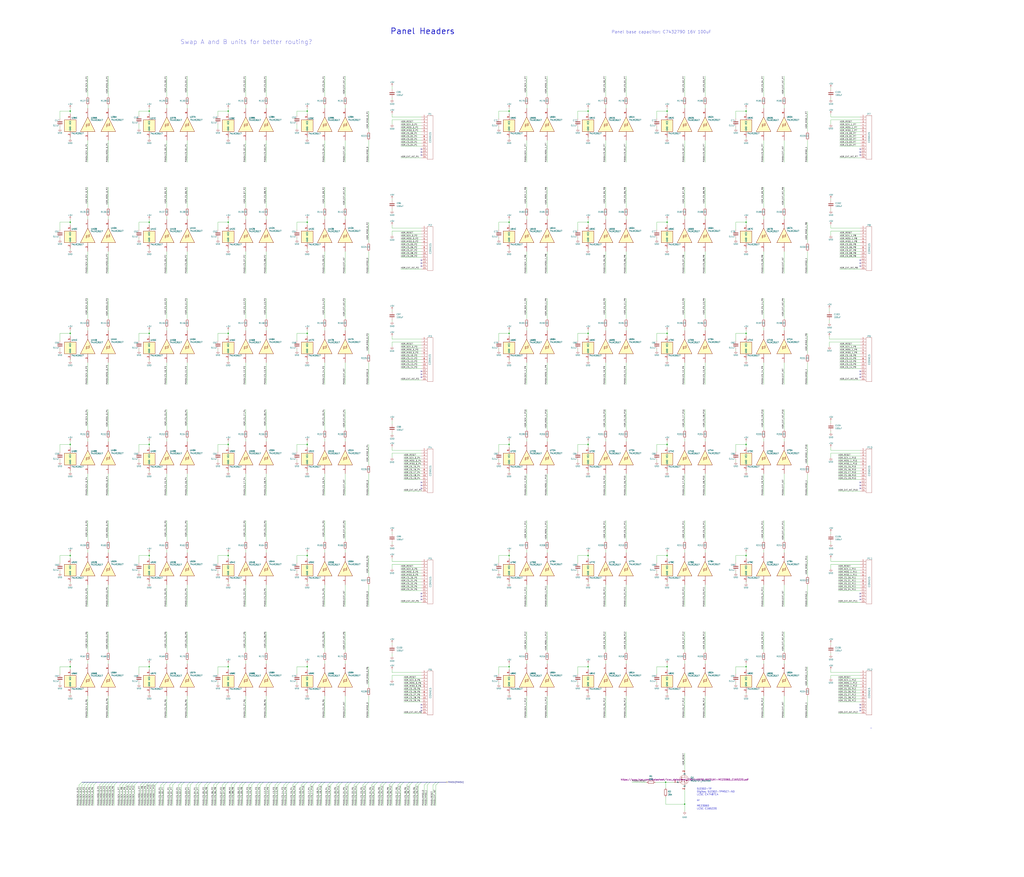
<source format=kicad_sch>
(kicad_sch (version 20231120) (generator "eeschema") (generator_version "8.0")
  (paper "User" 889 762)
  (title_block (title "12-12 Teensy G4.1 Arena Modular LED Display") (date "2024-12-23") (rev "v0.3") (company "IORodeo for Reiserlab @ Janelia"))
  (bus_alias "PAN3V" (members "RESET" "SCK_0" "MOSI_0" "MISO_0" "SCK_1" "MOSI_1" "MISO_1" "CS_00" "CS_01" "CS_02" "CS_03" "CS_04" "CS_05" "CS_06" "CS_07" "CS_08" "CS_09" "CS_10" "CS_11" "CS_12" "CS_13" "CS_14" "CS_15" "CS_16" "CS_17" "CS_18" "CS_19" "CS_20" "CS_21" "CS_22" "CS_23" "CS_24" "CS_25" "CS_26" "CS_27" "CS_28" "CS_29" "EXT_INT"))
  (bus_alias "PAN5V" (members "SCK_0_P1" "SCK_0_P2" "SCK_0_P3" "SCK_0_P4" "SCK_0_P5" "SCK_0_P5" "SCK_0_P6" "MOSI_0_P1" "MOSI_0_P2" "MOSI_0_P3" "MOSI_0_P4" "MOSI_0_P5" "MOSI_0_P6" "SCK_1_P7" "SCK_1_P8" "SCK_1_P9" "SCK_1_P10" "SCK_1_P11" "SCK_1_P12" "MOSI_1_P7" "MOSI_1_P8" "MOSI_1_P9" "MOSI_1_P10" "MOSI_1_P11" "MOSI_1_P12" "CS_00_P1" "CS_00_P7" "CS_01_P1" "CS_01_P7" "CS_02_P1" "CS_02_P7" "CS_03_P1" "CS_03_P7" "CS_04_P1" "CS_04_P7" "CS_05_P2" "CS_05_P8" "CS_06_P2" "CS_06_P8" "CS_07_P2" "CS_07_P8" "CS_08_P2" "CS_08_P8" "CS_09_P2" "CS_09_P8" "CS_10_P3" "CS_10_P9" "CS_11_P3" "CS_11_P9" "CS_12_P3" "CS_12_P9" "CS_13_P3" "CS_13_P9" "CS_14_P3" "CS_14_P9" "CS_15_P4" "CS_15_P10" "CS_16_P4" "CS_16_P10" "CS_17_P4" "CS_17_P10" "CS_18_P4" "CS_18_P10" "CS_19_P4" "CS_19_P10" "CS_20_P5" "CS_20_P11" "CS_21_P5" "CS_21_P11" "CS_22_P5" "CS_22_P11" "CS_23_P5" "CS_23_P11" "CS_24_P5" "CS_24_P11" "CS_25_P6" "CS_25_P12" "CS_26_P6" "CS_26_P12" "CS_27_P6" "CS_27_P12" "CS_28_P6" "CS_28_P12" "CS_29_P6" "CS_29_P12" "MISO_0" "MISO_1" "RESET" "EXT_INT"))
  (junction (at 510.54 579.12))
  (junction (at 579.12 482.6))
  (junction (at 579.12 579.12))
  (junction (at 198.12 193.04))
  (junction (at 129.54 386.08))
  (junction (at 510.54 386.08))
  (junction (at 579.12 386.08))
  (junction (at 198.12 482.6))
  (junction (at 129.54 579.12))
  (junction (at 510.54 193.04))
  (junction (at 266.7 386.08))
  (junction (at 266.7 289.56))
  (junction (at 60.96 482.6))
  (junction (at 60.96 386.08))
  (junction (at 129.54 482.6))
  (junction (at 441.96 482.6))
  (junction (at 647.7 289.56))
  (junction (at 198.12 386.08))
  (junction (at 441.96 96.52))
  (junction (at 579.12 193.04))
  (junction (at 60.96 289.56))
  (junction (at 647.7 482.6))
  (junction (at 577.85 679.45))
  (junction (at 441.96 289.56))
  (junction (at 129.54 289.56))
  (junction (at 60.96 96.52))
  (junction (at 198.12 96.52))
  (junction (at 266.7 579.12))
  (junction (at 198.12 289.56))
  (junction (at 441.96 386.08))
  (junction (at 579.12 96.52))
  (junction (at 266.7 482.6))
  (junction (at 60.96 193.04))
  (junction (at 647.7 96.52))
  (junction (at 647.7 193.04))
  (junction (at 441.96 193.04))
  (junction (at 579.12 289.56))
  (junction (at 510.54 482.6))
  (junction (at 198.12 579.12))
  (junction (at 647.7 386.08))
  (junction (at 510.54 289.56))
  (junction (at 129.54 193.04))
  (junction (at 510.54 96.52))
  (junction (at 441.96 579.12))
  (junction (at 60.96 579.12))
  (junction (at 266.7 96.52))
  (junction (at 594.36 698.5))
  (junction (at 266.7 193.04))
  (junction (at 129.54 96.52))
  (junction (at 647.7 579.12))
  (no_connect (at 365.76 132.08))
  (no_connect (at 746.76 617.22))
  (no_connect (at 746.76 515.62))
  (no_connect (at 746.76 612.14))
  (no_connect (at 365.76 520.7))
  (no_connect (at 746.76 327.66))
  (no_connect (at 746.76 520.7))
  (no_connect (at 365.76 518.16))
  (no_connect (at 746.76 129.54))
  (no_connect (at 746.76 231.14))
  (no_connect (at 365.76 228.6))
  (no_connect (at 365.76 327.66))
  (no_connect (at 746.76 424.18))
  (no_connect (at 746.76 518.16))
  (no_connect (at 365.76 134.62))
  (no_connect (at 365.76 612.14))
  (no_connect (at 746.76 228.6))
  (no_connect (at 365.76 226.06))
  (no_connect (at 365.76 322.58))
  (no_connect (at 746.76 421.64))
  (no_connect (at 365.76 614.68))
  (no_connect (at 746.76 614.68))
  (no_connect (at 746.76 322.58))
  (no_connect (at 746.76 325.12))
  (no_connect (at 365.76 325.12))
  (no_connect (at 746.76 226.06))
  (no_connect (at 365.76 421.64))
  (no_connect (at 746.76 419.1))
  (no_connect (at 746.76 132.08))
  (no_connect (at 746.76 134.62))
  (no_connect (at 365.76 129.54))
  (no_connect (at 365.76 231.14))
  (no_connect (at 365.76 424.18))
  (no_connect (at 365.76 617.22))
  (no_connect (at 365.76 419.1))
  (no_connect (at 365.76 515.62))
  (bus_entry (at 76.2 681.99) (size 2.54 -2.54))
  (bus_entry (at 223.52 681.99) (size 2.54 -2.54))
  (bus_entry (at 340.36 681.99) (size 2.54 -2.54))
  (bus_entry (at 200.66 681.99) (size 2.54 -2.54))
  (bus_entry (at 180.34 681.99) (size 2.54 -2.54))
  (bus_entry (at 231.14 681.99) (size 2.54 -2.54))
  (bus_entry (at 134.62 681.99) (size 2.54 -2.54))
  (bus_entry (at 370.84 681.99) (size 2.54 -2.54))
  (bus_entry (at 307.34 681.99) (size 2.54 -2.54))
  (bus_entry (at 246.38 681.99) (size 2.54 -2.54))
  (bus_entry (at 71.12 681.99) (size 2.54 -2.54))
  (bus_entry (at 88.9 681.99) (size 2.54 -2.54))
  (bus_entry (at 195.58 681.99) (size 2.54 -2.54))
  (bus_entry (at 124.46 681.99) (size 2.54 -2.54))
  (bus_entry (at 233.68 681.99) (size 2.54 -2.54))
  (bus_entry (at 279.4 681.99) (size 2.54 -2.54))
  (bus_entry (at 99.06 681.99) (size 2.54 -2.54))
  (bus_entry (at 294.64 681.99) (size 2.54 -2.54))
  (bus_entry (at 132.08 681.99) (size 2.54 -2.54))
  (bus_entry (at 154.94 681.99) (size 2.54 -2.54))
  (bus_entry (at 129.54 681.99) (size 2.54 -2.54))
  (bus_entry (at 355.6 681.99) (size 2.54 -2.54))
  (bus_entry (at 241.3 681.99) (size 2.54 -2.54))
  (bus_entry (at 185.42 681.99) (size 2.54 -2.54))
  (bus_entry (at 299.72 681.99) (size 2.54 -2.54))
  (bus_entry (at 276.86 681.99) (size 2.54 -2.54))
  (bus_entry (at 345.44 681.99) (size 2.54 -2.54))
  (bus_entry (at 256.54 681.99) (size 2.54 -2.54))
  (bus_entry (at 81.28 681.99) (size 2.54 -2.54))
  (bus_entry (at 162.56 681.99) (size 2.54 -2.54))
  (bus_entry (at 93.98 681.99) (size 2.54 -2.54))
  (bus_entry (at 149.86 681.99) (size 2.54 -2.54))
  (bus_entry (at 375.92 681.99) (size 2.54 -2.54))
  (bus_entry (at 78.74 681.99) (size 2.54 -2.54))
  (bus_entry (at 142.24 681.99) (size 2.54 -2.54))
  (bus_entry (at 111.76 681.99) (size 2.54 -2.54))
  (bus_entry (at 127 681.99) (size 2.54 -2.54))
  (bus_entry (at 187.96 681.99) (size 2.54 -2.54))
  (bus_entry (at 210.82 681.99) (size 2.54 -2.54))
  (bus_entry (at 378.46 681.99) (size 2.54 -2.54))
  (bus_entry (at 347.98 681.99) (size 2.54 -2.54))
  (bus_entry (at 104.14 681.99) (size 2.54 -2.54))
  (bus_entry (at 254 681.99) (size 2.54 -2.54))
  (bus_entry (at 215.9 681.99) (size 2.54 -2.54))
  (bus_entry (at 91.44 681.99) (size 2.54 -2.54))
  (bus_entry (at 170.18 681.99) (size 2.54 -2.54))
  (bus_entry (at 360.68 681.99) (size 2.54 -2.54))
  (bus_entry (at 284.48 681.99) (size 2.54 -2.54))
  (bus_entry (at 114.3 681.99) (size 2.54 -2.54))
  (bus_entry (at 86.36 681.99) (size 2.54 -2.54))
  (bus_entry (at 193.04 681.99) (size 2.54 -2.54))
  (bus_entry (at 264.16 681.99) (size 2.54 -2.54))
  (bus_entry (at 226.06 681.99) (size 2.54 -2.54))
  (bus_entry (at 261.62 681.99) (size 2.54 -2.54))
  (bus_entry (at 337.82 681.99) (size 2.54 -2.54))
  (bus_entry (at 165.1 681.99) (size 2.54 -2.54))
  (bus_entry (at 147.32 681.99) (size 2.54 -2.54))
  (bus_entry (at 363.22 681.99) (size 2.54 -2.54))
  (bus_entry (at 203.2 681.99) (size 2.54 -2.54))
  (bus_entry (at 139.7 681.99) (size 2.54 -2.54))
  (bus_entry (at 238.76 681.99) (size 2.54 -2.54))
  (bus_entry (at 309.88 681.99) (size 2.54 -2.54))
  (bus_entry (at 368.3 681.99) (size 2.54 -2.54))
  (bus_entry (at 353.06 681.99) (size 2.54 -2.54))
  (bus_entry (at 317.5 681.99) (size 2.54 -2.54))
  (bus_entry (at 73.66 681.99) (size 2.54 -2.54))
  (bus_entry (at 330.2 681.99) (size 2.54 -2.54))
  (bus_entry (at 109.22 681.99) (size 2.54 -2.54))
  (bus_entry (at 157.48 681.99) (size 2.54 -2.54))
  (bus_entry (at 292.1 681.99) (size 2.54 -2.54))
  (bus_entry (at 121.92 681.99) (size 2.54 -2.54))
  (bus_entry (at 302.26 681.99) (size 2.54 -2.54))
  (bus_entry (at 332.74 681.99) (size 2.54 -2.54))
  (bus_entry (at 314.96 681.99) (size 2.54 -2.54))
  (bus_entry (at 68.58 681.99) (size 2.54 -2.54))
  (bus_entry (at 287.02 681.99) (size 2.54 -2.54))
  (bus_entry (at 325.12 681.99) (size 2.54 -2.54))
  (bus_entry (at 322.58 681.99) (size 2.54 -2.54))
  (bus_entry (at 96.52 681.99) (size 2.54 -2.54))
  (bus_entry (at 172.72 681.99) (size 2.54 -2.54))
  (bus_entry (at 116.84 681.99) (size 2.54 -2.54))
  (bus_entry (at 271.78 681.99) (size 2.54 -2.54))
  (bus_entry (at 269.24 681.99) (size 2.54 -2.54))
  (bus_entry (at 106.68 681.99) (size 2.54 -2.54))
  (bus_entry (at 218.44 681.99) (size 2.54 -2.54))
  (bus_entry (at 208.28 681.99) (size 2.54 -2.54))
  (bus_entry (at 177.8 681.99) (size 2.54 -2.54))
  (bus_entry (at 248.92 681.99) (size 2.54 -2.54))
  (bus (pts (xy 88.9 679.45) (xy 91.44 679.45)))
  (wire (pts (xy 162.56 355.6) (xy 162.56 373.38)))
  (wire (pts (xy 93.98 477.52) (xy 93.98 480.06)))
  (wire (pts (xy 281.94 121.92) (xy 281.94 140.97)))
  (wire (pts (xy 721.36 365.76) (xy 721.36 367.03)))
  (wire (pts (xy 198.12 601.98) (xy 198.12 603.25)))
  (wire (pts (xy 594.36 355.6) (xy 594.36 373.38)))
  (bus (pts (xy 302.26 679.45) (xy 304.8 679.45)))
  (wire (pts (xy 727.71 513.08) (xy 746.76 513.08)))
  (wire (pts (xy 501.65 386.08) (xy 510.54 386.08)))
  (wire (pts (xy 612.14 574.04) (xy 612.14 576.58)))
  (wire (pts (xy 238.76 681.99) (xy 238.76 699.77)))
  (wire (pts (xy 281.94 314.96) (xy 281.94 334.01)))
  (wire (pts (xy 120.65 289.56) (xy 120.65 295.91)))
  (wire (pts (xy 231.14 284.48) (xy 231.14 287.02)))
  (wire (pts (xy 543.56 187.96) (xy 543.56 190.5)))
  (wire (pts (xy 213.36 477.52) (xy 213.36 480.06)))
  (wire (pts (xy 594.36 685.8) (xy 594.36 698.5)))
  (wire (pts (xy 721.36 586.74) (xy 746.76 586.74)))
  (wire (pts (xy 340.36 584.2) (xy 365.76 584.2)))
  (wire (pts (xy 525.78 548.64) (xy 525.78 566.42)))
  (wire (pts (xy 594.36 218.44) (xy 594.36 237.49)))
  (wire (pts (xy 60.96 193.04) (xy 60.96 195.58)))
  (wire (pts (xy 721.36 490.22) (xy 721.36 494.03)))
  (bus (pts (xy 335.28 679.45) (xy 340.36 679.45)))
  (wire (pts (xy 543.56 259.08) (xy 543.56 276.86)))
  (wire (pts (xy 257.81 303.53) (xy 257.81 304.8)))
  (wire (pts (xy 257.81 193.04) (xy 266.7 193.04)))
  (wire (pts (xy 266.7 96.52) (xy 266.7 99.06)))
  (wire (pts (xy 728.98 220.98) (xy 746.76 220.98)))
  (wire (pts (xy 213.36 314.96) (xy 213.36 334.01)))
  (wire (pts (xy 172.72 681.99) (xy 172.72 699.77)))
  (wire (pts (xy 728.98 312.42) (xy 746.76 312.42)))
  (wire (pts (xy 76.2 66.04) (xy 76.2 83.82)))
  (wire (pts (xy 548.64 679.45) (xy 561.34 679.45)))
  (wire (pts (xy 52.07 110.49) (xy 52.07 111.76)))
  (wire (pts (xy 474.98 121.92) (xy 474.98 140.97)))
  (wire (pts (xy 662.94 574.04) (xy 662.94 576.58)))
  (bus (pts (xy 264.16 679.45) (xy 266.7 679.45)))
  (wire (pts (xy 340.36 292.1) (xy 340.36 294.64)))
  (wire (pts (xy 662.94 259.08) (xy 662.94 276.86)))
  (wire (pts (xy 81.28 681.99) (xy 81.28 699.77)))
  (wire (pts (xy 281.94 284.48) (xy 281.94 287.02)))
  (wire (pts (xy 728.98 106.68) (xy 746.76 106.68)))
  (wire (pts (xy 441.96 480.06) (xy 441.96 482.6)))
  (wire (pts (xy 320.04 121.92) (xy 320.04 140.97)))
  (wire (pts (xy 350.52 416.56) (xy 365.76 416.56)))
  (wire (pts (xy 433.07 482.6) (xy 433.07 488.95)))
  (wire (pts (xy 189.23 386.08) (xy 189.23 392.43)))
  (wire (pts (xy 570.23 289.56) (xy 570.23 295.91)))
  (wire (pts (xy 728.98 210.82) (xy 746.76 210.82)))
  (wire (pts (xy 543.56 477.52) (xy 543.56 480.06)))
  (wire (pts (xy 594.36 411.48) (xy 594.36 430.53)))
  (wire (pts (xy 347.98 492.76) (xy 365.76 492.76)))
  (wire (pts (xy 257.81 496.57) (xy 257.81 497.84)))
  (wire (pts (xy 213.36 604.52) (xy 213.36 623.57)))
  (wire (pts (xy 543.56 411.48) (xy 543.56 430.53)))
  (bus (pts (xy 312.42 679.45) (xy 317.5 679.45)))
  (wire (pts (xy 525.78 314.96) (xy 525.78 334.01)))
  (wire (pts (xy 129.54 96.52) (xy 129.54 99.06)))
  (wire (pts (xy 721.36 182.88) (xy 721.36 181.61)))
  (wire (pts (xy 320.04 508) (xy 320.04 527.05)))
  (wire (pts (xy 129.54 312.42) (xy 129.54 313.69)))
  (wire (pts (xy 340.36 490.22) (xy 340.36 494.03)))
  (wire (pts (xy 510.54 576.58) (xy 510.54 579.12)))
  (wire (pts (xy 281.94 162.56) (xy 281.94 180.34)))
  (wire (pts (xy 340.36 393.7) (xy 340.36 397.51)))
  (bus (pts (xy 378.46 679.45) (xy 381 679.45)))
  (wire (pts (xy 638.81 303.53) (xy 638.81 304.8)))
  (bus (pts (xy 127 679.45) (xy 129.54 679.45)))
  (wire (pts (xy 441.96 289.56) (xy 441.96 292.1)))
  (wire (pts (xy 570.23 96.52) (xy 579.12 96.52)))
  (wire (pts (xy 728.98 302.26) (xy 746.76 302.26)))
  (wire (pts (xy 254 681.99) (xy 254 699.77)))
  (bus (pts (xy 342.9 679.45) (xy 347.98 679.45)))
  (wire (pts (xy 299.72 162.56) (xy 299.72 180.34)))
  (wire (pts (xy 638.81 400.05) (xy 638.81 401.32)))
  (bus (pts (xy 279.4 679.45) (xy 281.94 679.45)))
  (wire (pts (xy 299.72 574.04) (xy 299.72 576.58)))
  (wire (pts (xy 162.56 259.08) (xy 162.56 276.86)))
  (wire (pts (xy 330.2 681.99) (xy 330.2 699.77)))
  (wire (pts (xy 52.07 193.04) (xy 52.07 199.39)))
  (wire (pts (xy 577.85 679.45) (xy 585.47 679.45)))
  (wire (pts (xy 129.54 408.94) (xy 129.54 410.21)))
  (wire (pts (xy 129.54 505.46) (xy 129.54 506.73)))
  (wire (pts (xy 701.04 96.52) (xy 701.04 114.3)))
  (bus (pts (xy 363.22 679.45) (xy 365.76 679.45)))
  (wire (pts (xy 543.56 355.6) (xy 543.56 373.38)))
  (wire (pts (xy 727.71 497.84) (xy 746.76 497.84)))
  (wire (pts (xy 647.7 193.04) (xy 647.7 195.58)))
  (wire (pts (xy 612.14 604.52) (xy 612.14 623.57)))
  (wire (pts (xy 114.3 681.99) (xy 114.3 699.77)))
  (wire (pts (xy 701.04 411.48) (xy 701.04 430.53)))
  (wire (pts (xy 144.78 284.48) (xy 144.78 287.02)))
  (wire (pts (xy 543.56 66.04) (xy 543.56 83.82)))
  (wire (pts (xy 93.98 162.56) (xy 93.98 180.34)))
  (wire (pts (xy 680.72 355.6) (xy 680.72 373.38)))
  (wire (pts (xy 347.98 127) (xy 365.76 127)))
  (wire (pts (xy 543.56 121.92) (xy 543.56 140.97)))
  (wire (pts (xy 200.66 681.99) (xy 200.66 699.77)))
  (wire (pts (xy 347.98 523.24) (xy 365.76 523.24)))
  (wire (pts (xy 120.65 579.12) (xy 129.54 579.12)))
  (wire (pts (xy 198.12 119.38) (xy 198.12 120.65)))
  (wire (pts (xy 266.7 579.12) (xy 266.7 581.66)))
  (wire (pts (xy 198.12 289.56) (xy 198.12 292.1)))
  (wire (pts (xy 594.36 548.64) (xy 594.36 566.42)))
  (bus (pts (xy 259.08 679.45) (xy 264.16 679.45)))
  (wire (pts (xy 347.98 508) (xy 365.76 508)))
  (wire (pts (xy 728.98 304.8) (xy 746.76 304.8)))
  (wire (pts (xy 433.07 386.08) (xy 433.07 392.43)))
  (wire (pts (xy 594.36 698.5) (xy 594.36 704.85)))
  (wire (pts (xy 93.98 355.6) (xy 93.98 373.38)))
  (wire (pts (xy 570.23 386.08) (xy 570.23 392.43)))
  (wire (pts (xy 129.54 383.54) (xy 129.54 386.08)))
  (wire (pts (xy 525.78 66.04) (xy 525.78 83.82)))
  (wire (pts (xy 266.7 505.46) (xy 266.7 506.73)))
  (wire (pts (xy 198.12 482.6) (xy 198.12 485.14)))
  (wire (pts (xy 728.98 203.2) (xy 746.76 203.2)))
  (wire (pts (xy 213.36 162.56) (xy 213.36 180.34)))
  (bus (pts (xy 91.44 679.45) (xy 93.98 679.45)))
  (wire (pts (xy 441.96 215.9) (xy 441.96 217.17)))
  (wire (pts (xy 594.36 259.08) (xy 594.36 276.86)))
  (bus (pts (xy 81.28 679.45) (xy 83.82 679.45)))
  (wire (pts (xy 266.7 119.38) (xy 266.7 120.65)))
  (wire (pts (xy 76.2 162.56) (xy 76.2 180.34)))
  (bus (pts (xy 332.74 679.45) (xy 335.28 679.45)))
  (wire (pts (xy 340.36 294.64) (xy 365.76 294.64)))
  (wire (pts (xy 266.7 383.54) (xy 266.7 386.08)))
  (wire (pts (xy 347.98 111.76) (xy 365.76 111.76)))
  (wire (pts (xy 680.72 381) (xy 680.72 383.54)))
  (wire (pts (xy 347.98 302.26) (xy 365.76 302.26)))
  (wire (pts (xy 433.07 289.56) (xy 433.07 295.91)))
  (wire (pts (xy 350.52 414.02) (xy 365.76 414.02)))
  (wire (pts (xy 340.36 487.68) (xy 365.76 487.68)))
  (wire (pts (xy 612.14 314.96) (xy 612.14 334.01)))
  (wire (pts (xy 129.54 289.56) (xy 129.54 292.1)))
  (wire (pts (xy 144.78 411.48) (xy 144.78 430.53)))
  (wire (pts (xy 638.81 96.52) (xy 647.7 96.52)))
  (wire (pts (xy 231.14 91.44) (xy 231.14 93.98)))
  (wire (pts (xy 350.52 604.52) (xy 365.76 604.52)))
  (wire (pts (xy 728.98 124.46) (xy 746.76 124.46)))
  (wire (pts (xy 662.94 477.52) (xy 662.94 480.06)))
  (wire (pts (xy 198.12 287.02) (xy 198.12 289.56)))
  (wire (pts (xy 340.36 485.14) (xy 340.36 487.68)))
  (bus (pts (xy 325.12 679.45) (xy 327.66 679.45)))
  (wire (pts (xy 510.54 482.6) (xy 510.54 485.14)))
  (wire (pts (xy 299.72 314.96) (xy 299.72 334.01)))
  (wire (pts (xy 162.56 162.56) (xy 162.56 180.34)))
  (wire (pts (xy 76.2 381) (xy 76.2 383.54)))
  (wire (pts (xy 281.94 574.04) (xy 281.94 576.58)))
  (wire (pts (xy 612.14 548.64) (xy 612.14 566.42)))
  (wire (pts (xy 120.65 207.01) (xy 120.65 208.28)))
  (wire (pts (xy 727.71 607.06) (xy 746.76 607.06)))
  (wire (pts (xy 638.81 207.01) (xy 638.81 208.28)))
  (wire (pts (xy 320.04 411.48) (xy 320.04 430.53)))
  (wire (pts (xy 347.98 109.22) (xy 365.76 109.22)))
  (bus (pts (xy 350.52 679.45) (xy 355.6 679.45)))
  (wire (pts (xy 68.58 681.99) (xy 68.58 699.77)))
  (wire (pts (xy 647.7 601.98) (xy 647.7 603.25)))
  (wire (pts (xy 162.56 121.92) (xy 162.56 140.97)))
  (wire (pts (xy 129.54 193.04) (xy 129.54 195.58)))
  (wire (pts (xy 350.52 589.28) (xy 365.76 589.28)))
  (wire (pts (xy 299.72 355.6) (xy 299.72 373.38)))
  (wire (pts (xy 662.94 604.52) (xy 662.94 623.57)))
  (wire (pts (xy 52.07 400.05) (xy 52.07 401.32)))
  (wire (pts (xy 281.94 508) (xy 281.94 527.05)))
  (wire (pts (xy 433.07 593.09) (xy 433.07 594.36)))
  (wire (pts (xy 294.64 681.99) (xy 294.64 699.77)))
  (wire (pts (xy 647.7 408.94) (xy 647.7 410.21)))
  (wire (pts (xy 340.36 586.74) (xy 365.76 586.74)))
  (wire (pts (xy 647.7 215.9) (xy 647.7 217.17)))
  (wire (pts (xy 144.78 314.96) (xy 144.78 334.01)))
  (bus (pts (xy 182.88 679.45) (xy 187.96 679.45)))
  (wire (pts (xy 52.07 193.04) (xy 60.96 193.04)))
  (wire (pts (xy 433.07 110.49) (xy 433.07 111.76)))
  (wire (pts (xy 162.56 508) (xy 162.56 527.05)))
  (wire (pts (xy 612.14 259.08) (xy 612.14 276.86)))
  (wire (pts (xy 189.23 482.6) (xy 198.12 482.6)))
  (wire (pts (xy 76.2 548.64) (xy 76.2 566.42)))
  (wire (pts (xy 727.71 591.82) (xy 746.76 591.82)))
  (wire (pts (xy 129.54 480.06) (xy 129.54 482.6)))
  (wire (pts (xy 612.14 162.56) (xy 612.14 180.34)))
  (bus (pts (xy 340.36 679.45) (xy 342.9 679.45)))
  (wire (pts (xy 721.36 462.28) (xy 721.36 463.55)))
  (bus (pts (xy 76.2 679.45) (xy 78.74 679.45)))
  (bus (pts (xy 309.88 679.45) (xy 312.42 679.45)))
  (wire (pts (xy 662.94 121.92) (xy 662.94 140.97)))
  (wire (pts (xy 720.09 292.1) (xy 720.09 294.64)))
  (wire (pts (xy 543.56 314.96) (xy 543.56 334.01)))
  (wire (pts (xy 474.98 411.48) (xy 474.98 430.53)))
  (wire (pts (xy 647.7 312.42) (xy 647.7 313.69)))
  (wire (pts (xy 727.71 406.4) (xy 746.76 406.4)))
  (wire (pts (xy 728.98 208.28) (xy 746.76 208.28)))
  (wire (pts (xy 501.65 289.56) (xy 501.65 295.91)))
  (wire (pts (xy 129.54 601.98) (xy 129.54 603.25)))
  (wire (pts (xy 347.98 220.98) (xy 365.76 220.98)))
  (wire (pts (xy 208.28 681.99) (xy 208.28 699.77)))
  (wire (pts (xy 662.94 381) (xy 662.94 383.54)))
  (wire (pts (xy 144.78 548.64) (xy 144.78 566.42)))
  (wire (pts (xy 543.56 284.48) (xy 543.56 287.02)))
  (wire (pts (xy 320.04 604.52) (xy 320.04 623.57)))
  (wire (pts (xy 727.71 396.24) (xy 746.76 396.24)))
  (wire (pts (xy 647.7 576.58) (xy 647.7 579.12)))
  (wire (pts (xy 727.71 398.78) (xy 746.76 398.78)))
  (wire (pts (xy 340.36 85.09) (xy 340.36 86.36)))
  (wire (pts (xy 129.54 576.58) (xy 129.54 579.12)))
  (wire (pts (xy 594.36 66.04) (xy 594.36 83.82)))
  (wire (pts (xy 76.2 187.96) (xy 76.2 190.5)))
  (wire (pts (xy 60.96 215.9) (xy 60.96 217.17)))
  (wire (pts (xy 728.98 116.84) (xy 746.76 116.84)))
  (wire (pts (xy 701.04 482.6) (xy 701.04 500.38)))
  (bus (pts (xy 297.18 679.45) (xy 302.26 679.45)))
  (wire (pts (xy 144.78 91.44) (xy 144.78 93.98)))
  (wire (pts (xy 647.7 505.46) (xy 647.7 506.73)))
  (wire (pts (xy 147.32 681.99) (xy 147.32 699.77)))
  (wire (pts (xy 457.2 218.44) (xy 457.2 237.49)))
  (wire (pts (xy 474.98 187.96) (xy 474.98 190.5)))
  (wire (pts (xy 720.09 297.18) (xy 720.09 300.99)))
  (wire (pts (xy 256.54 681.99) (xy 256.54 699.77)))
  (wire (pts (xy 93.98 452.12) (xy 93.98 469.9)))
  (wire (pts (xy 281.94 452.12) (xy 281.94 469.9)))
  (bus (pts (xy 287.02 679.45) (xy 289.56 679.45)))
  (wire (pts (xy 441.96 119.38) (xy 441.96 120.65)))
  (wire (pts (xy 189.23 207.01) (xy 189.23 208.28)))
  (wire (pts (xy 60.96 119.38) (xy 60.96 120.65)))
  (wire (pts (xy 433.07 303.53) (xy 433.07 304.8)))
  (wire (pts (xy 474.98 477.52) (xy 474.98 480.06)))
  (wire (pts (xy 340.36 581.66) (xy 340.36 584.2)))
  (wire (pts (xy 638.81 593.09) (xy 638.81 594.36)))
  (wire (pts (xy 441.96 505.46) (xy 441.96 506.73)))
  (wire (pts (xy 680.72 187.96) (xy 680.72 190.5)))
  (wire (pts (xy 340.36 391.16) (xy 365.76 391.16)))
  (wire (pts (xy 457.2 66.04) (xy 457.2 83.82)))
  (wire (pts (xy 510.54 383.54) (xy 510.54 386.08)))
  (wire (pts (xy 157.48 681.99) (xy 157.48 699.77)))
  (wire (pts (xy 525.78 218.44) (xy 525.78 237.49)))
  (wire (pts (xy 231.14 314.96) (xy 231.14 334.01)))
  (wire (pts (xy 612.14 508) (xy 612.14 527.05)))
  (wire (pts (xy 525.78 477.52) (xy 525.78 480.06)))
  (wire (pts (xy 231.14 477.52) (xy 231.14 480.06)))
  (wire (pts (xy 60.96 96.52) (xy 60.96 99.06)))
  (bus (pts (xy 241.3 679.45) (xy 243.84 679.45)))
  (bus (pts (xy 190.5 679.45) (xy 195.58 679.45)))
  (wire (pts (xy 266.7 193.04) (xy 266.7 195.58)))
  (wire (pts (xy 231.14 452.12) (xy 231.14 469.9)))
  (wire (pts (xy 501.65 96.52) (xy 510.54 96.52)))
  (wire (pts (xy 129.54 190.5) (xy 129.54 193.04)))
  (wire (pts (xy 347.98 114.3) (xy 365.76 114.3)))
  (bus (pts (xy 142.24 679.45) (xy 144.78 679.45)))
  (wire (pts (xy 474.98 355.6) (xy 474.98 373.38)))
  (wire (pts (xy 727.71 401.32) (xy 746.76 401.32)))
  (wire (pts (xy 647.7 480.06) (xy 647.7 482.6)))
  (wire (pts (xy 457.2 548.64) (xy 457.2 566.42)))
  (wire (pts (xy 347.98 203.2) (xy 365.76 203.2)))
  (bus (pts (xy 228.6 679.45) (xy 233.68 679.45)))
  (wire (pts (xy 347.98 223.52) (xy 365.76 223.52)))
  (wire (pts (xy 594.36 187.96) (xy 594.36 190.5)))
  (wire (pts (xy 510.54 289.56) (xy 510.54 292.1)))
  (wire (pts (xy 93.98 66.04) (xy 93.98 83.82)))
  (wire (pts (xy 124.46 681.99) (xy 124.46 699.77)))
  (wire (pts (xy 662.94 452.12) (xy 662.94 469.9)))
  (wire (pts (xy 638.81 496.57) (xy 638.81 497.84)))
  (wire (pts (xy 340.36 195.58) (xy 340.36 198.12)))
  (wire (pts (xy 299.72 452.12) (xy 299.72 469.9)))
  (bus (pts (xy 93.98 679.45) (xy 96.52 679.45)))
  (wire (pts (xy 96.52 681.99) (xy 96.52 699.77)))
  (wire (pts (xy 728.98 317.5) (xy 746.76 317.5)))
  (wire (pts (xy 120.65 289.56) (xy 129.54 289.56)))
  (wire (pts (xy 721.36 85.09) (xy 721.36 86.36)))
  (wire (pts (xy 189.23 96.52) (xy 198.12 96.52)))
  (wire (pts (xy 594.36 574.04) (xy 594.36 576.58)))
  (wire (pts (xy 368.3 681.99) (xy 368.3 699.77)))
  (wire (pts (xy 441.96 93.98) (xy 441.96 96.52)))
  (wire (pts (xy 309.88 681.99) (xy 309.88 699.77)))
  (wire (pts (xy 363.22 681.99) (xy 363.22 699.77)))
  (wire (pts (xy 701.04 193.04) (xy 701.04 210.82)))
  (wire (pts (xy 246.38 681.99) (xy 246.38 699.77)))
  (wire (pts (xy 433.07 289.56) (xy 441.96 289.56)))
  (wire (pts (xy 474.98 508) (xy 474.98 527.05)))
  (wire (pts (xy 76.2 355.6) (xy 76.2 373.38)))
  (wire (pts (xy 93.98 381) (xy 93.98 383.54)))
  (wire (pts (xy 52.07 482.6) (xy 52.07 488.95)))
  (wire (pts (xy 727.71 403.86) (xy 746.76 403.86)))
  (wire (pts (xy 727.71 510.54) (xy 746.76 510.54)))
  (wire (pts (xy 721.36 99.06) (xy 721.36 101.6)))
  (wire (pts (xy 662.94 91.44) (xy 662.94 93.98)))
  (wire (pts (xy 543.56 381) (xy 543.56 383.54)))
  (wire (pts (xy 727.71 492.76) (xy 746.76 492.76)))
  (wire (pts (xy 287.02 681.99) (xy 287.02 699.77)))
  (wire (pts (xy 340.36 297.18) (xy 365.76 297.18)))
  (wire (pts (xy 299.72 604.52) (xy 299.72 623.57)))
  (wire (pts (xy 579.12 215.9) (xy 579.12 217.17)))
  (bus (pts (xy 289.56 679.45) (xy 294.64 679.45)))
  (wire (pts (xy 441.96 482.6) (xy 441.96 485.14)))
  (wire (pts (xy 257.81 482.6) (xy 266.7 482.6)))
  (bus (pts (xy 203.2 679.45) (xy 205.74 679.45)))
  (wire (pts (xy 350.52 609.6) (xy 365.76 609.6)))
  (wire (pts (xy 299.72 121.92) (xy 299.72 140.97)))
  (wire (pts (xy 320.04 314.96) (xy 320.04 334.01)))
  (bus (pts (xy 233.68 679.45) (xy 236.22 679.45)))
  (wire (pts (xy 198.12 96.52) (xy 198.12 99.06)))
  (wire (pts (xy 510.54 386.08) (xy 510.54 388.62)))
  (wire (pts (xy 457.2 604.52) (xy 457.2 623.57)))
  (wire (pts (xy 340.36 567.69) (xy 340.36 570.23)))
  (wire (pts (xy 134.62 681.99) (xy 134.62 699.77)))
  (wire (pts (xy 579.12 119.38) (xy 579.12 120.65)))
  (wire (pts (xy 320.04 482.6) (xy 320.04 500.38)))
  (wire (pts (xy 347.98 116.84) (xy 365.76 116.84)))
  (wire (pts (xy 284.48 681.99) (xy 284.48 699.77)))
  (wire (pts (xy 198.12 579.12) (xy 198.12 581.66)))
  (wire (pts (xy 680.72 508) (xy 680.72 527.05)))
  (wire (pts (xy 647.7 93.98) (xy 647.7 96.52)))
  (wire (pts (xy 350.52 596.9) (xy 365.76 596.9)))
  (bus (pts (xy 180.34 679.45) (xy 182.88 679.45)))
  (wire (pts (xy 680.72 162.56) (xy 680.72 180.34)))
  (wire (pts (xy 347.98 213.36) (xy 365.76 213.36)))
  (wire (pts (xy 144.78 187.96) (xy 144.78 190.5)))
  (wire (pts (xy 241.3 681.99) (xy 241.3 699.77)))
  (wire (pts (xy 198.12 215.9) (xy 198.12 217.17)))
  (wire (pts (xy 218.44 681.99) (xy 218.44 699.77)))
  (wire (pts (xy 570.23 400.05) (xy 570.23 401.32)))
  (wire (pts (xy 340.36 74.93) (xy 340.36 77.47)))
  (wire (pts (xy 727.71 500.38) (xy 746.76 500.38)))
  (wire (pts (xy 647.7 287.02) (xy 647.7 289.56)))
  (wire (pts (xy 73.66 681.99) (xy 73.66 699.77)))
  (wire (pts (xy 52.07 386.08) (xy 60.96 386.08)))
  (wire (pts (xy 680.72 452.12) (xy 680.72 469.9)))
  (wire (pts (xy 213.36 355.6) (xy 213.36 373.38)))
  (wire (pts (xy 543.56 452.12) (xy 543.56 469.9)))
  (wire (pts (xy 189.23 289.56) (xy 198.12 289.56)))
  (wire (pts (xy 189.23 193.04) (xy 189.23 199.39)))
  (wire (pts (xy 257.81 289.56) (xy 257.81 295.91)))
  (wire (pts (xy 261.62 681.99) (xy 261.62 699.77)))
  (wire (pts (xy 60.96 505.46) (xy 60.96 506.73)))
  (wire (pts (xy 570.23 496.57) (xy 570.23 497.84)))
  (bus (pts (xy 111.76 679.45) (xy 114.3 679.45)))
  (wire (pts (xy 231.14 381) (xy 231.14 383.54)))
  (wire (pts (xy 347.98 500.38) (xy 365.76 500.38)))
  (wire (pts (xy 662.94 66.04) (xy 662.94 83.82)))
  (wire (pts (xy 680.72 121.92) (xy 680.72 140.97)))
  (wire (pts (xy 266.7 482.6) (xy 266.7 485.14)))
  (wire (pts (xy 52.07 579.12) (xy 60.96 579.12)))
  (wire (pts (xy 638.81 579.12) (xy 638.81 585.47)))
  (wire (pts (xy 109.22 681.99) (xy 109.22 699.77)))
  (wire (pts (xy 231.14 508) (xy 231.14 527.05)))
  (wire (pts (xy 612.14 411.48) (xy 612.14 430.53)))
  (wire (pts (xy 257.81 289.56) (xy 266.7 289.56)))
  (wire (pts (xy 60.96 287.02) (xy 60.96 289.56)))
  (wire (pts (xy 433.07 579.12) (xy 433.07 585.47)))
  (wire (pts (xy 180.34 681.99) (xy 180.34 699.77)))
  (polyline (pts (xy 727.837 567.436) (xy 727.837 567.563)))
  (wire (pts (xy 501.65 496.57) (xy 501.65 497.84)))
  (wire (pts (xy 86.36 681.99) (xy 86.36 699.77)))
  (wire (pts (xy 647.7 190.5) (xy 647.7 193.04)))
  (wire (pts (xy 144.78 121.92) (xy 144.78 140.97)))
  (wire (pts (xy 457.2 508) (xy 457.2 527.05)))
  (wire (pts (xy 721.36 374.65) (xy 721.36 375.92)))
  (wire (pts (xy 457.2 121.92) (xy 457.2 140.97)))
  (wire (pts (xy 106.68 681.99) (xy 106.68 699.77)))
  (wire (pts (xy 60.96 93.98) (xy 60.96 96.52)))
  (wire (pts (xy 60.96 190.5) (xy 60.96 193.04)))
  (wire (pts (xy 189.23 303.53) (xy 189.23 304.8)))
  (wire (pts (xy 579.12 289.56) (xy 579.12 292.1)))
  (bus (pts (xy 218.44 679.45) (xy 220.98 679.45)))
  (wire (pts (xy 662.94 284.48) (xy 662.94 287.02)))
  (bus (pts (xy 248.92 679.45) (xy 251.46 679.45)))
  (bus (pts (xy 172.72 679.45) (xy 175.26 679.45)))
  (wire (pts (xy 594.36 477.52) (xy 594.36 480.06)))
  (wire (pts (xy 727.71 502.92) (xy 746.76 502.92)))
  (wire (pts (xy 543.56 162.56) (xy 543.56 180.34)))
  (wire (pts (xy 612.14 284.48) (xy 612.14 287.02)))
  (bus (pts (xy 175.26 679.45) (xy 180.34 679.45)))
  (wire (pts (xy 721.36 471.17) (xy 721.36 472.44)))
  (wire (pts (xy 579.12 386.08) (xy 579.12 388.62)))
  (wire (pts (xy 162.56 91.44) (xy 162.56 93.98)))
  (wire (pts (xy 198.12 576.58) (xy 198.12 579.12)))
  (bus (pts (xy 101.6 679.45) (xy 106.68 679.45)))
  (wire (pts (xy 347.98 307.34) (xy 365.76 307.34)))
  (wire (pts (xy 162.56 548.64) (xy 162.56 566.42)))
  (wire (pts (xy 60.96 408.94) (xy 60.96 410.21)))
  (wire (pts (xy 457.2 162.56) (xy 457.2 180.34)))
  (wire (pts (xy 76.2 121.92) (xy 76.2 140.97)))
  (wire (pts (xy 728.98 330.2) (xy 746.76 330.2)))
  (bus (pts (xy 157.48 679.45) (xy 160.02 679.45)))
  (bus (pts (xy 187.96 679.45) (xy 190.5 679.45)))
  (wire (pts (xy 457.2 411.48) (xy 457.2 430.53)))
  (wire (pts (xy 257.81 193.04) (xy 257.81 199.39)))
  (wire (pts (xy 594.36 508) (xy 594.36 527.05)))
  (wire (pts (xy 433.07 386.08) (xy 441.96 386.08)))
  (wire (pts (xy 213.36 574.04) (xy 213.36 576.58)))
  (wire (pts (xy 721.36 558.8) (xy 721.36 560.07)))
  (wire (pts (xy 226.06 681.99) (xy 226.06 699.77)))
  (wire (pts (xy 570.23 193.04) (xy 579.12 193.04)))
  (wire (pts (xy 93.98 508) (xy 93.98 527.05)))
  (wire (pts (xy 189.23 289.56) (xy 189.23 295.91)))
  (wire (pts (xy 120.65 400.05) (xy 120.65 401.32)))
  (wire (pts (xy 350.52 408.94) (xy 365.76 408.94)))
  (wire (pts (xy 727.71 596.9) (xy 746.76 596.9)))
  (wire (pts (xy 579.12 96.52) (xy 579.12 99.06)))
  (wire (pts (xy 302.26 681.99) (xy 302.26 699.77)))
  (wire (pts (xy 76.2 411.48) (xy 76.2 430.53)))
  (wire (pts (xy 457.2 187.96) (xy 457.2 190.5)))
  (wire (pts (xy 340.36 558.8) (xy 340.36 560.07)))
  (wire (pts (xy 266.7 190.5) (xy 266.7 193.04)))
  (wire (pts (xy 721.36 200.66) (xy 746.76 200.66)))
  (wire (pts (xy 347.98 299.72) (xy 365.76 299.72)))
  (bus (pts (xy 365.76 679.45) (xy 370.84 679.45)))
  (wire (pts (xy 501.65 289.56) (xy 510.54 289.56)))
  (wire (pts (xy 721.36 388.62) (xy 721.36 391.16)))
  (wire (pts (xy 93.98 259.08) (xy 93.98 276.86)))
  (wire (pts (xy 721.36 101.6) (xy 746.76 101.6)))
  (wire (pts (xy 213.36 187.96) (xy 213.36 190.5)))
  (wire (pts (xy 347.98 497.84) (xy 365.76 497.84)))
  (wire (pts (xy 501.65 303.53) (xy 501.65 304.8)))
  (wire (pts (xy 340.36 101.6) (xy 365.76 101.6)))
  (wire (pts (xy 680.72 259.08) (xy 680.72 276.86)))
  (wire (pts (xy 162.56 574.04) (xy 162.56 576.58)))
  (wire (pts (xy 594.36 314.96) (xy 594.36 334.01)))
  (wire (pts (xy 120.65 303.53) (xy 120.65 304.8)))
  (wire (pts (xy 612.14 91.44) (xy 612.14 93.98)))
  (wire (pts (xy 320.04 218.44) (xy 320.04 237.49)))
  (wire (pts (xy 213.36 121.92) (xy 213.36 140.97)))
  (wire (pts (xy 457.2 477.52) (xy 457.2 480.06)))
  (wire (pts (xy 231.14 66.04) (xy 231.14 83.82)))
  (wire (pts (xy 257.81 482.6) (xy 257.81 488.95)))
  (wire (pts (xy 441.96 190.5) (xy 441.96 193.04)))
  (wire (pts (xy 281.94 604.52) (xy 281.94 623.57)))
  (bus (pts (xy 106.68 679.45) (xy 109.22 679.45)))
  (wire (pts (xy 162.56 66.04) (xy 162.56 83.82)))
  (wire (pts (xy 474.98 259.08) (xy 474.98 276.86)))
  (wire (pts (xy 299.72 218.44) (xy 299.72 237.49)))
  (wire (pts (xy 120.65 496.57) (xy 120.65 497.84)))
  (wire (pts (xy 728.98 309.88) (xy 746.76 309.88)))
  (bus (pts (xy 320.04 679.45) (xy 325.12 679.45)))
  (wire (pts (xy 638.81 579.12) (xy 647.7 579.12)))
  (wire (pts (xy 680.72 477.52) (xy 680.72 480.06)))
  (wire (pts (xy 340.36 393.7) (xy 365.76 393.7)))
  (wire (pts (xy 474.98 218.44) (xy 474.98 237.49)))
  (wire (pts (xy 347.98 119.38) (xy 365.76 119.38)))
  (wire (pts (xy 120.65 386.08) (xy 120.65 392.43)))
  (wire (pts (xy 154.94 681.99) (xy 154.94 699.77)))
  (wire (pts (xy 340.36 681.99) (xy 340.36 699.77)))
  (wire (pts (xy 727.71 508) (xy 746.76 508)))
  (wire (pts (xy 320.04 289.56) (xy 320.04 307.34)))
  (wire (pts (xy 223.52 681.99) (xy 223.52 699.77)))
  (bus (pts (xy 327.66 679.45) (xy 332.74 679.45)))
  (bus (pts (xy 274.32 679.45) (xy 279.4 679.45)))
  (wire (pts (xy 347.98 233.68) (xy 365.76 233.68)))
  (wire (pts (xy 501.65 193.04) (xy 501.65 199.39)))
  (wire (pts (xy 52.07 289.56) (xy 52.07 295.91)))
  (wire (pts (xy 680.72 284.48) (xy 680.72 287.02)))
  (wire (pts (xy 129.54 287.02) (xy 129.54 289.56)))
  (wire (pts (xy 76.2 284.48) (xy 76.2 287.02)))
  (wire (pts (xy 457.2 91.44) (xy 457.2 93.98)))
  (wire (pts (xy 510.54 96.52) (xy 510.54 99.06)))
  (wire (pts (xy 728.98 320.04) (xy 746.76 320.04)))
  (wire (pts (xy 269.24 681.99) (xy 269.24 699.77)))
  (wire (pts (xy 525.78 411.48) (xy 525.78 430.53)))
  (wire (pts (xy 320.04 386.08) (xy 320.04 403.86)))
  (bus (pts (xy 256.54 679.45) (xy 259.08 679.45)))
  (polyline (pts (xy 755.65 632.46) (xy 756.92 632.46)))
  (wire (pts (xy 350.52 599.44) (xy 365.76 599.44)))
  (wire (pts (xy 510.54 601.98) (xy 510.54 603.25)))
  (wire (pts (xy 570.23 593.09) (xy 570.23 594.36)))
  (wire (pts (xy 162.56 411.48) (xy 162.56 430.53)))
  (wire (pts (xy 76.2 681.99) (xy 76.2 699.77)))
  (wire (pts (xy 525.78 259.08) (xy 525.78 276.86)))
  (wire (pts (xy 347.98 137.16) (xy 365.76 137.16)))
  (wire (pts (xy 375.92 681.99) (xy 375.92 699.77)))
  (wire (pts (xy 162.56 681.99) (xy 162.56 699.77)))
  (wire (pts (xy 474.98 604.52) (xy 474.98 623.57)))
  (wire (pts (xy 441.96 193.04) (xy 441.96 195.58)))
  (wire (pts (xy 185.42 681.99) (xy 185.42 699.77)))
  (wire (pts (xy 149.86 681.99) (xy 149.86 699.77)))
  (wire (pts (xy 213.36 508) (xy 213.36 527.05)))
  (wire (pts (xy 727.71 594.36) (xy 746.76 594.36)))
  (wire (pts (xy 720.09 297.18) (xy 746.76 297.18)))
  (wire (pts (xy 441.96 386.08) (xy 441.96 388.62)))
  (wire (pts (xy 350.52 601.98) (xy 365.76 601.98)))
  (wire (pts (xy 144.78 574.04) (xy 144.78 576.58)))
  (wire (pts (xy 360.68 681.99) (xy 360.68 699.77)))
  (wire (pts (xy 325.12 681.99) (xy 325.12 699.77)))
  (wire (pts (xy 281.94 477.52) (xy 281.94 480.06)))
  (wire (pts (xy 579.12 601.98) (xy 579.12 603.25)))
  (wire (pts (xy 52.07 496.57) (xy 52.07 497.84)))
  (wire (pts (xy 340.36 269.24) (xy 340.36 270.51)))
  (wire (pts (xy 728.98 205.74) (xy 746.76 205.74)))
  (bus (pts (xy 71.12 679.45) (xy 73.66 679.45)))
  (wire (pts (xy 457.2 452.12) (xy 457.2 469.9)))
  (wire (pts (xy 129.54 579.12) (xy 129.54 581.66)))
  (bus (pts (xy 358.14 679.45) (xy 363.22 679.45)))
  (wire (pts (xy 299.72 411.48) (xy 299.72 430.53)))
  (wire (pts (xy 281.94 91.44) (xy 281.94 93.98)))
  (wire (pts (xy 721.36 487.68) (xy 746.76 487.68)))
  (wire (pts (xy 721.36 391.16) (xy 746.76 391.16)))
  (wire (pts (xy 340.36 200.66) (xy 365.76 200.66)))
  (wire (pts (xy 594.36 284.48) (xy 594.36 287.02)))
  (wire (pts (xy 433.07 207.01) (xy 433.07 208.28)))
  (wire (pts (xy 727.71 604.52) (xy 746.76 604.52)))
  (wire (pts (xy 144.78 508) (xy 144.78 527.05)))
  (bus (pts (xy 198.12 679.45) (xy 203.2 679.45)))
  (wire (pts (xy 257.81 593.09) (xy 257.81 594.36)))
  (wire (pts (xy 347.98 502.92) (xy 365.76 502.92)))
  (wire (pts (xy 510.54 93.98) (xy 510.54 96.52)))
  (wire (pts (xy 299.72 381) (xy 299.72 383.54)))
  (wire (pts (xy 347.98 681.99) (xy 347.98 699.77)))
  (wire (pts (xy 647.7 579.12) (xy 647.7 581.66)))
  (wire (pts (xy 347.98 510.54) (xy 365.76 510.54)))
  (wire (pts (xy 281.94 66.04) (xy 281.94 83.82)))
  (wire (pts (xy 441.96 576.58) (xy 441.96 579.12)))
  (wire (pts (xy 198.12 480.06) (xy 198.12 482.6)))
  (wire (pts (xy 727.71 495.3) (xy 746.76 495.3)))
  (wire (pts (xy 213.36 66.04) (xy 213.36 83.82)))
  (wire (pts (xy 728.98 111.76) (xy 746.76 111.76)))
  (wire (pts (xy 266.7 408.94) (xy 266.7 410.21)))
  (wire (pts (xy 231.14 355.6) (xy 231.14 373.38)))
  (wire (pts (xy 474.98 314.96) (xy 474.98 334.01)))
  (wire (pts (xy 198.12 93.98) (xy 198.12 96.52)))
  (wire (pts (xy 570.23 579.12) (xy 570.23 585.47)))
  (wire (pts (xy 612.14 218.44) (xy 612.14 237.49)))
  (wire (pts (xy 510.54 408.94) (xy 510.54 410.21)))
  (wire (pts (xy 132.08 681.99) (xy 132.08 699.77)))
  (bus (pts (xy 160.02 679.45) (xy 165.1 679.45)))
  (wire (pts (xy 91.44 681.99) (xy 91.44 699.77)))
  (wire (pts (xy 510.54 193.04) (xy 510.54 195.58)))
  (wire (pts (xy 721.36 586.74) (xy 721.36 589.28)))
  (wire (pts (xy 594.36 604.52) (xy 594.36 623.57)))
  (wire (pts (xy 701.04 386.08) (xy 701.04 403.86)))
  (wire (pts (xy 721.36 393.7) (xy 721.36 397.51)))
  (wire (pts (xy 231.14 218.44) (xy 231.14 237.49)))
  (wire (pts (xy 662.94 162.56) (xy 662.94 180.34)))
  (wire (pts (xy 350.52 411.48) (xy 365.76 411.48)))
  (wire (pts (xy 52.07 593.09) (xy 52.07 594.36)))
  (wire (pts (xy 264.16 681.99) (xy 264.16 699.77)))
  (wire (pts (xy 340.36 278.13) (xy 340.36 279.4)))
  (wire (pts (xy 721.36 393.7) (xy 746.76 393.7)))
  (wire (pts (xy 162.56 187.96) (xy 162.56 190.5)))
  (wire (pts (xy 60.96 480.06) (xy 60.96 482.6)))
  (wire (pts (xy 579.12 312.42) (xy 579.12 313.69)))
  (wire (pts (xy 257.81 96.52) (xy 266.7 96.52)))
  (wire (pts (xy 129.54 482.6) (xy 129.54 485.14)))
  (wire (pts (xy 727.71 601.98) (xy 746.76 601.98)))
  (wire (pts (xy 680.72 66.04) (xy 680.72 83.82)))
  (wire (pts (xy 347.98 205.74) (xy 365.76 205.74)))
  (wire (pts (xy 345.44 681.99) (xy 345.44 699.77)))
  (wire (pts (xy 474.98 91.44) (xy 474.98 93.98)))
  (wire (pts (xy 266.7 312.42) (xy 266.7 313.69)))
  (wire (pts (xy 340.36 462.28) (xy 340.36 463.55)))
  (wire (pts (xy 433.07 496.57) (xy 433.07 497.84)))
  (wire (pts (xy 727.71 609.6) (xy 746.76 609.6)))
  (wire (pts (xy 701.04 508) (xy 701.04 527.05)))
  (wire (pts (xy 213.36 91.44) (xy 213.36 93.98)))
  (wire (pts (xy 320.04 193.04) (xy 320.04 210.82)))
  (wire (pts (xy 570.23 193.04) (xy 570.23 199.39)))
  (wire (pts (xy 570.23 96.52) (xy 570.23 102.87)))
  (wire (pts (xy 93.98 574.04) (xy 93.98 576.58)))
  (wire (pts (xy 129.54 386.08) (xy 129.54 388.62)))
  (wire (pts (xy 701.04 121.92) (xy 701.04 140.97)))
  (wire (pts (xy 501.65 482.6) (xy 510.54 482.6)))
  (wire (pts (xy 266.7 287.02) (xy 266.7 289.56)))
  (bus (pts (xy 152.4 679.45) (xy 157.48 679.45)))
  (wire (pts (xy 129.54 215.9) (xy 129.54 217.17)))
  (wire (pts (xy 350.52 396.24) (xy 365.76 396.24)))
  (wire (pts (xy 501.65 593.09) (xy 501.65 594.36)))
  (wire (pts (xy 457.2 381) (xy 457.2 383.54)))
  (wire (pts (xy 680.72 314.96) (xy 680.72 334.01)))
  (wire (pts (xy 638.81 386.08) (xy 647.7 386.08)))
  (wire (pts (xy 189.23 482.6) (xy 189.23 488.95)))
  (wire (pts (xy 720.09 294.64) (xy 746.76 294.64)))
  (wire (pts (xy 647.7 386.08) (xy 647.7 388.62)))
  (wire (pts (xy 727.71 408.94) (xy 746.76 408.94)))
  (wire (pts (xy 76.2 259.08) (xy 76.2 276.86)))
  (wire (pts (xy 638.81 193.04) (xy 638.81 199.39)))
  (wire (pts (xy 314.96 681.99) (xy 314.96 699.77)))
  (wire (pts (xy 144.78 66.04) (xy 144.78 83.82)))
  (wire (pts (xy 347.98 320.04) (xy 365.76 320.04)))
  (wire (pts (xy 279.4 681.99) (xy 279.4 699.77)))
  (wire (pts (xy 612.14 187.96) (xy 612.14 190.5)))
  (bus (pts (xy 134.62 679.45) (xy 137.16 679.45)))
  (wire (pts (xy 93.98 284.48) (xy 93.98 287.02)))
  (wire (pts (xy 337.82 681.99) (xy 337.82 699.77)))
  (wire (pts (xy 340.36 388.62) (xy 340.36 391.16)))
  (wire (pts (xy 210.82 681.99) (xy 210.82 699.77)))
  (bus (pts (xy 304.8 679.45) (xy 309.88 679.45)))
  (wire (pts (xy 198.12 190.5) (xy 198.12 193.04)))
  (bus (pts (xy 271.78 679.45) (xy 274.32 679.45)))
  (wire (pts (xy 144.78 477.52) (xy 144.78 480.06)))
  (bus (pts (xy 213.36 679.45) (xy 218.44 679.45)))
  (wire (pts (xy 728.98 119.38) (xy 746.76 119.38)))
  (bus (pts (xy 99.06 679.45) (xy 101.6 679.45)))
  (wire (pts (xy 721.36 104.14) (xy 721.36 107.95)))
  (wire (pts (xy 433.07 400.05) (xy 433.07 401.32)))
  (wire (pts (xy 93.98 411.48) (xy 93.98 430.53)))
  (wire (pts (xy 292.1 681.99) (xy 292.1 699.77)))
  (wire (pts (xy 213.36 259.08) (xy 213.36 276.86)))
  (wire (pts (xy 721.36 490.22) (xy 746.76 490.22)))
  (wire (pts (xy 441.96 383.54) (xy 441.96 386.08)))
  (wire (pts (xy 347.98 314.96) (xy 365.76 314.96)))
  (wire (pts (xy 266.7 386.08) (xy 266.7 388.62)))
  (wire (pts (xy 510.54 579.12) (xy 510.54 581.66)))
  (wire (pts (xy 281.94 548.64) (xy 281.94 566.42)))
  (wire (pts (xy 525.78 91.44) (xy 525.78 93.98)))
  (wire (pts (xy 129.54 93.98) (xy 129.54 96.52)))
  (bus (pts (xy 167.64 679.45) (xy 172.72 679.45)))
  (wire (pts (xy 727.71 589.28) (xy 746.76 589.28)))
  (wire (pts (xy 127 681.99) (xy 127 699.77)))
  (wire (pts (xy 728.98 215.9) (xy 746.76 215.9)))
  (wire (pts (xy 579.12 408.94) (xy 579.12 410.21)))
  (wire (pts (xy 638.81 289.56) (xy 638.81 295.91)))
  (wire (pts (xy 457.2 355.6) (xy 457.2 373.38)))
  (wire (pts (xy 525.78 381) (xy 525.78 383.54)))
  (wire (pts (xy 501.65 482.6) (xy 501.65 488.95)))
  (wire (pts (xy 510.54 505.46) (xy 510.54 506.73)))
  (wire (pts (xy 76.2 91.44) (xy 76.2 93.98)))
  (wire (pts (xy 60.96 386.08) (xy 60.96 388.62)))
  (wire (pts (xy 457.2 284.48) (xy 457.2 287.02)))
  (wire (pts (xy 52.07 386.08) (xy 52.07 392.43)))
  (wire (pts (xy 281.94 381) (xy 281.94 383.54)))
  (wire (pts (xy 721.36 198.12) (xy 746.76 198.12)))
  (wire (pts (xy 579.12 576.58) (xy 579.12 579.12)))
  (bus (pts (xy 251.46 679.45) (xy 256.54 679.45)))
  (wire (pts (xy 198.12 312.42) (xy 198.12 313.69)))
  (wire (pts (xy 543.56 548.64) (xy 543.56 566.42)))
  (wire (pts (xy 728.98 314.96) (xy 746.76 314.96)))
  (wire (pts (xy 347.98 215.9) (xy 365.76 215.9)))
  (wire (pts (xy 727.71 426.72) (xy 746.76 426.72)))
  (wire (pts (xy 612.14 121.92) (xy 612.14 140.97)))
  (wire (pts (xy 299.72 187.96) (xy 299.72 190.5)))
  (wire (pts (xy 215.9 681.99) (xy 215.9 699.77)))
  (bus (pts (xy 132.08 679.45) (xy 134.62 679.45)))
  (wire (pts (xy 350.52 406.4) (xy 365.76 406.4)))
  (wire (pts (xy 721.36 584.2) (xy 746.76 584.2)))
  (bus (pts (xy 210.82 679.45) (xy 213.36 679.45)))
  (wire (pts (xy 281.94 259.08) (xy 281.94 276.86)))
  (bus (pts (xy 144.78 679.45) (xy 149.86 679.45)))
  (wire (pts (xy 662.94 508) (xy 662.94 527.05)))
  (wire (pts (xy 525.78 508) (xy 525.78 527.05)))
  (bus (pts (xy 355.6 679.45) (xy 358.14 679.45)))
  (wire (pts (xy 104.14 681.99) (xy 104.14 699.77)))
  (wire (pts (xy 76.2 604.52) (xy 76.2 623.57)))
  (wire (pts (xy 662.94 411.48) (xy 662.94 430.53)))
  (wire (pts (xy 720.09 278.13) (xy 720.09 280.67)))
  (wire (pts (xy 350.52 401.32) (xy 365.76 401.32)))
  (wire (pts (xy 189.23 386.08) (xy 198.12 386.08)))
  (wire (pts (xy 60.96 289.56) (xy 60.96 292.1)))
  (wire (pts (xy 355.6 681.99) (xy 355.6 699.77)))
  (wire (pts (xy 257.81 96.52) (xy 257.81 100.33)))
  (wire (pts (xy 76.2 314.96) (xy 76.2 334.01)))
  (wire (pts (xy 701.04 579.12) (xy 701.04 596.9)))
  (wire (pts (xy 638.81 482.6) (xy 647.7 482.6)))
  (wire (pts (xy 99.06 681.99) (xy 99.06 699.77)))
  (wire (pts (xy 350.52 426.72) (xy 365.76 426.72)))
  (wire (pts (xy 198.12 193.04) (xy 198.12 195.58)))
  (wire (pts (xy 144.78 218.44) (xy 144.78 237.49)))
  (wire (pts (xy 474.98 381) (xy 474.98 383.54)))
  (wire (pts (xy 213.36 411.48) (xy 213.36 430.53)))
  (wire (pts (xy 271.78 681.99) (xy 271.78 699.77)))
  (wire (pts (xy 474.98 548.64) (xy 474.98 566.42)))
  (wire (pts (xy 662.94 355.6) (xy 662.94 373.38)))
  (wire (pts (xy 727.71 414.02) (xy 746.76 414.02)))
  (wire (pts (xy 93.98 121.92) (xy 93.98 140.97)))
  (bus (pts (xy 195.58 679.45) (xy 198.12 679.45)))
  (wire (pts (xy 189.23 400.05) (xy 189.23 401.32)))
  (wire (pts (xy 510.54 119.38) (xy 510.54 120.65)))
  (wire (pts (xy 121.92 681.99) (xy 121.92 699.77)))
  (wire (pts (xy 340.36 172.72) (xy 340.36 173.99)))
  (wire (pts (xy 203.2 681.99) (xy 203.2 699.77)))
  (wire (pts (xy 525.78 187.96) (xy 525.78 190.5)))
  (wire (pts (xy 231.14 187.96) (xy 231.14 190.5)))
  (wire (pts (xy 543.56 508) (xy 543.56 527.05)))
  (wire (pts (xy 213.36 548.64) (xy 213.36 566.42)))
  (wire (pts (xy 433.07 96.52) (xy 433.07 102.87)))
  (wire (pts (xy 162.56 218.44) (xy 162.56 237.49)))
  (wire (pts (xy 299.72 508) (xy 299.72 527.05)))
  (wire (pts (xy 647.7 482.6) (xy 647.7 485.14)))
  (wire (pts (xy 612.14 477.52) (xy 612.14 480.06)))
  (wire (pts (xy 60.96 383.54) (xy 60.96 386.08)))
  (wire (pts (xy 510.54 480.06) (xy 510.54 482.6)))
  (bus (pts (xy 220.98 679.45) (xy 226.06 679.45)))
  (wire (pts (xy 165.1 681.99) (xy 165.1 699.77)))
  (wire (pts (xy 457.2 259.08) (xy 457.2 276.86)))
  (wire (pts (xy 76.2 508) (xy 76.2 527.05)))
  (wire (pts (xy 612.14 452.12) (xy 612.14 469.9)))
  (wire (pts (xy 129.54 119.38) (xy 129.54 120.65)))
  (wire (pts (xy 570.23 579.12) (xy 579.12 579.12)))
  (wire (pts (xy 501.65 96.52) (xy 501.65 102.87)))
  (wire (pts (xy 579.12 93.98) (xy 579.12 96.52)))
  (wire (pts (xy 474.98 162.56) (xy 474.98 180.34)))
  (wire (pts (xy 52.07 289.56) (xy 60.96 289.56)))
  (wire (pts (xy 347.98 312.42) (xy 365.76 312.42)))
  (wire (pts (xy 76.2 452.12) (xy 76.2 469.9)))
  (bus (pts (xy 236.22 679.45) (xy 241.3 679.45)))
  (wire (pts (xy 299.72 66.04) (xy 299.72 83.82)))
  (wire (pts (xy 501.65 193.04) (xy 510.54 193.04)))
  (wire (pts (xy 52.07 482.6) (xy 60.96 482.6)))
  (bus (pts (xy 96.52 679.45) (xy 99.06 679.45)))
  (wire (pts (xy 307.34 681.99) (xy 307.34 699.77)))
  (wire (pts (xy 568.96 679.45) (xy 577.85 679.45)))
  (wire (pts (xy 720.09 267.97) (xy 720.09 270.51)))
  (wire (pts (xy 233.68 681.99) (xy 233.68 699.77)))
  (wire (pts (xy 543.56 574.04) (xy 543.56 576.58)))
  (wire (pts (xy 347.98 317.5) (xy 365.76 317.5)))
  (wire (pts (xy 721.36 200.66) (xy 721.36 204.47)))
  (wire (pts (xy 474.98 284.48) (xy 474.98 287.02)))
  (wire (pts (xy 638.81 386.08) (xy 638.81 392.43)))
  (wire (pts (xy 60.96 576.58) (xy 60.96 579.12)))
  (wire (pts (xy 612.14 381) (xy 612.14 383.54)))
  (wire (pts (xy 76.2 574.04) (xy 76.2 576.58)))
  (wire (pts (xy 570.23 482.6) (xy 570.23 488.95)))
  (wire (pts (xy 116.84 681.99) (xy 116.84 699.77)))
  (wire (pts (xy 594.36 91.44) (xy 594.36 93.98)))
  (wire (pts (xy 579.12 482.6) (xy 579.12 485.14)))
  (wire (pts (xy 525.78 162.56) (xy 525.78 180.34)))
  (wire (pts (xy 728.98 114.3) (xy 746.76 114.3)))
  (wire (pts (xy 340.36 586.74) (xy 340.36 590.55)))
  (wire (pts (xy 340.36 365.76) (xy 340.36 368.3)))
  (wire (pts (xy 213.36 452.12) (xy 213.36 469.9)))
  (wire (pts (xy 162.56 604.52) (xy 162.56 623.57)))
  (bus (pts (xy 381 679.45) (xy 387.35 679.45)))
  (wire (pts (xy 594.36 162.56) (xy 594.36 180.34)))
  (wire (pts (xy 213.36 284.48) (xy 213.36 287.02)))
  (wire (pts (xy 189.23 193.04) (xy 198.12 193.04)))
  (wire (pts (xy 433.07 193.04) (xy 433.07 199.39)))
  (wire (pts (xy 71.12 681.99) (xy 71.12 699.77)))
  (bus (pts (xy 266.7 679.45) (xy 271.78 679.45)))
  (wire (pts (xy 299.72 681.99) (xy 299.72 699.77)))
  (wire (pts (xy 474.98 66.04) (xy 474.98 83.82)))
  (wire (pts (xy 322.58 681.99) (xy 322.58 699.77)))
  (wire (pts (xy 501.65 579.12) (xy 501.65 585.47)))
  (wire (pts (xy 347.98 121.92) (xy 365.76 121.92)))
  (wire (pts (xy 350.52 591.82) (xy 365.76 591.82)))
  (wire (pts (xy 120.65 193.04) (xy 120.65 199.39)))
  (bus (pts (xy 373.38 679.45) (xy 378.46 679.45)))
  (wire (pts (xy 162.56 477.52) (xy 162.56 480.06)))
  (wire (pts (xy 340.36 297.18) (xy 340.36 300.99)))
  (wire (pts (xy 144.78 162.56) (xy 144.78 180.34)))
  (wire (pts (xy 120.65 579.12) (xy 120.65 585.47)))
  (wire (pts (xy 594.36 381) (xy 594.36 383.54)))
  (wire (pts (xy 120.65 482.6) (xy 129.54 482.6)))
  (wire (pts (xy 144.78 355.6) (xy 144.78 373.38)))
  (wire (pts (xy 231.14 259.08) (xy 231.14 276.86)))
  (bus (pts (xy 119.38 679.45) (xy 124.46 679.45)))
  (wire (pts (xy 340.36 104.14) (xy 340.36 107.95)))
  (wire (pts (xy 680.72 604.52) (xy 680.72 623.57)))
  (wire (pts (xy 195.58 681.99) (xy 195.58 699.77)))
  (wire (pts (xy 332.74 681.99) (xy 332.74 699.77)))
  (wire (pts (xy 728.98 137.16) (xy 746.76 137.16)))
  (wire (pts (xy 594.36 121.92) (xy 594.36 140.97)))
  (wire (pts (xy 727.71 599.44) (xy 746.76 599.44)))
  (wire (pts (xy 281.94 411.48) (xy 281.94 430.53)))
  (wire (pts (xy 281.94 187.96) (xy 281.94 190.5)))
  (bus (pts (xy 124.46 679.45) (xy 127 679.45)))
  (wire (pts (xy 299.72 477.52) (xy 299.72 480.06)))
  (wire (pts (xy 266.7 576.58) (xy 266.7 579.12)))
  (wire (pts (xy 543.56 91.44) (xy 543.56 93.98)))
  (wire (pts (xy 612.14 355.6) (xy 612.14 373.38)))
  (wire (pts (xy 144.78 452.12) (xy 144.78 469.9)))
  (wire (pts (xy 501.65 207.01) (xy 501.65 208.28)))
  (wire (pts (xy 457.2 574.04) (xy 457.2 576.58)))
  (wire (pts (xy 52.07 579.12) (xy 52.07 585.47)))
  (wire (pts (xy 76.2 477.52) (xy 76.2 480.06)))
  (wire (pts (xy 231.14 574.04) (xy 231.14 576.58)))
  (wire (pts (xy 638.81 96.52) (xy 638.81 102.87)))
  (wire (pts (xy 248.92 681.99) (xy 248.92 699.77)))
  (wire (pts (xy 525.78 121.92) (xy 525.78 140.97)))
  (wire (pts (xy 510.54 190.5) (xy 510.54 193.04)))
  (wire (pts (xy 728.98 233.68) (xy 746.76 233.68)))
  (wire (pts (xy 257.81 386.08) (xy 257.81 392.43)))
  (wire (pts (xy 120.65 111.76) (xy 120.65 107.95)))
  (wire (pts (xy 721.36 485.14) (xy 721.36 487.68)))
  (wire (pts (xy 88.9 681.99) (xy 88.9 699.77)))
  (wire (pts (xy 728.98 307.34) (xy 746.76 307.34)))
  (bus (pts (xy 78.74 679.45) (xy 81.28 679.45)))
  (wire (pts (xy 441.96 312.42) (xy 441.96 313.69)))
  (wire (pts (xy 347.98 330.2) (xy 365.76 330.2)))
  (wire (pts (xy 60.96 312.42) (xy 60.96 313.69)))
  (wire (pts (xy 347.98 304.8) (xy 365.76 304.8)))
  (wire (pts (xy 728.98 127) (xy 746.76 127)))
  (wire (pts (xy 299.72 548.64) (xy 299.72 566.42)))
  (wire (pts (xy 257.81 400.05) (xy 257.81 401.32)))
  (wire (pts (xy 347.98 106.68) (xy 365.76 106.68)))
  (wire (pts (xy 231.14 681.99) (xy 231.14 699.77)))
  (bus (pts (xy 281.94 679.45) (xy 287.02 679.45)))
  (wire (pts (xy 662.94 218.44) (xy 662.94 237.49)))
  (wire (pts (xy 177.8 681.99) (xy 177.8 699.77)))
  (wire (pts (xy 340.36 104.14) (xy 365.76 104.14)))
  (wire (pts (xy 728.98 218.44) (xy 746.76 218.44)))
  (wire (pts (xy 721.36 172.72) (xy 721.36 173.99)))
  (wire (pts (xy 501.65 386.08) (xy 501.65 392.43)))
  (wire (pts (xy 638.81 289.56) (xy 647.7 289.56)))
  (wire (pts (xy 60.96 482.6) (xy 60.96 485.14)))
  (wire (pts (xy 612.14 66.04) (xy 612.14 83.82)))
  (wire (pts (xy 510.54 215.9) (xy 510.54 217.17)))
  (wire (pts (xy 52.07 303.53) (xy 52.07 304.8)))
  (wire (pts (xy 457.2 314.96) (xy 457.2 334.01)))
  (wire (pts (xy 441.96 601.98) (xy 441.96 603.25)))
  (wire (pts (xy 701.04 218.44) (xy 701.04 237.49)))
  (bus (pts (xy 116.84 679.45) (xy 119.38 679.45)))
  (wire (pts (xy 721.36 195.58) (xy 721.36 198.12)))
  (bus (pts (xy 129.54 679.45) (xy 132.08 679.45)))
  (wire (pts (xy 299.72 284.48) (xy 299.72 287.02)))
  (wire (pts (xy 347.98 208.28) (xy 365.76 208.28)))
  (bus (pts (xy 347.98 679.45) (xy 350.52 679.45)))
  (wire (pts (xy 281.94 218.44) (xy 281.94 237.49)))
  (wire (pts (xy 340.36 200.66) (xy 340.36 204.47)))
  (wire (pts (xy 579.12 480.06) (xy 579.12 482.6)))
  (bus (pts (xy 73.66 679.45) (xy 76.2 679.45)))
  (wire (pts (xy 340.36 375.92) (xy 340.36 377.19)))
  (wire (pts (xy 638.81 482.6) (xy 638.81 488.95)))
  (wire (pts (xy 257.81 579.12) (xy 266.7 579.12)))
  (wire (pts (xy 647.7 289.56) (xy 647.7 292.1)))
  (wire (pts (xy 231.14 121.92) (xy 231.14 140.97)))
  (wire (pts (xy 162.56 452.12) (xy 162.56 469.9)))
  (wire (pts (xy 120.65 193.04) (xy 129.54 193.04)))
  (wire (pts (xy 501.65 110.49) (xy 501.65 111.76)))
  (wire (pts (xy 570.23 110.49) (xy 570.23 111.76)))
  (wire (pts (xy 721.36 104.14) (xy 746.76 104.14)))
  (bus (pts (xy 370.84 679.45) (xy 373.38 679.45)))
  (wire (pts (xy 144.78 381) (xy 144.78 383.54)))
  (bus (pts (xy 165.1 679.45) (xy 167.64 679.45)))
  (wire (pts (xy 76.2 218.44) (xy 76.2 237.49)))
  (wire (pts (xy 299.72 91.44) (xy 299.72 93.98)))
  (wire (pts (xy 680.72 218.44) (xy 680.72 237.49)))
  (wire (pts (xy 347.98 309.88) (xy 365.76 309.88)))
  (wire (pts (xy 193.04 681.99) (xy 193.04 699.77)))
  (wire (pts (xy 340.36 471.17) (xy 340.36 472.44)))
  (wire (pts (xy 647.7 119.38) (xy 647.7 120.65)))
  (wire (pts (xy 510.54 287.02) (xy 510.54 289.56)))
  (wire (pts (xy 378.46 681.99) (xy 378.46 699.77)))
  (wire (pts (xy 129.54 681.99) (xy 129.54 699.77)))
  (wire (pts (xy 231.14 604.52) (xy 231.14 623.57)))
  (wire (pts (xy 93.98 548.64) (xy 93.98 566.42)))
  (wire (pts (xy 142.24 681.99) (xy 142.24 699.77)))
  (wire (pts (xy 441.96 96.52) (xy 441.96 99.06)))
  (wire (pts (xy 281.94 355.6) (xy 281.94 373.38)))
  (wire (pts (xy 93.98 218.44) (xy 93.98 237.49)))
  (wire (pts (xy 231.14 548.64) (xy 231.14 566.42)))
  (wire (pts (xy 433.07 193.04) (xy 441.96 193.04)))
  (wire (pts (xy 525.78 574.04) (xy 525.78 576.58)))
  (wire (pts (xy 570.23 207.01) (xy 570.23 208.28)))
  (wire (pts (xy 594.36 452.12) (xy 594.36 469.9)))
  (wire (pts (xy 728.98 109.22) (xy 746.76 109.22)))
  (wire (pts (xy 350.52 398.78) (xy 365.76 398.78)))
  (wire (pts (xy 189.23 593.09) (xy 189.23 594.36)))
  (wire (pts (xy 525.78 355.6) (xy 525.78 373.38)))
  (wire (pts (xy 543.56 604.52) (xy 543.56 623.57)))
  (bus (pts (xy 243.84 679.45) (xy 248.92 679.45)))
  (wire (pts (xy 433.07 579.12) (xy 441.96 579.12)))
  (wire (pts (xy 120.65 482.6) (xy 120.65 488.95)))
  (wire (pts (xy 120.65 593.09) (xy 120.65 594.36)))
  (wire (pts (xy 701.04 314.96) (xy 701.04 334.01)))
  (wire (pts (xy 680.72 548.64) (xy 680.72 566.42)))
  (wire (pts (xy 441.96 287.02) (xy 441.96 289.56)))
  (wire (pts (xy 370.84 681.99) (xy 370.84 699.77)))
  (wire (pts (xy 266.7 215.9) (xy 266.7 217.17)))
  (wire (pts (xy 662.94 187.96) (xy 662.94 190.5)))
  (wire (pts (xy 728.98 223.52) (xy 746.76 223.52)))
  (wire (pts (xy 577.85 698.5) (xy 594.36 698.5)))
  (wire (pts (xy 340.36 181.61) (xy 340.36 182.88)))
  (wire (pts (xy 111.76 681.99) (xy 111.76 699.77)))
  (bus (pts (xy 317.5 679.45) (xy 320.04 679.45)))
  (wire (pts (xy 347.98 124.46) (xy 365.76 124.46)))
  (wire (pts (xy 570.23 482.6) (xy 579.12 482.6)))
  (wire (pts (xy 728.98 299.72) (xy 746.76 299.72)))
  (wire (pts (xy 170.18 681.99) (xy 170.18 699.77)))
  (wire (pts (xy 162.56 381) (xy 162.56 383.54)))
  (wire (pts (xy 647.7 96.52) (xy 647.7 99.06)))
  (wire (pts (xy 52.07 96.52) (xy 52.07 102.87)))
  (wire (pts (xy 347.98 513.08) (xy 365.76 513.08)))
  (wire (pts (xy 721.36 76.2) (xy 721.36 77.47)))
  (wire (pts (xy 120.65 96.52) (xy 120.65 100.33)))
  (wire (pts (xy 231.14 162.56) (xy 231.14 180.34)))
  (wire (pts (xy 474.98 574.04) (xy 474.98 576.58)))
  (wire (pts (xy 320.04 579.12) (xy 320.04 596.9)))
  (wire (pts (xy 187.96 681.99) (xy 187.96 699.77)))
  (wire (pts (xy 474.98 452.12) (xy 474.98 469.9)))
  (wire (pts (xy 350.52 619.76) (xy 365.76 619.76)))
  (wire (pts (xy 320.04 96.52) (xy 320.04 114.3)))
  (wire (pts (xy 162.56 284.48) (xy 162.56 287.02)))
  (wire (pts (xy 721.36 581.66) (xy 721.36 584.2)))
  (wire (pts (xy 198.12 408.94) (xy 198.12 410.21)))
  (bus (pts (xy 205.74 679.45) (xy 210.82 679.45)))
  (wire (pts (xy 144.78 604.52) (xy 144.78 623.57)))
  (wire (pts (xy 340.36 198.12) (xy 365.76 198.12)))
  (wire (pts (xy 579.12 383.54) (xy 579.12 386.08)))
  (wire (pts (xy 701.04 604.52) (xy 701.04 623.57)))
  (wire (pts (xy 433.07 482.6) (xy 441.96 482.6)))
  (wire (pts (xy 189.23 111.76) (xy 189.23 107.95)))
  (wire (pts (xy 162.56 314.96) (xy 162.56 334.01)))
  (wire (pts (xy 120.65 386.08) (xy 129.54 386.08)))
  (wire (pts (xy 501.65 579.12) (xy 510.54 579.12)))
  (wire (pts (xy 579.12 287.02) (xy 579.12 289.56)))
  (wire (pts (xy 680.72 574.04) (xy 680.72 576.58)))
  (wire (pts (xy 638.81 110.49) (xy 638.81 111.76)))
  (wire (pts (xy 198.12 505.46) (xy 198.12 506.73)))
  (wire (pts (xy 120.65 96.52) (xy 129.54 96.52)))
  (wire (pts (xy 347.98 210.82) (xy 365.76 210.82)))
  (wire (pts (xy 638.81 193.04) (xy 647.7 193.04)))
  (wire (pts (xy 525.78 452.12) (xy 525.78 469.9)))
  (wire (pts (xy 198.12 386.08) (xy 198.12 388.62)))
  (wire (pts (xy 340.36 490.22) (xy 365.76 490.22)))
  (wire (pts (xy 727.71 619.76) (xy 746.76 619.76)))
  (bus (pts (xy 83.82 679.45) (xy 88.9 679.45)))
  (wire (pts (xy 501.65 400.05) (xy 501.65 401.32)))
  (wire (pts (xy 317.5 681.99) (xy 317.5 699.77)))
  (wire (pts (xy 350.52 607.06) (xy 365.76 607.06)))
  (bus (pts (xy 109.22 679.45) (xy 111.76 679.45)))
  (wire (pts (xy 231.14 411.48) (xy 231.14 430.53)))
  (wire (pts (xy 52.07 96.52) (xy 60.96 96.52)))
  (wire (pts (xy 543.56 218.44) (xy 543.56 237.49)))
  (wire (pts (xy 347.98 505.46) (xy 365.76 505.46)))
  (wire (pts (xy 594.36 654.05) (xy 594.36 669.29)))
  (wire (pts (xy 340.36 99.06) (xy 340.36 101.6)))
  (wire (pts (xy 570.23 386.08) (xy 579.12 386.08)))
  (wire (pts (xy 266.7 480.06) (xy 266.7 482.6)))
  (wire (pts (xy 189.23 579.12) (xy 189.23 585.47)))
  (wire (pts (xy 266.7 93.98) (xy 266.7 96.52)))
  (wire (pts (xy 257.81 207.01) (xy 257.81 208.28)))
  (wire (pts (xy 579.12 190.5) (xy 579.12 193.04)))
  (wire (pts (xy 350.52 403.86) (xy 365.76 403.86)))
  (wire (pts (xy 189.23 496.57) (xy 189.23 497.84)))
  (wire (pts (xy 577.85 692.15) (xy 577.85 698.5)))
  (wire (pts (xy 93.98 187.96) (xy 93.98 190.5)))
  (wire (pts (xy 728.98 121.92) (xy 746.76 121.92)))
  (wire (pts (xy 213.36 218.44) (xy 213.36 237.49)))
  (wire (pts (xy 441.96 579.12) (xy 441.96 581.66)))
  (wire (pts (xy 441.96 408.94) (xy 441.96 410.21)))
  (wire (pts (xy 433.07 96.52) (xy 441.96 96.52)))
  (wire (pts (xy 579.12 193.04) (xy 579.12 195.58)))
  (wire (pts (xy 727.71 411.48) (xy 746.76 411.48)))
  (wire (pts (xy 78.74 681.99) (xy 78.74 699.77)))
  (bus (pts (xy 226.06 679.45) (xy 228.6 679.45)))
  (wire (pts (xy 577.85 679.45) (xy 577.85 684.53)))
  (wire (pts (xy 350.52 594.36) (xy 365.76 594.36)))
  (wire (pts (xy 347.98 218.44) (xy 365.76 218.44)))
  (wire (pts (xy 213.36 381) (xy 213.36 383.54)))
  (wire (pts (xy 579.12 505.46) (xy 579.12 506.73)))
  (wire (pts (xy 93.98 91.44) (xy 93.98 93.98)))
  (wire (pts (xy 570.23 289.56) (xy 579.12 289.56)))
  (wire (pts (xy 189.23 579.12) (xy 198.12 579.12)))
  (wire (pts (xy 727.71 416.56) (xy 746.76 416.56)))
  (bus (pts (xy 294.64 679.45) (xy 297.18 679.45)))
  (wire (pts (xy 52.07 207.01) (xy 52.07 208.28)))
  (wire (pts (xy 727.71 523.24) (xy 746.76 523.24)))
  (wire (pts (xy 144.78 259.08) (xy 144.78 276.86)))
  (wire (pts (xy 60.96 601.98) (xy 60.96 603.25)))
  (wire (pts (xy 510.54 312.42) (xy 510.54 313.69)))
  (wire (pts (xy 139.7 681.99) (xy 139.7 699.77)))
  (wire (pts (xy 257.81 386.08) (xy 266.7 386.08)))
  (wire (pts (xy 353.06 681.99) (xy 353.06 699.77)))
  (wire (pts (xy 680.72 91.44) (xy 680.72 93.98)))
  (bus (pts (xy 137.16 679.45) (xy 142.24 679.45)))
  (wire (pts (xy 189.23 96.52) (xy 189.23 100.33)))
  (wire (pts (xy 198.12 383.54) (xy 198.12 386.08)))
  (wire (pts (xy 680.72 411.48) (xy 680.72 430.53)))
  (wire (pts (xy 721.36 567.69) (xy 721.36 568.96)))
  (wire (pts (xy 266.7 289.56) (xy 266.7 292.1)))
  (wire (pts (xy 299.72 259.08) (xy 299.72 276.86)))
  (wire (pts (xy 93.98 604.52) (xy 93.98 623.57)))
  (bus (pts (xy 149.86 679.45) (xy 152.4 679.45)))
  (wire (pts (xy 93.98 314.96) (xy 93.98 334.01)))
  (wire (pts (xy 728.98 213.36) (xy 746.76 213.36)))
  (wire (pts (xy 525.78 604.52) (xy 525.78 623.57)))
  (wire (pts (xy 525.78 284.48) (xy 525.78 287.02)))
  (wire (pts (xy 266.7 601.98) (xy 266.7 603.25)))
  (wire (pts (xy 662.94 548.64) (xy 662.94 566.42)))
  (wire (pts (xy 647.7 383.54) (xy 647.7 386.08)))
  (wire (pts (xy 257.81 111.76) (xy 257.81 107.95)))
  (bus (pts (xy 114.3 679.45) (xy 116.84 679.45)))
  (wire (pts (xy 93.98 681.99) (xy 93.98 699.77)))
  (wire (pts (xy 60.96 579.12) (xy 60.96 581.66)))
  (wire (pts (xy 257.81 579.12) (xy 257.81 585.47)))
  (wire (pts (xy 579.12 579.12) (xy 579.12 581.66)))
  (wire (pts (xy 347.98 495.3) (xy 365.76 495.3)))
  (wire (pts (xy 276.86 681.99) (xy 276.86 699.77)))
  (wire (pts (xy 570.23 303.53) (xy 570.23 304.8)))
  (wire (pts (xy 662.94 314.96) (xy 662.94 334.01)))
  (wire (pts (xy 701.04 289.56) (xy 701.04 307.34)))
  (wire (pts (xy 727.71 505.46) (xy 746.76 505.46)))
  (text "Panel base capacitor: C7432790 16V 100uF" (at 530.987 29.337 0) (effects (font (size 2.54 2.54)) (justify left bottom)))
  (text "Panel Headers" (at 338.709 30.226 0) (effects (font (size 5.08 5.08) (thickness 0.508) (bold yes)) (justify left bottom)))
  (text "Swap A and B units for better routing?" (at 213.868 36.576 0) (effects (font (size 3.81 3.81))))
  (text "SI2302-TP \nDigikey SI2302-TPMSCT-ND\nLCSC C4748714  \n\nor\n\nME2306D\nLCSC C165220\n\n" (at 605.028 705.866 0) (effects (font (size 1.524 1.524)) (justify left bottom)))
  (label "HDR_EXT_INT_P8" (at 680.72 162.56 270))
  (label "HDR_MISO_0_P5" (at 320.04 482.6 270))
  (label "PAN5V.CS_02_P7" (at 157.48 699.77 90))
  (label "PAN5V.CS_27_P12" (at 347.98 699.77 90))
  (label "HDR_CS_24_P5" (at 281.94 452.12 270))
  (label "PAN5V.CS_15_P4" (at 144.78 430.53 90))
  (label "PAN5V.CS_05_P2" (at 177.8 699.77 90))
  (label "HDR_SCK_0_P5" (at 76.2 452.12 270))
  (label "HDR_CS_23_P11" (at 612.14 452.12 270))
  (label "HDR_CS_25_P12" (at 727.71 599.44 0))
  (label "HDR_CS_25_P6" (at 350.52 599.44 0))
  (label "HDR_CS_17_P4" (at 350.52 411.48 0))
  (label "PAN5V.CS_13_P9" (at 612.14 334.01 90))
  (label "HDR_MOSI_0_P1" (at 347.98 111.76 0))
  (label "HDR_CS_26_P12" (at 543.56 548.64 270))
  (label "PAN5V.MOSI_1_P8" (at 474.98 237.49 90))
  (label "HDR_CS_20_P5" (at 347.98 502.92 0))
  (label "PAN5V.SCK_0_P1" (at 76.2 140.97 90))
  (label "HDR_CS_17_P4" (at 213.36 355.6 270))
  (label "HDR_CS_06_P8" (at 728.98 215.9 0))
  (label "HDR_EXT_INT_P4" (at 350.52 426.72 0))
  (label "HDR_EXT_INT_P6" (at 299.72 548.64 270))
  (label "PAN5V.MOSI_0_P5" (at 93.98 527.05 90))
  (label "HDR_CS_04_P1" (at 347.98 127 0))
  (label "HDR_CS_10_P3" (at 144.78 259.08 270))
  (label "PAN5V.CS_25_P12" (at 525.78 623.57 90))
  (label "PAN5V.CS_22_P11" (at 594.36 527.05 90))
  (label "PAN5V.MOSI_1_P12" (at 134.62 699.77 90))
  (label "PAN5V.MOSI_1_P11" (at 132.08 699.77 90))
  (label "PAN5V.CS_03_P1" (at 231.14 140.97 90))
  (label "PAN5V.CS_04_P7" (at 172.72 699.77 90))
  (label "PAN5V.EXT_INT" (at 299.72 430.53 90))
  (label "HDR_CS_28_P6" (at 350.52 607.06 0))
  (label "HDR_CS_02_P1" (at 347.98 121.92 0))
  (label "PAN5V.MOSI_1_P11" (at 474.98 527.05 90))
  (label "HDR_CS_08_P2" (at 347.98 220.98 0))
  (label "HDR_SCK_1_P7" (at 728.98 109.22 0))
  (label "HDR_CS_19_P10" (at 727.71 416.56 0))
  (label "HDR_CS_08_P8" (at 612.14 162.56 270))
  (label "HDR_CS_06_P8" (at 543.56 162.56 270))
  (label "PAN5V.CS_00_P7" (at 142.24 699.77 90))
  (label "PAN5V.CS_21_P5" (at 299.72 699.77 90))
  (label "HDR_CS_28_P12" (at 727.71 607.06 0))
  (label "HDR_EXT_INT_P7" (at 728.98 137.16 0))
  (label "HDR_CS_24_P11" (at 727.71 513.08 0))
  (label "HDR_MISO_1_P9" (at 701.04 289.56 270))
  (label "PAN5V.CS_21_P5" (at 162.56 527.05 90))
  (label "PAN5V.CS_15_P10" (at 256.54 699.77 90))
  (label "PAN5V.CS_01_P1" (at 147.32 699.77 90))
  (label "PAN5V.CS_19_P10" (at 662.94 430.53 90))
  (label "HDR_MISO_1_P7" (at 728.98 114.3 0))
  (label "HDR_EXT_INT_P8" (at 728.98 233.68 0))
  (label "PAN5V.CS_18_P4" (at 231.14 430.53 90))
  (label "HDR_CS_07_P8" (at 594.36 162.56 270))
  (label "PAN5V.SCK_0_P1" (at 68.58 699.77 90))
  (label "HDR_CS_18_P10" (at 727.71 414.02 0))
  (label "HDR_MOSI_1_P8" (at 728.98 208.28 0))
  (label "HDR_SCK_0_P6" (at 76.2 548.64 270))
  (label "HDR_CS_21_P11" (at 727.71 505.46 0))
  (label "PAN5V.SCK_0_P4" (at 76.2 430.53 90))
  (label "HDR_CS_09_P2" (at 347.98 223.52 0))
  (label "PAN5V.RESET" (at 548.64 679.45 0))
  (label "HDR_SCK_0_P1" (at 76.2 66.04 270))
  (label "PAN5V.CS_28_P6" (at 353.06 699.77 90))
  (label "PAN5V.CS_14_P9" (at 248.92 699.77 90))
  (label "PAN5V.CS_28_P12" (at 355.6 699.77 90))
  (label "HDR_EXT_INT_P6" (at 350.52 619.76 0))
  (label "HDR_RESET" (at 347.98 106.68 0))
  (label "HDR_SCK_1_P11" (at 457.2 452.12 270))
  (label "PAN5V.CS_02_P1" (at 154.94 699.77 90))
  (label "PAN5V.CS_11_P9" (at 226.06 699.77 90))
  (label "HDR_CS_28_P6" (at 231.14 548.64 270))
  (label "HDR_CS_00_P1" (at 347.98 116.84 0))
  (label "HDR_CS_19_P4" (at 350.52 416.56 0))
  (label "HDR_CS_24_P5" (at 347.98 513.08 0))
  (label "PAN5V.CS_17_P4" (at 213.36 430.53 90))
  (label "HDR_CS_24_P11" (at 662.94 452.12 270))
  (label "HDR_CS_21_P5" (at 347.98 505.46 0))
  (label "PAN5V.CS_09_P8" (at 662.94 237.49 90))
  (label "PAN5V.CS_20_P5" (at 144.78 527.05 90))
  (label "HDR_MOSI_0_P4" (at 93.98 355.6 270))
  (label "HDR_CS_12_P9" (at 728.98 314.96 0))
  (label "HDR_SCK_1_P8" (at 457.2 162.56 270))
  (label "PAN5V.CS_29_P12" (at 662.94 623.57 90))
  (label "HDR_MOSI_1_P7" (at 728.98 111.76 0))
  (label "PAN5V.CS_06_P8" (at 543.56 237.49 90))
  (label "HDR_CS_00_P7" (at 728.98 116.84 0))
  (label "HDR_RESET" (at 350.52 396.24 0))
  (label "HDR_CS_20_P5" (at 144.78 452.12 270))
  (label "PAN5V.CS_20_P11" (at 525.78 527.05 90))
  (label "HDR_EXT_INT_P1" (at 299.72 66.04 270))
  (label "PAN5V.EXT_INT" (at 680.72 527.05 90))
  (label "PAN5V.CS_00_P7" (at 525.78 140.97 90))
  (label "HDR_CS_01_P7" (at 728.98 119.38 0))
  (label "HDR_EXT_INT_P11" (at 727.71 523.24 0))
  (label "PAN5V.CS_24_P11" (at 325.12 699.77 90))
  (label "HDR_CS_07_P8" (at 728.98 218.44 0))
  (label "PAN5V.CS_26_P6" (at 162.56 623.57 90))
  (label "HDR_MOSI_0_P5" (at 347.98 497.84 0))
  (label "HDR_CS_10_P9" (at 728.98 309.88 0))
  (label "HDR_MOSI_1_P9" (at 474.98 259.08 270))
  (label "HDR_CS_10_P9" (at 525.78 259.08 270))
  (label "HDR_CS_16_P10" (at 543.56 355.6 270))
  (label "PAN5V.CS_05_P8" (at 525.78 237.49 90))
  (label "PAN5V.MOSI_0_P3" (at 93.98 334.01 90))
  (label "PAN5V.SCK_1_P12" (at 116.84 699.77 90))
  (label "HDR_CS_23_P5" (at 231.14 452.12 270))
  (label "PAN5V.SCK_1_P10" (at 457.2 430.53 90))
  (label "HDR_RESET" (at 350.52 589.28 0))
  (label "PAN5V.CS_13_P3" (at 238.76 699.77 90))
  (label "PAN5V.CS_14_P3" (at 246.38 699.77 90))
  (label "HDR_MOSI_0_P1" (at 93.98 66.04 270))
  (label "PAN5V.CS_09_P2" (at 281.94 237.49 90))
  (label "PAN5V.CS_10_P3" (at 215.9 699.77 90))
  (label "PAN5V.CS_28_P6" (at 231.14 623.57 90))
  (label "HDR_CS_10_P3" (at 347.98 309.88 0))
  (label "HDR_EXT_INT_P2" (at 347.98 233.68 0))
  (label "HDR_SCK_1_P12" (at 457.2 548.64 270))
  (label "PAN5V.CS_15_P4" (at 254 699.77 90))
  (label "PAN5V.SCK_0_P5" (at 78.74 699.77 90))
  (label "HDR_MOSI_0_P2" (at 93.98 162.56 270))
  (label "HDR_MISO_1_P12" (at 727.71 596.9 0))
  (label "PAN5V.EXT_INT" (at 680.72 334.01 90))
  (label "HDR_CS_22_P5" (at 347.98 508 0))
  (label "PAN5V.CS_03_P1" (at 162.56 699.77 90))
  (label "PAN5V.CS_20_P11" (at 294.64 699.77 90))
  (label "HDR_MISO_0_P1" (at 347.98 114.3 0))
  (label "PAN5V.MOSI_0_P6" (at 99.06 699.77 90))
  (label "HDR_CS_27_P6" (at 213.36 548.64 270))
  (label "PAN5V.SCK_0_P4" (at 76.2 699.77 90))
  (label "HDR_SCK_0_P6" (at 350.52 591.82 0))
  (label "PAN5V.CS_20_P5" (at 292.1 699.77 90))
  (label "PAN5V.CS_00_P1" (at 139.7 699.77 90))
  (label "HDR_CS_22_P11" (at 594.36 452.12 270))
  (label "PAN5V.CS_11_P9" (at 543.56 334.01 90))
  (label "PAN5V.EXT_INT" (at 299.72 140.97 90))
  (label "HDR_MISO_1_P10" (at 701.04 386.08 270))
  (label "PAN5V.CS_28_P12" (at 612.14 623.57 90))
  (label "HDR_CS_27_P12" (at 727.71 604.52 0))
  (label "HDR_CS_17_P10" (at 594.36 355.6 270))
  (label "PAN5V.CS_02_P7" (at 594.36 140.97 90))
  (label "HDR_SCK_0_P3" (at 347.98 302.26 0))
  (label "HDR_CS_25_P12" (at 525.78 548.64 270))
  (label "HDR_MISO_1_P8" (at 701.04 193.04 270))
  (label "HDR_SCK_0_P5" (at 347.98 495.3 0))
  (label "PAN5V.SCK_0_P5" (at 76.2 527.05 90))
  (label "HDR_RESET" (at 347.98 492.76 0))
  (label "HDR_CS_03_P1" (at 231.14 66.04 270))
  (label "HDR_EXT_INT_P10" (at 727.71 426.72 0))
  (label "PAN5V.SCK_1_P7" (at 104.14 699.77 90))
  (label "HDR_MOSI_0_P5" (at 93.98 452.12 270))
  (label "HDR_CS_22_P11" (at 727.71 508 0))
  (label "PAN5V.MOSI_0_P4" (at 93.98 699.77 90))
  (label "HDR_MISO_0_P3" (at 347.98 307.34 0))
  (label "HDR_MISO_0_P5" (at 347.98 500.38 0))
  (label "PAN5V.MOSI_0_P6" (at 93.98 623.57 90))
  (label "PAN5V.MOSI_0_P4" (at 93.98 430.53 90))
  (label "HDR_CS_11_P9" (at 728.98 312.42 0))
  (label "HDR_CS_02_P7" (at 594.36 66.04 270))
  (label "HDR_CS_19_P10" (at 662.94 355.6 270))
  (label "PAN5V.CS_26_P12" (at 340.36 699.77 90))
  (label "HDR_EXT_INT_P5" (at 347.98 523.24 0))
  (label "HDR_CS_15_P4" (at 144.78 355.6 270))
  (label "HDR_SCK_0_P2" (at 347.98 205.74 0))
  (label "HDR_EXT_INT_P12" (at 727.71 619.76 0))
  (label "HDR_CS_13_P9" (at 728.98 317.5 0))
  (label "PAN5V.MISO_1" (at 701.04 334.01 90))
  (label "HDR_EXT_INT_P3" (at 299.72 259.08 270))
  (label "HDR_EXT_INT_P5" (at 299.72 452.12 270))
  (label "HDR_MOSI_1_P8" (at 474.98 162.56 270))
  (label "PAN5V.SCK_1_P8" (at 106.68 699.77 90))
  (label "PAN5V.MOSI_0_P1" (at 93.98 140.97 90))
  (label "PAN5V.SCK_1_P11" (at 114.3 699.77 90))
  (label "PAN5V.MISO_0" (at 320.04 334.01 90))
  (label "PAN5V.CS_07_P2" (at 213.36 237.49 90))
  (label "PAN5V.CS_01_P7" (at 543.56 140.97 90))
  (label "HDR_CS_12_P9" (at 594.36 259.08 270))
  (label "HDR_CS_03_P1" (at 347.98 124.46 0))
  (label "PAN5V.CS_14_P9" (at 662.94 334.01 90))
  (label "PAN5V.MOSI_1_P7" (at 474.98 140.97 90))
  (label "HDR_CS_29_P6" (at 350.52 609.6 0))
  (label "HDR_CS_20_P11" (at 525.78 452.12 270))
  (label "HDR_CS_08_P2" (at 231.14 162.56 270))
  (label "PAN5V.EXT_INT" (at 680.72 430.53 90))
  (label "HDR_CS_06_P2" (at 162.56 162.56 270))
  (label "HDR_MOSI_0_P3" (at 347.98 304.8 0))
  (label "HDR_RESET" (at 727.71 492.76 0))
  (label "PAN5V.CS_17_P4" (at 269.24 699.77 90))
  (label "PAN5V.CS_15_P10" (at 525.78 430.53 90))
  (label "PAN5V.MOSI_1_P12" (at 474.98 623.57 90))
  (label "PAN5V.SCK_1_P9" (at 109.22 699.77 90))
  (label "PAN5V.CS_23_P5" (at 231.14 527.05 90))
  (label "PAN5V.CS_14_P3" (at 281.94 334.01 90))
  (label "HDR_CS_26_P12" (at 727.71 601.98 0))
  (label "HDR_CS_01_P1" (at 162.56 66.04 270))
  (label "HDR_CS_16_P4" (at 162.56 355.6 270))
  (label "PAN5V.CS_21_P11" (at 302.26 699.77 90))
  (label "PAN5V.MISO_1" (at 701.04 527.05 90))
  (label "PAN5V.CS_12_P9" (at 594.36 334.01 90))
  (label "PAN5V.EXT_INT" (at 299.72 623.57 90))
  (label "PAN5V.CS_16_P4" (at 261.62 699.77 90))
  (label "PAN5V.CS_23_P11" (at 317.5 699.77 90))
  (label "PAN5V.MISO_0" (at 320.04 430.53 90))
  (label "PAN5V.SCK_0_P3" (at 73.66 699.77 90))
  (label "HDR_CS_13_P3" (at 347.98 317.5 0))
  (label "HDR_RESET" (at 728.98 106.68 0))
  (label "HDR_MISO_1_P11" (at 701.04 482.6 270))
  (label "HDR_CS_09_P8" (at 662.94 162.56 270))
  (label "PAN5V.CS_04_P1" (at 170.18 699.77 90))
  (label "HDR_RESET" (at 594.36 654.05 270))
  (label "PAN5V.CS_05_P8" (at 180.34 699.77 90))
  (label "PAN5V.CS_12_P3" (at 213.36 334.01 90))
  (label "HDR_MOSI_1_P9" (at 728.98 304.8 0))
  (label "HDR_MISO_0_P4" (at 320.04 386.08 270))
  (label "HDR_MOSI_0_P2" (at 347.98 208.28 0))
  (label "PAN5V.MISO_0" (at 368.3 699.77 90))
  (label "HDR_CS_21_P5" (at 162.56 452.12 270))
  (label "HDR_SCK_1_P12" (at 727.71 591.82 0))
  (label "PAN5V.CS_12_P9" (at 233.68 699.77 90))
  (label "PAN5V.CS_03_P7" (at 165.1 699.77 90))
  (label "PAN5V.MOSI_1_P10" (at 474.98 430.53 90))
  (label "PAN5V.MISO_0" (at 320.04 527.05 90))
  (label "HDR_MISO_0_P1" (at 320.04 96.52 270))
  (label "HDR_RESET" (at 347.98 299.72 0))
  (label "HDR_MOSI_1_P10" (at 474.98 355.6 270))
  (label "PAN5V.CS_21_P11" (at 543.56 527.05 90))
  (label "PAN5V.MISO_0" (at 320.04 140.97 90))
  (label "HDR_RESET" (at 727.71 396.24 0))
  (label "PAN5V.CS_10_P9" (at 218.44 699.77 90))
  (label "PAN5V.EXT_INT" (at 299.72 237.49 90))
  (label "HDR_EXT_INT_P1" (at 347.98 137.16 0))
  (label "PAN5V.CS_17_P10" (at 594.36 430.53 90))
  (label "PAN5V.CS_13_P3" (at 231.14 334.01 90))
  (label "HDR_MISO_1_P8" (at 728.98 210.82 0))
  (label "PAN5V.SCK_1_P10" (at 111.76 699.77 90))
  (label "HDR_CS_15_P10" (at 525.78 355.6 270))
  (label "HDR_SCK_0_P2" (at 76.2 162.56 270))
  (label "PAN5V.CS_16_P4" (at 162.56 430.53 90))
  (label "HDR_MISO_1_P7" (at 701.04 96.52 270))
  (label "PAN5V.CS_09_P8" (at 210.82 699.77 90))
  (label "HDR_EXT_INT_P4" (at 299.72 355.6 270))
  (label "HDR_CS_04_P1" (at 281.94 66.04 270))
  (label "HDR_MOSI_1_P11" (at 474.98 452.12 270))
  (label "PAN5V.CS_10_P3" (at 144.78 334.01 90))
  (label "HDR_MISO_0_P6" (at 320.04 579.12 270))
  (label "PAN5V.CS_25_P6" (at 144.78 623.57 90))
  (label "PAN5V.SCK_1_P12" (at 457.2 623.57 90))
  (label "PAN5V.CS_03_P7" (at 612.14 140.97 90))
  (label "HDR_MOSI_0_P6" (at 350.52 594.36 0))
  (label "PAN5V.CS_24_P5" (at 281.94 527.05 90))
  (label "PAN5V.RESET" (at 375.92 699.77 90))
  (label "PAN5V.MOSI_0_P2" (at 93.98 237.49 90))
  (label "HDR_CS_15_P4" (at 350.52 406.4 0))
  (label "PAN5V.MISO_1" (at 370.84 699.77 90))
  (label "HDR_CS_26_P6" (at 350.52 601.98 0))
  (label "HDR_CS_11_P9" (at 543.56 259.08 270))
  (label "HDR_MISO_1_P12" (at 701.04 579.12 270))
  (label "PAN5V.EXT_INT" (at 299.72 527.05 90))
  (label "HDR_SCK_1_P7" (at 457.2 66.04 270))
  (label "HDR_CS_05_P2" (at 347.98 213.36 0))
  (label "PAN5V.CS_18_P10" (at 279.4 699.77 90))
  (label "HDR_CS_22_P5" (at 213.36 452.12 270))
  (label "PAN5V.MOSI_0_P3" (at 91.44 699.77 90))
  (label "HDR_CS_21_P11" (at 543.56 452.12 270))
  (label "PAN5V.MISO_1" (at 701.04 623.57 90))
  (label "PAN5V.CS_08_P2" (at 231.14 237.49 90))
  (label "HDR_CS_08_P8" (at 728.98 220.98 0))
  (label "HDR_CS_25_P6" (at 144.78 548.64 270))
  (label "HDR_SCK_1_P10" (at 727.71 398.78 0))
  (label "PAN5V.SCK_0_P6" (at 76.2 623.57 90))
  (label "PAN5V.CS_01_P7" (at 149.86 699.77 90))
  (label "HDR_CS_07_P2" (at 213.36 162.56 270))
  (label "PAN5V.CS_07_P2" (at 193.04 699.77 90))
  (label "HDR_SCK_0_P1" (at 347.98 109.22 0))
  (label "HDR_CS_16_P10" (at 727.71 408.94 0))
  (label "HDR_MISO_0_P3" (at 320.04 289.56 270))
  (label "PAN5V.CS_19_P10" (at 287.02 699.77 90))
  (label "HDR_CS_28_P12" (at 612.14 548.64 270))
  (label "PAN5V.SCK_1_P9" (at 457.2 334.01 90))
  (label "HDR_CS_05_P8" (at 728.98 213.36 0))
  (label "HDR_CS_14_P9" (at 662.94 259.08 270))
  (label "PAN5V.MOSI_1_P7" (at 121.92 699.77 90))
  (label "HDR_CS_27_P12" (at 594.36 548.64 270))
  (label "PAN5V.MOSI_0_P2" (at 88.9 699.77 90))
  (label "HDR_CS_12_P3" (at 213.36 259.08 270))
  (label "HDR_CS_17_P10" (at 727.71 411.48 0))
  (label "PAN5V.SCK_0_P2" (at 76.2 237.49 90))
  (label "HDR_MISO_0_P4" (at 350.52 403.86 0))
  (label "PAN5V.EXT_INT" (at 378.46 699.77 90))
  (label "HDR_CS_00_P7" (at 525.78 66.04 270))
  (label "HDR_CS_20_P11" (at 727.71 502.92 0))
  (label "HDR_MOSI_1_P10" (at 727.71 401.32 0))
  (label "HDR_CS_14_P3" (at 347.98 320.04 0))
  (label "HDR_CS_01_P7" (at 543.56 66.04 270))
  (label "PAN5V.SCK_1_P11" (at 457.2 527.05 90))
  (label "PAN5V.CS_13_P9" (at 241.3 699.77 90))
  (label "HDR_CS_16_P4" (at 350.52 408.94 0))
  (label "HDR_CS_11_P3" (at 162.56 259.08 270))
  (label "PAN5V.CS_04_P7" (at 662.94 140.97 90))
  (label "HDR_CS_05_P8" (at 525.78 162.56 270))
  (label "HDR_CS_29_P6" (at 281.94 548.64 270))
  (label "PAN5V.MISO_1" (at 701.04 237.49 90))
  (label "HDR_CS_07_P2" (at 347.98 218.44 0))
  (label "HDR_MOSI_1_P7" (at 474.98 66.04 270))
  (label "HDR_CS_23_P5" (at 347.98 510.54 0))
  (label "HDR_RESET" (at 347.98 203.2 0))
  (label "HDR_CS_27_P6" (at 350.52 604.52 0))
  (label "HDR_CS_19_P4" (at 281.94 355.6 270))
  (label "HDR_SCK_1_P11" (at 727.71 495.3 0))
  (label "PAN5V.CS_23_P11" (at 612.14 527.05 90))
  (label "PAN5V.CS_27_P6" (at 213.36 623.57 90))
  (label "PAN5V.SCK_0_P6" (at 81.28 699.77 90))
  (label "HDR_CS_14_P3" (at 281.94 259.08 270))
  (label "HDR_RESET" (at 728.98 203.2 0))
  (label "PAN5V.CS_22_P5" (at 213.36 527.05 90))
  (label "HDR_MISO_1_P11" (at 727.71 500.38 0))
  (label "HDR_SCK_0_P4" (at 350.52 398.78 0))
  (label "PAN5V.SCK_1_P8" (at 457.2 237.49 90))
  (label "PAN5V.CS_12_P3" (at 231.14 699.77 90))
  (label "HDR_CS_18_P10" (at 612.14 355.6 270))
  (label "HDR_MOSI_0_P3" (at 93.98 259.08 270))
  (label "HDR_EXT_INT_P3" (at 347.98 330.2 0))
  (label "PAN5V.CS_25_P6" (at 330.2 699.77 90))
  (label "HDR_RESET" (at 727.71 589.28 0))
  (label "PAN5V.EXT_INT" (at 680.72 237.49 90))
  (label "PAN5V.CS_22_P5" (at 307.34 699.77 90))
  (label "PAN5V.MISO_1" (at 701.04 430.53 90))
  (label "PAN5V.EXT_INT" (at 680.72 140.97 90))
  (label "HDR_EXT_INT_P2" (at 299.72 162.56 270))
  (label "PAN5V.CS_10_P9" (at 525.78 334.01 90))
  (label "PAN5V.CS_24_P11" (at 662.94 527.05 90))
  (label "PAN5V.CS_29_P12" (at 363.22 699.77 90))
  (label "HDR_EXT_INT_P12" (at 680.72 548.64 270))
  (label "HDR_CS_13_P9" (at 612.14 259.08 270))
  (label "HDR_MISO_1_P10" (at 727.71 403.86 0))
  (label "PAN5V.MOSI_0_P1" (at 86.36 699.77 90))
  (label "HDR_MISO_1_P9" (at 728.98 307.34 0))
  (label "PAN5V.MOSI_1_P8" (at 124.46 699.77 90))
  (label "HDR_CS_00_P1" (at 144.78 66.04 270))
  (label "HDR_CS_29_P12" (at 727.71 609.6 0))
  (label "PAN5V.CS_08_P8" (at 612.14 237.49 90))
  (label "PAN5V.CS_18_P4" (at 276.86 699.77 90))
  (label "HDR_CS_02_P1" (at 213.36 66.04 270))
  (label "HDR_MOSI_1_P12" (at 474.98 548.64 270))
  (label "PAN5V.CS_07_P8" (at 594.36 237.49 90))
  (label "PAN5V.MISO_1" (at 701.04 140.97 90))
  (label "HDR_MISO_0_P2" (at 320.04 193.04 270))
  (label "HDR_MOSI_0_P4" (at 350.52 401.32 0))
  (label "PAN5V.EXT_INT" (at 299.72 334.01 90))
  (label "PAN5V.CS_18_P10" (at 612.14 430.53 90))
  (label "PAN5V.CS_11_P3" (at 223.52 699.77 90))
  (label "HDR_CS_01_P1" (at 347.98 119.38 0))
  (label "PAN5V.CS_25_P12" (at 332.74 699.77 90))
  (label "PAN5V.MISO_0" (at 320.04 237.49 90))
  (label "PAN5V.CS_29_P6" (at 360.68 699.77 90))
  (label "PAN5V.SCK_1_P7" (at 457.2 140.97 90))
  (label "HDR_CS_06_P2" (at 347.98 215.9 0))
  (label "HDR_SCK_0_P4" (at 76.2 355.6 270))
  (label "HDR_MOSI_1_P11" (at 727.71 497.84 0))
  (label "HDR_CS_15_P10" (at 727.71 406.4 0))
  (label "HDR_CS_11_P3" (at 347.98 312.42 0))
  (label "HDR_CS_09_P8" (at 728.98 223.52 0))
  (label "HDR_CS_04_P7" (at 662.94 66.04 270))
  (label "PAN5V.CS_06_P8" (at 187.96 699.77 90))
  (label "PAN5V.MOSI_1_P9" (at 127 699.77 90))
  (label "PAN5V.MOSI_1_P10" (at 129.54 699.77 90))
  (label "PAN5V.CS_08_P2" (at 200.66 699.77 90))
  (label "PAN5V.CS_09_P2" (at 208.28 699.77 90))
  (label "HDR_CS_26_P6" (at 162.56 548.64 270))
  (label "HDR_SCK_1_P9" (at 728.98 302.26 0))
  (label "HDR_SCK_1_P8" (at 728.98 205.74 0))
  (label "HDR_EXT_INT_P9" (at 680.72 259.08 270))
  (label "HDR_CS_23_P11" (at 727.71 510.54 0))
  (label "PAN5V.SCK_0_P3" (at 76.2 334.01 90))
  (label "PAN5V.CS_05_P2" (at 144.78 237.49 90))
  (label "HDR_SCK_0_P3" (at 76.2 259.08 270))
  (label "PAN5V.CS_16_P10" (at 264.16 699.77 90))
  (label "HDR_CS_12_P3" (at 347.98 314.96 0))
  (label "PAN5V.CS_27_P12" (at 594.36 623.57 90))
  (label "HDR_CS_03_P7" (at 728.98 124.46 0))
  (label "PAN5V.CS_27_P6" (at 345.44 699.77 90))
  (label "PAN5V.CS_22_P11" (at 309.88 699.77 90))
  (label "HDR_MOSI_0_P6" (at 93.98 548.64 270))
  (label "PAN5V.CS_11_P3" (at 162.56 334.01 90))
  (label "PAN5V.SCK_0_P2" (at 71.12 699.77 90))
  (label "PAN5V.CS_29_P6" (at 281.94 623.57 90))
  (label "PAN5V.CS_07_P8" (at 195.58 699.77 90))
  (label "HDR_CS_13_P3" (at 231.14 259.08 270))
  (label "PAN5V.CS_08_P8" (at 203.2 699.77 90))
  (label "PAN5V.CS_19_P4" (at 284.48 699.77 90))
  (label "PAN5V.CS_00_P1" (at 144.78 140.97 90))
  (label "HDR_CS_18_P4" (at 231.14 355.6 270))
  (label "PAN5V.MISO_0" (at 320.04 623.57 90))
  (label "PAN5V.MOSI_1_P9" (at 474.98 334.01 90))
  (label "PAN5V.CS_17_P10" (at 271.78 699.77 90))
  (label "HDR_CS_05_P2" (at 144.78 162.56 270))
  (label "HDR_CS_18_P4" (at 350.52 414.02 0))
  (label "PAN5V.CS_02_P1" (at 213.36 140.97 90))
  (label "HDR_SCK_1_P9" (at 457.2 259.08 270))
  (label "PAN5V.MOSI_0_P5" (at 96.52 699.77 90))
  (label "HDR_MISO_0_P6" (at 350.52 596.9 0))
  (label "HDR_EXT_INT_P7" (at 680.72 66.04 270))
  (label "HDR_RESET" (at 728.98 299.72 0))
  (label "HDR_EXT_INT_P10" (at 680.72 355.6 270))
  (label "HDR_CS_02_P7" (at 728.98 121.92 0))
  (label "PAN5V.CS_26_P6" (at 337.82 699.77 90))
  (label "PAN5V.CS_19_P4" (at 281.94 430.53 90))
  (label "PAN5V.EXT_INT" (at 680.72 623.57 90))
  (label "HDR_CS_29_P12" (at 662.94 548.64 270))
  (label "HDR_MISO_0_P2" (at 347.98 210.82 0))
  (label "PAN5V.CS_24_P5" (at 322.58 699.77 90))
  (label "HDR_EXT_INT_P9" (at 728.98 330.2 0))
  (label "HDR_CS_03_P7" (at 612.14 66.04 270))
  (label "PAN5V.CS_23_P5" (at 314.96 699.77 90))
  (label "HDR_MOSI_1_P12" (at 727.71 594.36 0))
  (label "PAN5V.CS_16_P10" (at 543.56 430.53 90))
  (label "PAN5V.CS_04_P1" (at 281.94 140.97 90))
  (label "PAN5V.CS_26_P12" (at 543.56 623.57 90))
  (label "PAN5V.CS_01_P1" (at 162.56 140.97 90))
  (label "HDR_SCK_1_P10" (at 457.2 355.6 270))
  (label "HDR_CS_09_P2" (at 281.94 162.56 270))
  (label "HDR_CS_14_P9" (at 728.98 320.04 0))
  (label "HDR_EXT_INT_P11" (at 680.72 452.12 270))
  (label "PAN5V.CS_06_P2" (at 185.42 699.77 90))
  (label "PAN5V.CS_06_P2" (at 162.56 237.49 90))
  (label "HDR_CS_04_P7" (at 728.98 127 0))
  (hierarchical_label "PAN5V{PAN5V}" (shape bidirectional) (at 387.35 679.45 0))
  (symbol (lib_id "Device:C") (at 501.65 203.2 0) (mirror y) (unit 1)
    (property "Reference" "C76" (at 501.142 201.168 0) (effects (justify left)))
    (property "Value" "0.1uF" (at 501.142 205.486 0) (effects (justify left)))
    (property "Footprint" "Capacitor_SMD:C_0402_1005Metric" (effects (hide yes)))
    (property "Datasheet" "https://octopart.com/datasheet/cl05b104ko5nnnc-samsung-9299366" (effects (hide yes)))
    (property "DigiKey PN" "1276-1001-2-ND" (effects (hide yes)))
    (property "MPN" "CL05B104KO5NNNC" (effects (hide yes)))
    (property "LCSC Part #" "C1525" (effects (hide yes)))
  )
  (symbol (lib_id "74xGxx:74LVC2G17") (at 680.72 203.2 90) (unit 1)
    (property "Reference" "U67" (at 683.006 198.12 90) (effects (justify right)))
    (property "Value" "74LVC2G17" (at 683.006 200.66 90) (effects (justify right)))
    (property "Footprint" "Package_TO_SOT_SMD:SOT-23-6" (effects (hide yes)))
    (property "Datasheet" "http://www.ti.com/lit/sg/scyt129e/scyt129e.pdf" (effects (hide yes)))
    (property "Description" "Dual Buffer Schmitt Triggered, Low-Voltage CMOS" (effects (hide yes)))
    (property "DigiKey PN" "296-SN74LVC2G17DBVRTR-ND" (effects (hide yes)))
    (property "MPN" "SN74LVC2G17DBVR" (effects (hide yes)))
    (property "LCSC Part #" "C10429" (effects (hide yes)))
  )
  (symbol (lib_id "Device:R") (at 594.36 280.67 0) (unit 1)
    (property "Reference" "R195" (at 587.756 280.67 0) (effects (justify left)))
    (property "Value" "33" (at 594.36 281.94 90) (effects (justify left)))
    (property "Footprint" "Resistor_SMD:R_0402_1005Metric" (effects (hide yes)))
    (property "Datasheet" "https://octopart.com/datasheet/0402wgf330jtce-royal+ohm-61710468" (effects (hide yes)))
    (property "Description" "Resistor" (effects (hide yes)))
    (property "MPN" "0402WGF330JTCE" (effects (hide yes)))
    (property "LCSC Part #" "C25105" (effects (hide yes)))
  )
  (symbol (lib_id "Device:C") (at 257.81 396.24 0) (mirror y) (unit 1)
    (property "Reference" "C62" (at 257.302 394.208 0) (effects (justify left)))
    (property "Value" "0.1uF" (at 257.302 398.526 0) (effects (justify left)))
    (property "Footprint" "Capacitor_SMD:C_0402_1005Metric" (effects (hide yes)))
    (property "Datasheet" "https://octopart.com/datasheet/cl05b104ko5nnnc-samsung-9299366" (effects (hide yes)))
    (property "DigiKey PN" "1276-1001-2-ND" (effects (hide yes)))
    (property "MPN" "CL05B104KO5NNNC" (effects (hide yes)))
    (property "LCSC Part #" "C1525" (effects (hide yes)))
  )
  (symbol (lib_id "Device:R") (at 474.98 377.19 0) (unit 1)
    (property "Reference" "R200" (at 468.376 377.19 0) (effects (justify left)))
    (property "Value" "33" (at 474.98 378.46 90) (effects (justify left)))
    (property "Footprint" "Resistor_SMD:R_0402_1005Metric" (effects (hide yes)))
    (property "Datasheet" "https://octopart.com/datasheet/0402wgf330jtce-royal+ohm-61710468" (effects (hide yes)))
    (property "Description" "Resistor" (effects (hide yes)))
    (property "MPN" "0402WGF330JTCE" (effects (hide yes)))
    (property "LCSC Part #" "C25105" (effects (hide yes)))
  )
  (symbol (lib_id "Device:R") (at 231.14 184.15 0) (unit 1)
    (property "Reference" "R140" (at 224.536 184.15 0) (effects (justify left)))
    (property "Value" "33" (at 231.14 185.42 90) (effects (justify left)))
    (property "Footprint" "Resistor_SMD:R_0402_1005Metric" (effects (hide yes)))
    (property "Datasheet" "https://octopart.com/datasheet/0402wgf330jtce-royal+ohm-61710468" (effects (hide yes)))
    (property "Description" "Resistor" (effects (hide yes)))
    (property "MPN" "0402WGF330JTCE" (effects (hide yes)))
    (property "LCSC Part #" "C25105" (effects (hide yes)))
  )
  (symbol (lib_id "74xGxx:74LVC2G17") (at 266.7 109.22 0) (unit 3)
    (property "Reference" "U39" (at 267.462 102.87 0) (effects (justify left)))
    (property "Value" "74LVC2G17" (at 267.462 116.078 0) (effects (justify left)))
    (property "Footprint" "Package_TO_SOT_SMD:SOT-23-6" (effects (hide yes)))
    (property "Datasheet" "http://www.ti.com/lit/sg/scyt129e/scyt129e.pdf" (effects (hide yes)))
    (property "Description" "Dual Buffer Schmitt Triggered, Low-Voltage CMOS" (effects (hide yes)))
    (property "DigiKey PN" "296-SN74LVC2G17DBVRTR-ND" (effects (hide yes)))
    (property "MPN" "SN74LVC2G17DBVR" (effects (hide yes)))
    (property "LCSC Part #" "C10429" (effects (hide yes)))
  )
  (symbol (lib_id "74xGxx:74LVC2G17") (at 299.72 492.76 90) (unit 1)
    (property "Reference" "U55" (at 302.006 487.68 90) (effects (justify right)))
    (property "Value" "74LVC2G17" (at 302.006 490.22 90) (effects (justify right)))
    (property "Footprint" "Package_TO_SOT_SMD:SOT-23-6" (effects (hide yes)))
    (property "Datasheet" "http://www.ti.com/lit/sg/scyt129e/scyt129e.pdf" (effects (hide yes)))
    (property "Description" "Dual Buffer Schmitt Triggered, Low-Voltage CMOS" (effects (hide yes)))
    (property "DigiKey PN" "296-SN74LVC2G17DBVRTR-ND" (effects (hide yes)))
    (property "MPN" "SN74LVC2G17DBVR" (effects (hide yes)))
    (property "LCSC Part #" "C10429" (effects (hide yes)))
  )
  (symbol (lib_id "74xGxx:74LVC2G17") (at 231.14 203.2 90) (unit 1)
    (property "Reference" "U42" (at 233.426 198.12 90) (effects (justify right)))
    (property "Value" "74LVC2G17" (at 233.426 200.66 90) (effects (justify right)))
    (property "Footprint" "Package_TO_SOT_SMD:SOT-23-6" (effects (hide yes)))
    (property "Datasheet" "http://www.ti.com/lit/sg/scyt129e/scyt129e.pdf" (effects (hide yes)))
    (property "Description" "Dual Buffer Schmitt Triggered, Low-Voltage CMOS" (effects (hide yes)))
    (property "DigiKey PN" "296-SN74LVC2G17DBVRTR-ND" (effects (hide yes)))
    (property "MPN" "SN74LVC2G17DBVR" (effects (hide yes)))
    (property "LCSC Part #" "C10429" (effects (hide yes)))
  )
  (symbol (lib_id "power:GND") (at 721.36 107.95 0) (unit 1)
    (property "Reference" "#PWR044" (effects (hide yes)))
    (property "Value" "GND" (at 721.36 111.633 0))
  )
  (symbol (lib_id "power:GND") (at 120.65 401.32 0) (mirror y) (unit 1)
    (property "Reference" "#PWR0256" (effects (hide yes)))
    (property "Value" "GND" (at 120.65 405.003 0))
  )
  (symbol (lib_id "power:GND") (at 52.07 594.36 0) (mirror y) (unit 1)
    (property "Reference" "#PWR0277" (effects (hide yes)))
    (property "Value" "GND" (at 52.07 598.043 0))
  )
  (symbol (lib_id "power:+5V") (at 198.12 93.98 0) (unit 1)
    (property "Reference" "#PWR0183" (effects (hide yes)))
    (property "Value" "+5V" (at 198.12 90.424 0))
  )
  (symbol (lib_id "74xGxx:74LVC2G17") (at 213.36 492.76 90) (unit 2)
    (property "Reference" "U54" (at 216.154 488.442 90) (effects (justify right)))
    (property "Value" "74LVC2G17" (at 215.646 490.474 90) (effects (justify right)))
    (property "Footprint" "Package_TO_SOT_SMD:SOT-23-6" (effects (hide yes)))
    (property "Datasheet" "http://www.ti.com/lit/sg/scyt129e/scyt129e.pdf" (effects (hide yes)))
    (property "Description" "Dual Buffer Schmitt Triggered, Low-Voltage CMOS" (effects (hide yes)))
    (property "DigiKey PN" "296-SN74LVC2G17DBVRTR-ND" (effects (hide yes)))
    (property "MPN" "SN74LVC2G17DBVR" (effects (hide yes)))
    (property "LCSC Part #" "C10429" (effects (hide yes)))
  )
  (symbol (lib_id "power:+5V") (at 340.36 581.66 0) (unit 1)
    (property "Reference" "#PWR038" (effects (hide yes)))
    (property "Value" "+5V" (at 340.36 578.104 0))
  )
  (symbol (lib_id "74xGxx:74LVC2G17") (at 231.14 106.68 90) (unit 1)
    (property "Reference" "U38" (at 233.426 101.6 90) (effects (justify right)))
    (property "Value" "74LVC2G17" (at 233.426 104.14 90) (effects (justify right)))
    (property "Footprint" "Package_TO_SOT_SMD:SOT-23-6" (effects (hide yes)))
    (property "Datasheet" "http://www.ti.com/lit/sg/scyt129e/scyt129e.pdf" (effects (hide yes)))
    (property "Description" "Dual Buffer Schmitt Triggered, Low-Voltage CMOS" (effects (hide yes)))
    (property "DigiKey PN" "296-SN74LVC2G17DBVRTR-ND" (effects (hide yes)))
    (property "MPN" "SN74LVC2G17DBVR" (effects (hide yes)))
    (property "LCSC Part #" "C10429" (effects (hide yes)))
  )
  (symbol (lib_id "power:GND") (at 433.07 111.76 0) (mirror y) (unit 1)
    (property "Reference" "#PWR0289" (effects (hide yes)))
    (property "Value" "GND" (at 433.07 115.443 0))
  )
  (symbol (lib_id "power:+5V") (at 579.12 576.58 0) (unit 1)
    (property "Reference" "#PWR0359" (effects (hide yes)))
    (property "Value" "+5V" (at 579.12 573.024 0))
  )
  (symbol (lib_id "power:GND") (at 441.96 313.69 0) (mirror y) (unit 1)
    (property "Reference" "#PWR0315" (effects (hide yes)))
    (property "Value" "GND" (at 441.96 317.373 0))
  )
  (symbol (lib_id "74xGxx:74LVC2G17") (at 594.36 203.2 90) (unit 2)
    (property "Reference" "U66" (at 597.154 198.882 90) (effects (justify right)))
    (property "Value" "74LVC2G17" (at 596.646 200.914 90) (effects (justify right)))
    (property "Footprint" "Package_TO_SOT_SMD:SOT-23-6" (effects (hide yes)))
    (property "Datasheet" "http://www.ti.com/lit/sg/scyt129e/scyt129e.pdf" (effects (hide yes)))
    (property "Description" "Dual Buffer Schmitt Triggered, Low-Voltage CMOS" (effects (hide yes)))
    (property "DigiKey PN" "296-SN74LVC2G17DBVRTR-ND" (effects (hide yes)))
    (property "MPN" "SN74LVC2G17DBVR" (effects (hide yes)))
    (property "LCSC Part #" "C10429" (effects (hide yes)))
  )
  (symbol (lib_id "Device:C") (at 721.36 177.8 0) (unit 1)
    (property "Reference" "C102" (at 725.17 176.5299 0) (effects (justify left)))
    (property "Value" "100uF" (at 725.17 179.0699 0) (effects (justify left)))
    (property "Footprint" "Capacitor_SMD:C_1210_3225Metric" (effects (hide yes)))
    (property "Datasheet" "https://www.lcsc.com/datasheet/lcsc_datasheet_2403201122_Chinocera-HGC1210R5107M160NSVK_C7432790.pdf" (effects (hide yes)))
    (property "MPN" "HGC1210R5107M160NSVK" (effects (hide yes)))
    (property "LCSC Part #" "C7432790" (effects (hide yes)))
  )
  (symbol (lib_id "power:GND") (at 501.65 304.8 0) (mirror y) (unit 1)
    (property "Reference" "#PWR0316" (effects (hide yes)))
    (property "Value" "GND" (at 501.65 308.483 0))
  )
  (symbol (lib_id "arena_custom:CONN15") (at 370.84 505.46 270) (unit 1)
    (property "Reference" "P5" (at 371.856 485.267 90) (effects (font (size 1.524 1.524)) (justify left)))
    (property "Value" "CONN15" (at 373.634 500.761 0) (effects (font (size 1.524 1.524)) (justify left)))
    (property "Footprint" "arena_custom:HEADER_TOP" (effects (hide yes)))
    (property "Datasheet" "https://www.lcsc.com/datasheet/lcsc_datasheet_2310171757_Bossie-BX-PM2-54-1-15PY_C18078136.pdf" (effects (hide yes)))
    (property "DigiKey PN" "S7048-ND" (effects (hide yes)))
    (property "MPN" "PPPC151LFBN-RC" (effects (hide yes)))
    (property "LCSC Part #" "C18078136" (effects (hide yes)))
  )
  (symbol (lib_id "74xGxx:74LVC2G17") (at 129.54 109.22 0) (unit 3)
    (property "Reference" "U37" (at 130.302 102.87 0) (effects (justify left)))
    (property "Value" "74LVC2G17" (at 130.302 116.078 0) (effects (justify left)))
    (property "Footprint" "Package_TO_SOT_SMD:SOT-23-6" (effects (hide yes)))
    (property "Datasheet" "http://www.ti.com/lit/sg/scyt129e/scyt129e.pdf" (effects (hide yes)))
    (property "Description" "Dual Buffer Schmitt Triggered, Low-Voltage CMOS" (effects (hide yes)))
    (property "DigiKey PN" "296-SN74LVC2G17DBVRTR-ND" (effects (hide yes)))
    (property "MPN" "SN74LVC2G17DBVR" (effects (hide yes)))
    (property "LCSC Part #" "C10429" (effects (hide yes)))
  )
  (symbol (lib_id "74xGxx:74LVC2G17") (at 162.56 589.28 90) (unit 1)
    (property "Reference" "U57" (at 164.846 584.2 90) (effects (justify right)))
    (property "Value" "74LVC2G17" (at 164.846 586.74 90) (effects (justify right)))
    (property "Footprint" "Package_TO_SOT_SMD:SOT-23-6" (effects (hide yes)))
    (property "Datasheet" "http://www.ti.com/lit/sg/scyt129e/scyt129e.pdf" (effects (hide yes)))
    (property "Description" "Dual Buffer Schmitt Triggered, Low-Voltage CMOS" (effects (hide yes)))
    (property "DigiKey PN" "296-SN74LVC2G17DBVRTR-ND" (effects (hide yes)))
    (property "MPN" "SN74LVC2G17DBVR" (effects (hide yes)))
    (property "LCSC Part #" "C10429" (effects (hide yes)))
  )
  (symbol (lib_id "Device:R") (at 93.98 377.19 0) (unit 1)
    (property "Reference" "R152" (at 87.376 377.19 0) (effects (justify left)))
    (property "Value" "33" (at 93.98 378.46 90) (effects (justify left)))
    (property "Footprint" "Resistor_SMD:R_0402_1005Metric" (effects (hide yes)))
    (property "Datasheet" "https://octopart.com/datasheet/0402wgf330jtce-royal+ohm-61710468" (effects (hide yes)))
    (property "Description" "Resistor" (effects (hide yes)))
    (property "MPN" "0402WGF330JTCE" (effects (hide yes)))
    (property "LCSC Part #" "C25105" (effects (hide yes)))
  )
  (symbol (lib_id "power:GND") (at 638.81 111.76 0) (mirror y) (unit 1)
    (property "Reference" "#PWR0298" (effects (hide yes)))
    (property "Value" "GND" (at 638.81 115.443 0))
  )
  (symbol (lib_id "power:GND") (at 198.12 217.17 0) (mirror y) (unit 1)
    (property "Reference" "#PWR0205" (effects (hide yes)))
    (property "Value" "GND" (at 198.12 220.853 0))
  )
  (symbol (lib_id "Device:R") (at 320.04 600.71 0) (unit 1)
    (property "Reference" "R228" (at 313.436 600.71 0) (effects (justify left)))
    (property "Value" "33" (at 320.04 601.98 90) (effects (justify left)))
    (property "Footprint" "Resistor_SMD:R_0402_1005Metric" (effects (hide yes)))
    (property "Datasheet" "https://octopart.com/datasheet/0402wgf330jtce-royal+ohm-61710468" (effects (hide yes)))
    (property "Description" "Resistor" (effects (hide yes)))
    (property "MPN" "0402WGF330JTCE" (effects (hide yes)))
    (property "LCSC Part #" "C25105" (effects (hide yes)))
  )
  (symbol (lib_id "Device:C") (at 52.07 589.28 0) (mirror y) (unit 1)
    (property "Reference" "C67" (at 51.562 587.248 0) (effects (justify left)))
    (property "Value" "0.1uF" (at 51.562 591.566 0) (effects (justify left)))
    (property "Footprint" "Capacitor_SMD:C_0402_1005Metric" (effects (hide yes)))
    (property "Datasheet" "https://octopart.com/datasheet/cl05b104ko5nnnc-samsung-9299366" (effects (hide yes)))
    (property "DigiKey PN" "1276-1001-2-ND" (effects (hide yes)))
    (property "MPN" "CL05B104KO5NNNC" (effects (hide yes)))
    (property "LCSC Part #" "C1525" (effects (hide yes)))
  )
  (symbol (lib_id "Device:R") (at 525.78 570.23 0) (unit 1)
    (property "Reference" "R217" (at 519.176 570.23 0) (effects (justify left)))
    (property "Value" "33" (at 525.78 571.5 90) (effects (justify left)))
    (property "Footprint" "Resistor_SMD:R_0402_1005Metric" (effects (hide yes)))
    (property "Datasheet" "https://octopart.com/datasheet/0402wgf330jtce-royal+ohm-61710468" (effects (hide yes)))
    (property "Description" "Resistor" (effects (hide yes)))
    (property "MPN" "0402WGF330JTCE" (effects (hide yes)))
    (property "LCSC Part #" "C25105" (effects (hide yes)))
  )
  (symbol (lib_id "74xGxx:74LVC2G17") (at 162.56 106.68 90) (unit 1)
    (property "Reference" "U37" (at 164.846 101.6 90) (effects (justify right)))
    (property "Value" "74LVC2G17" (at 164.846 104.14 90) (effects (justify right)))
    (property "Footprint" "Package_TO_SOT_SMD:SOT-23-6" (effects (hide yes)))
    (property "Datasheet" "http://www.ti.com/lit/sg/scyt129e/scyt129e.pdf" (effects (hide yes)))
    (property "Description" "Dual Buffer Schmitt Triggered, Low-Voltage CMOS" (effects (hide yes)))
    (property "DigiKey PN" "296-SN74LVC2G17DBVRTR-ND" (effects (hide yes)))
    (property "MPN" "SN74LVC2G17DBVR" (effects (hide yes)))
    (property "LCSC Part #" "C10429" (effects (hide yes)))
  )
  (symbol (lib_id "power:GND") (at 60.96 313.69 0) (mirror y) (unit 1)
    (property "Reference" "#PWR0243" (effects (hide yes)))
    (property "Value" "GND" (at 60.96 317.373 0))
  )
  (symbol (lib_id "Device:R") (at 612.14 570.23 0) (unit 1)
    (property "Reference" "R220" (at 605.536 570.23 0) (effects (justify left)))
    (property "Value" "33" (at 612.14 571.5 90) (effects (justify left)))
    (property "Footprint" "Resistor_SMD:R_0402_1005Metric" (effects (hide yes)))
    (property "Datasheet" "https://octopart.com/datasheet/0402wgf330jtce-royal+ohm-61710468" (effects (hide yes)))
    (property "Description" "Resistor" (effects (hide yes)))
    (property "MPN" "0402WGF330JTCE" (effects (hide yes)))
    (property "LCSC Part #" "C25105" (effects (hide yes)))
  )
  (symbol (lib_id "74xGxx:74LVC2G17") (at 525.78 589.28 90) (unit 2)
    (property "Reference" "U81" (at 528.574 584.962 90) (effects (justify right)))
    (property "Value" "74LVC2G17" (at 528.066 586.994 90) (effects (justify right)))
    (property "Footprint" "Package_TO_SOT_SMD:SOT-23-6" (effects (hide yes)))
    (property "Datasheet" "http://www.ti.com/lit/sg/scyt129e/scyt129e.pdf" (effects (hide yes)))
    (property "Description" "Dual Buffer Schmitt Triggered, Low-Voltage CMOS" (effects (hide yes)))
    (property "DigiKey PN" "296-SN74LVC2G17DBVRTR-ND" (effects (hide yes)))
    (property "MPN" "SN74LVC2G17DBVR" (effects (hide yes)))
    (property "LCSC Part #" "C10429" (effects (hide yes)))
  )
  (symbol (lib_id "power:GND") (at 340.36 204.47 0) (unit 1)
    (property "Reference" "#PWR051" (effects (hide yes)))
    (property "Value" "GND" (at 340.487 208.407 0))
  )
  (symbol (lib_id "power:GND") (at 340.36 570.23 0) (unit 1)
    (property "Reference" "#PWR090" (effects (hide yes)))
    (property "Value" "GND" (at 340.487 574.167 0))
  )
  (symbol (lib_id "74xGxx:74LVC2G17") (at 231.14 396.24 90) (unit 1)
    (property "Reference" "U50" (at 233.426 391.16 90) (effects (justify right)))
    (property "Value" "74LVC2G17" (at 233.426 393.7 90) (effects (justify right)))
    (property "Footprint" "Package_TO_SOT_SMD:SOT-23-6" (effects (hide yes)))
    (property "Datasheet" "http://www.ti.com/lit/sg/scyt129e/scyt129e.pdf" (effects (hide yes)))
    (property "Description" "Dual Buffer Schmitt Triggered, Low-Voltage CMOS" (effects (hide yes)))
    (property "DigiKey PN" "296-SN74LVC2G17DBVRTR-ND" (effects (hide yes)))
    (property "MPN" "SN74LVC2G17DBVR" (effects (hide yes)))
    (property "LCSC Part #" "C10429" (effects (hide yes)))
  )
  (symbol (lib_id "74xGxx:74LVC2G17") (at 594.36 106.68 90) (unit 2)
    (property "Reference" "U62" (at 597.154 102.362 90) (effects (justify right)))
    (property "Value" "74LVC2G17" (at 596.646 104.394 90) (effects (justify right)))
    (property "Footprint" "Package_TO_SOT_SMD:SOT-23-6" (effects (hide yes)))
    (property "Datasheet" "http://www.ti.com/lit/sg/scyt129e/scyt129e.pdf" (effects (hide yes)))
    (property "Description" "Dual Buffer Schmitt Triggered, Low-Voltage CMOS" (effects (hide yes)))
    (property "DigiKey PN" "296-SN74LVC2G17DBVRTR-ND" (effects (hide yes)))
    (property "MPN" "SN74LVC2G17DBVR" (effects (hide yes)))
    (property "LCSC Part #" "C10429" (effects (hide yes)))
  )
  (symbol (lib_id "power:GND") (at 579.12 120.65 0) (mirror y) (unit 1)
    (property "Reference" "#PWR0297" (effects (hide yes)))
    (property "Value" "GND" (at 579.12 124.333 0))
  )
  (symbol (lib_id "Device:R") (at 525.78 377.19 0) (unit 1)
    (property "Reference" "R201" (at 519.176 377.19 0) (effects (justify left)))
    (property "Value" "33" (at 525.78 378.46 90) (effects (justify left)))
    (property "Footprint" "Resistor_SMD:R_0402_1005Metric" (effects (hide yes)))
    (property "Datasheet" "https://octopart.com/datasheet/0402wgf330jtce-royal+ohm-61710468" (effects (hide yes)))
    (property "Description" "Resistor" (effects (hide yes)))
    (property "MPN" "0402WGF330JTCE" (effects (hide yes)))
    (property "LCSC Part #" "C25105" (effects (hide yes)))
  )
  (symbol (lib_id "Device:R") (at 662.94 473.71 0) (unit 1)
    (property "Reference" "R213" (at 656.336 473.71 0) (effects (justify left)))
    (property "Value" "33" (at 662.94 474.98 90) (effects (justify left)))
    (property "Footprint" "Resistor_SMD:R_0402_1005Metric" (effects (hide yes)))
    (property "Datasheet" "https://octopart.com/datasheet/0402wgf330jtce-royal+ohm-61710468" (effects (hide yes)))
    (property "Description" "Resistor" (effects (hide yes)))
    (property "MPN" "0402WGF330JTCE" (effects (hide yes)))
    (property "LCSC Part #" "C25105" (effects (hide yes)))
  )
  (symbol (lib_id "Device:R") (at 612.14 280.67 0) (unit 1)
    (property "Reference" "R196" (at 605.536 280.67 0) (effects (justify left)))
    (property "Value" "33" (at 612.14 281.94 90) (effects (justify left)))
    (property "Footprint" "Resistor_SMD:R_0402_1005Metric" (effects (hide yes)))
    (property "Datasheet" "https://octopart.com/datasheet/0402wgf330jtce-royal+ohm-61710468" (effects (hide yes)))
    (property "Description" "Resistor" (effects (hide yes)))
    (property "MPN" "0402WGF330JTCE" (effects (hide yes)))
    (property "LCSC Part #" "C25105" (effects (hide yes)))
  )
  (symbol (lib_id "Device:C") (at 721.36 370.84 0) (unit 1)
    (property "Reference" "C104" (at 725.043 369.5699 0) (effects (justify left)))
    (property "Value" "100uF" (at 725.043 372.1099 0) (effects (justify left)))
    (property "Footprint" "Capacitor_SMD:C_1210_3225Metric" (effects (hide yes)))
    (property "Datasheet" "https://www.lcsc.com/datasheet/lcsc_datasheet_2403201122_Chinocera-HGC1210R5107M160NSVK_C7432790.pdf" (effects (hide yes)))
    (property "MPN" "HGC1210R5107M160NSVK" (effects (hide yes)))
    (property "LCSC Part #" "C7432790" (effects (hide yes)))
  )
  (symbol (lib_id "power:+5V") (at 510.54 93.98 0) (unit 1)
    (property "Reference" "#PWR0293" (effects (hide yes)))
    (property "Value" "+5V" (at 510.54 90.424 0))
  )
  (symbol (lib_id "power:GND") (at 721.36 182.88 0) (unit 1)
    (property "Reference" "#PWR094" (effects (hide yes)))
    (property "Value" "GND" (at 721.487 186.817 0))
  )
  (symbol (lib_id "74xGxx:74LVC2G17") (at 129.54 205.74 0) (unit 3)
    (property "Reference" "U41" (at 130.556 198.882 0) (effects (justify left)))
    (property "Value" "74LVC2G17" (at 130.302 212.344 0) (effects (justify left)))
    (property "Footprint" "Package_TO_SOT_SMD:SOT-23-6" (effects (hide yes)))
    (property "Datasheet" "http://www.ti.com/lit/sg/scyt129e/scyt129e.pdf" (effects (hide yes)))
    (property "Description" "Dual Buffer Schmitt Triggered, Low-Voltage CMOS" (effects (hide yes)))
    (property "DigiKey PN" "296-SN74LVC2G17DBVRTR-ND" (effects (hide yes)))
    (property "MPN" "SN74LVC2G17DBVR" (effects (hide yes)))
    (property "LCSC Part #" "C10429" (effects (hide yes)))
  )
  (symbol (lib_id "power:GND") (at 257.81 594.36 0) (mirror y) (unit 1)
    (property "Reference" "#PWR0286" (effects (hide yes)))
    (property "Value" "GND" (at 257.81 598.043 0))
  )
  (symbol (lib_id "Device:C") (at 340.36 81.28 0) (unit 1)
    (property "Reference" "C95" (at 344.17 80.0099 0) (effects (justify left)))
    (property "Value" "100uF" (at 344.17 82.5499 0) (effects (justify left)))
    (property "Footprint" "Capacitor_SMD:C_1210_3225Metric" (effects (hide yes)))
    (property "Datasheet" "https://www.lcsc.com/datasheet/lcsc_datasheet_2403201122_Chinocera-HGC1210R5107M160NSVK_C7432790.pdf" (effects (hide yes)))
    (property "MPN" "HGC1210R5107M160NSVK" (effects (hide yes)))
    (property "LCSC Part #" "C7432790" (effects (hide yes)))
  )
  (symbol (lib_id "power:+5V") (at 721.36 172.72 0) (unit 1)
    (property "Reference" "#PWR093" (effects (hide yes)))
    (property "Value" "+5V" (at 721.36 169.164 0))
  )
  (symbol (lib_id "74xGxx:74LVC2G17") (at 441.96 205.74 0) (unit 3)
    (property "Reference" "U64" (at 442.976 198.882 0) (effects (justify left)))
    (property "Value" "74LVC2G17" (at 442.722 212.344 0) (effects (justify left)))
    (property "Footprint" "Package_TO_SOT_SMD:SOT-23-6" (effects (hide yes)))
    (property "Datasheet" "http://www.ti.com/lit/sg/scyt129e/scyt129e.pdf" (effects (hide yes)))
    (property "Description" "Dual Buffer Schmitt Triggered, Low-Voltage CMOS" (effects (hide yes)))
    (property "DigiKey PN" "296-SN74LVC2G17DBVRTR-ND" (effects (hide yes)))
    (property "MPN" "SN74LVC2G17DBVR" (effects (hide yes)))
    (property "LCSC Part #" "C10429" (effects (hide yes)))
  )
  (symbol (lib_id "power:GND") (at 257.81 401.32 0) (mirror y) (unit 1)
    (property "Reference" "#PWR0262" (effects (hide yes)))
    (property "Value" "GND" (at 257.81 405.003 0))
  )
  (symbol (lib_id "power:+5V") (at 60.96 480.06 0) (unit 1)
    (property "Reference" "#PWR0263" (effects (hide yes)))
    (property "Value" "+5V" (at 60.96 476.504 0))
  )
  (symbol (lib_id "74xGxx:74LVC2G17") (at 525.78 299.72 90) (unit 2)
    (property "Reference" "U69" (at 528.574 295.402 90) (effects (justify right)))
    (property "Value" "74LVC2G17" (at 528.066 297.434 90) (effects (justify right)))
    (property "Footprint" "Package_TO_SOT_SMD:SOT-23-6" (effects (hide yes)))
    (property "Datasheet" "http://www.ti.com/lit/sg/scyt129e/scyt129e.pdf" (effects (hide yes)))
    (property "Description" "Dual Buffer Schmitt Triggered, Low-Voltage CMOS" (effects (hide yes)))
    (property "DigiKey PN" "296-SN74LVC2G17DBVRTR-ND" (effects (hide yes)))
    (property "MPN" "SN74LVC2G17DBVR" (effects (hide yes)))
    (property "LCSC Part #" "C10429" (effects (hide yes)))
  )
  (symbol (lib_id "power:GND") (at 721.36 86.36 0) (unit 1)
    (property "Reference" "#PWR092" (effects (hide yes)))
    (property "Value" "GND" (at 721.487 90.297 0))
  )
  (symbol (lib_id "Device:C") (at 570.23 589.28 0) (mirror y) (unit 1)
    (property "Reference" "C93" (at 569.722 587.248 0) (effects (justify left)))
    (property "Value" "0.1uF" (at 569.722 591.566 0) (effects (justify left)))
    (property "Footprint" "Capacitor_SMD:C_0402_1005Metric" (effects (hide yes)))
    (property "Datasheet" "https://octopart.com/datasheet/cl05b104ko5nnnc-samsung-9299366" (effects (hide yes)))
    (property "DigiKey PN" "1276-1001-2-ND" (effects (hide yes)))
    (property "MPN" "CL05B104KO5NNNC" (effects (hide yes)))
    (property "LCSC Part #" "C1525" (effects (hide yes)))
  )
  (symbol (lib_id "Device:C") (at 189.23 589.28 0) (mirror y) (unit 1)
    (property "Reference" "C69" (at 188.722 587.248 0) (effects (justify left)))
    (property "Value" "0.1uF" (at 188.722 591.566 0) (effects (justify left)))
    (property "Footprint" "Capacitor_SMD:C_0402_1005Metric" (effects (hide yes)))
    (property "Datasheet" "https://octopart.com/datasheet/cl05b104ko5nnnc-samsung-9299366" (effects (hide yes)))
    (property "DigiKey PN" "1276-1001-2-ND" (effects (hide yes)))
    (property "MPN" "CL05B104KO5NNNC" (effects (hide yes)))
    (property "LCSC Part #" "C1525" (effects (hide yes)))
  )
  (symbol (lib_id "Device:R") (at 525.78 184.15 0) (unit 1)
    (property "Reference" "R185" (at 519.176 184.15 0) (effects (justify left)))
    (property "Value" "33" (at 525.78 185.42 90) (effects (justify left)))
    (property "Footprint" "Resistor_SMD:R_0402_1005Metric" (effects (hide yes)))
    (property "Datasheet" "https://octopart.com/datasheet/0402wgf330jtce-royal+ohm-61710468" (effects (hide yes)))
    (property "Description" "Resistor" (effects (hide yes)))
    (property "MPN" "0402WGF330JTCE" (effects (hide yes)))
    (property "LCSC Part #" "C25105" (effects (hide yes)))
  )
  (symbol (lib_id "power:GND") (at 501.65 594.36 0) (mirror y) (unit 1)
    (property "Reference" "#PWR0352" (effects (hide yes)))
    (property "Value" "GND" (at 501.65 598.043 0))
  )
  (symbol (lib_id "Device:R") (at 662.94 87.63 0) (unit 1)
    (property "Reference" "R181" (at 656.336 87.63 0) (effects (justify left)))
    (property "Value" "33" (at 662.94 88.9 90) (effects (justify left)))
    (property "Footprint" "Resistor_SMD:R_0402_1005Metric" (effects (hide yes)))
    (property "Datasheet" "https://octopart.com/datasheet/0402wgf330jtce-royal+ohm-61710468" (effects (hide yes)))
    (property "Description" "Resistor" (effects (hide yes)))
    (property "MPN" "0402WGF330JTCE" (effects (hide yes)))
    (property "LCSC Part #" "C25105" (effects (hide yes)))
  )
  (symbol (lib_id "Device:R") (at 93.98 570.23 0) (unit 1)
    (property "Reference" "R168" (at 87.376 570.23 0) (effects (justify left)))
    (property "Value" "33" (at 93.98 571.5 90) (effects (justify left)))
    (property "Footprint" "Resistor_SMD:R_0402_1005Metric" (effects (hide yes)))
    (property "Datasheet" "https://octopart.com/datasheet/0402wgf330jtce-royal+ohm-61710468" (effects (hide yes)))
    (property "Description" "Resistor" (effects (hide yes)))
    (property "MPN" "0402WGF330JTCE" (effects (hide yes)))
    (property "LCSC Part #" "C25105" (effects (hide yes)))
  )
  (symbol (lib_id "Device:C") (at 501.65 106.68 0) (mirror y) (unit 1)
    (property "Reference" "C72" (at 501.142 104.648 0) (effects (justify left)))
    (property "Value" "0.1uF" (at 501.142 108.966 0) (effects (justify left)))
    (property "Footprint" "Capacitor_SMD:C_0402_1005Metric" (effects (hide yes)))
    (property "Datasheet" "https://octopart.com/datasheet/cl05b104ko5nnnc-samsung-9299366" (effects (hide yes)))
    (property "DigiKey PN" "1276-1001-2-ND" (effects (hide yes)))
    (property "MPN" "CL05B104KO5NNNC" (effects (hide yes)))
    (property "LCSC Part #" "C1525" (effects (hide yes)))
  )
  (symbol (lib_id "power:GND") (at 189.23 497.84 0) (mirror y) (unit 1)
    (property "Reference" "#PWR0271" (effects (hide yes)))
    (property "Value" "GND" (at 189.23 501.523 0))
  )
  (symbol (lib_id "Device:R") (at 457.2 184.15 0) (unit 1)
    (property "Reference" "R183" (at 450.596 184.15 0) (effects (justify left)))
    (property "Value" "33" (at 457.2 185.42 90) (effects (justify left)))
    (property "Footprint" "Resistor_SMD:R_0402_1005Metric" (effects (hide yes)))
    (property "Datasheet" "https://octopart.com/datasheet/0402wgf330jtce-royal+ohm-61710468" (effects (hide yes)))
    (property "Description" "Resistor" (effects (hide yes)))
    (property "MPN" "0402WGF330JTCE" (effects (hide yes)))
    (property "LCSC Part #" "C25105" (effects (hide yes)))
  )
  (symbol (lib_id "74xGxx:74LVC2G17") (at 213.36 203.2 90) (unit 2)
    (property "Reference" "U42" (at 216.154 198.882 90) (effects (justify right)))
    (property "Value" "74LVC2G17" (at 215.646 200.914 90) (effects (justify right)))
    (property "Footprint" "Package_TO_SOT_SMD:SOT-23-6" (effects (hide yes)))
    (property "Datasheet" "http://www.ti.com/lit/sg/scyt129e/scyt129e.pdf" (effects (hide yes)))
    (property "Description" "Dual Buffer Schmitt Triggered, Low-Voltage CMOS" (effects (hide yes)))
    (property "DigiKey PN" "296-SN74LVC2G17DBVRTR-ND" (effects (hide yes)))
    (property "MPN" "SN74LVC2G17DBVR" (effects (hide yes)))
    (property "LCSC Part #" "C10429" (effects (hide yes)))
  )
  (symbol (lib_id "power:GND") (at 340.36 590.55 0) (unit 1)
    (property "Reference" "#PWR059" (effects (hide yes)))
    (property "Value" "GND" (at 340.233 594.614 0))
  )
  (symbol (lib_id "power:+5V") (at 129.54 383.54 0) (unit 1)
    (property "Reference" "#PWR0254" (effects (hide yes)))
    (property "Value" "+5V" (at 129.54 379.984 0))
  )
  (symbol (lib_id "74xGxx:74LVC2G17") (at 198.12 495.3 0) (unit 3)
    (property "Reference" "U54" (at 199.136 488.442 0) (effects (justify left)))
    (property "Value" "74LVC2G17" (at 198.882 501.904 0) (effects (justify left)))
    (property "Footprint" "Package_TO_SOT_SMD:SOT-23-6" (effects (hide yes)))
    (property "Datasheet" "http://www.ti.com/lit/sg/scyt129e/scyt129e.pdf" (effects (hide yes)))
    (property "Description" "Dual Buffer Schmitt Triggered, Low-Voltage CMOS" (effects (hide yes)))
    (property "DigiKey PN" "296-SN74LVC2G17DBVRTR-ND" (effects (hide yes)))
    (property "MPN" "SN74LVC2G17DBVR" (effects (hide yes)))
    (property "LCSC Part #" "C10429" (effects (hide yes)))
  )
  (symbol (lib_id "power:GND") (at 189.23 304.8 0) (mirror y) (unit 1)
    (property "Reference" "#PWR0247" (effects (hide yes)))
    (property "Value" "GND" (at 189.23 308.483 0))
  )
  (symbol (lib_id "arena_custom:CONN15") (at 370.84 408.94 270) (unit 1)
    (property "Reference" "P4" (at 371.856 388.747 90) (effects (font (size 1.524 1.524)) (justify left)))
    (property "Value" "CONN15" (at 373.634 404.241 0) (effects (font (size 1.524 1.524)) (justify left)))
    (property "Footprint" "arena_custom:HEADER_TOP" (effects (hide yes)))
    (property "Datasheet" "https://www.lcsc.com/datasheet/lcsc_datasheet_2310171757_Bossie-BX-PM2-54-1-15PY_C18078136.pdf" (effects (hide yes)))
    (property "DigiKey PN" "S7048-ND" (effects (hide yes)))
    (property "MPN" "PPPC151LFBN-RC" (effects (hide yes)))
    (property "LCSC Part #" "C18078136" (effects (hide yes)))
  )
  (symbol (lib_id "power:GND") (at 647.7 506.73 0) (mirror y) (unit 1)
    (property "Reference" "#PWR0348" (effects (hide yes)))
    (property "Value" "GND" (at 647.7 510.413 0))
  )
  (symbol (lib_id "Device:R") (at 231.14 473.71 0) (unit 1)
    (property "Reference" "R164" (at 224.536 473.71 0) (effects (justify left)))
    (property "Value" "33" (at 231.14 474.98 90) (effects (justify left)))
    (property "Footprint" "Resistor_SMD:R_0402_1005Metric" (effects (hide yes)))
    (property "Datasheet" "https://octopart.com/datasheet/0402wgf330jtce-royal+ohm-61710468" (effects (hide yes)))
    (property "Description" "Resistor" (effects (hide yes)))
    (property "MPN" "0402WGF330JTCE" (effects (hide yes)))
    (property "LCSC Part #" "C25105" (effects (hide yes)))
  )
  (symbol (lib_id "74xGxx:74LVC2G17") (at 594.36 492.76 90) (unit 2)
    (property "Reference" "U78" (at 597.154 488.442 90) (effects (justify right)))
    (property "Value" "74LVC2G17" (at 596.646 490.474 90) (effects (justify right)))
    (property "Footprint" "Package_TO_SOT_SMD:SOT-23-6" (effects (hide yes)))
    (property "Datasheet" "http://www.ti.com/lit/sg/scyt129e/scyt129e.pdf" (effects (hide yes)))
    (property "Description" "Dual Buffer Schmitt Triggered, Low-Voltage CMOS" (effects (hide yes)))
    (property "DigiKey PN" "296-SN74LVC2G17DBVRTR-ND" (effects (hide yes)))
    (property "MPN" "SN74LVC2G17DBVR" (effects (hide yes)))
    (property "LCSC Part #" "C10429" (effects (hide yes)))
  )
  (symbol (lib_id "power:GND") (at 570.23 304.8 0) (mirror y) (unit 1)
    (property "Reference" "#PWR0319" (effects (hide yes)))
    (property "Value" "GND" (at 570.23 308.483 0))
  )
  (symbol (lib_id "Device:R") (at 612.14 473.71 0) (unit 1)
    (property "Reference" "R212" (at 605.536 473.71 0) (effects (justify left)))
    (property "Value" "33" (at 612.14 474.98 90) (effects (justify left)))
    (property "Footprint" "Resistor_SMD:R_0402_1005Metric" (effects (hide yes)))
    (property "Datasheet" "https://octopart.com/datasheet/0402wgf330jtce-royal+ohm-61710468" (effects (hide yes)))
    (property "Description" "Resistor" (effects (hide yes)))
    (property "MPN" "0402WGF330JTCE" (effects (hide yes)))
    (property "LCSC Part #" "C25105" (effects (hide yes)))
  )
  (symbol (lib_id "Device:R") (at 281.94 87.63 0) (unit 1)
    (property "Reference" "R133" (at 275.336 87.63 0) (effects (justify left)))
    (property "Value" "33" (at 281.94 88.9 90) (effects (justify left)))
    (property "Footprint" "Resistor_SMD:R_0402_1005Metric" (effects (hide yes)))
    (property "Datasheet" "https://octopart.com/datasheet/0402wgf330jtce-royal+ohm-61710468" (effects (hide yes)))
    (property "Description" "Resistor" (effects (hide yes)))
    (property "MPN" "0402WGF330JTCE" (effects (hide yes)))
    (property "LCSC Part #" "C25105" (effects (hide yes)))
  )
  (symbol (lib_id "Device:R") (at 213.36 377.19 0) (unit 1)
    (property "Reference" "R155" (at 206.756 377.19 0) (effects (justify left)))
    (property "Value" "33" (at 213.36 378.46 90) (effects (justify left)))
    (property "Footprint" "Resistor_SMD:R_0402_1005Metric" (effects (hide yes)))
    (property "Datasheet" "https://octopart.com/datasheet/0402wgf330jtce-royal+ohm-61710468" (effects (hide yes)))
    (property "Description" "Resistor" (effects (hide yes)))
    (property "MPN" "0402WGF330JTCE" (effects (hide yes)))
    (property "LCSC Part #" "C25105" (effects (hide yes)))
  )
  (symbol (lib_id "power:GND") (at 340.36 182.88 0) (unit 1)
    (property "Reference" "#PWR082" (effects (hide yes)))
    (property "Value" "GND" (at 340.487 186.817 0))
  )
  (symbol (lib_id "power:GND") (at 340.36 397.51 0) (unit 1)
    (property "Reference" "#PWR055" (effects (hide yes)))
    (property "Value" "GND" (at 340.36 401.447 0))
  )
  (symbol (lib_id "74xGxx:74LVC2G17") (at 510.54 495.3 0) (unit 3)
    (property "Reference" "U77" (at 511.556 488.442 0) (effects (justify left)))
    (property "Value" "74LVC2G17" (at 511.302 501.904 0) (effects (justify left)))
    (property "Footprint" "Package_TO_SOT_SMD:SOT-23-6" (effects (hide yes)))
    (property "Datasheet" "http://www.ti.com/lit/sg/scyt129e/scyt129e.pdf" (effects (hide yes)))
    (property "Description" "Dual Buffer Schmitt Triggered, Low-Voltage CMOS" (effects (hide yes)))
    (property "DigiKey PN" "296-SN74LVC2G17DBVRTR-ND" (effects (hide yes)))
    (property "MPN" "SN74LVC2G17DBVR" (effects (hide yes)))
    (property "LCSC Part #" "C10429" (effects (hide yes)))
  )
  (symbol (lib_id "74xGxx:74LVC2G17") (at 93.98 492.76 90) (unit 1)
    (property "Reference" "U52" (at 96.266 487.68 90) (effects (justify right)))
    (property "Value" "74LVC2G17" (at 96.266 490.22 90) (effects (justify right)))
    (property "Footprint" "Package_TO_SOT_SMD:SOT-23-6" (effects (hide yes)))
    (property "Datasheet" "http://www.ti.com/lit/sg/scyt129e/scyt129e.pdf" (effects (hide yes)))
    (property "Description" "Dual Buffer Schmitt Triggered, Low-Voltage CMOS" (effects (hide yes)))
    (property "DigiKey PN" "296-SN74LVC2G17DBVRTR-ND" (effects (hide yes)))
    (property "MPN" "SN74LVC2G17DBVR" (effects (hide yes)))
    (property "LCSC Part #" "C10429" (effects (hide yes)))
  )
  (symbol (lib_id "74xGxx:74LVC2G17") (at 129.54 302.26 0) (unit 3)
    (property "Reference" "U45" (at 130.556 295.402 0) (effects (justify left)))
    (property "Value" "74LVC2G17" (at 130.302 308.864 0) (effects (justify left)))
    (property "Footprint" "Package_TO_SOT_SMD:SOT-23-6" (effects (hide yes)))
    (property "Datasheet" "http://www.ti.com/lit/sg/scyt129e/scyt129e.pdf" (effects (hide yes)))
    (property "Description" "Dual Buffer Schmitt Triggered, Low-Voltage CMOS" (effects (hide yes)))
    (property "DigiKey PN" "296-SN74LVC2G17DBVRTR-ND" (effects (hide yes)))
    (property "MPN" "SN74LVC2G17DBVR" (effects (hide yes)))
    (property "LCSC Part #" "C10429" (effects (hide yes)))
  )
  (symbol (lib_id "power:GND") (at 52.07 497.84 0) (mirror y) (unit 1)
    (property "Reference" "#PWR0265" (effects (hide yes)))
    (property "Value" "GND" (at 52.07 501.523 0))
  )
  (symbol (lib_id "power:GND") (at 638.81 208.28 0) (mirror y) (unit 1)
    (property "Reference" "#PWR0310" (effects (hide yes)))
    (property "Value" "GND" (at 638.81 211.963 0))
  )
  (symbol (lib_id "power:+5V") (at 721.36 581.66 0) (unit 1)
    (property "Reference" "#PWR058" (effects (hide yes)))
    (property "Value" "+5V" (at 721.36 578.104 0))
  )
  (symbol (lib_id "Device:R") (at 565.15 679.45 270) (unit 1)
    (property "Reference" "R1" (at 565.15 674.37 90))
    (property "Value" "200" (at 565.15 676.91 90))
    (property "Footprint" "Resistor_SMD:R_0402_1005Metric" (effects (hide yes)))
    (property "MPN" "0402WGF2000TCE" (effects (hide yes)))
    (property "LCSC Part #" "C25087" (effects (hide yes)))
  )
  (symbol (lib_id "power:+5V") (at 340.36 99.06 0) (unit 1)
    (property "Reference" "#PWR02" (effects (hide yes)))
    (property "Value" "+5V" (at 340.36 95.504 0))
  )
  (symbol (lib_id "Device:R") (at 76.2 87.63 0) (unit 1)
    (property "Reference" "R127" (at 69.596 87.63 0) (effects (justify left)))
    (property "Value" "33" (at 76.2 88.9 90) (effects (justify left)))
    (property "Footprint" "Resistor_SMD:R_0402_1005Metric" (effects (hide yes)))
    (property "Datasheet" "https://octopart.com/datasheet/0402wgf330jtce-royal+ohm-61710468" (effects (hide yes)))
    (property "Description" "Resistor" (effects (hide yes)))
    (property "MPN" "0402WGF330JTCE" (effects (hide yes)))
    (property "LCSC Part #" "C25105" (effects (hide yes)))
  )
  (symbol (lib_id "Device:R") (at 76.2 473.71 0) (unit 1)
    (property "Reference" "R159" (at 69.596 473.71 0) (effects (justify left)))
    (property "Value" "33" (at 76.2 474.98 90) (effects (justify left)))
    (property "Footprint" "Resistor_SMD:R_0402_1005Metric" (effects (hide yes)))
    (property "Datasheet" "https://octopart.com/datasheet/0402wgf330jtce-royal+ohm-61710468" (effects (hide yes)))
    (property "Description" "Resistor" (effects (hide yes)))
    (property "MPN" "0402WGF330JTCE" (effects (hide yes)))
    (property "LCSC Part #" "C25105" (effects (hide yes)))
  )
  (symbol (lib_id "power:+5V") (at 721.36 99.06 0) (unit 1)
    (property "Reference" "#PWR078" (effects (hide yes)))
    (property "Value" "+5V" (at 721.36 95.504 0))
  )
  (symbol (lib_id "Device:C") (at 257.81 203.2 0) (mirror y) (unit 1)
    (property "Reference" "C54" (at 257.302 201.168 0) (effects (justify left)))
    (property "Value" "0.1uF" (at 257.302 205.486 0) (effects (justify left)))
    (property "Footprint" "Capacitor_SMD:C_0402_1005Metric" (effects (hide yes)))
    (property "Datasheet" "https://octopart.com/datasheet/cl05b104ko5nnnc-samsung-9299366" (effects (hide yes)))
    (property "DigiKey PN" "1276-1001-2-ND" (effects (hide yes)))
    (property "MPN" "CL05B104KO5NNNC" (effects (hide yes)))
    (property "LCSC Part #" "C1525" (effects (hide yes)))
  )
  (symbol (lib_id "Device:C") (at 120.65 104.14 0) (mirror y) (unit 1)
    (property "Reference" "C48" (at 120.142 102.108 0) (effects (justify left)))
    (property "Value" "0.1uF" (at 120.142 106.426 0) (effects (justify left)))
    (property "Footprint" "Capacitor_SMD:C_0402_1005Metric" (effects (hide yes)))
    (property "Datasheet" "https://octopart.com/datasheet/cl05b104ko5nnnc-samsung-9299366" (effects (hide yes)))
    (property "DigiKey PN" "1276-1001-2-ND" (effects (hide yes)))
    (property "MPN" "CL05B104KO5NNNC" (effects (hide yes)))
    (property "LCSC Part #" "C1525" (effects (hide yes)))
  )
  (symbol (lib_id "power:+5V") (at 340.36 462.28 0) (unit 1)
    (property "Reference" "#PWR087" (effects (hide yes)))
    (property "Value" "+5V" (at 340.36 458.724 0))
  )
  (symbol (lib_id "Device:R") (at 543.56 280.67 0) (unit 1)
    (property "Reference" "R194" (at 536.956 280.67 0) (effects (justify left)))
    (property "Value" "33" (at 543.56 281.94 90) (effects (justify left)))
    (property "Footprint" "Resistor_SMD:R_0402_1005Metric" (effects (hide yes)))
    (property "Datasheet" "https://octopart.com/datasheet/0402wgf330jtce-royal+ohm-61710468" (effects (hide yes)))
    (property "Description" "Resistor" (effects (hide yes)))
    (property "MPN" "0402WGF330JTCE" (effects (hide yes)))
    (property "LCSC Part #" "C25105" (effects (hide yes)))
  )
  (symbol (lib_id "power:GND") (at 129.54 217.17 0) (mirror y) (unit 1)
    (property "Reference" "#PWR0201" (effects (hide yes)))
    (property "Value" "GND" (at 129.54 220.853 0))
  )
  (symbol (lib_id "74xGxx:74LVC2G17") (at 647.7 495.3 0) (unit 3)
    (property "Reference" "U79" (at 648.716 488.442 0) (effects (justify left)))
    (property "Value" "74LVC2G17" (at 648.462 501.904 0) (effects (justify left)))
    (property "Footprint" "Package_TO_SOT_SMD:SOT-23-6" (effects (hide yes)))
    (property "Datasheet" "http://www.ti.com/lit/sg/scyt129e/scyt129e.pdf" (effects (hide yes)))
    (property "Description" "Dual Buffer Schmitt Triggered, Low-Voltage CMOS" (effects (hide yes)))
    (property "DigiKey PN" "296-SN74LVC2G17DBVRTR-ND" (effects (hide yes)))
    (property "MPN" "SN74LVC2G17DBVR" (effects (hide yes)))
    (property "LCSC Part #" "C10429" (effects (hide yes)))
  )
  (symbol (lib_id "74xGxx:74LVC2G17") (at 612.14 106.68 90) (unit 1)
    (property "Reference" "U62" (at 614.426 101.6 90) (effects (justify right)))
    (property "Value" "74LVC2G17" (at 614.426 104.14 90) (effects (justify right)))
    (property "Footprint" "Package_TO_SOT_SMD:SOT-23-6" (effects (hide yes)))
    (property "Datasheet" "http://www.ti.com/lit/sg/scyt129e/scyt129e.pdf" (effects (hide yes)))
    (property "Description" "Dual Buffer Schmitt Triggered, Low-Voltage CMOS" (effects (hide yes)))
    (property "DigiKey PN" "296-SN74LVC2G17DBVRTR-ND" (effects (hide yes)))
    (property "MPN" "SN74LVC2G17DBVR" (effects (hide yes)))
    (property "LCSC Part #" "C10429" (effects (hide yes)))
  )
  (symbol (lib_id "Device:R") (at 162.56 184.15 0) (unit 1)
    (property "Reference" "R138" (at 155.956 184.15 0) (effects (justify left)))
    (property "Value" "33" (at 162.56 185.42 90) (effects (justify left)))
    (property "Footprint" "Resistor_SMD:R_0402_1005Metric" (effects (hide yes)))
    (property "Datasheet" "https://octopart.com/datasheet/0402wgf330jtce-royal+ohm-61710468" (effects (hide yes)))
    (property "Description" "Resistor" (effects (hide yes)))
    (property "MPN" "0402WGF330JTCE" (effects (hide yes)))
    (property "LCSC Part #" "C25105" (effects (hide yes)))
  )
  (symbol (lib_id "Device:C") (at 189.23 299.72 0) (mirror y) (unit 1)
    (property "Reference" "C57" (at 188.722 297.688 0) (effects (justify left)))
    (property "Value" "0.1uF" (at 188.722 302.006 0) (effects (justify left)))
    (property "Footprint" "Capacitor_SMD:C_0402_1005Metric" (effects (hide yes)))
    (property "Datasheet" "https://octopart.com/datasheet/cl05b104ko5nnnc-samsung-9299366" (effects (hide yes)))
    (property "DigiKey PN" "1276-1001-2-ND" (effects (hide yes)))
    (property "MPN" "CL05B104KO5NNNC" (effects (hide yes)))
    (property "LCSC Part #" "C1525" (effects (hide yes)))
  )
  (symbol (lib_id "arena_custom:CONN15") (at 751.84 505.46 270) (unit 1)
    (property "Reference" "P11" (at 752.856 485.267 90) (effects (font (size 1.524 1.524)) (justify left)))
    (property "Value" "CONN15" (at 754.634 500.761 0) (effects (font (size 1.524 1.524)) (justify left)))
    (property "Footprint" "arena_custom:HEADER_TOP" (effects (hide yes)))
    (property "Datasheet" "https://www.lcsc.com/datasheet/lcsc_datasheet_2310171757_Bossie-BX-PM2-54-1-15PY_C18078136.pdf" (effects (hide yes)))
    (property "DigiKey PN" "S7048-ND" (effects (hide yes)))
    (property "MPN" "PPPC151LFBN-RC" (effects (hide yes)))
    (property "LCSC Part #" "C18078136" (effects (hide yes)))
  )
  (symbol (lib_id "74xGxx:74LVC2G17") (at 647.7 591.82 0) (unit 3)
    (property "Reference" "U83" (at 648.716 584.962 0) (effects (justify left)))
    (property "Value" "74LVC2G17" (at 648.462 598.424 0) (effects (justify left)))
    (property "Footprint" "Package_TO_SOT_SMD:SOT-23-6" (effects (hide yes)))
    (property "Datasheet" "http://www.ti.com/lit/sg/scyt129e/scyt129e.pdf" (effects (hide yes)))
    (property "Description" "Dual Buffer Schmitt Triggered, Low-Voltage CMOS" (effects (hide yes)))
    (property "DigiKey PN" "296-SN74LVC2G17DBVRTR-ND" (effects (hide yes)))
    (property "MPN" "SN74LVC2G17DBVR" (effects (hide yes)))
    (property "LCSC Part #" "C10429" (effects (hide yes)))
  )
  (symbol (lib_id "power:+5V") (at 510.54 576.58 0) (unit 1)
    (property "Reference" "#PWR0356" (effects (hide yes)))
    (property "Value" "+5V" (at 510.54 573.024 0))
  )
  (symbol (lib_id "power:GND") (at 638.81 594.36 0) (mirror y) (unit 1)
    (property "Reference" "#PWR0358" (effects (hide yes)))
    (property "Value" "GND" (at 638.81 598.043 0))
  )
  (symbol (lib_id "74xGxx:74LVC2G17") (at 612.14 492.76 90) (unit 1)
    (property "Reference" "U78" (at 614.426 487.68 90) (effects (justify right)))
    (property "Value" "74LVC2G17" (at 614.426 490.22 90) (effects (justify right)))
    (property "Footprint" "Package_TO_SOT_SMD:SOT-23-6" (effects (hide yes)))
    (property "Datasheet" "http://www.ti.com/lit/sg/scyt129e/scyt129e.pdf" (effects (hide yes)))
    (property "Description" "Dual Buffer Schmitt Triggered, Low-Voltage CMOS" (effects (hide yes)))
    (property "DigiKey PN" "296-SN74LVC2G17DBVRTR-ND" (effects (hide yes)))
    (property "MPN" "SN74LVC2G17DBVR" (effects (hide yes)))
    (property "LCSC Part #" "C10429" (effects (hide yes)))
  )
  (symbol (lib_id "Device:R") (at 577.85 688.34 180) (unit 1)
    (property "Reference" "R2" (at 579.882 687.705 0) (effects (justify right)))
    (property "Value" "20k" (at 579.882 690.245 0) (effects (justify right)))
    (property "Footprint" "Resistor_SMD:R_0402_1005Metric" (effects (hide yes)))
    (property "MPN" "0402WGF2002TCE" (effects (hide yes)))
    (property "LCSC Part #" "C25765" (effects (hide yes)))
  )
  (symbol (lib_id "74xGxx:74LVC2G17") (at 543.56 106.68 90) (unit 1)
    (property "Reference" "U61" (at 545.846 101.6 90) (effects (justify right)))
    (property "Value" "74LVC2G17" (at 545.846 104.14 90) (effects (justify right)))
    (property "Footprint" "Package_TO_SOT_SMD:SOT-23-6" (effects (hide yes)))
    (property "Datasheet" "http://www.ti.com/lit/sg/scyt129e/scyt129e.pdf" (effects (hide yes)))
    (property "Description" "Dual Buffer Schmitt Triggered, Low-Voltage CMOS" (effects (hide yes)))
    (property "DigiKey PN" "296-SN74LVC2G17DBVRTR-ND" (effects (hide yes)))
    (property "MPN" "SN74LVC2G17DBVR" (effects (hide yes)))
    (property "LCSC Part #" "C10429" (effects (hide yes)))
  )
  (symbol (lib_id "Device:C") (at 189.23 203.2 0) (mirror y) (unit 1)
    (property "Reference" "C53" (at 188.722 201.168 0) (effects (justify left)))
    (property "Value" "0.1uF" (at 188.722 205.486 0) (effects (justify left)))
    (property "Footprint" "Capacitor_SMD:C_0402_1005Metric" (effects (hide yes)))
    (property "Datasheet" "https://octopart.com/datasheet/cl05b104ko5nnnc-samsung-9299366" (effects (hide yes)))
    (property "DigiKey PN" "1276-1001-2-ND" (effects (hide yes)))
    (property "MPN" "CL05B104KO5NNNC" (effects (hide yes)))
    (property "LCSC Part #" "C1525" (effects (hide yes)))
  )
  (symbol (lib_id "power:+5V") (at 198.12 190.5 0) (unit 1)
    (property "Reference" "#PWR0198" (effects (hide yes)))
    (property "Value" "+5V" (at 198.12 186.944 0))
  )
  (symbol (lib_id "Device:C") (at 570.23 203.2 0) (mirror y) (unit 1)
    (property "Reference" "C77" (at 569.722 201.168 0) (effects (justify left)))
    (property "Value" "0.1uF" (at 569.722 205.486 0) (effects (justify left)))
    (property "Footprint" "Capacitor_SMD:C_0402_1005Metric" (effects (hide yes)))
    (property "Datasheet" "https://octopart.com/datasheet/cl05b104ko5nnnc-samsung-9299366" (effects (hide yes)))
    (property "DigiKey PN" "1276-1001-2-ND" (effects (hide yes)))
    (property "MPN" "CL05B104KO5NNNC" (effects (hide yes)))
    (property "LCSC Part #" "C1525" (effects (hide yes)))
  )
  (symbol (lib_id "power:GND") (at 129.54 410.21 0) (mirror y) (unit 1)
    (property "Reference" "#PWR0258" (effects (hide yes)))
    (property "Value" "GND" (at 129.54 413.893 0))
  )
  (symbol (lib_id "Device:C") (at 433.07 492.76 0) (mirror y) (unit 1)
    (property "Reference" "C87" (at 432.562 490.728 0) (effects (justify left)))
    (property "Value" "0.1uF" (at 432.562 495.046 0) (effects (justify left)))
    (property "Footprint" "Capacitor_SMD:C_0402_1005Metric" (effects (hide yes)))
    (property "Datasheet" "https://octopart.com/datasheet/cl05b104ko5nnnc-samsung-9299366" (effects (hide yes)))
    (property "DigiKey PN" "1276-1001-2-ND" (effects (hide yes)))
    (property "MPN" "CL05B104KO5NNNC" (effects (hide yes)))
    (property "LCSC Part #" "C1525" (effects (hide yes)))
  )
  (symbol (lib_id "Device:R") (at 680.72 87.63 0) (unit 1)
    (property "Reference" "R182" (at 674.116 87.63 0) (effects (justify left)))
    (property "Value" "33" (at 680.72 88.9 90) (effects (justify left)))
    (property "Footprint" "Resistor_SMD:R_0402_1005Metric" (effects (hide yes)))
    (property "Datasheet" "https://octopart.com/datasheet/0402wgf330jtce-royal+ohm-61710468" (effects (hide yes)))
    (property "Description" "Resistor" (effects (hide yes)))
    (property "MPN" "0402WGF330JTCE" (effects (hide yes)))
    (property "LCSC Part #" "C25105" (effects (hide yes)))
  )
  (symbol (lib_id "Device:R") (at 162.56 87.63 0) (unit 1)
    (property "Reference" "R130" (at 155.956 87.63 0) (effects (justify left)))
    (property "Value" "33" (at 162.56 88.9 90) (effects (justify left)))
    (property "Footprint" "Resistor_SMD:R_0402_1005Metric" (effects (hide yes)))
    (property "Datasheet" "https://octopart.com/datasheet/0402wgf330jtce-royal+ohm-61710468" (effects (hide yes)))
    (property "Description" "Resistor" (effects (hide yes)))
    (property "MPN" "0402WGF330JTCE" (effects (hide yes)))
    (property "LCSC Part #" "C25105" (effects (hide yes)))
  )
  (symbol (lib_id "Device:C") (at 501.65 299.72 0) (mirror y) (unit 1)
    (property "Reference" "C80" (at 501.142 297.688 0) (effects (justify left)))
    (property "Value" "0.1uF" (at 501.142 302.006 0) (effects (justify left)))
    (property "Footprint" "Capacitor_SMD:C_0402_1005Metric" (effects (hide yes)))
    (property "Datasheet" "https://octopart.com/datasheet/cl05b104ko5nnnc-samsung-9299366" (effects (hide yes)))
    (property "DigiKey PN" "1276-1001-2-ND" (effects (hide yes)))
    (property "MPN" "CL05B104KO5NNNC" (effects (hide yes)))
    (property "LCSC Part #" "C1525" (effects (hide yes)))
  )
  (symbol (lib_id "Device:C") (at 340.36 372.11 0) (unit 1)
    (property "Reference" "C98" (at 344.297 370.8399 0) (effects (justify left)))
    (property "Value" "100uF" (at 344.297 373.3799 0) (effects (justify left)))
    (property "Footprint" "Capacitor_SMD:C_1210_3225Metric" (effects (hide yes)))
    (property "Datasheet" "https://www.lcsc.com/datasheet/lcsc_datasheet_2403201122_Chinocera-HGC1210R5107M160NSVK_C7432790.pdf" (effects (hide yes)))
    (property "MPN" "HGC1210R5107M160NSVK" (effects (hide yes)))
    (property "LCSC Part #" "C7432790" (effects (hide yes)))
  )
  (symbol (lib_id "74xGxx:74LVC2G17") (at 198.12 591.82 0) (unit 3)
    (property "Reference" "U58" (at 199.136 584.962 0) (effects (justify left)))
    (property "Value" "74LVC2G17" (at 198.882 598.424 0) (effects (justify left)))
    (property "Footprint" "Package_TO_SOT_SMD:SOT-23-6" (effects (hide yes)))
    (property "Datasheet" "http://www.ti.com/lit/sg/scyt129e/scyt129e.pdf" (effects (hide yes)))
    (property "Description" "Dual Buffer Schmitt Triggered, Low-Voltage CMOS" (effects (hide yes)))
    (property "DigiKey PN" "296-SN74LVC2G17DBVRTR-ND" (effects (hide yes)))
    (property "MPN" "SN74LVC2G17DBVR" (effects (hide yes)))
    (property "LCSC Part #" "C10429" (effects (hide yes)))
  )
  (symbol (lib_id "74xGxx:74LVC2G17") (at 76.2 203.2 90) (unit 2)
    (property "Reference" "U40" (at 78.994 198.882 90) (effects (justify right)))
    (property "Value" "74LVC2G17" (at 78.486 200.914 90) (effects (justify right)))
    (property "Footprint" "Package_TO_SOT_SMD:SOT-23-6" (effects (hide yes)))
    (property "Datasheet" "http://www.ti.com/lit/sg/scyt129e/scyt129e.pdf" (effects (hide yes)))
    (property "Description" "Dual Buffer Schmitt Triggered, Low-Voltage CMOS" (effects (hide yes)))
    (property "DigiKey PN" "296-SN74LVC2G17DBVRTR-ND" (effects (hide yes)))
    (property "MPN" "SN74LVC2G17DBVR" (effects (hide yes)))
    (property "LCSC Part #" "C10429" (effects (hide yes)))
  )
  (symbol (lib_id "74xGxx:74LVC2G17") (at 441.96 495.3 0) (unit 3)
    (property "Reference" "U76" (at 442.976 488.442 0) (effects (justify left)))
    (property "Value" "74LVC2G17" (at 442.722 501.904 0) (effects (justify left)))
    (property "Footprint" "Package_TO_SOT_SMD:SOT-23-6" (effects (hide yes)))
    (property "Datasheet" "http://www.ti.com/lit/sg/scyt129e/scyt129e.pdf" (effects (hide yes)))
    (property "Description" "Dual Buffer Schmitt Triggered, Low-Voltage CMOS" (effects (hide yes)))
    (property "DigiKey PN" "296-SN74LVC2G17DBVRTR-ND" (effects (hide yes)))
    (property "MPN" "SN74LVC2G17DBVR" (effects (hide yes)))
    (property "LCSC Part #" "C10429" (effects (hide yes)))
  )
  (symbol (lib_id "Device:R") (at 213.36 473.71 0) (unit 1)
    (property "Reference" "R163" (at 206.756 473.71 0) (effects (justify left)))
    (property "Value" "33" (at 213.36 474.98 90) (effects (justify left)))
    (property "Footprint" "Resistor_SMD:R_0402_1005Metric" (effects (hide yes)))
    (property "Datasheet" "https://octopart.com/datasheet/0402wgf330jtce-royal+ohm-61710468" (effects (hide yes)))
    (property "Description" "Resistor" (effects (hide yes)))
    (property "MPN" "0402WGF330JTCE" (effects (hide yes)))
    (property "LCSC Part #" "C25105" (effects (hide yes)))
  )
  (symbol (lib_id "74xGxx:74LVC2G17") (at 680.72 299.72 90) (unit 1)
    (property "Reference" "U71" (at 683.006 294.64 90) (effects (justify right)))
    (property "Value" "74LVC2G17" (at 683.006 297.18 90) (effects (justify right)))
    (property "Footprint" "Package_TO_SOT_SMD:SOT-23-6" (effects (hide yes)))
    (property "Datasheet" "http://www.ti.com/lit/sg/scyt129e/scyt129e.pdf" (effects (hide yes)))
    (property "Description" "Dual Buffer Schmitt Triggered, Low-Voltage CMOS" (effects (hide yes)))
    (property "DigiKey PN" "296-SN74LVC2G17DBVRTR-ND" (effects (hide yes)))
    (property "MPN" "SN74LVC2G17DBVR" (effects (hide yes)))
    (property "LCSC Part #" "C10429" (effects (hide yes)))
  )
  (symbol (lib_id "power:GND") (at 570.23 401.32 0) (mirror y) (unit 1)
    (property "Reference" "#PWR0331" (effects (hide yes)))
    (property "Value" "GND" (at 570.23 405.003 0))
  )
  (symbol (lib_id "power:GND") (at 266.7 217.17 0) (mirror y) (unit 1)
    (property "Reference" "#PWR0240" (effects (hide yes)))
    (property "Value" "GND" (at 266.7 220.853 0))
  )
  (symbol (lib_id "Device:R") (at 594.36 184.15 0) (unit 1)
    (property "Reference" "R187" (at 587.756 184.15 0) (effects (justify left)))
    (property "Value" "33" (at 594.36 185.42 90) (effects (justify left)))
    (property "Footprint" "Resistor_SMD:R_0402_1005Metric" (effects (hide yes)))
    (property "Datasheet" "https://octopart.com/datasheet/0402wgf330jtce-royal+ohm-61710468" (effects (hide yes)))
    (property "Description" "Resistor" (effects (hide yes)))
    (property "MPN" "0402WGF330JTCE" (effects (hide yes)))
    (property "LCSC Part #" "C25105" (effects (hide yes)))
  )
  (symbol (lib_id "power:+5V") (at 510.54 190.5 0) (unit 1)
    (property "Reference" "#PWR0305" (effects (hide yes)))
    (property "Value" "+5V" (at 510.54 186.944 0))
  )
  (symbol (lib_id "Device:C") (at 52.07 299.72 0) (mirror y) (unit 1)
    (property "Reference" "C55" (at 51.562 297.688 0) (effects (justify left)))
    (property "Value" "0.1uF" (at 51.562 302.006 0) (effects (justify left)))
    (property "Footprint" "Capacitor_SMD:C_0402_1005Metric" (effects (hide yes)))
    (property "Datasheet" "https://octopart.com/datasheet/cl05b104ko5nnnc-samsung-9299366" (effects (hide yes)))
    (property "DigiKey PN" "1276-1001-2-ND" (effects (hide yes)))
    (property "MPN" "CL05B104KO5NNNC" (effects (hide yes)))
    (property "LCSC Part #" "C1525" (effects (hide yes)))
  )
  (symbol (lib_id "Device:C") (at 570.23 492.76 0) (mirror y) (unit 1)
    (property "Reference" "C89" (at 569.722 490.728 0) (effects (justify left)))
    (property "Value" "0.1uF" (at 569.722 495.046 0) (effects (justify left)))
    (property "Footprint" "Capacitor_SMD:C_0402_1005Metric" (effects (hide yes)))
    (property "Datasheet" "https://octopart.com/datasheet/cl05b104ko5nnnc-samsung-9299366" (effects (hide yes)))
    (property "DigiKey PN" "1276-1001-2-ND" (effects (hide yes)))
    (property "MPN" "CL05B104KO5NNNC" (effects (hide yes)))
    (property "LCSC Part #" "C1525" (effects (hide yes)))
  )
  (symbol (lib_id "power:GND") (at 60.96 603.25 0) (mirror y) (unit 1)
    (property "Reference" "#PWR0279" (effects (hide yes)))
    (property "Value" "GND" (at 60.96 606.933 0))
  )
  (symbol (lib_id "Device:C") (at 720.09 274.32 0) (unit 1)
    (property "Reference" "C103" (at 723.9 273.0499 0) (effects (justify left)))
    (property "Value" "100uF" (at 723.9 275.5899 0) (effects (justify left)))
    (property "Footprint" "Capacitor_SMD:C_1210_3225Metric" (effects (hide yes)))
    (property "Datasheet" "https://www.lcsc.com/datasheet/lcsc_datasheet_2403201122_Chinocera-HGC1210R5107M160NSVK_C7432790.pdf" (effects (hide yes)))
    (property "MPN" "HGC1210R5107M160NSVK" (effects (hide yes)))
    (property "LCSC Part #" "C7432790" (effects (hide yes)))
  )
  (symbol (lib_id "Device:R") (at 231.14 280.67 0) (unit 1)
    (property "Reference" "R148" (at 224.536 280.67 0) (effects (justify left)))
    (property "Value" "33" (at 231.14 281.94 90) (effects (justify left)))
    (property "Footprint" "Resistor_SMD:R_0402_1005Metric" (effects (hide yes)))
    (property "Datasheet" "https://octopart.com/datasheet/0402wgf330jtce-royal+ohm-61710468" (effects (hide yes)))
    (property "Description" "Resistor" (effects (hide yes)))
    (property "MPN" "0402WGF330JTCE" (effects (hide yes)))
    (property "LCSC Part #" "C25105" (effects (hide yes)))
  )
  (symbol (lib_id "Device:C") (at 638.81 396.24 0) (mirror y) (unit 1)
    (property "Reference" "C86" (at 638.302 394.208 0) (effects (justify left)))
    (property "Value" "0.1uF" (at 638.302 398.526 0) (effects (justify left)))
    (property "Footprint" "Capacitor_SMD:C_0402_1005Metric" (effects (hide yes)))
    (property "Datasheet" "https://octopart.com/datasheet/cl05b104ko5nnnc-samsung-9299366" (effects (hide yes)))
    (property "DigiKey PN" "1276-1001-2-ND" (effects (hide yes)))
    (property "MPN" "CL05B104KO5NNNC" (effects (hide yes)))
    (property "LCSC Part #" "C1525" (effects (hide yes)))
  )
  (symbol (lib_id "Device:R") (at 474.98 473.71 0) (unit 1)
    (property "Reference" "R208" (at 468.376 473.71 0) (effects (justify left)))
    (property "Value" "33" (at 474.98 474.98 90) (effects (justify left)))
    (property "Footprint" "Resistor_SMD:R_0402_1005Metric" (effects (hide yes)))
    (property "Datasheet" "https://octopart.com/datasheet/0402wgf330jtce-royal+ohm-61710468" (effects (hide yes)))
    (property "Description" "Resistor" (effects (hide yes)))
    (property "MPN" "0402WGF330JTCE" (effects (hide yes)))
    (property "LCSC Part #" "C25105" (effects (hide yes)))
  )
  (symbol (lib_id "74xGxx:74LVC2G17") (at 662.94 492.76 90) (unit 2)
    (property "Reference" "U79" (at 665.734 488.442 90) (effects (justify right)))
    (property "Value" "74LVC2G17" (at 665.226 490.474 90) (effects (justify right)))
    (property "Footprint" "Package_TO_SOT_SMD:SOT-23-6" (effects (hide yes)))
    (property "Datasheet" "http://www.ti.com/lit/sg/scyt129e/scyt129e.pdf" (effects (hide yes)))
    (property "Description" "Dual Buffer Schmitt Triggered, Low-Voltage CMOS" (effects (hide yes)))
    (property "DigiKey PN" "296-SN74LVC2G17DBVRTR-ND" (effects (hide yes)))
    (property "MPN" "SN74LVC2G17DBVR" (effects (hide yes)))
    (property "LCSC Part #" "C10429" (effects (hide yes)))
  )
  (symbol (lib_id "Device:C") (at 433.07 106.68 0) (mirror y) (unit 1)
    (property "Reference" "C71" (at 432.562 104.648 0) (effects (justify left)))
    (property "Value" "0.1uF" (at 432.562 108.966 0) (effects (justify left)))
    (property "Footprint" "Capacitor_SMD:C_0402_1005Metric" (effects (hide yes)))
    (property "Datasheet" "https://octopart.com/datasheet/cl05b104ko5nnnc-samsung-9299366" (effects (hide yes)))
    (property "DigiKey PN" "1276-1001-2-ND" (effects (hide yes)))
    (property "MPN" "CL05B104KO5NNNC" (effects (hide yes)))
    (property "LCSC Part #" "C1525" (effects (hide yes)))
  )
  (symbol (lib_id "power:GND") (at 257.81 111.76 0) (mirror y) (unit 1)
    (property "Reference" "#PWR0190" (effects (hide yes)))
    (property "Value" "GND" (at 257.81 115.443 0))
  )
  (symbol (lib_id "Device:R") (at 680.72 280.67 0) (unit 1)
    (property "Reference" "R198" (at 674.116 280.67 0) (effects (justify left)))
    (property "Value" "33" (at 680.72 281.94 90) (effects (justify left)))
    (property "Footprint" "Resistor_SMD:R_0402_1005Metric" (effects (hide yes)))
    (property "Datasheet" "https://octopart.com/datasheet/0402wgf330jtce-royal+ohm-61710468" (effects (hide yes)))
    (property "Description" "Resistor" (effects (hide yes)))
    (property "MPN" "0402WGF330JTCE" (effects (hide yes)))
    (property "LCSC Part #" "C25105" (effects (hide yes)))
  )
  (symbol (lib_id "power:GND") (at 510.54 217.17 0) (mirror y) (unit 1)
    (property "Reference" "#PWR0306" (effects (hide yes)))
    (property "Value" "GND" (at 510.54 220.853 0))
  )
  (symbol (lib_id "power:GND") (at 52.07 401.32 0) (mirror y) (unit 1)
    (property "Reference" "#PWR0253" (effects (hide yes)))
    (property "Value" "GND" (at 52.07 405.003 0))
  )
  (symbol (lib_id "74xGxx:74LVC2G17") (at 144.78 106.68 90) (unit 2)
    (property "Reference" "U37" (at 147.574 102.362 90) (effects (justify right)))
    (property "Value" "74LVC2G17" (at 147.066 104.394 90) (effects (justify right)))
    (property "Footprint" "Package_TO_SOT_SMD:SOT-23-6" (effects (hide yes)))
    (property "Datasheet" "http://www.ti.com/lit/sg/scyt129e/scyt129e.pdf" (effects (hide yes)))
    (property "Description" "Dual Buffer Schmitt Triggered, Low-Voltage CMOS" (effects (hide yes)))
    (property "DigiKey PN" "296-SN74LVC2G17DBVRTR-ND" (effects (hide yes)))
    (property "MPN" "SN74LVC2G17DBVR" (effects (hide yes)))
    (property "LCSC Part #" "C10429" (effects (hide yes)))
  )
  (symbol (lib_id "Device:R") (at 299.72 184.15 0) (unit 1)
    (property "Reference" "R142" (at 293.116 184.15 0) (effects (justify left)))
    (property "Value" "33" (at 299.72 185.42 90) (effects (justify left)))
    (property "Footprint" "Resistor_SMD:R_0402_1005Metric" (effects (hide yes)))
    (property "Datasheet" "https://octopart.com/datasheet/0402wgf330jtce-royal+ohm-61710468" (effects (hide yes)))
    (property "Description" "Resistor" (effects (hide yes)))
    (property "MPN" "0402WGF330JTCE" (effects (hide yes)))
    (property "LCSC Part #" "C25105" (effects (hide yes)))
  )
  (symbol (lib_id "power:GND") (at 501.65 497.84 0) (mirror y) (unit 1)
    (property "Reference" "#PWR0340" (effects (hide yes)))
    (property "Value" "GND" (at 501.65 501.523 0))
  )
  (symbol (lib_id "Device:C") (at 120.65 396.24 0) (mirror y) (unit 1)
    (property "Reference" "C60" (at 120.142 394.208 0) (effects (justify left)))
    (property "Value" "0.1uF" (at 120.142 398.526 0) (effects (justify left)))
    (property "Footprint" "Capacitor_SMD:C_0402_1005Metric" (effects (hide yes)))
    (property "Datasheet" "https://octopart.com/datasheet/cl05b104ko5nnnc-samsung-9299366" (effects (hide yes)))
    (property "DigiKey PN" "1276-1001-2-ND" (effects (hide yes)))
    (property "MPN" "CL05B104KO5NNNC" (effects (hide yes)))
    (property "LCSC Part #" "C1525" (effects (hide yes)))
  )
  (symbol (lib_id "Device:C") (at 120.65 299.72 0) (mirror y) (unit 1)
    (property "Reference" "C56" (at 120.142 297.688 0) (effects (justify left)))
    (property "Value" "0.1uF" (at 120.142 302.006 0) (effects (justify left)))
    (property "Footprint" "Capacitor_SMD:C_0402_1005Metric" (effects (hide yes)))
    (property "Datasheet" "https://octopart.com/datasheet/cl05b104ko5nnnc-samsung-9299366" (effects (hide yes)))
    (property "DigiKey PN" "1276-1001-2-ND" (effects (hide yes)))
    (property "MPN" "CL05B104KO5NNNC" (effects (hide yes)))
    (property "LCSC Part #" "C1525" (effects (hide yes)))
  )
  (symbol (lib_id "Device:R") (at 474.98 280.67 0) (unit 1)
    (property "Reference" "R192" (at 468.376 280.67 0) (effects (justify left)))
    (property "Value" "33" (at 474.98 281.94 90) (effects (justify left)))
    (property "Footprint" "Resistor_SMD:R_0402_1005Metric" (effects (hide yes)))
    (property "Datasheet" "https://octopart.com/datasheet/0402wgf330jtce-royal+ohm-61710468" (effects (hide yes)))
    (property "Description" "Resistor" (effects (hide yes)))
    (property "MPN" "0402WGF330JTCE" (effects (hide yes)))
    (property "LCSC Part #" "C25105" (effects (hide yes)))
  )
  (symbol (lib_id "Device:R") (at 231.14 87.63 0) (unit 1)
    (property "Reference" "R132" (at 224.536 87.63 0) (effects (justify left)))
    (property "Value" "33" (at 231.14 88.9 90) (effects (justify left)))
    (property "Footprint" "Resistor_SMD:R_0402_1005Metric" (effects (hide yes)))
    (property "Datasheet" "https://octopart.com/datasheet/0402wgf330jtce-royal+ohm-61710468" (effects (hide yes)))
    (property "Description" "Resistor" (effects (hide yes)))
    (property "MPN" "0402WGF330JTCE" (effects (hide yes)))
    (property "LCSC Part #" "C25105" (effects (hide yes)))
  )
  (symbol (lib_id "Device:R") (at 543.56 87.63 0) (unit 1)
    (property "Reference" "R178" (at 536.956 87.63 0) (effects (justify left)))
    (property "Value" "33" (at 543.56 88.9 90) (effects (justify left)))
    (property "Footprint" "Resistor_SMD:R_0402_1005Metric" (effects (hide yes)))
    (property "Datasheet" "https://octopart.com/datasheet/0402wgf330jtce-royal+ohm-61710468" (effects (hide yes)))
    (property "Description" "Resistor" (effects (hide yes)))
    (property "MPN" "0402WGF330JTCE" (effects (hide yes)))
    (property "LCSC Part #" "C25105" (effects (hide yes)))
  )
  (symbol (lib_id "74xGxx:74LVC2G17") (at 441.96 591.82 0) (unit 3)
    (property "Reference" "U80" (at 442.976 584.962 0) (effects (justify left)))
    (property "Value" "74LVC2G17" (at 442.722 598.424 0) (effects (justify left)))
    (property "Footprint" "Package_TO_SOT_SMD:SOT-23-6" (effects (hide yes)))
    (property "Datasheet" "http://www.ti.com/lit/sg/scyt129e/scyt129e.pdf" (effects (hide yes)))
    (property "Description" "Dual Buffer Schmitt Triggered, Low-Voltage CMOS" (effects (hide yes)))
    (property "DigiKey PN" "296-SN74LVC2G17DBVRTR-ND" (effects (hide yes)))
    (property "MPN" "SN74LVC2G17DBVR" (effects (hide yes)))
    (property "LCSC Part #" "C10429" (effects (hide yes)))
  )
  (symbol (lib_id "power:GND") (at 129.54 603.25 0) (mirror y) (unit 1)
    (property "Reference" "#PWR0282" (effects (hide yes)))
    (property "Value" "GND" (at 129.54 606.933 0))
  )
  (symbol (lib_id "74xGxx:74LVC2G17") (at 266.7 398.78 0) (unit 3)
    (property "Reference" "U51" (at 267.716 391.922 0) (effects (justify left)))
    (property "Value" "74LVC2G17" (at 267.462 405.384 0) (effects (justify left)))
    (property "Footprint" "Package_TO_SOT_SMD:SOT-23-6" (effects (hide yes)))
    (property "Datasheet" "http://www.ti.com/lit/sg/scyt129e/scyt129e.pdf" (effects (hide yes)))
    (property "Description" "Dual Buffer Schmitt Triggered, Low-Voltage CMOS" (effects (hide yes)))
    (property "DigiKey PN" "296-SN74LVC2G17DBVRTR-ND" (effects (hide yes)))
    (property "MPN" "SN74LVC2G17DBVR" (effects (hide yes)))
    (property "LCSC Part #" "C10429" (effects (hide yes)))
  )
  (symbol (lib_id "74xGxx:74LVC2G17") (at 76.2 589.28 90) (unit 2)
    (property "Reference" "U56" (at 78.994 584.962 90) (effects (justify right)))
    (property "Value" "74LVC2G17" (at 78.486 586.994 90) (effects (justify right)))
    (property "Footprint" "Package_TO_SOT_SMD:SOT-23-6" (effects (hide yes)))
    (property "Datasheet" "http://www.ti.com/lit/sg/scyt129e/scyt129e.pdf" (effects (hide yes)))
    (property "Description" "Dual Buffer Schmitt Triggered, Low-Voltage CMOS" (effects (hide yes)))
    (property "DigiKey PN" "296-SN74LVC2G17DBVRTR-ND" (effects (hide yes)))
    (property "MPN" "SN74LVC2G17DBVR" (effects (hide yes)))
    (property "LCSC Part #" "C10429" (effects (hide yes)))
  )
  (symbol (lib_id "power:GND") (at 721.36 494.03 0) (unit 1)
    (property "Reference" "#PWR048" (effects (hide yes)))
    (property "Value" "GND" (at 721.36 497.84 0))
  )
  (symbol (lib_id "power:+5V") (at 129.54 287.02 0) (unit 1)
    (property "Reference" "#PWR0242" (effects (hide yes)))
    (property "Value" "+5V" (at 129.54 283.464 0))
  )
  (symbol (lib_id "74xGxx:74LVC2G17") (at 474.98 106.68 90) (unit 1)
    (property "Reference" "U60" (at 477.266 101.6 90) (effects (justify right)))
    (property "Value" "74LVC2G17" (at 477.266 104.14 90) (effects (justify right)))
    (property "Footprint" "Package_TO_SOT_SMD:SOT-23-6" (effects (hide yes)))
    (property "Datasheet" "http://www.ti.com/lit/sg/scyt129e/scyt129e.pdf" (effects (hide yes)))
    (property "Description" "Dual Buffer Schmitt Triggered, Low-Voltage CMOS" (effects (hide yes)))
    (property "DigiKey PN" "296-SN74LVC2G17DBVRTR-ND" (effects (hide yes)))
    (property "MPN" "SN74LVC2G17DBVR" (effects (hide yes)))
    (property "LCSC Part #" "C10429" (effects (hide yes)))
  )
  (symbol (lib_id "power:GND") (at 720.09 280.67 0) (unit 1)
    (property "Reference" "#PWR096" (effects (hide yes)))
    (property "Value" "GND" (at 720.217 284.607 0))
  )
  (symbol (lib_id "Device:R") (at 612.14 87.63 0) (unit 1)
    (property "Reference" "R180" (at 605.536 87.63 0) (effects (justify left)))
    (property "Value" "33" (at 612.14 88.9 90) (effects (justify left)))
    (property "Footprint" "Resistor_SMD:R_0402_1005Metric" (effects (hide yes)))
    (property "Datasheet" "https://octopart.com/datasheet/0402wgf330jtce-royal+ohm-61710468" (effects (hide yes)))
    (property "Description" "Resistor" (effects (hide yes)))
    (property "MPN" "0402WGF330JTCE" (effects (hide yes)))
    (property "LCSC Part #" "C25105" (effects (hide yes)))
  )
  (symbol (lib_id "power:GND") (at 257.81 497.84 0) (mirror y) (unit 1)
    (property "Reference" "#PWR0274" (effects (hide yes)))
    (property "Value" "GND" (at 257.81 501.523 0))
  )
  (symbol (lib_id "Device:R") (at 144.78 280.67 0) (unit 1)
    (property "Reference" "R145" (at 138.176 280.67 0) (effects (justify left)))
    (property "Value" "33" (at 144.78 281.94 90) (effects (justify left)))
    (property "Footprint" "Resistor_SMD:R_0402_1005Metric" (effects (hide yes)))
    (property "Datasheet" "https://octopart.com/datasheet/0402wgf330jtce-royal+ohm-61710468" (effects (hide yes)))
    (property "Description" "Resistor" (effects (hide yes)))
    (property "MPN" "0402WGF330JTCE" (effects (hide yes)))
    (property "LCSC Part #" "C25105" (effects (hide yes)))
  )
  (symbol (lib_id "74xGxx:74LVC2G17") (at 612.14 203.2 90) (unit 1)
    (property "Reference" "U66" (at 614.426 198.12 90) (effects (justify right)))
    (property "Value" "74LVC2G17" (at 614.426 200.66 90) (effects (justify right)))
    (property "Footprint" "Package_TO_SOT_SMD:SOT-23-6" (effects (hide yes)))
    (property "Datasheet" "http://www.ti.com/lit/sg/scyt129e/scyt129e.pdf" (effects (hide yes)))
    (property "Description" "Dual Buffer Schmitt Triggered, Low-Voltage CMOS" (effects (hide yes)))
    (property "DigiKey PN" "296-SN74LVC2G17DBVRTR-ND" (effects (hide yes)))
    (property "MPN" "SN74LVC2G17DBVR" (effects (hide yes)))
    (property "LCSC Part #" "C10429" (effects (hide yes)))
  )
  (symbol (lib_id "74xGxx:74LVC2G17") (at 662.94 589.28 90) (unit 2)
    (property "Reference" "U83" (at 665.734 584.962 90) (effects (justify right)))
    (property "Value" "74LVC2G17" (at 665.226 586.994 90) (effects (justify right)))
    (property "Footprint" "Package_TO_SOT_SMD:SOT-23-6" (effects (hide yes)))
    (property "Datasheet" "http://www.ti.com/lit/sg/scyt129e/scyt129e.pdf" (effects (hide yes)))
    (property "Description" "Dual Buffer Schmitt Triggered, Low-Voltage CMOS" (effects (hide yes)))
    (property "DigiKey PN" "296-SN74LVC2G17DBVRTR-ND" (effects (hide yes)))
    (property "MPN" "SN74LVC2G17DBVR" (effects (hide yes)))
    (property "LCSC Part #" "C10429" (effects (hide yes)))
  )
  (symbol (lib_id "Device:R") (at 281.94 184.15 0) (unit 1)
    (property "Reference" "R141" (at 275.336 184.15 0) (effects (justify left)))
    (property "Value" "33" (at 281.94 185.42 90) (effects (justify left)))
    (property "Footprint" "Resistor_SMD:R_0402_1005Metric" (effects (hide yes)))
    (property "Datasheet" "https://octopart.com/datasheet/0402wgf330jtce-royal+ohm-61710468" (effects (hide yes)))
    (property "Description" "Resistor" (effects (hide yes)))
    (property "MPN" "0402WGF330JTCE" (effects (hide yes)))
    (property "LCSC Part #" "C25105" (effects (hide yes)))
  )
  (symbol (lib_id "power:+5V") (at 647.7 383.54 0) (unit 1)
    (property "Reference" "#PWR0338" (effects (hide yes)))
    (property "Value" "+5V" (at 647.7 379.984 0))
  )
  (symbol (lib_id "power:GND") (at 340.36 472.44 0) (unit 1)
    (property "Reference" "#PWR088" (effects (hide yes)))
    (property "Value" "GND" (at 340.487 476.377 0))
  )
  (symbol (lib_id "Device:R") (at 281.94 570.23 0) (unit 1)
    (property "Reference" "R173" (at 275.336 570.23 0) (effects (justify left)))
    (property "Value" "33" (at 281.94 571.5 90) (effects (justify left)))
    (property "Footprint" "Resistor_SMD:R_0402_1005Metric" (effects (hide yes)))
    (property "Datasheet" "https://octopart.com/datasheet/0402wgf330jtce-royal+ohm-61710468" (effects (hide yes)))
    (property "Description" "Resistor" (effects (hide yes)))
    (property "MPN" "0402WGF330JTCE" (effects (hide yes)))
    (property "LCSC Part #" "C25105" (effects (hide yes)))
  )
  (symbol (lib_id "power:GND") (at 721.36 397.51 0) (unit 1)
    (property "Reference" "#PWR047" (effects (hide yes)))
    (property "Value" "GND" (at 721.36 401.193 0))
  )
  (symbol (lib_id "power:GND") (at 60.96 410.21 0) (mirror y) (unit 1)
    (property "Reference" "#PWR0255" (effects (hide yes)))
    (property "Value" "GND" (at 60.96 413.893 0))
  )
  (symbol (lib_id "74xGxx:74LVC2G17") (at 299.72 396.24 90) (unit 1)
    (property "Reference" "U51" (at 302.006 391.16 90) (effects (justify right)))
    (property "Value" "74LVC2G17" (at 302.006 393.7 90) (effects (justify right)))
    (property "Footprint" "Package_TO_SOT_SMD:SOT-23-6" (effects (hide yes)))
    (property "Datasheet" "http://www.ti.com/lit/sg/scyt129e/scyt129e.pdf" (effects (hide yes)))
    (property "Description" "Dual Buffer Schmitt Triggered, Low-Voltage CMOS" (effects (hide yes)))
    (property "DigiKey PN" "296-SN74LVC2G17DBVRTR-ND" (effects (hide yes)))
    (property "MPN" "SN74LVC2G17DBVR" (effects (hide yes)))
    (property "LCSC Part #" "C10429" (effects (hide yes)))
  )
  (symbol (lib_id "Device:R") (at 320.04 311.15 0) (unit 1)
    (property "Reference" "R225" (at 313.436 311.15 0) (effects (justify left)))
    (property "Value" "33" (at 320.04 312.42 90) (effects (justify left)))
    (property "Footprint" "Resistor_SMD:R_0402_1005Metric" (effects (hide yes)))
    (property "Datasheet" "https://octopart.com/datasheet/0402wgf330jtce-royal+ohm-61710468" (effects (hide yes)))
    (property "Description" "Resistor" (effects (hide yes)))
    (property "MPN" "0402WGF330JTCE" (effects (hide yes)))
    (property "LCSC Part #" "C25105" (effects (hide yes)))
  )
  (symbol (lib_id "Device:C") (at 340.36 274.32 0) (unit 1)
    (property "Reference" "C97" (at 344.17 273.0499 0) (effects (justify left)))
    (property "Value" "100uF" (at 344.17 275.5899 0) (effects (justify left)))
    (property "Footprint" "Capacitor_SMD:C_1210_3225Metric" (effects (hide yes)))
    (property "Datasheet" "https://www.lcsc.com/datasheet/lcsc_datasheet_2403201122_Chinocera-HGC1210R5107M160NSVK_C7432790.pdf" (effects (hide yes)))
    (property "MPN" "HGC1210R5107M160NSVK" (effects (hide yes)))
    (property "LCSC Part #" "C7432790" (effects (hide yes)))
  )
  (symbol (lib_id "Device:R") (at 701.04 214.63 0) (unit 1)
    (property "Reference" "R230" (at 694.436 214.63 0) (effects (justify left)))
    (property "Value" "33" (at 701.04 215.9 90) (effects (justify left)))
    (property "Footprint" "Resistor_SMD:R_0402_1005Metric" (effects (hide yes)))
    (property "Datasheet" "https://octopart.com/datasheet/0402wgf330jtce-royal+ohm-61710468" (effects (hide yes)))
    (property "Description" "Resistor" (effects (hide yes)))
    (property "MPN" "0402WGF330JTCE" (effects (hide yes)))
    (property "LCSC Part #" "C25105" (effects (hide yes)))
  )
  (symbol (lib_id "74xGxx:74LVC2G17") (at 680.72 492.76 90) (unit 1)
    (property "Reference" "U79" (at 683.006 487.68 90) (effects (justify right)))
    (property "Value" "74LVC2G17" (at 683.006 490.22 90) (effects (justify right)))
    (property "Footprint" "Package_TO_SOT_SMD:SOT-23-6" (effects (hide yes)))
    (property "Datasheet" "http://www.ti.com/lit/sg/scyt129e/scyt129e.pdf" (effects (hide yes)))
    (property "Description" "Dual Buffer Schmitt Triggered, Low-Voltage CMOS" (effects (hide yes)))
    (property "DigiKey PN" "296-SN74LVC2G17DBVRTR-ND" (effects (hide yes)))
    (property "MPN" "SN74LVC2G17DBVR" (effects (hide yes)))
    (property "LCSC Part #" "C10429" (effects (hide yes)))
  )
  (symbol (lib_id "power:+5V") (at 441.96 93.98 0) (unit 1)
    (property "Reference" "#PWR0290" (effects (hide yes)))
    (property "Value" "+5V" (at 441.96 90.424 0))
  )
  (symbol (lib_id "Device:R") (at 680.72 473.71 0) (unit 1)
    (property "Reference" "R214" (at 674.116 473.71 0) (effects (justify left)))
    (property "Value" "33" (at 680.72 474.98 90) (effects (justify left)))
    (property "Footprint" "Resistor_SMD:R_0402_1005Metric" (effects (hide yes)))
    (property "Datasheet" "https://octopart.com/datasheet/0402wgf330jtce-royal+ohm-61710468" (effects (hide yes)))
    (property "Description" "Resistor" (effects (hide yes)))
    (property "MPN" "0402WGF330JTCE" (effects (hide yes)))
    (property "LCSC Part #" "C25105" (effects (hide yes)))
  )
  (symbol (lib_id "power:GND") (at 570.23 594.36 0) (mirror y) (unit 1)
    (property "Reference" "#PWR0355" (effects (hide yes)))
    (property "Value" "GND" (at 570.23 598.043 0))
  )
  (symbol (lib_id "74xGxx:74LVC2G17") (at 144.78 589.28 90) (unit 2)
    (property "Reference" "U57" (at 147.574 584.962 90) (effects (justify right)))
    (property "Value" "74LVC2G17" (at 147.066 586.994 90) (effects (justify right)))
    (property "Footprint" "Package_TO_SOT_SMD:SOT-23-6" (effects (hide yes)))
    (property "Datasheet" "http://www.ti.com/lit/sg/scyt129e/scyt129e.pdf" (effects (hide yes)))
    (property "Description" "Dual Buffer Schmitt Triggered, Low-Voltage CMOS" (effects (hide yes)))
    (property "DigiKey PN" "296-SN74LVC2G17DBVRTR-ND" (effects (hide yes)))
    (property "MPN" "SN74LVC2G17DBVR" (effects (hide yes)))
    (property "LCSC Part #" "C10429" (effects (hide yes)))
  )
  (symbol (lib_id "74xGxx:74LVC2G17") (at 510.54 205.74 0) (unit 3)
    (property "Reference" "U65" (at 511.556 198.882 0) (effects (justify left)))
    (property "Value" "74LVC2G17" (at 511.302 212.344 0) (effects (justify left)))
    (property "Footprint" "Package_TO_SOT_SMD:SOT-23-6" (effects (hide yes)))
    (property "Datasheet" "http://www.ti.com/lit/sg/scyt129e/scyt129e.pdf" (effects (hide yes)))
    (property "Description" "Dual Buffer Schmitt Triggered, Low-Voltage CMOS" (effects (hide yes)))
    (property "DigiKey PN" "296-SN74LVC2G17DBVRTR-ND" (effects (hide yes)))
    (property "MPN" "SN74LVC2G17DBVR" (effects (hide yes)))
    (property "LCSC Part #" "C10429" (effects (hide yes)))
  )
  (symbol (lib_id "power:GND") (at 579.12 410.21 0) (mirror y) (unit 1)
    (property "Reference" "#PWR0333" (effects (hide yes)))
    (property "Value" "GND" (at 579.12 413.893 0))
  )
  (symbol (lib_id "Device:C") (at 189.23 396.24 0) (mirror y) (unit 1)
    (property "Reference" "C61" (at 188.722 394.208 0) (effects (justify left)))
    (property "Value" "0.1uF" (at 188.722 398.526 0) (effects (justify left)))
    (property "Footprint" "Capacitor_SMD:C_0402_1005Metric" (effects (hide yes)))
    (property "Datasheet" "https://octopart.com/datasheet/cl05b104ko5nnnc-samsung-9299366" (effects (hide yes)))
    (property "DigiKey PN" "1276-1001-2-ND" (effects (hide yes)))
    (property "MPN" "CL05B104KO5NNNC" (effects (hide yes)))
    (property "LCSC Part #" "C1525" (effects (hide yes)))
  )
  (symbol (lib_id "Device:C") (at 638.81 492.76 0) (mirror y) (unit 1)
    (property "Reference" "C90" (at 638.302 490.728 0) (effects (justify left)))
    (property "Value" "0.1uF" (at 638.302 495.046 0) (effects (justify left)))
    (property "Footprint" "Capacitor_SMD:C_0402_1005Metric" (effects (hide yes)))
    (property "Datasheet" "https://octopart.com/datasheet/cl05b104ko5nnnc-samsung-9299366" (effects (hide yes)))
    (property "DigiKey PN" "1276-1001-2-ND" (effects (hide yes)))
    (property "MPN" "CL05B104KO5NNNC" (effects (hide yes)))
    (property "LCSC Part #" "C1525" (effects (hide yes)))
  )
  (symbol (lib_id "Device:C") (at 52.07 396.24 0) (mirror y) (unit 1)
    (property "Reference" "C59" (at 51.562 394.208 0) (effects (justify left)))
    (property "Value" "0.1uF" (at 51.562 398.526 0) (effects (justify left)))
    (property "Footprint" "Capacitor_SMD:C_0402_1005Metric" (effects (hide yes)))
    (property "Datasheet" "https://octopart.com/datasheet/cl05b104ko5nnnc-samsung-9299366" (effects (hide yes)))
    (property "DigiKey PN" "1276-1001-2-ND" (effects (hide yes)))
    (property "MPN" "CL05B104KO5NNNC" (effects (hide yes)))
    (property "LCSC Part #" "C1525" (effects (hide yes)))
  )
  (symbol (lib_id "power:GND") (at 266.7 313.69 0) (mirror y) (unit 1)
    (property "Reference" "#PWR0252" (effects (hide yes)))
    (property "Value" "GND" (at 266.7 317.373 0))
  )
  (symbol (lib_id "power:GND") (at 60.96 217.17 0) (mirror y) (unit 1)
    (property "Reference" "#PWR0196" (effects (hide yes)))
    (property "Value" "GND" (at 60.96 220.853 0))
  )
  (symbol (lib_id "power:+5V") (at 721.36 76.2 0) (unit 1)
    (property "Reference" "#PWR091" (effects (hide yes)))
    (property "Value" "+5V" (at 721.36 72.644 0))
  )
  (symbol (lib_id "power:GND") (at 52.07 304.8 0) (mirror y) (unit 1)
    (property "Reference" "#PWR0241" (effects (hide yes)))
    (property "Value" "GND" (at 52.07 308.483 0))
  )
  (symbol (lib_id "power:GND") (at 721.36 375.92 0) (unit 1)
    (property "Reference" "#PWR098" (effects (hide yes)))
    (property "Value" "GND" (at 721.487 379.857 0))
  )
  (symbol (lib_id "power:GND") (at 340.36 86.36 0) (unit 1)
    (property "Reference" "#PWR080" (effects (hide yes)))
    (property "Value" "GND" (at 340.487 90.297 0))
  )
  (symbol (lib_id "Device:R") (at 299.72 377.19 0) (unit 1)
    (property "Reference" "R158" (at 293.116 377.19 0) (effects (justify left)))
    (property "Value" "33" (at 299.72 378.46 90) (effects (justify left)))
    (property "Footprint" "Resistor_SMD:R_0402_1005Metric" (effects (hide yes)))
    (property "Datasheet" "https://octopart.com/datasheet/0402wgf330jtce-royal+ohm-61710468" (effects (hide yes)))
    (property "Description" "Resistor" (effects (hide yes)))
    (property "MPN" "0402WGF330JTCE" (effects (hide yes)))
    (property "LCSC Part #" "C25105" (effects (hide yes)))
  )
  (symbol (lib_id "Device:C") (at 570.23 396.24 0) (mirror y) (unit 1)
    (property "Reference" "C85" (at 569.722 394.208 0) (effects (justify left)))
    (property "Value" "0.1uF" (at 569.722 398.526 0) (effects (justify left)))
    (property "Footprint" "Capacitor_SMD:C_0402_1005Metric" (effects (hide yes)))
    (property "Datasheet" "https://octopart.com/datasheet/cl05b104ko5nnnc-samsung-9299366" (effects (hide yes)))
    (property "DigiKey PN" "1276-1001-2-ND" (effects (hide yes)))
    (property "MPN" "CL05B104KO5NNNC" (effects (hide yes)))
    (property "LCSC Part #" "C1525" (effects (hide yes)))
  )
  (symbol (lib_id "power:GND") (at 510.54 313.69 0) (mirror y) (unit 1)
    (property "Reference" "#PWR0318" (effects (hide yes)))
    (property "Value" "GND" (at 510.54 317.373 0))
  )
  (symbol (lib_id "power:GND") (at 501.65 401.32 0) (mirror y) (unit 1)
    (property "Reference" "#PWR0328" (effects (hide yes)))
    (property "Value" "GND" (at 501.65 405.003 0))
  )
  (symbol (lib_id "power:+5V") (at 721.36 365.76 0) (unit 1)
    (property "Reference" "#PWR097" (effects (hide yes)))
    (property "Value" "+5V" (at 721.36 362.204 0))
  )
  (symbol (lib_id "Device:R") (at 457.2 570.23 0) (unit 1)
    (property "Reference" "R215" (at 450.596 570.23 0) (effects (justify left)))
    (property "Value" "33" (at 457.2 571.5 90) (effects (justify left)))
    (property "Footprint" "Resistor_SMD:R_0402_1005Metric" (effects (hide yes)))
    (property "Datasheet" "https://octopart.com/datasheet/0402wgf330jtce-royal+ohm-61710468" (effects (hide yes)))
    (property "Description" "Resistor" (effects (hide yes)))
    (property "MPN" "0402WGF330JTCE" (effects (hide yes)))
    (property "LCSC Part #" "C25105" (effects (hide yes)))
  )
  (symbol (lib_id "74xGxx:74LVC2G17") (at 594.36 396.24 90) (unit 2)
    (property "Reference" "U74" (at 597.154 391.922 90) (effects (justify right)))
    (property "Value" "74LVC2G17" (at 596.646 393.954 90) (effects (justify right)))
    (property "Footprint" "Package_TO_SOT_SMD:SOT-23-6" (effects (hide yes)))
    (property "Datasheet" "http://www.ti.com/lit/sg/scyt129e/scyt129e.pdf" (effects (hide yes)))
    (property "Description" "Dual Buffer Schmitt Triggered, Low-Voltage CMOS" (effects (hide yes)))
    (property "DigiKey PN" "296-SN74LVC2G17DBVRTR-ND" (effects (hide yes)))
    (property "MPN" "SN74LVC2G17DBVR" (effects (hide yes)))
    (property "LCSC Part #" "C10429" (effects (hide yes)))
  )
  (symbol (lib_id "power:+5V") (at 647.7 93.98 0) (unit 1)
    (property "Reference" "#PWR0299" (effects (hide yes)))
    (property "Value" "+5V" (at 647.7 90.424 0))
  )
  (symbol (lib_id "Device:C") (at 120.65 203.2 0) (mirror y) (unit 1)
    (property "Reference" "C52" (at 120.142 201.168 0) (effects (justify left)))
    (property "Value" "0.1uF" (at 120.142 205.486 0) (effects (justify left)))
    (property "Footprint" "Capacitor_SMD:C_0402_1005Metric" (effects (hide yes)))
    (property "Datasheet" "https://octopart.com/datasheet/cl05b104ko5nnnc-samsung-9299366" (effects (hide yes)))
    (property "DigiKey PN" "1276-1001-2-ND" (effects (hide yes)))
    (property "MPN" "CL05B104KO5NNNC" (effects (hide yes)))
    (property "LCSC Part #" "C1525" (effects (hide yes)))
  )
  (symbol (lib_id "power:GND") (at 266.7 120.65 0) (mirror y) (unit 1)
    (property "Reference" "#PWR0193" (effects (hide yes)))
    (property "Value" "GND" (at 266.7 124.333 0))
  )
  (symbol (lib_id "Device:C") (at 570.23 299.72 0) (mirror y) (unit 1)
    (property "Reference" "C81" (at 569.722 297.688 0) (effects (justify left)))
    (property "Value" "0.1uF" (at 569.722 302.006 0) (effects (justify left)))
    (property "Footprint" "Capacitor_SMD:C_0402_1005Metric" (effects (hide yes)))
    (property "Datasheet" "https://octopart.com/datasheet/cl05b104ko5nnnc-samsung-9299366" (effects (hide yes)))
    (property "DigiKey PN" "1276-1001-2-ND" (effects (hide yes)))
    (property "MPN" "CL05B104KO5NNNC" (effects (hide yes)))
    (property "LCSC Part #" "C1525" (effects (hide yes)))
  )
  (symbol (lib_id "74xGxx:74LVC2G17") (at 281.94 106.68 90) (unit 2)
    (property "Reference" "U39" (at 284.734 102.362 90) (effects (justify right)))
    (property "Value" "74LVC2G17" (at 284.226 104.394 90) (effects (justify right)))
    (property "Footprint" "Package_TO_SOT_SMD:SOT-23-6" (effects (hide yes)))
    (property "Datasheet" "http://www.ti.com/lit/sg/scyt129e/scyt129e.pdf" (effects (hide yes)))
    (property "Description" "Dual Buffer Schmitt Triggered, Low-Voltage CMOS" (effects (hide yes)))
    (property "DigiKey PN" "296-SN74LVC2G17DBVRTR-ND" (effects (hide yes)))
    (property "MPN" "SN74LVC2G17DBVR" (effects (hide yes)))
    (property "LCSC Part #" "C10429" (effects (hide yes)))
  )
  (symbol (lib_id "Device:R") (at 213.36 87.63 0) (unit 1)
    (property "Reference" "R131" (at 206.756 87.63 0) (effects (justify left)))
    (property "Value" "33" (at 213.36 88.9 90) (effects (justify left)))
    (property "Footprint" "Resistor_SMD:R_0402_1005Metric" (effects (hide yes)))
    (property "Datasheet" "https://octopart.com/datasheet/0402wgf330jtce-royal+ohm-61710468" (effects (hide yes)))
    (property "Description" "Resistor" (effects (hide yes)))
    (property "MPN" "0402WGF330JTCE" (effects (hide yes)))
    (property "LCSC Part #" "C25105" (effects (hide yes)))
  )
  (symbol (lib_id "74xGxx:74LVC2G17") (at 93.98 299.72 90) (unit 1)
    (property "Reference" "U44" (at 96.266 294.64 90) (effects (justify right)))
    (property "Value" "74LVC2G17" (at 96.266 297.18 90) (effects (justify right)))
    (property "Footprint" "Package_TO_SOT_SMD:SOT-23-6" (effects (hide yes)))
    (property "Datasheet" "http://www.ti.com/lit/sg/scyt129e/scyt129e.pdf" (effects (hide yes)))
    (property "Description" "Dual Buffer Schmitt Triggered, Low-Voltage CMOS" (effects (hide yes)))
    (property "DigiKey PN" "296-SN74LVC2G17DBVRTR-ND" (effects (hide yes)))
    (property "MPN" "SN74LVC2G17DBVR" (effects (hide yes)))
    (property "LCSC Part #" "C10429" (effects (hide yes)))
  )
  (symbol (lib_id "power:GND") (at 647.7 217.17 0) (mirror y) (unit 1)
    (property "Reference" "#PWR0312" (effects (hide yes)))
    (property "Value" "GND" (at 647.7 220.853 0))
  )
  (symbol (lib_id "power:GND") (at 52.07 208.28 0) (mirror y) (unit 1)
    (property "Reference" "#PWR0194" (effects (hide yes)))
    (property "Value" "GND" (at 52.07 211.963 0))
  )
  (symbol (lib_id "74xGxx:74LVC2G17") (at 299.72 106.68 90) (unit 1)
    (property "Reference" "U39" (at 302.006 101.6 90) (effects (justify right)))
    (property "Value" "74LVC2G17" (at 302.006 104.14 90) (effects (justify right)))
    (property "Footprint" "Package_TO_SOT_SMD:SOT-23-6" (effects (hide yes)))
    (property "Datasheet" "http://www.ti.com/lit/sg/scyt129e/scyt129e.pdf" (effects (hide yes)))
    (property "Description" "Dual Buffer Schmitt Triggered, Low-Voltage CMOS" (effects (hide yes)))
    (property "DigiKey PN" "296-SN74LVC2G17DBVRTR-ND" (effects (hide yes)))
    (property "MPN" "SN74LVC2G17DBVR" (effects (hide yes)))
    (property "LCSC Part #" "C10429" (effects (hide yes)))
  )
  (symbol (lib_id "power:GND") (at 433.07 208.28 0) (mirror y) (unit 1)
    (property "Reference" "#PWR0301" (effects (hide yes)))
    (property "Value" "GND" (at 433.07 211.963 0))
  )
  (symbol (lib_id "74xGxx:74LVC2G17") (at 60.96 205.74 0) (unit 3)
    (property "Reference" "U40" (at 61.976 198.882 0) (effects (justify left)))
    (property "Value" "74LVC2G17" (at 61.722 212.344 0) (effects (justify left)))
    (property "Footprint" "Package_TO_SOT_SMD:SOT-23-6" (effects (hide yes)))
    (property "Datasheet" "http://www.ti.com/lit/sg/scyt129e/scyt129e.pdf" (effects (hide yes)))
    (property "Description" "Dual Buffer Schmitt Triggered, Low-Voltage CMOS" (effects (hide yes)))
    (property "DigiKey PN" "296-SN74LVC2G17DBVRTR-ND" (effects (hide yes)))
    (property "MPN" "SN74LVC2G17DBVR" (effects (hide yes)))
    (property "LCSC Part #" "C10429" (effects (hide yes)))
  )
  (symbol (lib_id "Device:R") (at 320.04 504.19 0) (unit 1)
    (property "Reference" "R227" (at 313.436 504.19 0) (effects (justify left)))
    (property "Value" "33" (at 320.04 505.46 90) (effects (justify left)))
    (property "Footprint" "Resistor_SMD:R_0402_1005Metric" (effects (hide yes)))
    (property "Datasheet" "https://octopart.com/datasheet/0402wgf330jtce-royal+ohm-61710468" (effects (hide yes)))
    (property "Description" "Resistor" (effects (hide yes)))
    (property "MPN" "0402WGF330JTCE" (effects (hide yes)))
    (property "LCSC Part #" "C25105" (effects (hide yes)))
  )
  (symbol (lib_id "74xGxx:74LVC2G17") (at 525.78 396.24 90) (unit 2)
    (property "Reference" "U73" (at 528.574 391.922 90) (effects (justify right)))
    (property "Value" "74LVC2G17" (at 528.066 393.954 90) (effects (justify right)))
    (property "Footprint" "Package_TO_SOT_SMD:SOT-23-6" (effects (hide yes)))
    (property "Datasheet" "http://www.ti.com/lit/sg/scyt129e/scyt129e.pdf" (effects (hide yes)))
    (property "Description" "Dual Buffer Schmitt Triggered, Low-Voltage CMOS" (effects (hide yes)))
    (property "DigiKey PN" "296-SN74LVC2G17DBVRTR-ND" (effects (hide yes)))
    (property "MPN" "SN74LVC2G17DBVR" (effects (hide yes)))
    (property "LCSC Part #" "C10429" (effects (hide yes)))
  )
  (symbol (lib_id "power:+5V") (at 721.36 558.8 0) (unit 1)
    (property "Reference" "#PWR0101" (effects (hide yes)))
    (property "Value" "+5V" (at 721.36 555.244 0))
  )
  (symbol (lib_id "arena_custom:CONN15") (at 751.84 312.42 270) (unit 1)
    (property "Reference" "P9" (at 752.856 292.227 90) (effects (font (size 1.524 1.524)) (justify left)))
    (property "Value" "CONN15" (at 754.634 307.721 0) (effects (font (size 1.524 1.524)) (justify left)))
    (property "Footprint" "arena_custom:HEADER_TOP" (effects (hide yes)))
    (property "Datasheet" "https://www.lcsc.com/datasheet/lcsc_datasheet_2310171757_Bossie-BX-PM2-54-1-15PY_C18078136.pdf" (effects (hide yes)))
    (property "DigiKey PN" "S7048-ND" (effects (hide yes)))
    (property "MPN" "PPPC151LFBN-RC" (effects (hide yes)))
    (property "LCSC Part #" "C18078136" (effects (hide yes)))
  )
  (symbol (lib_id "Device:R") (at 320.04 407.67 0) (unit 1)
    (property "Reference" "R226" (at 313.436 407.67 0) (effects (justify left)))
    (property "Value" "33" (at 320.04 408.94 90) (effects (justify left)))
    (property "Footprint" "Resistor_SMD:R_0402_1005Metric" (effects (hide yes)))
    (property "Datasheet" "https://octopart.com/datasheet/0402wgf330jtce-royal+ohm-61710468" (effects (hide yes)))
    (property "Description" "Resistor" (effects (hide yes)))
    (property "MPN" "0402WGF330JTCE" (effects (hide yes)))
    (property "LCSC Part #" "C25105" (effects (hide yes)))
  )
  (symbol (lib_id "power:+5V") (at 720.09 267.97 0) (unit 1)
    (property "Reference" "#PWR095" (effects (hide yes)))
    (property "Value" "+5V" (at 720.09 264.414 0))
  )
  (symbol (lib_id "Device:R") (at 320.04 118.11 0) (unit 1)
    (property "Reference" "R223" (at 313.436 118.11 0) (effects (justify left)))
    (property "Value" "33" (at 320.04 119.38 90) (effects (justify left)))
    (property "Footprint" "Resistor_SMD:R_0402_1005Metric" (effects (hide yes)))
    (property "Datasheet" "https://octopart.com/datasheet/0402wgf330jtce-royal+ohm-61710468" (effects (hide yes)))
    (property "Description" "Resistor" (effects (hide yes)))
    (property "MPN" "0402WGF330JTCE" (effects (hide yes)))
    (property "LCSC Part #" "C25105" (effects (hide yes)))
  )
  (symbol (lib_id "74xGxx:74LVC2G17") (at 213.36 299.72 90) (unit 2)
    (property "Reference" "U46" (at 216.154 295.402 90) (effects (justify right)))
    (property "Value" "74LVC2G17" (at 215.646 297.434 90) (effects (justify right)))
    (property "Footprint" "Package_TO_SOT_SMD:SOT-23-6" (effects (hide yes)))
    (property "Datasheet" "http://www.ti.com/lit/sg/scyt129e/scyt129e.pdf" (effects (hide yes)))
    (property "Description" "Dual Buffer Schmitt Triggered, Low-Voltage CMOS" (effects (hide yes)))
    (property "DigiKey PN" "296-SN74LVC2G17DBVRTR-ND" (effects (hide yes)))
    (property "MPN" "SN74LVC2G17DBVR" (effects (hide yes)))
    (property "LCSC Part #" "C10429" (effects (hide yes)))
  )
  (symbol (lib_id "Device:C") (at 340.36 563.88 0) (unit 1)
    (property "Reference" "C100" (at 344.297 562.6099 0) (effects (justify left)))
    (property "Value" "100uF" (at 344.297 565.1499 0) (effects (justify left)))
    (property "Footprint" "Capacitor_SMD:C_1210_3225Metric" (effects (hide yes)))
    (property "Datasheet" "https://www.lcsc.com/datasheet/lcsc_datasheet_2403201122_Chinocera-HGC1210R5107M160NSVK_C7432790.pdf" (effects (hide yes)))
    (property "MPN" "HGC1210R5107M160NSVK" (effects (hide yes)))
    (property "LCSC Part #" "C7432790" (effects (hide yes)))
  )
  (symbol (lib_id "power:GND") (at 570.23 497.84 0) (mirror y) (unit 1)
    (property "Reference" "#PWR0343" (effects (hide yes)))
    (property "Value" "GND" (at 570.23 501.523 0))
  )
  (symbol (lib_id "74xGxx:74LVC2G17") (at 457.2 299.72 90) (unit 2)
    (property "Reference" "U68" (at 459.994 295.402 90) (effects (justify right)))
    (property "Value" "74LVC2G17" (at 459.486 297.434 90) (effects (justify right)))
    (property "Footprint" "Package_TO_SOT_SMD:SOT-23-6" (effects (hide yes)))
    (property "Datasheet" "http://www.ti.com/lit/sg/scyt129e/scyt129e.pdf" (effects (hide yes)))
    (property "Description" "Dual Buffer Schmitt Triggered, Low-Voltage CMOS" (effects (hide yes)))
    (property "DigiKey PN" "296-SN74LVC2G17DBVRTR-ND" (effects (hide yes)))
    (property "MPN" "SN74LVC2G17DBVR" (effects (hide yes)))
    (property "LCSC Part #" "C10429" (effects (hide yes)))
  )
  (symbol (lib_id "arena_custom:CONN15") (at 370.84 601.98 270) (unit 1)
    (property "Reference" "P6" (at 371.856 581.787 90) (effects (font (size 1.524 1.524)) (justify left)))
    (property "Value" "CONN15" (at 373.634 597.281 0) (effects (font (size 1.524 1.524)) (justify left)))
    (property "Footprint" "arena_custom:HEADER_TOP" (effects (hide yes)))
    (property "Datasheet" "https://www.lcsc.com/datasheet/lcsc_datasheet_2310171757_Bossie-BX-PM2-54-1-15PY_C18078136.pdf" (effects (hide yes)))
    (property "DigiKey PN" "S7048-ND" (effects (hide yes)))
    (property "MPN" "PPPC151LFBN-RC" (effects (hide yes)))
    (property "LCSC Part #" "C18078136" (effects (hide yes)))
  )
  (symbol (lib_id "Device:R") (at 474.98 87.63 0) (unit 1)
    (property "Reference" "R176" (at 468.376 87.63 0) (effects (justify left)))
    (property "Value" "33" (at 474.98 88.9 90) (effects (justify left)))
    (property "Footprint" "Resistor_SMD:R_0402_1005Metric" (effects (hide yes)))
    (property "Datasheet" "https://octopart.com/datasheet/0402wgf330jtce-royal+ohm-61710468" (effects (hide yes)))
    (property "Description" "Resistor" (effects (hide yes)))
    (property "MPN" "0402WGF330JTCE" (effects (hide yes)))
    (property "LCSC Part #" "C25105" (effects (hide yes)))
  )
  (symbol (lib_id "74xGxx:74LVC2G17") (at 457.2 106.68 90) (unit 2)
    (property "Reference" "U60" (at 459.994 102.362 90) (effects (justify right)))
    (property "Value" "74LVC2G17" (at 459.486 104.394 90) (effects (justify right)))
    (property "Footprint" "Package_TO_SOT_SMD:SOT-23-6" (effects (hide yes)))
    (property "Datasheet" "http://www.ti.com/lit/sg/scyt129e/scyt129e.pdf" (effects (hide yes)))
    (property "Description" "Dual Buffer Schmitt Triggered, Low-Voltage CMOS" (effects (hide yes)))
    (property "DigiKey PN" "296-SN74LVC2G17DBVRTR-ND" (effects (hide yes)))
    (property "MPN" "SN74LVC2G17DBVR" (effects (hide yes)))
    (property "LCSC Part #" "C10429" (effects (hide yes)))
  )
  (symbol (lib_id "74xGxx:74LVC2G17") (at 525.78 106.68 90) (unit 2)
    (property "Reference" "U61" (at 528.574 102.362 90) (effects (justify right)))
    (property "Value" "74LVC2G17" (at 528.066 104.394 90) (effects (justify right)))
    (property "Footprint" "Package_TO_SOT_SMD:SOT-23-6" (effects (hide yes)))
    (property "Datasheet" "http://www.ti.com/lit/sg/scyt129e/scyt129e.pdf" (effects (hide yes)))
    (property "Description" "Dual Buffer Schmitt Triggered, Low-Voltage CMOS" (effects (hide yes)))
    (property "DigiKey PN" "296-SN74LVC2G17DBVRTR-ND" (effects (hide yes)))
    (property "MPN" "SN74LVC2G17DBVR" (effects (hide yes)))
    (property "LCSC Part #" "C10429" (effects (hide yes)))
  )
  (symbol (lib_id "74xGxx:74LVC2G17") (at 543.56 589.28 90) (unit 1)
    (property "Reference" "U81" (at 545.846 584.2 90) (effects (justify right)))
    (property "Value" "74LVC2G17" (at 545.846 586.74 90) (effects (justify right)))
    (property "Footprint" "Package_TO_SOT_SMD:SOT-23-6" (effects (hide yes)))
    (property "Datasheet" "http://www.ti.com/lit/sg/scyt129e/scyt129e.pdf" (effects (hide yes)))
    (property "Description" "Dual Buffer Schmitt Triggered, Low-Voltage CMOS" (effects (hide yes)))
    (property "DigiKey PN" "296-SN74LVC2G17DBVRTR-ND" (effects (hide yes)))
    (property "MPN" "SN74LVC2G17DBVR" (effects (hide yes)))
    (property "LCSC Part #" "C10429" (effects (hide yes)))
  )
  (symbol (lib_id "power:GND") (at 52.07 111.76 0) (mirror y) (unit 1)
    (property "Reference" "#PWR0121" (effects (hide yes)))
    (property "Value" "GND" (at 52.07 115.443 0))
  )
  (symbol (lib_id "Device:R") (at 299.72 570.23 0) (unit 1)
    (property "Reference" "R174" (at 293.116 570.23 0) (effects (justify left)))
    (property "Value" "33" (at 299.72 571.5 90) (effects (justify left)))
    (property "Footprint" "Resistor_SMD:R_0402_1005Metric" (effects (hide yes)))
    (property "Datasheet" "https://octopart.com/datasheet/0402wgf330jtce-royal+ohm-61710468" (effects (hide yes)))
    (property "Description" "Resistor" (effects (hide yes)))
    (property "MPN" "0402WGF330JTCE" (effects (hide yes)))
    (property "LCSC Part #" "C25105" (effects (hide yes)))
  )
  (symbol (lib_id "power:GND") (at 198.12 410.21 0) (mirror y) (unit 1)
    (property "Reference" "#PWR0261" (effects (hide yes)))
    (property "Value" "GND" (at 198.12 413.893 0))
  )
  (symbol (lib_id "power:+5V") (at 647.7 190.5 0) (unit 1)
    (property "Reference" "#PWR0314" (effects (hide yes)))
    (property "Value" "+5V" (at 647.7 186.944 0))
  )
  (symbol (lib_id "power:+5V") (at 647.7 287.02 0) (unit 1)
    (property "Reference" "#PWR0326" (effects (hide yes)))
    (property "Value" "+5V" (at 647.7 283.464 0))
  )
  (symbol (lib_id "Device:R") (at 612.14 377.19 0) (unit 1)
    (property "Reference" "R204" (at 605.536 377.19 0) (effects (justify left)))
    (property "Value" "33" (at 612.14 378.46 90) (effects (justify left)))
    (property "Footprint" "Resistor_SMD:R_0402_1005Metric" (effects (hide yes)))
    (property "Datasheet" "https://octopart.com/datasheet/0402wgf330jtce-royal+ohm-61710468" (effects (hide yes)))
    (property "Description" "Resistor" (effects (hide yes)))
    (property "MPN" "0402WGF330JTCE" (effects (hide yes)))
    (property "LCSC Part #" "C25105" (effects (hide yes)))
  )
  (symbol (lib_id "power:+5V") (at 266.7 383.54 0) (unit 1)
    (property "Reference" "#PWR0260" (effects (hide yes)))
    (property "Value" "+5V" (at 266.7 379.984 0))
  )
  (symbol (lib_id "Device:C") (at 257.81 589.28 0) (mirror y) (unit 1)
    (property "Reference" "C70" (at 257.302 587.248 0) (effects (justify left)))
    (property "Value" "0.1uF" (at 257.302 591.566 0) (effects (justify left)))
    (property "Footprint" "Capacitor_SMD:C_0402_1005Metric" (effects (hide yes)))
    (property "Datasheet" "https://octopart.com/datasheet/cl05b104ko5nnnc-samsung-9299366" (effects (hide yes)))
    (property "DigiKey PN" "1276-1001-2-ND" (effects (hide yes)))
    (property "MPN" "CL05B104KO5NNNC" (effects (hide yes)))
    (property "LCSC Part #" "C1525" (effects (hide yes)))
  )
  (symbol (lib_id "74xGxx:74LVC2G17") (at 76.2 106.68 90) (unit 2)
    (property "Reference" "U36" (at 78.994 102.362 90) (effects (justify right)))
    (property "Value" "74LVC2G17" (at 78.486 104.394 90) (effects (justify right)))
    (property "Footprint" "Package_TO_SOT_SMD:SOT-23-6" (effects (hide yes)))
    (property "Datasheet" "http://www.ti.com/lit/sg/scyt129e/scyt129e.pdf" (effects (hide yes)))
    (property "Description" "Dual Buffer Schmitt Triggered, Low-Voltage CMOS" (effects (hide yes)))
    (property "DigiKey PN" "296-SN74LVC2G17DBVRTR-ND" (effects (hide yes)))
    (property "MPN" "SN74LVC2G17DBVR" (effects (hide yes)))
    (property "LCSC Part #" "C10429" (effects (hide yes)))
  )
  (symbol (lib_id "power:GND") (at 433.07 304.8 0) (mirror y) (unit 1)
    (property "Reference" "#PWR0313" (effects (hide yes)))
    (property "Value" "GND" (at 433.07 308.483 0))
  )
  (symbol (lib_id "power:GND") (at 340.36 494.03 0) (unit 1)
    (property "Reference" "#PWR057" (effects (hide yes)))
    (property "Value" "GND" (at 340.36 497.84 0))
  )
  (symbol (lib_id "power:GND") (at 433.07 594.36 0) (mirror y) (unit 1)
    (property "Reference" "#PWR0349" (effects (hide yes)))
    (property "Value" "GND" (at 433.07 598.043 0))
  )
  (symbol (lib_id "power:GND") (at 257.81 208.28 0) (mirror y) (unit 1)
    (property "Reference" "#PWR0206" (effects (hide yes)))
    (property "Value" "GND" (at 257.81 211.963 0))
  )
  (symbol (lib_id "74xGxx:74LVC2G17") (at 93.98 106.68 90) (unit 1)
    (property "Reference" "U36" (at 96.266 101.6 90) (effects (justify right)))
    (property "Value" "74LVC2G17" (at 96.266 104.14 90) (effects (justify right)))
    (property "Footprint" "Package_TO_SOT_SMD:SOT-23-6" (effects (hide yes)))
    (property "Datasheet" "http://www.ti.com/lit/sg/scyt129e/scyt129e.pdf" (effects (hide yes)))
    (property "Description" "Dual Buffer Schmitt Triggered, Low-Voltage CMOS" (effects (hide yes)))
    (property "DigiKey PN" "296-SN74LVC2G17DBVRTR-ND" (effects (hide yes)))
    (property "MPN" "SN74LVC2G17DBVR" (effects (hide yes)))
    (property "LCSC Part #" "C10429" (effects (hide yes)))
  )
  (symbol (lib_id "power:GND") (at 638.81 401.32 0) (mirror y) (unit 1)
    (property "Reference" "#PWR0334" (effects (hide yes)))
    (property "Value" "GND" (at 638.81 405.003 0))
  )
  (symbol (lib_name "MOSFET_NCHAN_1") (lib_id "arena_custom:MOSFET_NCHAN") (at 594.36 679.45 0) (unit 1)
    (property "Reference" "Q1" (at 599.44 675.6399 0) (effects (font (size 1.524 1.524)) (justify left)))
    (property "Value" "MOSFET_NCHAN" (at 599.44 678.1799 0) (effects (font (size 1.524 1.524)) (justify left)))
    (property "Footprint" "Package_TO_SOT_SMD:SOT-23-3" (effects (hide yes)))
    (property "Datasheet" "https://www.lcsc.com/datasheet/lcsc_datasheet_2304140030_MATSUKI-ME2306D_C165220.pdf" (at 594.36 677.164 0) (effects (font (size 1.524 1.524))))
    (property "MPN" "ME2306D" (effects (hide yes)))
    (property "LCSC Part #" "C165220" (effects (hide yes)))
  )
  (symbol (lib_id "power:+5V") (at 266.7 576.58 0) (unit 1)
    (property "Reference" "#PWR0287" (effects (hide yes)))
    (property "Value" "+5V" (at 266.7 573.024 0))
  )
  (symbol (lib_id "power:GND") (at 579.12 217.17 0) (mirror y) (unit 1)
    (property "Reference" "#PWR0309" (effects (hide yes)))
    (property "Value" "GND" (at 579.12 220.853 0))
  )
  (symbol (lib_id "74xGxx:74LVC2G17") (at 457.2 492.76 90) (unit 2)
    (property "Reference" "U76" (at 459.994 488.442 90) (effects (justify right)))
    (property "Value" "74LVC2G17" (at 459.486 490.474 90) (effects (justify right)))
    (property "Footprint" "Package_TO_SOT_SMD:SOT-23-6" (effects (hide yes)))
    (property "Datasheet" "http://www.ti.com/lit/sg/scyt129e/scyt129e.pdf" (effects (hide yes)))
    (property "Description" "Dual Buffer Schmitt Triggered, Low-Voltage CMOS" (effects (hide yes)))
    (property "DigiKey PN" "296-SN74LVC2G17DBVRTR-ND" (effects (hide yes)))
    (property "MPN" "SN74LVC2G17DBVR" (effects (hide yes)))
    (property "LCSC Part #" "C10429" (effects (hide yes)))
  )
  (symbol (lib_id "74xGxx:74LVC2G17") (at 680.72 589.28 90) (unit 1)
    (property "Reference" "U83" (at 683.006 584.2 90) (effects (justify right)))
    (property "Value" "74LVC2G17" (at 683.006 586.74 90) (effects (justify right)))
    (property "Footprint" "Package_TO_SOT_SMD:SOT-23-6" (effects (hide yes)))
    (property "Datasheet" "http://www.ti.com/lit/sg/scyt129e/scyt129e.pdf" (effects (hide yes)))
    (property "Description" "Dual Buffer Schmitt Triggered, Low-Voltage CMOS" (effects (hide yes)))
    (property "DigiKey PN" "296-SN74LVC2G17DBVRTR-ND" (effects (hide yes)))
    (property "MPN" "SN74LVC2G17DBVR" (effects (hide yes)))
    (property "LCSC Part #" "C10429" (effects (hide yes)))
  )
  (symbol (lib_id "Device:R") (at 594.36 377.19 0) (unit 1)
    (property "Reference" "R203" (at 587.756 377.19 0) (effects (justify left)))
    (property "Value" "33" (at 594.36 378.46 90) (effects (justify left)))
    (property "Footprint" "Resistor_SMD:R_0402_1005Metric" (effects (hide yes)))
    (property "Datasheet" "https://octopart.com/datasheet/0402wgf330jtce-royal+ohm-61710468" (effects (hide yes)))
    (property "Description" "Resistor" (effects (hide yes)))
    (property "MPN" "0402WGF330JTCE" (effects (hide yes)))
    (property "LCSC Part #" "C25105" (effects (hide yes)))
  )
  (symbol (lib_id "power:GND") (at 129.54 506.73 0) (mirror y) (unit 1)
    (property "Reference" "#PWR0270" (effects (hide yes)))
    (property "Value" "GND" (at 129.54 510.413 0))
  )
  (symbol (lib_id "Device:C") (at 52.07 203.2 0) (mirror y) (unit 1)
    (property "Reference" "C51" (at 51.562 201.168 0) (effects (justify left)))
    (property "Value" "0.1uF" (at 51.562 205.486 0) (effects (justify left)))
    (property "Footprint" "Capacitor_SMD:C_0402_1005Metric" (effects (hide yes)))
    (property "Datasheet" "https://octopart.com/datasheet/cl05b104ko5nnnc-samsung-9299366" (effects (hide yes)))
    (property "DigiKey PN" "1276-1001-2-ND" (effects (hide yes)))
    (property "MPN" "CL05B104KO5NNNC" (effects (hide yes)))
    (property "LCSC Part #" "C1525" (effects (hide yes)))
  )
  (symbol (lib_id "Device:C") (at 638.81 299.72 0) (mirror y) (unit 1)
    (property "Reference" "C82" (at 638.302 297.688 0) (effects (justify left)))
    (property "Value" "0.1uF" (at 638.302 302.006 0) (effects (justify left)))
    (property "Footprint" "Capacitor_SMD:C_0402_1005Metric" (effects (hide yes)))
    (property "Datasheet" "https://octopart.com/datasheet/cl05b104ko5nnnc-samsung-9299366" (effects (hide yes)))
    (property "DigiKey PN" "1276-1001-2-ND" (effects (hide yes)))
    (property "MPN" "CL05B104KO5NNNC" (effects (hide yes)))
    (property "LCSC Part #" "C1525" (effects (hide yes)))
  )
  (symbol (lib_id "Device:R") (at 76.2 184.15 0) (unit 1)
    (property "Reference" "R135" (at 69.596 184.15 0) (effects (justify left)))
    (property "Value" "33" (at 76.2 185.42 90) (effects (justify left)))
    (property "Footprint" "Resistor_SMD:R_0402_1005Metric" (effects (hide yes)))
    (property "Datasheet" "https://octopart.com/datasheet/0402wgf330jtce-royal+ohm-61710468" (effects (hide yes)))
    (property "Description" "Resistor" (effects (hide yes)))
    (property "MPN" "0402WGF330JTCE" (effects (hide yes)))
    (property "LCSC Part #" "C25105" (effects (hide yes)))
  )
  (symbol (lib_id "power:GND") (at 198.12 506.73 0) (mirror y) (unit 1)
    (property "Reference" "#PWR0273" (effects (hide yes)))
    (property "Value" "GND" (at 198.12 510.413 0))
  )
  (symbol (lib_id "Device:R") (at 299.72 87.63 0) (unit 1)
    (property "Reference" "R134" (at 293.116 87.63 0) (effects (justify left)))
    (property "Value" "33" (at 299.72 88.9 90) (effects (justify left)))
    (property "Footprint" "Resistor_SMD:R_0402_1005Metric" (effects (hide yes)))
    (property "Datasheet" "https://octopart.com/datasheet/0402wgf330jtce-royal+ohm-61710468" (effects (hide yes)))
    (property "Description" "Resistor" (effects (hide yes)))
    (property "MPN" "0402WGF330JTCE" (effects (hide yes)))
    (property "LCSC Part #" "C25105" (effects (hide yes)))
  )
  (symbol (lib_id "power:+5V") (at 340.36 365.76 0) (unit 1)
    (property "Reference" "#PWR085" (effects (hide yes)))
    (property "Value" "+5V" (at 340.36 362.204 0))
  )
  (symbol (lib_id "power:+5V") (at 441.96 190.5 0) (unit 1)
    (property "Reference" "#PWR0302" (effects (hide yes)))
    (property "Value" "+5V" (at 441.96 186.944 0))
  )
  (symbol (lib_id "arena_custom:CONN15") (at 751.84 601.98 270) (unit 1)
    (property "Reference" "P12" (at 752.856 581.787 90) (effects (font (size 1.524 1.524)) (justify left)))
    (property "Value" "CONN15" (at 754.634 597.281 0) (effects (font (size 1.524 1.524)) (justify left)))
    (property "Footprint" "arena_custom:HEADER_TOP" (effects (hide yes)))
    (property "Datasheet" "https://www.lcsc.com/datasheet/lcsc_datasheet_2310171757_Bossie-BX-PM2-54-1-15PY_C18078136.pdf" (effects (hide yes)))
    (property "DigiKey PN" "S7048-ND" (effects (hide yes)))
    (property "MPN" "PPPC151LFBN-RC" (effects (hide yes)))
    (property "LCSC Part #" "C18078136" (effects (hide yes)))
  )
  (symbol (lib_id "power:+5V") (at 340.36 172.72 0) (unit 1)
    (property "Reference" "#PWR081" (effects (hide yes)))
    (property "Value" "+5V" (at 340.36 169.164 0))
  )
  (symbol (lib_id "74xGxx:74LVC2G17") (at 299.72 589.28 90) (unit 1)
    (property "Reference" "U59" (at 302.006 584.2 90) (effects (justify right)))
    (property "Value" "74LVC2G17" (at 302.006 586.74 90) (effects (justify right)))
    (property "Footprint" "Package_TO_SOT_SMD:SOT-23-6" (effects (hide yes)))
    (property "Datasheet" "http://www.ti.com/lit/sg/scyt129e/scyt129e.pdf" (effects (hide yes)))
    (property "Description" "Dual Buffer Schmitt Triggered, Low-Voltage CMOS" (effects (hide yes)))
    (property "DigiKey PN" "296-SN74LVC2G17DBVRTR-ND" (effects (hide yes)))
    (property "MPN" "SN74LVC2G17DBVR" (effects (hide yes)))
    (property "LCSC Part #" "C10429" (effects (hide yes)))
  )
  (symbol (lib_id "74xGxx:74LVC2G17") (at 647.7 205.74 0) (unit 3)
    (property "Reference" "U67" (at 648.716 198.882 0) (effects (justify left)))
    (property "Value" "74LVC2G17" (at 648.462 212.344 0) (effects (justify left)))
    (property "Footprint" "Package_TO_SOT_SMD:SOT-23-6" (effects (hide yes)))
    (property "Datasheet" "http://www.ti.com/lit/sg/scyt129e/scyt129e.pdf" (effects (hide yes)))
    (property "Description" "Dual Buffer Schmitt Triggered, Low-Voltage CMOS" (effects (hide yes)))
    (property "DigiKey PN" "296-SN74LVC2G17DBVRTR-ND" (effects (hide yes)))
    (property "MPN" "SN74LVC2G17DBVR" (effects (hide yes)))
    (property "LCSC Part #" "C10429" (effects (hide yes)))
  )
  (symbol (lib_id "74xGxx:74LVC2G17") (at 457.2 589.28 90) (unit 2)
    (property "Reference" "U80" (at 459.994 584.962 90) (effects (justify right)))
    (property "Value" "74LVC2G17" (at 459.486 586.994 90) (effects (justify right)))
    (property "Footprint" "Package_TO_SOT_SMD:SOT-23-6" (effects (hide yes)))
    (property "Datasheet" "http://www.ti.com/lit/sg/scyt129e/scyt129e.pdf" (effects (hide yes)))
    (property "Description" "Dual Buffer Schmitt Triggered, Low-Voltage CMOS" (effects (hide yes)))
    (property "DigiKey PN" "296-SN74LVC2G17DBVRTR-ND" (effects (hide yes)))
    (property "MPN" "SN74LVC2G17DBVR" (effects (hide yes)))
    (property "LCSC Part #" "C10429" (effects (hide yes)))
  )
  (symbol (lib_id "arena_custom:CONN15") (at 370.84 119.38 270) (unit 1)
    (property "Reference" "P1" (at 371.729 99.187 90) (effects (font (size 1.524 1.524)) (justify left)))
    (property "Value" "CONN15" (at 373.507 114.681 0) (effects (font (size 1.524 1.524)) (justify left)))
    (property "Footprint" "arena_custom:HEADER_TOP" (effects (hide yes)))
    (property "Datasheet" "https://www.lcsc.com/datasheet/lcsc_datasheet_2310171757_Bossie-BX-PM2-54-1-15PY_C18078136.pdf" (effects (hide yes)))
    (property "DigiKey PN" "S7048-ND" (effects (hide yes)))
    (property "MPN" "PPPC151LFBN-RC" (effects (hide yes)))
    (property "LCSC Part #" "C18078136" (effects (hide yes)))
  )
  (symbol (lib_id "power:+5V") (at 441.96 480.06 0) (unit 1)
    (property "Reference" "#PWR0272" (effects (hide yes)))
    (property "Value" "+5V" (at 441.96 476.504 0))
  )
  (symbol (lib_id "power:+5V") (at 198.12 383.54 0) (unit 1)
    (property "Reference" "#PWR0257" (effects (hide yes)))
    (property "Value" "+5V" (at 198.12 379.984 0))
  )
  (symbol (lib_id "74xGxx:74LVC2G17") (at 162.56 492.76 90) (unit 1)
    (property "Reference" "U53" (at 164.846 487.68 90) (effects (justify right)))
    (property "Value" "74LVC2G17" (at 164.846 490.22 90) (effects (justify right)))
    (property "Footprint" "Package_TO_SOT_SMD:SOT-23-6" (effects (hide yes)))
    (property "Datasheet" "http://www.ti.com/lit/sg/scyt129e/scyt129e.pdf" (effects (hide yes)))
    (property "Description" "Dual Buffer Schmitt Triggered, Low-Voltage CMOS" (effects (hide yes)))
    (property "DigiKey PN" "296-SN74LVC2G17DBVRTR-ND" (effects (hide yes)))
    (property "MPN" "SN74LVC2G17DBVR" (effects (hide yes)))
    (property "LCSC Part #" "C10429" (effects (hide yes)))
  )
  (symbol (lib_id "74xGxx:74LVC2G17") (at 543.56 492.76 90) (unit 1)
    (property "Reference" "U77" (at 545.846 487.68 90) (effects (justify right)))
    (property "Value" "74LVC2G17" (at 545.846 490.22 90) (effects (justify right)))
    (property "Footprint" "Package_TO_SOT_SMD:SOT-23-6" (effects (hide yes)))
    (property "Datasheet" "http://www.ti.com/lit/sg/scyt129e/scyt129e.pdf" (effects (hide yes)))
    (property "Description" "Dual Buffer Schmitt Triggered, Low-Voltage CMOS" (effects (hide yes)))
    (property "DigiKey PN" "296-SN74LVC2G17DBVRTR-ND" (effects (hide yes)))
    (property "MPN" "SN74LVC2G17DBVR" (effects (hide yes)))
    (property "LCSC Part #" "C10429" (effects (hide yes)))
  )
  (symbol (lib_id "power:GND") (at 189.23 208.28 0) (mirror y) (unit 1)
    (property "Reference" "#PWR0202" (effects (hide yes)))
    (property "Value" "GND" (at 189.23 211.963 0))
  )
  (symbol (lib_id "power:GND") (at 266.7 410.21 0) (mirror y) (unit 1)
    (property "Reference" "#PWR0264" (effects (hide yes)))
    (property "Value" "GND" (at 266.7 413.893 0))
  )
  (symbol (lib_id "power:GND") (at 198.12 120.65 0) (mirror y) (unit 1)
    (property "Reference" "#PWR0187" (effects (hide yes)))
    (property "Value" "GND" (at 198.12 124.333 0))
  )
  (symbol (lib_id "Device:C") (at 340.36 177.8 0) (unit 1)
    (property "Reference" "C96" (at 344.297 176.5299 0) (effects (justify left)))
    (property "Value" "100uF" (at 344.297 179.0699 0) (effects (justify left)))
    (property "Footprint" "Capacitor_SMD:C_1210_3225Metric" (effects (hide yes)))
    (property "Datasheet" "https://www.lcsc.com/datasheet/lcsc_datasheet_2403201122_Chinocera-HGC1210R5107M160NSVK_C7432790.pdf" (effects (hide yes)))
    (property "MPN" "HGC1210R5107M160NSVK" (effects (hide yes)))
    (property "LCSC Part #" "C7432790" (effects (hide yes)))
  )
  (symbol (lib_id "Device:R") (at 213.36 570.23 0) (unit 1)
    (property "Reference" "R171" (at 206.756 570.23 0) (effects (justify left)))
    (property "Value" "33" (at 213.36 571.5 90) (effects (justify left)))
    (property "Footprint" "Resistor_SMD:R_0402_1005Metric" (effects (hide yes)))
    (property "Datasheet" "https://octopart.com/datasheet/0402wgf330jtce-royal+ohm-61710468" (effects (hide yes)))
    (property "Description" "Resistor" (effects (hide yes)))
    (property "MPN" "0402WGF330JTCE" (effects (hide yes)))
    (property "LCSC Part #" "C25105" (effects (hide yes)))
  )
  (symbol (lib_id "74xGxx:74LVC2G17") (at 647.7 398.78 0) (unit 3)
    (property "Reference" "U75" (at 648.716 391.922 0) (effects (justify left)))
    (property "Value" "74LVC2G17" (at 648.462 405.384 0) (effects (justify left)))
    (property "Footprint" "Package_TO_SOT_SMD:SOT-23-6" (effects (hide yes)))
    (property "Datasheet" "http://www.ti.com/lit/sg/scyt129e/scyt129e.pdf" (effects (hide yes)))
    (property "Description" "Dual Buffer Schmitt Triggered, Low-Voltage CMOS" (effects (hide yes)))
    (property "DigiKey PN" "296-SN74LVC2G17DBVRTR-ND" (effects (hide yes)))
    (property "MPN" "SN74LVC2G17DBVR" (effects (hide yes)))
    (property "LCSC Part #" "C10429" (effects (hide yes)))
  )
  (symbol (lib_id "power:GND") (at 60.96 506.73 0) (mirror y) (unit 1)
    (property "Reference" "#PWR0267" (effects (hide yes)))
    (property "Value" "GND" (at 60.96 510.413 0))
  )
  (symbol (lib_id "Device:R") (at 543.56 570.23 0) (unit 1)
    (property "Reference" "R218" (at 536.956 570.23 0) (effects (justify left)))
    (property "Value" "33" (at 543.56 571.5 90) (effects (justify left)))
    (property "Footprint" "Resistor_SMD:R_0402_1005Metric" (effects (hide yes)))
    (property "Datasheet" "https://octopart.com/datasheet/0402wgf330jtce-royal+ohm-61710468" (effects (hide yes)))
    (property "Description" "Resistor" (effects (hide yes)))
    (property "MPN" "0402WGF330JTCE" (effects (hide yes)))
    (property "LCSC Part #" "C25105" (effects (hide yes)))
  )
  (symbol (lib_id "74xGxx:74LVC2G17") (at 281.94 589.28 90) (unit 2)
    (property "Reference" "U59" (at 284.734 584.962 90) (effects (justify right)))
    (property "Value" "74LVC2G17" (at 284.226 586.994 90) (effects (justify right)))
    (property "Footprint" "Package_TO_SOT_SMD:SOT-23-6" (effects (hide yes)))
    (property "Datasheet" "http://www.ti.com/lit/sg/scyt129e/scyt129e.pdf" (effects (hide yes)))
    (property "Description" "Dual Buffer Schmitt Triggered, Low-Voltage CMOS" (effects (hide yes)))
    (property "DigiKey PN" "296-SN74LVC2G17DBVRTR-ND" (effects (hide yes)))
    (property "MPN" "SN74LVC2G17DBVR" (effects (hide yes)))
    (property "LCSC Part #" "C10429" (effects (hide yes)))
  )
  (symbol (lib_id "power:+5V") (at 266.7 190.5 0) (unit 1)
    (property "Reference" "#PWR0204" (effects (hide yes)))
    (property "Value" "+5V" (at 266.7 186.944 0))
  )
  (symbol (lib_id "Device:R") (at 281.94 473.71 0) (unit 1)
    (property "Reference" "R165" (at 275.336 473.71 0) (effects (justify left)))
    (property "Value" "33" (at 281.94 474.98 90) (effects (justify left)))
    (property "Footprint" "Resistor_SMD:R_0402_1005Metric" (effects (hide yes)))
    (property "Datasheet" "https://octopart.com/datasheet/0402wgf330jtce-royal+ohm-61710468" (effects (hide yes)))
    (property "Description" "Resistor" (effects (hide yes)))
    (property "MPN" "0402WGF330JTCE" (effects (hide yes)))
    (property "LCSC Part #" "C25105" (effects (hide yes)))
  )
  (symbol (lib_id "power:GND") (at 579.12 506.73 0) (mirror y) (unit 1)
    (property "Reference" "#PWR0345" (effects (hide yes)))
    (property "Value" "GND" (at 579.12 510.413 0))
  )
  (symbol (lib_id "power:+5V") (at 340.36 195.58 0) (unit 1)
    (property "Reference" "#PWR021" (effects (hide yes)))
    (property "Value" "+5V" (at 340.36 192.024 0))
  )
  (symbol (lib_id "74xGxx:74LVC2G17") (at 680.72 396.24 90) (unit 1)
    (property "Reference" "U75" (at 683.006 391.16 90) (effects (justify right)))
    (property "Value" "74LVC2G17" (at 683.006 393.7 90) (effects (justify right)))
    (property "Footprint" "Package_TO_SOT_SMD:SOT-23-6" (effects (hide yes)))
    (property "Datasheet" "http://www.ti.com/lit/sg/scyt129e/scyt129e.pdf" (effects (hide yes)))
    (property "Description" "Dual Buffer Schmitt Triggered, Low-Voltage CMOS" (effects (hide yes)))
    (property "DigiKey PN" "296-SN74LVC2G17DBVRTR-ND" (effects (hide yes)))
    (property "MPN" "SN74LVC2G17DBVR" (effects (hide yes)))
    (property "LCSC Part #" "C10429" (effects (hide yes)))
  )
  (symbol (lib_id "arena_custom:CONN15") (at 751.84 215.9 270) (unit 1)
    (property "Reference" "P8" (at 752.856 195.707 90) (effects (font (size 1.524 1.524)) (justify left)))
    (property "Value" "CONN15" (at 754.634 211.201 0) (effects (font (size 1.524 1.524)) (justify left)))
    (property "Footprint" "arena_custom:HEADER_TOP" (effects (hide yes)))
    (property "Datasheet" "https://www.lcsc.com/datasheet/lcsc_datasheet_2310171757_Bossie-BX-PM2-54-1-15PY_C18078136.pdf" (effects (hide yes)))
    (property "DigiKey PN" "S7048-ND" (effects (hide yes)))
    (property "MPN" "PPPC151LFBN-RC" (effects (hide yes)))
    (property "LCSC Part #" "C18078136" (effects (hide yes)))
  )
  (symbol (lib_id "74xGxx:74LVC2G17") (at 662.94 396.24 90) (unit 2)
    (property "Reference" "U75" (at 665.734 391.922 90) (effects (justify right)))
    (property "Value" "74LVC2G17" (at 665.226 393.954 90) (effects (justify right)))
    (property "Footprint" "Package_TO_SOT_SMD:SOT-23-6" (effects (hide yes)))
    (property "Datasheet" "http://www.ti.com/lit/sg/scyt129e/scyt129e.pdf" (effects (hide yes)))
    (property "Description" "Dual Buffer Schmitt Triggered, Low-Voltage CMOS" (effects (hide yes)))
    (property "DigiKey PN" "296-SN74LVC2G17DBVRTR-ND" (effects (hide yes)))
    (property "MPN" "SN74LVC2G17DBVR" (effects (hide yes)))
    (property "LCSC Part #" "C10429" (effects (hide yes)))
  )
  (symbol (lib_id "74xGxx:74LVC2G17") (at 281.94 299.72 90) (unit 2)
    (property "Reference" "U47" (at 284.734 295.402 90) (effects (justify right)))
    (property "Value" "74LVC2G17" (at 284.226 297.434 90) (effects (justify right)))
    (property "Footprint" "Package_TO_SOT_SMD:SOT-23-6" (effects (hide yes)))
    (property "Datasheet" "http://www.ti.com/lit/sg/scyt129e/scyt129e.pdf" (effects (hide yes)))
    (property "Description" "Dual Buffer Schmitt Triggered, Low-Voltage CMOS" (effects (hide yes)))
    (property "DigiKey PN" "296-SN74LVC2G17DBVRTR-ND" (effects (hide yes)))
    (property "MPN" "SN74LVC2G17DBVR" (effects (hide yes)))
    (property "LCSC Part #" "C10429" (effects (hide yes)))
  )
  (symbol (lib_id "power:GND") (at 266.7 603.25 0) (mirror y) (unit 1)
    (property "Reference" "#PWR0288" (effects (hide yes)))
    (property "Value" "GND" (at 266.7 606.933 0))
  )
  (symbol (lib_id "power:+5V") (at 198.12 480.06 0) (unit 1)
    (property "Reference" "#PWR0269" (effects (hide yes)))
    (property "Value" "+5V" (at 198.12 476.504 0))
  )
  (symbol (lib_id "Device:R") (at 543.56 473.71 0) (unit 1)
    (property "Reference" "R210" (at 536.956 473.71 0) (effects (justify left)))
    (property "Value" "33" (at 543.56 474.98 90) (effects (justify left)))
    (property "Footprint" "Resistor_SMD:R_0402_1005Metric" (effects (hide yes)))
    (property "Datasheet" "https://octopart.com/datasheet/0402wgf330jtce-royal+ohm-61710468" (effects (hide yes)))
    (property "Description" "Resistor" (effects (hide yes)))
    (property "MPN" "0402WGF330JTCE" (effects (hide yes)))
    (property "LCSC Part #" "C25105" (effects (hide yes)))
  )
  (symbol (lib_id "power:+5V") (at 510.54 287.02 0) (unit 1)
    (property "Reference" "#PWR0320" (effects (hide yes)))
    (property "Value" "+5V" (at 510.54 283.464 0))
  )
  (symbol (lib_id "power:+5V") (at 510.54 383.54 0) (unit 1)
    (property "Reference" "#PWR0332" (effects (hide yes)))
    (property "Value" "+5V" (at 510.54 379.984 0))
  )
  (symbol (lib_id "Device:C") (at 721.36 81.28 0) (unit 1)
    (property "Reference" "C101" (at 725.17 80.0099 0) (effects (justify left)))
    (property "Value" "100uF" (at 725.17 82.5499 0) (effects (justify left)))
    (property "Footprint" "Capacitor_SMD:C_1210_3225Metric" (effects (hide yes)))
    (property "Datasheet" "https://www.lcsc.com/datasheet/lcsc_datasheet_2403201122_Chinocera-HGC1210R5107M160NSVK_C7432790.pdf" (effects (hide yes)))
    (property "MPN" "HGC1210R5107M160NSVK" (effects (hide yes)))
    (property "LCSC Part #" "C7432790" (effects (hide yes)))
  )
  (symbol (lib_id "74xGxx:74LVC2G17") (at 93.98 203.2 90) (unit 1)
    (property "Reference" "U40" (at 96.266 198.12 90) (effects (justify right)))
    (property "Value" "74LVC2G17" (at 96.266 200.66 90) (effects (justify right)))
    (property "Footprint" "Package_TO_SOT_SMD:SOT-23-6" (effects (hide yes)))
    (property "Datasheet" "http://www.ti.com/lit/sg/scyt129e/scyt129e.pdf" (effects (hide yes)))
    (property "Description" "Dual Buffer Schmitt Triggered, Low-Voltage CMOS" (effects (hide yes)))
    (property "DigiKey PN" "296-SN74LVC2G17DBVRTR-ND" (effects (hide yes)))
    (property "MPN" "SN74LVC2G17DBVR" (effects (hide yes)))
    (property "LCSC Part #" "C10429" (effects (hide yes)))
  )
  (symbol (lib_id "Device:R") (at 701.04 407.67 0) (unit 1)
    (property "Reference" "R232" (at 694.436 407.67 0) (effects (justify left)))
    (property "Value" "33" (at 701.04 408.94 90) (effects (justify left)))
    (property "Footprint" "Resistor_SMD:R_0402_1005Metric" (effects (hide yes)))
    (property "Datasheet" "https://octopart.com/datasheet/0402wgf330jtce-royal+ohm-61710468" (effects (hide yes)))
    (property "Description" "Resistor" (effects (hide yes)))
    (property "MPN" "0402WGF330JTCE" (effects (hide yes)))
    (property "LCSC Part #" "C25105" (effects (hide yes)))
  )
  (symbol (lib_id "Device:R") (at 543.56 377.19 0) (unit 1)
    (property "Reference" "R202" (at 536.956 377.19 0) (effects (justify left)))
    (property "Value" "33" (at 543.56 378.46 90) (effects (justify left)))
    (property "Footprint" "Resistor_SMD:R_0402_1005Metric" (effects (hide yes)))
    (property "Datasheet" "https://octopart.com/datasheet/0402wgf330jtce-royal+ohm-61710468" (effects (hide yes)))
    (property "Description" "Resistor" (effects (hide yes)))
    (property "MPN" "0402WGF330JTCE" (effects (hide yes)))
    (property "LCSC Part #" "C25105" (effects (hide yes)))
  )
  (symbol (lib_id "power:GND") (at 510.54 603.25 0) (mirror y) (unit 1)
    (property "Reference" "#PWR0354" (effects (hide yes)))
    (property "Value" "GND" (at 510.54 606.933 0))
  )
  (symbol (lib_id "74xGxx:74LVC2G17") (at 543.56 396.24 90) (unit 1)
    (property "Reference" "U73" (at 545.846 391.16 90) (effects (justify right)))
    (property "Value" "74LVC2G17" (at 545.846 393.7 90) (effects (justify right)))
    (property "Footprint" "Package_TO_SOT_SMD:SOT-23-6" (effects (hide yes)))
    (property "Datasheet" "http://www.ti.com/lit/sg/scyt129e/scyt129e.pdf" (effects (hide yes)))
    (property "Description" "Dual Buffer Schmitt Triggered, Low-Voltage CMOS" (effects (hide yes)))
    (property "DigiKey PN" "296-SN74LVC2G17DBVRTR-ND" (effects (hide yes)))
    (property "MPN" "SN74LVC2G17DBVR" (effects (hide yes)))
    (property "LCSC Part #" "C10429" (effects (hide yes)))
  )
  (symbol (lib_id "Device:R") (at 525.78 473.71 0) (unit 1)
    (property "Reference" "R209" (at 519.176 473.71 0) (effects (justify left)))
    (property "Value" "33" (at 525.78 474.98 90) (effects (justify left)))
    (property "Footprint" "Resistor_SMD:R_0402_1005Metric" (effects (hide yes)))
    (property "Datasheet" "https://octopart.com/datasheet/0402wgf330jtce-royal+ohm-61710468" (effects (hide yes)))
    (property "Description" "Resistor" (effects (hide yes)))
    (property "MPN" "0402WGF330JTCE" (effects (hide yes)))
    (property "LCSC Part #" "C25105" (effects (hide yes)))
  )
  (symbol (lib_id "power:GND") (at 198.12 603.25 0) (mirror y) (unit 1)
    (property "Reference" "#PWR0285" (effects (hide yes)))
    (property "Value" "GND" (at 198.12 606.933 0))
  )
  (symbol (lib_id "power:GND") (at 647.7 603.25 0) (mirror y) (unit 1)
    (property "Reference" "#PWR0360" (effects (hide yes)))
    (property "Value" "GND" (at 647.7 606.933 0))
  )
  (symbol (lib_id "power:GND") (at 721.36 204.47 0) (unit 1)
    (property "Reference" "#PWR045" (effects (hide yes)))
    (property "Value" "GND" (at 721.36 208.153 0))
  )
  (symbol (lib_id "power:+5V") (at 129.54 576.58 0) (unit 1)
    (property "Reference" "#PWR0281" (effects (hide yes)))
    (property "Value" "+5V" (at 129.54 573.024 0))
  )
  (symbol (lib_id "power:GND") (at 340.36 300.99 0) (unit 1)
    (property "Reference" "#PWR053" (effects (hide yes)))
    (property "Value" "GND" (at 340.36 304.927 0))
  )
  (symbol (lib_id "power:GND") (at 120.65 208.28 0) (mirror y) (unit 1)
    (property "Reference" "#PWR0197" (effects (hide yes)))
    (property "Value" "GND" (at 120.65 211.963 0))
  )
  (symbol (lib_id "Device:C") (at 189.23 104.14 0) (mirror y) (unit 1)
    (property "Reference" "C49" (at 188.722 102.108 0) (effects (justify left)))
    (property "Value" "0.1uF" (at 188.722 106.426 0) (effects (justify left)))
    (property "Footprint" "Capacitor_SMD:C_0402_1005Metric" (effects (hide yes)))
    (property "Datasheet" "https://octopart.com/datasheet/cl05b104ko5nnnc-samsung-9299366" (effects (hide yes)))
    (property "DigiKey PN" "1276-1001-2-ND" (effects (hide yes)))
    (property "MPN" "CL05B104KO5NNNC" (effects (hide yes)))
    (property "LCSC Part #" "C1525" (effects (hide yes)))
  )
  (symbol (lib_id "power:+5V") (at 721.36 388.62 0) (unit 1)
    (property "Reference" "#PWR054" (effects (hide yes)))
    (property "Value" "+5V" (at 721.36 385.064 0))
  )
  (symbol (lib_id "Device:C") (at 120.65 589.28 0) (mirror y) (unit 1)
    (property "Reference" "C68" (at 120.142 587.248 0) (effects (justify left)))
    (property "Value" "0.1uF" (at 120.142 591.566 0) (effects (justify left)))
    (property "Footprint" "Capacitor_SMD:C_0402_1005Metric" (effects (hide yes)))
    (property "Datasheet" "https://octopart.com/datasheet/cl05b104ko5nnnc-samsung-9299366" (effects (hide yes)))
    (property "DigiKey PN" "1276-1001-2-ND" (effects (hide yes)))
    (property "MPN" "CL05B104KO5NNNC" (effects (hide yes)))
    (property "LCSC Part #" "C1525" (effects (hide yes)))
  )
  (symbol (lib_id "power:GND") (at 441.96 410.21 0) (mirror y) (unit 1)
    (property "Reference" "#PWR0327" (effects (hide yes)))
    (property "Value" "GND" (at 441.96 413.893 0))
  )
  (symbol (lib_id "Device:R") (at 162.56 473.71 0) (unit 1)
    (property "Reference" "R162" (at 155.956 473.71 0) (effects (justify left)))
    (property "Value" "33" (at 162.56 474.98 90) (effects (justify left)))
    (property "Footprint" "Resistor_SMD:R_0402_1005Metric" (effects (hide yes)))
    (property "Datasheet" "https://octopart.com/datasheet/0402wgf330jtce-royal+ohm-61710468" (effects (hide yes)))
    (property "Description" "Resistor" (effects (hide yes)))
    (property "MPN" "0402WGF330JTCE" (effects (hide yes)))
    (property "LCSC Part #" "C25105" (effects (hide yes)))
  )
  (symbol (lib_id "74xGxx:74LVC2G17") (at 266.7 591.82 0) (unit 3)
    (property "Reference" "U59" (at 267.716 584.962 0) (effects (justify left)))
    (property "Value" "74LVC2G17" (at 267.462 598.424 0) (effects (justify left)))
    (property "Footprint" "Package_TO_SOT_SMD:SOT-23-6" (effects (hide yes)))
    (property "Datasheet" "http://www.ti.com/lit/sg/scyt129e/scyt129e.pdf" (effects (hide yes)))
    (property "Description" "Dual Buffer Schmitt Triggered, Low-Voltage CMOS" (effects (hide yes)))
    (property "DigiKey PN" "296-SN74LVC2G17DBVRTR-ND" (effects (hide yes)))
    (property "MPN" "SN74LVC2G17DBVR" (effects (hide yes)))
    (property "LCSC Part #" "C10429" (effects (hide yes)))
  )
  (symbol (lib_id "Device:R") (at 662.94 280.67 0) (unit 1)
    (property "Reference" "R197" (at 656.336 280.67 0) (effects (justify left)))
    (property "Value" "33" (at 662.94 281.94 90) (effects (justify left)))
    (property "Footprint" "Resistor_SMD:R_0402_1005Metric" (effects (hide yes)))
    (property "Datasheet" "https://octopart.com/datasheet/0402wgf330jtce-royal+ohm-61710468" (effects (hide yes)))
    (property "Description" "Resistor" (effects (hide yes)))
    (property "MPN" "0402WGF330JTCE" (effects (hide yes)))
    (property "LCSC Part #" "C25105" (effects (hide yes)))
  )
  (symbol (lib_id "Device:R") (at 76.2 570.23 0) (unit 1)
    (property "Reference" "R167" (at 69.596 570.23 0) (effects (justify left)))
    (property "Value" "33" (at 76.2 571.5 90) (effects (justify left)))
    (property "Footprint" "Resistor_SMD:R_0402_1005Metric" (effects (hide yes)))
    (property "Datasheet" "https://octopart.com/datasheet/0402wgf330jtce-royal+ohm-61710468" (effects (hide yes)))
    (property "Description" "Resistor" (effects (hide yes)))
    (property "MPN" "0402WGF330JTCE" (effects (hide yes)))
    (property "LCSC Part #" "C25105" (effects (hide yes)))
  )
  (symbol (lib_id "Device:R") (at 525.78 87.63 0) (unit 1)
    (property "Reference" "R177" (at 519.176 87.63 0) (effects (justify left)))
    (property "Value" "33" (at 525.78 88.9 90) (effects (justify left)))
    (property "Footprint" "Resistor_SMD:R_0402_1005Metric" (effects (hide yes)))
    (property "Datasheet" "https://octopart.com/datasheet/0402wgf330jtce-royal+ohm-61710468" (effects (hide yes)))
    (property "Description" "Resistor" (effects (hide yes)))
    (property "MPN" "0402WGF330JTCE" (effects (hide yes)))
    (property "LCSC Part #" "C25105" (effects (hide yes)))
  )
  (symbol (lib_id "74xGxx:74LVC2G17") (at 612.14 589.28 90) (unit 1)
    (property "Reference" "U82" (at 614.426 584.2 90) (effects (justify right)))
    (property "Value" "74LVC2G17" (at 614.426 586.74 90) (effects (justify right)))
    (property "Footprint" "Package_TO_SOT_SMD:SOT-23-6" (effects (hide yes)))
    (property "Datasheet" "http://www.ti.com/lit/sg/scyt129e/scyt129e.pdf" (effects (hide yes)))
    (property "Description" "Dual Buffer Schmitt Triggered, Low-Voltage CMOS" (effects (hide yes)))
    (property "DigiKey PN" "296-SN74LVC2G17DBVRTR-ND" (effects (hide yes)))
    (property "MPN" "SN74LVC2G17DBVR" (effects (hide yes)))
    (property "LCSC Part #" "C10429" (effects (hide yes)))
  )
  (symbol (lib_id "power:+5V") (at 198.12 576.58 0) (unit 1)
    (property "Reference" "#PWR0284" (effects (hide yes)))
    (property "Value" "+5V" (at 198.12 573.024 0))
  )
  (symbol (lib_id "power:+5V") (at 60.96 576.58 0) (unit 1)
    (property "Reference" "#PWR0278" (effects (hide yes)))
    (property "Value" "+5V" (at 60.96 573.024 0))
  )
  (symbol (lib_id "Device:R") (at 457.2 87.63 0) (unit 1)
    (property "Reference" "R175" (at 450.596 87.63 0) (effects (justify left)))
    (property "Value" "33" (at 457.2 88.9 90) (effects (justify left)))
    (property "Footprint" "Resistor_SMD:R_0402_1005Metric" (effects (hide yes)))
    (property "Datasheet" "https://octopart.com/datasheet/0402wgf330jtce-royal+ohm-61710468" (effects (hide yes)))
    (property "Description" "Resistor" (effects (hide yes)))
    (property "MPN" "0402WGF330JTCE" (effects (hide yes)))
    (property "LCSC Part #" "C25105" (effects (hide yes)))
  )
  (symbol (lib_id "power:GND") (at 579.12 603.25 0) (mirror y) (unit 1)
    (property "Reference" "#PWR0357" (effects (hide yes)))
    (property "Value" "GND" (at 579.12 606.933 0))
  )
  (symbol (lib_id "power:+5V") (at 721.36 485.14 0) (unit 1)
    (property "Reference" "#PWR056" (effects (hide yes)))
    (property "Value" "+5V" (at 721.36 481.584 0))
  )
  (symbol (lib_id "power:+5V") (at 266.7 93.98 0) (unit 1)
    (property "Reference" "#PWR0186" (effects (hide yes)))
    (property "Value" "+5V" (at 266.7 90.424 0))
  )
  (symbol (lib_id "74xGxx:74LVC2G17") (at 281.94 492.76 90) (unit 2)
    (property "Reference" "U55" (at 284.734 488.442 90) (effects (justify right)))
    (property "Value" "74LVC2G17" (at 284.226 490.474 90) (effects (justify right)))
    (property "Footprint" "Package_TO_SOT_SMD:SOT-23-6" (effects (hide yes)))
    (property "Datasheet" "http://www.ti.com/lit/sg/scyt129e/scyt129e.pdf" (effects (hide yes)))
    (property "Description" "Dual Buffer Schmitt Triggered, Low-Voltage CMOS" (effects (hide yes)))
    (property "DigiKey PN" "296-SN74LVC2G17DBVRTR-ND" (effects (hide yes)))
    (property "MPN" "SN74LVC2G17DBVR" (effects (hide yes)))
    (property "LCSC Part #" "C10429" (effects (hide yes)))
  )
  (symbol (lib_id "74xGxx:74LVC2G17") (at 525.78 492.76 90) (unit 2)
    (property "Reference" "U77" (at 528.574 488.442 90) (effects (justify right)))
    (property "Value" "74LVC2G17" (at 528.066 490.474 90) (effects (justify right)))
    (property "Footprint" "Package_TO_SOT_SMD:SOT-23-6" (effects (hide yes)))
    (property "Datasheet" "http://www.ti.com/lit/sg/scyt129e/scyt129e.pdf" (effects (hide yes)))
    (property "Description" "Dual Buffer Schmitt Triggered, Low-Voltage CMOS" (effects (hide yes)))
    (property "DigiKey PN" "296-SN74LVC2G17DBVRTR-ND" (effects (hide yes)))
    (property "MPN" "SN74LVC2G17DBVR" (effects (hide yes)))
    (property "LCSC Part #" "C10429" (effects (hide yes)))
  )
  (symbol (lib_id "arena_custom:CONN15") (at 370.84 312.42 270) (unit 1)
    (property "Reference" "P3" (at 371.856 292.227 90) (effects (font (size 1.524 1.524)) (justify left)))
    (property "Value" "CONN15" (at 373.126 307.594 0) (effects (font (size 1.524 1.524)) (justify left)))
    (property "Footprint" "arena_custom:HEADER_TOP" (effects (hide yes)))
    (property "Datasheet" "https://www.lcsc.com/datasheet/lcsc_datasheet_2310171757_Bossie-BX-PM2-54-1-15PY_C18078136.pdf" (effects (hide yes)))
    (property "DigiKey PN" "S7048-ND" (effects (hide yes)))
    (property "MPN" "PPPC151LFBN-RC" (effects (hide yes)))
    (property "LCSC Part #" "C18078136" (effects (hide yes)))
  )
  (symbol (lib_id "74xGxx:74LVC2G17") (at 612.14 299.72 90) (unit 1)
    (property "Reference" "U70" (at 614.426 294.64 90) (effects (justify right)))
    (property "Value" "74LVC2G17" (at 614.426 297.18 90) (effects (justify right)))
    (property "Footprint" "Package_TO_SOT_SMD:SOT-23-6" (effects (hide yes)))
    (property "Datasheet" "http://www.ti.com/lit/sg/scyt129e/scyt129e.pdf" (effects (hide yes)))
    (property "Description" "Dual Buffer Schmitt Triggered, Low-Voltage CMOS" (effects (hide yes)))
    (property "DigiKey PN" "296-SN74LVC2G17DBVRTR-ND" (effects (hide yes)))
    (property "MPN" "SN74LVC2G17DBVR" (effects (hide yes)))
    (property "LCSC Part #" "C10429" (effects (hide yes)))
  )
  (symbol (lib_id "power:GND") (at 120.65 304.8 0) (mirror y) (unit 1)
    (property "Reference" "#PWR0244" (effects (hide yes)))
    (property "Value" "GND" (at 120.65 308.483 0))
  )
  (symbol (lib_id "74xGxx:74LVC2G17") (at 162.56 299.72 90) (unit 1)
    (property "Reference" "U45" (at 164.846 294.64 90) (effects (justify right)))
    (property "Value" "74LVC2G17" (at 164.846 297.18 90) (effects (justify right)))
    (property "Footprint" "Package_TO_SOT_SMD:SOT-23-6" (effects (hide yes)))
    (property "Datasheet" "http://www.ti.com/lit/sg/scyt129e/scyt129e.pdf" (effects (hide yes)))
    (property "Description" "Dual Buffer Schmitt Triggered, Low-Voltage CMOS" (effects (hide yes)))
    (property "DigiKey PN" "296-SN74LVC2G17DBVRTR-ND" (effects (hide yes)))
    (property "MPN" "SN74LVC2G17DBVR" (effects (hide yes)))
    (property "LCSC Part #" "C10429" (effects (hide yes)))
  )
  (symbol (lib_id "Device:C") (at 721.36 563.88 0) (unit 1)
    (property "Reference" "C106" (at 725.043 562.6099 0) (effects (justify left)))
    (property "Value" "100uF" (at 725.043 565.1499 0) (effects (justify left)))
    (property "Footprint" "Capacitor_SMD:C_1210_3225Metric" (effects (hide yes)))
    (property "Datasheet" "https://www.lcsc.com/datasheet/lcsc_datasheet_2403201122_Chinocera-HGC1210R5107M160NSVK_C7432790.pdf" (effects (hide yes)))
    (property "MPN" "HGC1210R5107M160NSVK" (effects (hide yes)))
    (property "LCSC Part #" "C7432790" (effects (hide yes)))
  )
  (symbol (lib_id "74xGxx:74LVC2G17") (at 510.54 591.82 0) (unit 3)
    (property "Reference" "U81" (at 511.556 584.962 0) (effects (justify left)))
    (property "Value" "74LVC2G17" (at 511.302 598.424 0) (effects (justify left)))
    (property "Footprint" "Package_TO_SOT_SMD:SOT-23-6" (effects (hide yes)))
    (property "Datasheet" "http://www.ti.com/lit/sg/scyt129e/scyt129e.pdf" (effects (hide yes)))
    (property "Description" "Dual Buffer Schmitt Triggered, Low-Voltage CMOS" (effects (hide yes)))
    (property "DigiKey PN" "296-SN74LVC2G17DBVRTR-ND" (effects (hide yes)))
    (property "MPN" "SN74LVC2G17DBVR" (effects (hide yes)))
    (property "LCSC Part #" "C10429" (effects (hide yes)))
  )
  (symbol (lib_id "power:+5V") (at 579.12 480.06 0) (unit 1)
    (property "Reference" "#PWR0347" (effects (hide yes)))
    (property "Value" "+5V" (at 579.12 476.504 0))
  )
  (symbol (lib_id "Device:R") (at 662.94 570.23 0) (unit 1)
    (property "Reference" "R221" (at 656.336 570.23 0) (effects (justify left)))
    (property "Value" "33" (at 662.94 571.5 90) (effects (justify left)))
    (property "Footprint" "Resistor_SMD:R_0402_1005Metric" (effects (hide yes)))
    (property "Datasheet" "https://octopart.com/datasheet/0402wgf330jtce-royal+ohm-61710468" (effects (hide yes)))
    (property "Description" "Resistor" (effects (hide yes)))
    (property "MPN" "0402WGF330JTCE" (effects (hide yes)))
    (property "LCSC Part #" "C25105" (effects (hide yes)))
  )
  (symbol (lib_id "74xGxx:74LVC2G17") (at 543.56 203.2 90) (unit 1)
    (property "Reference" "U65" (at 545.846 198.12 90) (effects (justify right)))
    (property "Value" "74LVC2G17" (at 545.846 200.66 90) (effects (justify right)))
    (property "Footprint" "Package_TO_SOT_SMD:SOT-23-6" (effects (hide yes)))
    (property "Datasheet" "http://www.ti.com/lit/sg/scyt129e/scyt129e.pdf" (effects (hide yes)))
    (property "Description" "Dual Buffer Schmitt Triggered, Low-Voltage CMOS" (effects (hide yes)))
    (property "DigiKey PN" "296-SN74LVC2G17DBVRTR-ND" (effects (hide yes)))
    (property "MPN" "SN74LVC2G17DBVR" (effects (hide yes)))
    (property "LCSC Part #" "C10429" (effects (hide yes)))
  )
  (symbol (lib_id "Device:R") (at 299.72 280.67 0) (unit 1)
    (property "Reference" "R150" (at 293.116 280.67 0) (effects (justify left)))
    (property "Value" "33" (at 299.72 281.94 90) (effects (justify left)))
    (property "Footprint" "Resistor_SMD:R_0402_1005Metric" (effects (hide yes)))
    (property "Datasheet" "https://octopart.com/datasheet/0402wgf330jtce-royal+ohm-61710468" (effects (hide yes)))
    (property "Description" "Resistor" (effects (hide yes)))
    (property "MPN" "0402WGF330JTCE" (effects (hide yes)))
    (property "LCSC Part #" "C25105" (effects (hide yes)))
  )
  (symbol (lib_id "power:+5V") (at 60.96 93.98 0) (unit 1)
    (property "Reference" "#PWR0361" (effects (hide yes)))
    (property "Value" "+5V" (at 60.96 90.424 0))
  )
  (symbol (lib_id "74xGxx:74LVC2G17") (at 198.12 109.22 0) (unit 3)
    (property "Reference" "U38" (at 198.882 102.87 0) (effects (justify left)))
    (property "Value" "74LVC2G17" (at 198.882 116.078 0) (effects (justify left)))
    (property "Footprint" "Package_TO_SOT_SMD:SOT-23-6" (effects (hide yes)))
    (property "Datasheet" "http://www.ti.com/lit/sg/scyt129e/scyt129e.pdf" (effects (hide yes)))
    (property "Description" "Dual Buffer Schmitt Triggered, Low-Voltage CMOS" (effects (hide yes)))
    (property "DigiKey PN" "296-SN74LVC2G17DBVRTR-ND" (effects (hide yes)))
    (property "MPN" "SN74LVC2G17DBVR" (effects (hide yes)))
    (property "LCSC Part #" "C10429" (effects (hide yes)))
  )
  (symbol (lib_id "Device:R") (at 144.78 377.19 0) (unit 1)
    (property "Reference" "R153" (at 138.176 377.19 0) (effects (justify left)))
    (property "Value" "33" (at 144.78 378.46 90) (effects (justify left)))
    (property "Footprint" "Resistor_SMD:R_0402_1005Metric" (effects (hide yes)))
    (property "Datasheet" "https://octopart.com/datasheet/0402wgf330jtce-royal+ohm-61710468" (effects (hide yes)))
    (property "Description" "Resistor" (effects (hide yes)))
    (property "MPN" "0402WGF330JTCE" (effects (hide yes)))
    (property "LCSC Part #" "C25105" (effects (hide yes)))
  )
  (symbol (lib_id "74xGxx:74LVC2G17") (at 144.78 396.24 90) (unit 2)
    (property "Reference" "U49" (at 147.574 391.922 90) (effects (justify right)))
    (property "Value" "74LVC2G17" (at 147.066 393.954 90) (effects (justify right)))
    (property "Footprint" "Package_TO_SOT_SMD:SOT-23-6" (effects (hide yes)))
    (property "Datasheet" "http://www.ti.com/lit/sg/scyt129e/scyt129e.pdf" (effects (hide yes)))
    (property "Description" "Dual Buffer Schmitt Triggered, Low-Voltage CMOS" (effects (hide yes)))
    (property "DigiKey PN" "296-SN74LVC2G17DBVRTR-ND" (effects (hide yes)))
    (property "MPN" "SN74LVC2G17DBVR" (effects (hide yes)))
    (property "LCSC Part #" "C10429" (effects (hide yes)))
  )
  (symbol (lib_id "74xGxx:74LVC2G17") (at 60.96 302.26 0) (unit 3)
    (property "Reference" "U44" (at 61.976 295.402 0) (effects (justify left)))
    (property "Value" "74LVC2G17" (at 61.722 308.864 0) (effects (justify left)))
    (property "Footprint" "Package_TO_SOT_SMD:SOT-23-6" (effects (hide yes)))
    (property "Datasheet" "http://www.ti.com/lit/sg/scyt129e/scyt129e.pdf" (effects (hide yes)))
    (property "Description" "Dual Buffer Schmitt Triggered, Low-Voltage CMOS" (effects (hide yes)))
    (property "DigiKey PN" "296-SN74LVC2G17DBVRTR-ND" (effects (hide yes)))
    (property "MPN" "SN74LVC2G17DBVR" (effects (hide yes)))
    (property "LCSC Part #" "C10429" (effects (hide yes)))
  )
  (symbol (lib_id "power:+5V") (at 60.96 190.5 0) (unit 1)
    (property "Reference" "#PWR0191" (effects (hide yes)))
    (property "Value" "+5V" (at 60.96 186.944 0))
  )
  (symbol (lib_id "power:GND") (at 501.65 111.76 0) (mirror y) (unit 1)
    (property "Reference" "#PWR0292" (effects (hide yes)))
    (property "Value" "GND" (at 501.65 115.443 0))
  )
  (symbol (lib_id "74xGxx:74LVC2G17") (at 129.54 398.78 0) (unit 3)
    (property "Reference" "U49" (at 130.556 391.922 0) (effects (justify left)))
    (property "Value" "74LVC2G17" (at 130.302 405.384 0) (effects (justify left)))
    (property "Footprint" "Package_TO_SOT_SMD:SOT-23-6" (effects (hide yes)))
    (property "Datasheet" "http://www.ti.com/lit/sg/scyt129e/scyt129e.pdf" (effects (hide yes)))
    (property "Description" "Dual Buffer Schmitt Triggered, Low-Voltage CMOS" (effects (hide yes)))
    (property "DigiKey PN" "296-SN74LVC2G17DBVRTR-ND" (effects (hide yes)))
    (property "MPN" "SN74LVC2G17DBVR" (effects (hide yes)))
    (property "LCSC Part #" "C10429" (effects (hide yes)))
  )
  (symbol (lib_id "power:+5V") (at 441.96 576.58 0) (unit 1)
    (property "Reference" "#PWR0353" (effects (hide yes)))
    (property "Value" "+5V" (at 441.96 573.024 0))
  )
  (symbol (lib_id "Device:R") (at 144.78 570.23 0) (unit 1)
    (property "Reference" "R169" (at 138.176 570.23 0) (effects (justify left)))
    (property "Value" "33" (at 144.78 571.5 90) (effects (justify left)))
    (property "Footprint" "Resistor_SMD:R_0402_1005Metric" (effects (hide yes)))
    (property "Datasheet" "https://octopart.com/datasheet/0402wgf330jtce-royal+ohm-61710468" (effects (hide yes)))
    (property "Description" "Resistor" (effects (hide yes)))
    (property "MPN" "0402WGF330JTCE" (effects (hide yes)))
    (property "LCSC Part #" "C25105" (effects (hide yes)))
  )
  (symbol (lib_id "power:GND") (at 433.07 401.32 0) (mirror y) (unit 1)
    (property "Reference" "#PWR0325" (effects (hide yes)))
    (property "Value" "GND" (at 433.07 405.003 0))
  )
  (symbol (lib_id "power:+5V") (at 721.36 195.58 0) (unit 1)
    (property "Reference" "#PWR050" (effects (hide yes)))
    (property "Value" "+5V" (at 721.36 192.024 0))
  )
  (symbol (lib_id "Device:R") (at 213.36 280.67 0) (unit 1)
    (property "Reference" "R147" (at 206.756 280.67 0) (effects (justify left)))
    (property "Value" "33" (at 213.36 281.94 90) (effects (justify left)))
    (property "Footprint" "Resistor_SMD:R_0402_1005Metric" (effects (hide yes)))
    (property "Datasheet" "https://octopart.com/datasheet/0402wgf330jtce-royal+ohm-61710468" (effects (hide yes)))
    (property "Description" "Resistor" (effects (hide yes)))
    (property "MPN" "0402WGF330JTCE" (effects (hide yes)))
    (property "LCSC Part #" "C25105" (effects (hide yes)))
  )
  (symbol (lib_id "power:GND") (at 257.81 304.8 0) (mirror y) (unit 1)
    (property "Reference" "#PWR0250" (effects (hide yes)))
    (property "Value" "GND" (at 257.81 308.483 0))
  )
  (symbol (lib_id "power:+5V") (at 60.96 287.02 0) (unit 1)
    (property "Reference" "#PWR0239" (effects (hide yes)))
    (property "Value" "+5V" (at 60.96 283.464 0))
  )
  (symbol (lib_id "power:+5V") (at 340.36 485.14 0) (unit 1)
    (property "Reference" "#PWR024" (effects (hide yes)))
    (property "Value" "+5V" (at 340.36 481.584 0))
  )
  (symbol (lib_id "Device:R") (at 594.36 87.63 0) (unit 1)
    (property "Reference" "R179" (at 587.756 87.63 0) (effects (justify left)))
    (property "Value" "33" (at 594.36 88.9 90) (effects (justify left)))
    (property "Footprint" "Resistor_SMD:R_0402_1005Metric" (effects (hide yes)))
    (property "Datasheet" "https://octopart.com/datasheet/0402wgf330jtce-royal+ohm-61710468" (effects (hide yes)))
    (property "Description" "Resistor" (effects (hide yes)))
    (property "MPN" "0402WGF330JTCE" (effects (hide yes)))
    (property "LCSC Part #" "C25105" (effects (hide yes)))
  )
  (symbol (lib_id "Device:R") (at 701.04 118.11 0) (unit 1)
    (property "Reference" "R229" (at 694.436 118.11 0) (effects (justify left)))
    (property "Value" "33" (at 701.04 119.38 90) (effects (justify left)))
    (property "Footprint" "Resistor_SMD:R_0402_1005Metric" (effects (hide yes)))
    (property "Datasheet" "https://octopart.com/datasheet/0402wgf330jtce-royal+ohm-61710468" (effects (hide yes)))
    (property "Description" "Resistor" (effects (hide yes)))
    (property "MPN" "0402WGF330JTCE" (effects (hide yes)))
    (property "LCSC Part #" "C25105" (effects (hide yes)))
  )
  (symbol (lib_id "74xGxx:74LVC2G17") (at 281.94 203.2 90) (unit 2)
    (property "Reference" "U43" (at 284.734 198.882 90) (effects (justify right)))
    (property "Value" "74LVC2G17" (at 284.226 200.914 90) (effects (justify right)))
    (property "Footprint" "Package_TO_SOT_SMD:SOT-23-6" (effects (hide yes)))
    (property "Datasheet" "http://www.ti.com/lit/sg/scyt129e/scyt129e.pdf" (effects (hide yes)))
    (property "Description" "Dual Buffer Schmitt Triggered, Low-Voltage CMOS" (effects (hide yes)))
    (property "DigiKey PN" "296-SN74LVC2G17DBVRTR-ND" (effects (hide yes)))
    (property "MPN" "SN74LVC2G17DBVR" (effects (hide yes)))
    (property "LCSC Part #" "C10429" (effects (hide yes)))
  )
  (symbol (lib_id "Device:C") (at 257.81 492.76 0) (mirror y) (unit 1)
    (property "Reference" "C66" (at 257.302 490.728 0) (effects (justify left)))
    (property "Value" "0.1uF" (at 257.302 495.046 0) (effects (justify left)))
    (property "Footprint" "Capacitor_SMD:C_0402_1005Metric" (effects (hide yes)))
    (property "Datasheet" "https://octopart.com/datasheet/cl05b104ko5nnnc-samsung-9299366" (effects (hide yes)))
    (property "DigiKey PN" "1276-1001-2-ND" (effects (hide yes)))
    (property "MPN" "CL05B104KO5NNNC" (effects (hide yes)))
    (property "LCSC Part #" "C1525" (effects (hide yes)))
  )
  (symbol (lib_id "Device:R") (at 231.14 570.23 0) (unit 1)
    (property "Reference" "R172" (at 224.536 570.23 0) (effects (justify left)))
    (property "Value" "33" (at 231.14 571.5 90) (effects (justify left)))
    (property "Footprint" "Resistor_SMD:R_0402_1005Metric" (effects (hide yes)))
    (property "Datasheet" "https://octopart.com/datasheet/0402wgf330jtce-royal+ohm-61710468" (effects (hide yes)))
    (property "Description" "Resistor" (effects (hide yes)))
    (property "MPN" "0402WGF330JTCE" (effects (hide yes)))
    (property "LCSC Part #" "C25105" (effects (hide yes)))
  )
  (symbol (lib_id "74xGxx:74LVC2G17") (at 162.56 203.2 90) (unit 1)
    (property "Reference" "U41" (at 164.846 198.12 90) (effects (justify right)))
    (property "Value" "74LVC2G17" (at 164.846 200.66 90) (effects (justify right)))
    (property "Footprint" "Package_TO_SOT_SMD:SOT-23-6" (effects (hide yes)))
    (property "Datasheet" "http://www.ti.com/lit/sg/scyt129e/scyt129e.pdf" (effects (hide yes)))
    (property "Description" "Dual Buffer Schmitt Triggered, Low-Voltage CMOS" (effects (hide yes)))
    (property "DigiKey PN" "296-SN74LVC2G17DBVRTR-ND" (effects (hide yes)))
    (property "MPN" "SN74LVC2G17DBVR" (effects (hide yes)))
    (property "LCSC Part #" "C10429" (effects (hide yes)))
  )
  (symbol (lib_id "Device:C") (at 501.65 589.28 0) (mirror y) (unit 1)
    (property "Reference" "C92" (at 501.142 587.248 0) (effects (justify left)))
    (property "Value" "0.1uF" (at 501.142 591.566 0) (effects (justify left)))
    (property "Footprint" "Capacitor_SMD:C_0402_1005Metric" (effects (hide yes)))
    (property "Datasheet" "https://octopart.com/datasheet/cl05b104ko5nnnc-samsung-9299366" (effects (hide yes)))
    (property "DigiKey PN" "1276-1001-2-ND" (effects (hide yes)))
    (property "MPN" "CL05B104KO5NNNC" (effects (hide yes)))
    (property "LCSC Part #" "C1525" (effects (hide yes)))
  )
  (symbol (lib_id "power:+5V") (at 721.36 462.28 0) (unit 1)
    (property "Reference" "#PWR099" (effects (hide yes)))
    (property "Value" "+5V" (at 721.36 458.724 0))
  )
  (symbol (lib_id "power:GND") (at 129.54 313.69 0) (mirror y) (unit 1)
    (property "Reference" "#PWR0246" (effects (hide yes)))
    (property "Value" "GND" (at 129.54 317.373 0))
  )
  (symbol (lib_id "Device:R") (at 320.04 214.63 0) (unit 1)
    (property "Reference" "R224" (at 313.436 214.63 0) (effects (justify left)))
    (property "Value" "33" (at 320.04 215.9 90) (effects (justify left)))
    (property "Footprint" "Resistor_SMD:R_0402_1005Metric" (effects (hide yes)))
    (property "Datasheet" "https://octopart.com/datasheet/0402wgf330jtce-royal+ohm-61710468" (effects (hide yes)))
    (property "Description" "Resistor" (effects (hide yes)))
    (property "MPN" "0402WGF330JTCE" (effects (hide yes)))
    (property "LCSC Part #" "C25105" (effects (hide yes)))
  )
  (symbol (lib_id "74xGxx:74LVC2G17") (at 129.54 495.3 0) (unit 3)
    (property "Reference" "U53" (at 130.556 488.442 0) (effects (justify left)))
    (property "Value" "74LVC2G17" (at 130.302 501.904 0) (effects (justify left)))
    (property "Footprint" "Package_TO_SOT_SMD:SOT-23-6" (effects (hide yes)))
    (property "Datasheet" "http://www.ti.com/lit/sg/scyt129e/scyt129e.pdf" (effects (hide yes)))
    (property "Description" "Dual Buffer Schmitt Triggered, Low-Voltage CMOS" (effects (hide yes)))
    (property "DigiKey PN" "296-SN74LVC2G17DBVRTR-ND" (effects (hide yes)))
    (property "MPN" "SN74LVC2G17DBVR" (effects (hide yes)))
    (property "LCSC Part #" "C10429" (effects (hide yes)))
  )
  (symbol (lib_id "Device:R") (at 457.2 280.67 0) (unit 1)
    (property "Reference" "R191" (at 450.596 280.67 0) (effects (justify left)))
    (property "Value" "33" (at 457.2 281.94 90) (effects (justify left)))
    (property "Footprint" "Resistor_SMD:R_0402_1005Metric" (effects (hide yes)))
    (property "Datasheet" "https://octopart.com/datasheet/0402wgf330jtce-royal+ohm-61710468" (effects (hide yes)))
    (property "Description" "Resistor" (effects (hide yes)))
    (property "MPN" "0402WGF330JTCE" (effects (hide yes)))
    (property "LCSC Part #" "C25105" (effects (hide yes)))
  )
  (symbol (lib_id "power:GND") (at 570.23 208.28 0) (mirror y) (unit 1)
    (property "Reference" "#PWR0307" (effects (hide yes)))
    (property "Value" "GND" (at 570.23 211.963 0))
  )
  (symbol (lib_id "74xGxx:74LVC2G17") (at 198.12 205.74 0) (unit 3)
    (property "Reference" "U42" (at 199.136 198.882 0) (effects (justify left)))
    (property "Value" "74LVC2G17" (at 198.882 212.344 0) (effects (justify left)))
    (property "Footprint" "Package_TO_SOT_SMD:SOT-23-6" (effects (hide yes)))
    (property "Datasheet" "http://www.ti.com/lit/sg/scyt129e/scyt129e.pdf" (effects (hide yes)))
    (property "Description" "Dual Buffer Schmitt Triggered, Low-Voltage CMOS" (effects (hide yes)))
    (property "DigiKey PN" "296-SN74LVC2G17DBVRTR-ND" (effects (hide yes)))
    (property "MPN" "SN74LVC2G17DBVR" (effects (hide yes)))
    (property "LCSC Part #" "C10429" (effects (hide yes)))
  )
  (symbol (lib_id "power:GND") (at 120.65 111.76 0) (mirror y) (unit 1)
    (property "Reference" "#PWR0182" (effects (hide yes)))
    (property "Value" "GND" (at 120.65 115.443 0))
  )
  (symbol (lib_id "arena_custom:CONN15") (at 370.84 215.9 270) (unit 1)
    (property "Reference" "P2" (at 371.856 195.707 90) (effects (font (size 1.524 1.524)) (justify left)))
    (property "Value" "CONN15" (at 373.634 211.201 0) (effects (font (size 1.524 1.524)) (justify left)))
    (property "Footprint" "arena_custom:HEADER_TOP" (effects (hide yes)))
    (property "Datasheet" "https://www.lcsc.com/datasheet/lcsc_datasheet_2310171757_Bossie-BX-PM2-54-1-15PY_C18078136.pdf" (effects (hide yes)))
    (property "DigiKey PN" "S7048-ND" (effects (hide yes)))
    (property "MPN" "PPPC151LFBN-RC" (effects (hide yes)))
    (property "LCSC Part #" "C18078136" (effects (hide yes)))
  )
  (symbol (lib_id "power:GND") (at 647.7 120.65 0) (mirror y) (unit 1)
    (property "Reference" "#PWR0300" (effects (hide yes)))
    (property "Value" "GND" (at 647.7 124.333 0))
  )
  (symbol (lib_id "74xGxx:74LVC2G17") (at 60.96 398.78 0) (unit 3)
    (property "Reference" "U48" (at 61.976 391.922 0) (effects (justify left)))
    (property "Value" "74LVC2G17" (at 61.722 405.384 0) (effects (justify left)))
    (property "Footprint" "Package_TO_SOT_SMD:SOT-23-6" (effects (hide yes)))
    (property "Datasheet" "http://www.ti.com/lit/sg/scyt129e/scyt129e.pdf" (effects (hide yes)))
    (property "Description" "Dual Buffer Schmitt Triggered, Low-Voltage CMOS" (effects (hide yes)))
    (property "DigiKey PN" "296-SN74LVC2G17DBVRTR-ND" (effects (hide yes)))
    (property "MPN" "SN74LVC2G17DBVR" (effects (hide yes)))
    (property "LCSC Part #" "C10429" (effects (hide yes)))
  )
  (symbol (lib_id "Device:R") (at 662.94 184.15 0) (unit 1)
    (property "Reference" "R189" (at 656.336 184.15 0) (effects (justify left)))
    (property "Value" "33" (at 662.94 185.42 90) (effects (justify left)))
    (property "Footprint" "Resistor_SMD:R_0402_1005Metric" (effects (hide yes)))
    (property "Datasheet" "https://octopart.com/datasheet/0402wgf330jtce-royal+ohm-61710468" (effects (hide yes)))
    (property "Description" "Resistor" (effects (hide yes)))
    (property "MPN" "0402WGF330JTCE" (effects (hide yes)))
    (property "LCSC Part #" "C25105" (effects (hide yes)))
  )
  (symbol (lib_id "power:+5V") (at 129.54 93.98 0) (unit 1)
    (property "Reference" "#PWR0179" (effects (hide yes)))
    (property "Value" "+5V" (at 129.54 90.424 0))
  )
  (symbol (lib_id "74xGxx:74LVC2G17") (at 266.7 205.74 0) (unit 3)
    (property "Reference" "U43" (at 267.716 198.882 0) (effects (justify left)))
    (property "Value" "74LVC2G17" (at 267.462 212.344 0) (effects (justify left)))
    (property "Footprint" "Package_TO_SOT_SMD:SOT-23-6" (effects (hide yes)))
    (property "Datasheet" "http://www.ti.com/lit/sg/scyt129e/scyt129e.pdf" (effects (hide yes)))
    (property "Description" "Dual Buffer Schmitt Triggered, Low-Voltage CMOS" (effects (hide yes)))
    (property "DigiKey PN" "296-SN74LVC2G17DBVRTR-ND" (effects (hide yes)))
    (property "MPN" "SN74LVC2G17DBVR" (effects (hide yes)))
    (property "LCSC Part #" "C10429" (effects (hide yes)))
  )
  (symbol (lib_id "74xGxx:74LVC2G17") (at 662.94 299.72 90) (unit 2)
    (property "Reference" "U71" (at 665.734 295.402 90) (effects (justify right)))
    (property "Value" "74LVC2G17" (at 665.226 297.434 90) (effects (justify right)))
    (property "Footprint" "Package_TO_SOT_SMD:SOT-23-6" (effects (hide yes)))
    (property "Datasheet" "http://www.ti.com/lit/sg/scyt129e/scyt129e.pdf" (effects (hide yes)))
    (property "Description" "Dual Buffer Schmitt Triggered, Low-Voltage CMOS" (effects (hide yes)))
    (property "DigiKey PN" "296-SN74LVC2G17DBVRTR-ND" (effects (hide yes)))
    (property "MPN" "SN74LVC2G17DBVR" (effects (hide yes)))
    (property "LCSC Part #" "C10429" (effects (hide yes)))
  )
  (symbol (lib_id "74xGxx:74LVC2G17") (at 474.98 492.76 90) (unit 1)
    (property "Reference" "U76" (at 477.266 487.68 90) (effects (justify right)))
    (property "Value" "74LVC2G17" (at 477.266 490.22 90) (effects (justify right)))
    (property "Footprint" "Package_TO_SOT_SMD:SOT-23-6" (effects (hide yes)))
    (property "Datasheet" "http://www.ti.com/lit/sg/scyt129e/scyt129e.pdf" (effects (hide yes)))
    (property "Description" "Dual Buffer Schmitt Triggered, Low-Voltage CMOS" (effects (hide yes)))
    (property "DigiKey PN" "296-SN74LVC2G17DBVRTR-ND" (effects (hide yes)))
    (property "MPN" "SN74LVC2G17DBVR" (effects (hide yes)))
    (property "LCSC Part #" "C10429" (effects (hide yes)))
  )
  (symbol (lib_id "power:+5V") (at 647.7 480.06 0) (unit 1)
    (property "Reference" "#PWR0350" (effects (hide yes)))
    (property "Value" "+5V" (at 647.7 476.504 0))
  )
  (symbol (lib_id "power:GND") (at 441.96 506.73 0) (mirror y) (unit 1)
    (property "Reference" "#PWR0339" (effects (hide yes)))
    (property "Value" "GND" (at 441.96 510.413 0))
  )
  (symbol (lib_id "power:+5V") (at 340.36 292.1 0) (unit 1)
    (property "Reference" "#PWR022" (effects (hide yes)))
    (property "Value" "+5V" (at 340.36 288.544 0))
  )
  (symbol (lib_id "74xGxx:74LVC2G17") (at 299.72 299.72 90) (unit 1)
    (property "Reference" "U47" (at 302.006 294.64 90) (effects (justify right)))
    (property "Value" "74LVC2G17" (at 302.006 297.18 90) (effects (justify right)))
    (property "Footprint" "Package_TO_SOT_SMD:SOT-23-6" (effects (hide yes)))
    (property "Datasheet" "http://www.ti.com/lit/sg/scyt129e/scyt129e.pdf" (effects (hide yes)))
    (property "Description" "Dual Buffer Schmitt Triggered, Low-Voltage CMOS" (effects (hide yes)))
    (property "DigiKey PN" "296-SN74LVC2G17DBVRTR-ND" (effects (hide yes)))
    (property "MPN" "SN74LVC2G17DBVR" (effects (hide yes)))
    (property "LCSC Part #" "C10429" (effects (hide yes)))
  )
  (symbol (lib_id "power:GND") (at 638.81 304.8 0) (mirror y) (unit 1)
    (property "Reference" "#PWR0322" (effects (hide yes)))
    (property "Value" "GND" (at 638.81 308.483 0))
  )
  (symbol (lib_id "Device:R") (at 680.72 184.15 0) (unit 1)
    (property "Reference" "R190" (at 674.116 184.15 0) (effects (justify left)))
    (property "Value" "33" (at 680.72 185.42 90) (effects (justify left)))
    (property "Footprint" "Resistor_SMD:R_0402_1005Metric" (effects (hide yes)))
    (property "Datasheet" "https://octopart.com/datasheet/0402wgf330jtce-royal+ohm-61710468" (effects (hide yes)))
    (property "Description" "Resistor" (effects (hide yes)))
    (property "MPN" "0402WGF330JTCE" (effects (hide yes)))
    (property "LCSC Part #" "C25105" (effects (hide yes)))
  )
  (symbol (lib_id "Device:C") (at 433.07 589.28 0) (mirror y) (unit 1)
    (property "Reference" "C91" (at 432.562 587.248 0) (effects (justify left)))
    (property "Value" "0.1uF" (at 432.562 591.566 0) (effects (justify left)))
    (property "Footprint" "Capacitor_SMD:C_0402_1005Metric" (effects (hide yes)))
    (property "Datasheet" "https://octopart.com/datasheet/cl05b104ko5nnnc-samsung-9299366" (effects (hide yes)))
    (property "DigiKey PN" "1276-1001-2-ND" (effects (hide yes)))
    (property "MPN" "CL05B104KO5NNNC" (effects (hide yes)))
    (property "LCSC Part #" "C1525" (effects (hide yes)))
  )
  (symbol (lib_id "74xGxx:74LVC2G17") (at 266.7 495.3 0) (unit 3)
    (property "Reference" "U55" (at 267.716 488.442 0) (effects (justify left)))
    (property "Value" "74LVC2G17" (at 267.462 501.904 0) (effects (justify left)))
    (property "Footprint" "Package_TO_SOT_SMD:SOT-23-6" (effects (hide yes)))
    (property "Datasheet" "http://www.ti.com/lit/sg/scyt129e/scyt129e.pdf" (effects (hide yes)))
    (property "Description" "Dual Buffer Schmitt Triggered, Low-Voltage CMOS" (effects (hide yes)))
    (property "DigiKey PN" "296-SN74LVC2G17DBVRTR-ND" (effects (hide yes)))
    (property "MPN" "SN74LVC2G17DBVR" (effects (hide yes)))
    (property "LCSC Part #" "C10429" (effects (hide yes)))
  )
  (symbol (lib_id "Device:R") (at 662.94 377.19 0) (unit 1)
    (property "Reference" "R205" (at 656.336 377.19 0) (effects (justify left)))
    (property "Value" "33" (at 662.94 378.46 90) (effects (justify left)))
    (property "Footprint" "Resistor_SMD:R_0402_1005Metric" (effects (hide yes)))
    (property "Datasheet" "https://octopart.com/datasheet/0402wgf330jtce-royal+ohm-61710468" (effects (hide yes)))
    (property "Description" "Resistor" (effects (hide yes)))
    (property "MPN" "0402WGF330JTCE" (effects (hide yes)))
    (property "LCSC Part #" "C25105" (effects (hide yes)))
  )
  (symbol (lib_id "74xGxx:74LVC2G17") (at 510.54 302.26 0) (unit 3)
    (property "Reference" "U69" (at 511.556 295.402 0) (effects (justify left)))
    (property "Value" "74LVC2G17" (at 511.302 308.864 0) (effects (justify left)))
    (property "Footprint" "Package_TO_SOT_SMD:SOT-23-6" (effects (hide yes)))
    (property "Datasheet" "http://www.ti.com/lit/sg/scyt129e/scyt129e.pdf" (effects (hide yes)))
    (property "Description" "Dual Buffer Schmitt Triggered, Low-Voltage CMOS" (effects (hide yes)))
    (property "DigiKey PN" "296-SN74LVC2G17DBVRTR-ND" (effects (hide yes)))
    (property "MPN" "SN74LVC2G17DBVR" (effects (hide yes)))
    (property "LCSC Part #" "C10429" (effects (hide yes)))
  )
  (symbol (lib_id "74xGxx:74LVC2G17") (at 60.96 591.82 0) (unit 3)
    (property "Reference" "U56" (at 61.976 584.962 0) (effects (justify left)))
    (property "Value" "74LVC2G17" (at 61.722 598.424 0) (effects (justify left)))
    (property "Footprint" "Package_TO_SOT_SMD:SOT-23-6" (effects (hide yes)))
    (property "Datasheet" "http://www.ti.com/lit/sg/scyt129e/scyt129e.pdf" (effects (hide yes)))
    (property "Description" "Dual Buffer Schmitt Triggered, Low-Voltage CMOS" (effects (hide yes)))
    (property "DigiKey PN" "296-SN74LVC2G17DBVRTR-ND" (effects (hide yes)))
    (property "MPN" "SN74LVC2G17DBVR" (effects (hide yes)))
    (property "LCSC Part #" "C10429" (effects (hide yes)))
  )
  (symbol (lib_id "74xGxx:74LVC2G17") (at 231.14 492.76 90) (unit 1)
    (property "Reference" "U54" (at 233.426 487.68 90) (effects (justify right)))
    (property "Value" "74LVC2G17" (at 233.426 490.22 90) (effects (justify right)))
    (property "Footprint" "Package_TO_SOT_SMD:SOT-23-6" (effects (hide yes)))
    (property "Datasheet" "http://www.ti.com/lit/sg/scyt129e/scyt129e.pdf" (effects (hide yes)))
    (property "Description" "Dual Buffer Schmitt Triggered, Low-Voltage CMOS" (effects (hide yes)))
    (property "DigiKey PN" "296-SN74LVC2G17DBVRTR-ND" (effects (hide yes)))
    (property "MPN" "SN74LVC2G17DBVR" (effects (hide yes)))
    (property "LCSC Part #" "C10429" (effects (hide yes)))
  )
  (symbol (lib_id "power:+5V") (at 720.09 292.1 0) (unit 1)
    (property "Reference" "#PWR052" (effects (hide yes)))
    (property "Value" "+5V" (at 720.09 288.544 0))
  )
  (symbol (lib_id "74xGxx:74LVC2G17") (at 510.54 398.78 0) (unit 3)
    (property "Reference" "U73" (at 511.556 391.922 0) (effects (justify left)))
    (property "Value" "74LVC2G17" (at 511.302 405.384 0) (effects (justify left)))
    (property "Footprint" "Package_TO_SOT_SMD:SOT-23-6" (effects (hide yes)))
    (property "Datasheet" "http://www.ti.com/lit/sg/scyt129e/scyt129e.pdf" (effects (hide yes)))
    (property "Description" "Dual Buffer Schmitt Triggered, Low-Voltage CMOS" (effects (hide yes)))
    (property "DigiKey PN" "296-SN74LVC2G17DBVRTR-ND" (effects (hide yes)))
    (property "MPN" "SN74LVC2G17DBVR" (effects (hide yes)))
    (property "LCSC Part #" "C10429" (effects (hide yes)))
  )
  (symbol (lib_id "power:GND") (at 340.36 107.95 0) (unit 1)
    (property "Reference" "#PWR03" (effects (hide yes)))
    (property "Value" "GND" (at 340.487 111.887 0))
  )
  (symbol (lib_id "power:GND") (at 579.12 313.69 0) (mirror y) (unit 1)
    (property "Reference" "#PWR0321" (effects (hide yes)))
    (property "Value" "GND" (at 579.12 317.373 0))
  )
  (symbol (lib_id "power:GND") (at 510.54 410.21 0) (mirror y) (unit 1)
    (property "Reference" "#PWR0330" (effects (hide yes)))
    (property "Value" "GND" (at 510.54 413.893 0))
  )
  (symbol (lib_id "Device:R") (at 76.2 377.19 0) (unit 1)
    (property "Reference" "R151" (at 69.596 377.19 0) (effects (justify left)))
    (property "Value" "33" (at 76.2 378.46 90) (effects (justify left)))
    (property "Footprint" "Resistor_SMD:R_0402_1005Metric" (effects (hide yes)))
    (property "Datasheet" "https://octopart.com/datasheet/0402wgf330jtce-royal+ohm-61710468" (effects (hide yes)))
    (property "Description" "Resistor" (effects (hide yes)))
    (property "MPN" "0402WGF330JTCE" (effects (hide yes)))
    (property "LCSC Part #" "C25105" (effects (hide yes)))
  )
  (symbol (lib_id "74xGxx:74LVC2G17") (at 144.78 299.72 90) (unit 2)
    (property "Reference" "U45" (at 147.574 295.402 90) (effects (justify right)))
    (property "Value" "74LVC2G17" (at 147.066 297.434 90) (effects (justify right)))
    (property "Footprint" "Package_TO_SOT_SMD:SOT-23-6" (effects (hide yes)))
    (property "Datasheet" "http://www.ti.com/lit/sg/scyt129e/scyt129e.pdf" (effects (hide yes)))
    (property "Description" "Dual Buffer Schmitt Triggered, Low-Voltage CMOS" (effects (hide yes)))
    (property "DigiKey PN" "296-SN74LVC2G17DBVRTR-ND" (effects (hide yes)))
    (property "MPN" "SN74LVC2G17DBVR" (effects (hide yes)))
    (property "LCSC Part #" "C10429" (effects (hide yes)))
  )
  (symbol (lib_id "power:GND") (at 340.36 279.4 0) (unit 1)
    (property "Reference" "#PWR084" (effects (hide yes)))
    (property "Value" "GND" (at 340.487 283.337 0))
  )
  (symbol (lib_id "Device:C") (at 433.07 203.2 0) (mirror y) (unit 1)
    (property "Reference" "C75" (at 432.562 201.168 0) (effects (justify left)))
    (property "Value" "0.1uF" (at 432.562 205.486 0) (effects (justify left)))
    (property "Footprint" "Capacitor_SMD:C_0402_1005Metric" (effects (hide yes)))
    (property "Datasheet" "https://octopart.com/datasheet/cl05b104ko5nnnc-samsung-9299366" (effects (hide yes)))
    (property "DigiKey PN" "1276-1001-2-ND" (effects (hide yes)))
    (property "MPN" "CL05B104KO5NNNC" (effects (hide yes)))
    (property "LCSC Part #" "C1525" (effects (hide yes)))
  )
  (symbol (lib_id "74xGxx:74LVC2G17") (at 662.94 106.68 90) (unit 2)
    (property "Reference" "U63" (at 665.734 102.362 90) (effects (justify right)))
    (property "Value" "74LVC2G17" (at 665.226 104.394 90) (effects (justify right)))
    (property "Footprint" "Package_TO_SOT_SMD:SOT-23-6" (effects (hide yes)))
    (property "Datasheet" "http://www.ti.com/lit/sg/scyt129e/scyt129e.pdf" (effects (hide yes)))
    (property "Description" "Dual Buffer Schmitt Triggered, Low-Voltage CMOS" (effects (hide yes)))
    (property "DigiKey PN" "296-SN74LVC2G17DBVRTR-ND" (effects (hide yes)))
    (property "MPN" "SN74LVC2G17DBVR" (effects (hide yes)))
    (property "LCSC Part #" "C10429" (effects (hide yes)))
  )
  (symbol (lib_id "Device:C") (at 638.81 203.2 0) (mirror y) (unit 1)
    (property "Reference" "C78" (at 638.302 201.168 0) (effects (justify left)))
    (property "Value" "0.1uF" (at 638.302 205.486 0) (effects (justify left)))
    (property "Footprint" "Capacitor_SMD:C_0402_1005Metric" (effects (hide yes)))
    (property "Datasheet" "https://octopart.com/datasheet/cl05b104ko5nnnc-samsung-9299366" (effects (hide yes)))
    (property "DigiKey PN" "1276-1001-2-ND" (effects (hide yes)))
    (property "MPN" "CL05B104KO5NNNC" (effects (hide yes)))
    (property "LCSC Part #" "C1525" (effects (hide yes)))
  )
  (symbol (lib_id "Device:C") (at 189.23 492.76 0) (mirror y) (unit 1)
    (property "Reference" "C65" (at 188.722 490.728 0) (effects (justify left)))
    (property "Value" "0.1uF" (at 188.722 495.046 0) (effects (justify left)))
    (property "Footprint" "Capacitor_SMD:C_0402_1005Metric" (effects (hide yes)))
    (property "Datasheet" "https://octopart.com/datasheet/cl05b104ko5nnnc-samsung-9299366" (effects (hide yes)))
    (property "DigiKey PN" "1276-1001-2-ND" (effects (hide yes)))
    (property "MPN" "CL05B104KO5NNNC" (effects (hide yes)))
    (property "LCSC Part #" "C1525" (effects (hide yes)))
  )
  (symbol (lib_id "74xGxx:74LVC2G17") (at 93.98 396.24 90) (unit 1)
    (property "Reference" "U48" (at 96.266 391.16 90) (effects (justify right)))
    (property "Value" "74LVC2G17" (at 96.266 393.7 90) (effects (justify right)))
    (property "Footprint" "Package_TO_SOT_SMD:SOT-23-6" (effects (hide yes)))
    (property "Datasheet" "http://www.ti.com/lit/sg/scyt129e/scyt129e.pdf" (effects (hide yes)))
    (property "Description" "Dual Buffer Schmitt Triggered, Low-Voltage CMOS" (effects (hide yes)))
    (property "DigiKey PN" "296-SN74LVC2G17DBVRTR-ND" (effects (hide yes)))
    (property "MPN" "SN74LVC2G17DBVR" (effects (hide yes)))
    (property "LCSC Part #" "C10429" (effects (hide yes)))
  )
  (symbol (lib_id "74xGxx:74LVC2G17") (at 76.2 492.76 90) (unit 2)
    (property "Reference" "U52" (at 78.994 488.442 90) (effects (justify right)))
    (property "Value" "74LVC2G17" (at 78.486 490.474 90) (effects (justify right)))
    (property "Footprint" "Package_TO_SOT_SMD:SOT-23-6" (effects (hide yes)))
    (property "Datasheet" "http://www.ti.com/lit/sg/scyt129e/scyt129e.pdf" (effects (hide yes)))
    (property "Description" "Dual Buffer Schmitt Triggered, Low-Voltage CMOS" (effects (hide yes)))
    (property "DigiKey PN" "296-SN74LVC2G17DBVRTR-ND" (effects (hide yes)))
    (property "MPN" "SN74LVC2G17DBVR" (effects (hide yes)))
    (property "LCSC Part #" "C10429" (effects (hide yes)))
  )
  (symbol (lib_id "power:GND") (at 189.23 401.32 0) (mirror y) (unit 1)
    (property "Reference" "#PWR0259" (effects (hide yes)))
    (property "Value" "GND" (at 189.23 405.003 0))
  )
  (symbol (lib_id "Device:R") (at 281.94 377.19 0) (unit 1)
    (property "Reference" "R157" (at 275.336 377.19 0) (effects (justify left)))
    (property "Value" "33" (at 281.94 378.46 90) (effects (justify left)))
    (property "Footprint" "Resistor_SMD:R_0402_1005Metric" (effects (hide yes)))
    (property "Datasheet" "https://octopart.com/datasheet/0402wgf330jtce-royal+ohm-61710468" (effects (hide yes)))
    (property "Description" "Resistor" (effects (hide yes)))
    (property "MPN" "0402WGF330JTCE" (effects (hide yes)))
    (property "LCSC Part #" "C25105" (effects (hide yes)))
  )
  (symbol (lib_id "74xGxx:74LVC2G17") (at 129.54 591.82 0) (unit 3)
    (property "Reference" "U57" (at 130.556 584.962 0) (effects (justify left)))
    (property "Value" "74LVC2G17" (at 130.302 598.424 0) (effects (justify left)))
    (property "Footprint" "Package_TO_SOT_SMD:SOT-23-6" (effects (hide yes)))
    (property "Datasheet" "http://www.ti.com/lit/sg/scyt129e/scyt129e.pdf" (effects (hide yes)))
    (property "Description" "Dual Buffer Schmitt Triggered, Low-Voltage CMOS" (effects (hide yes)))
    (property "DigiKey PN" "296-SN74LVC2G17DBVRTR-ND" (effects (hide yes)))
    (property "MPN" "SN74LVC2G17DBVR" (effects (hide yes)))
    (property "LCSC Part #" "C10429" (effects (hide yes)))
  )
  (symbol (lib_id "Device:C") (at 721.36 467.36 0) (unit 1)
    (property "Reference" "C105" (at 725.043 466.0899 0) (effects (justify left)))
    (property "Value" "100uF" (at 725.043 468.6299 0) (effects (justify left)))
    (property "Footprint" "Capacitor_SMD:C_1210_3225Metric" (effects (hide yes)))
    (property "Datasheet" "https://www.lcsc.com/datasheet/lcsc_datasheet_2403201122_Chinocera-HGC1210R5107M160NSVK_C7432790.pdf" (effects (hide yes)))
    (property "MPN" "HGC1210R5107M160NSVK" (effects (hide yes)))
    (property "LCSC Part #" "C7432790" (effects (hide yes)))
  )
  (symbol (lib_id "power:GND") (at 441.96 603.25 0) (mirror y) (unit 1)
    (property "Reference" "#PWR0351" (effects (hide yes)))
    (property "Value" "GND" (at 441.96 606.933 0))
  )
  (symbol (lib_id "74xGxx:74LVC2G17") (at 198.12 302.26 0) (unit 3)
    (property "Reference" "U46" (at 199.136 295.402 0) (effects (justify left)))
    (property "Value" "74LVC2G17" (at 198.882 308.864 0) (effects (justify left)))
    (property "Footprint" "Package_TO_SOT_SMD:SOT-23-6" (effects (hide yes)))
    (property "Datasheet" "http://www.ti.com/lit/sg/scyt129e/scyt129e.pdf" (effects (hide yes)))
    (property "Description" "Dual Buffer Schmitt Triggered, Low-Voltage CMOS" (effects (hide yes)))
    (property "DigiKey PN" "296-SN74LVC2G17DBVRTR-ND" (effects (hide yes)))
    (property "MPN" "SN74LVC2G17DBVR" (effects (hide yes)))
    (property "LCSC Part #" "C10429" (effects (hide yes)))
  )
  (symbol (lib_id "power:GND") (at 510.54 506.73 0) (mirror y) (unit 1)
    (property "Reference" "#PWR0342" (effects (hide yes)))
    (property "Value" "GND" (at 510.54 510.413 0))
  )
  (symbol (lib_id "arena_custom:CONN15") (at 751.84 119.38 270) (unit 1)
    (property "Reference" "P7" (at 752.729 99.187 90) (effects (font (size 1.524 1.524)) (justify left)))
    (property "Value" "CONN15" (at 754.507 114.681 0) (effects (font (size 1.524 1.524)) (justify left)))
    (property "Footprint" "arena_custom:HEADER_TOP" (effects (hide yes)))
    (property "Datasheet" "https://www.lcsc.com/datasheet/lcsc_datasheet_2310171757_Bossie-BX-PM2-54-1-15PY_C18078136.pdf" (effects (hide yes)))
    (property "DigiKey PN" "S7048-ND" (effects (hide yes)))
    (property "MPN" "PPPC151LFBN-RC" (effects (hide yes)))
    (property "LCSC Part #" "C18078136" (effects (hide yes)))
  )
  (symbol (lib_id "74xGxx:74LVC2G17") (at 144.78 492.76 90) (unit 2)
    (property "Reference" "U53" (at 147.574 488.442 90) (effects (justify right)))
    (property "Value" "74LVC2G17" (at 147.066 490.474 90) (effects (justify right)))
    (property "Footprint" "Package_TO_SOT_SMD:SOT-23-6" (effects (hide yes)))
    (property "Datasheet" "http://www.ti.com/lit/sg/scyt129e/scyt129e.pdf" (effects (hide yes)))
    (property "Description" "Dual Buffer Schmitt Triggered, Low-Voltage CMOS" (effects (hide yes)))
    (property "DigiKey PN" "296-SN74LVC2G17DBVRTR-ND" (effects (hide yes)))
    (property "MPN" "SN74LVC2G17DBVR" (effects (hide yes)))
    (property "LCSC Part #" "C10429" (effects (hide yes)))
  )
  (symbol (lib_id "Device:C") (at 501.65 492.76 0) (mirror y) (unit 1)
    (property "Reference" "C88" (at 501.142 490.728 0) (effects (justify left)))
    (property "Value" "0.1uF" (at 501.142 495.046 0) (effects (justify left)))
    (property "Footprint" "Capacitor_SMD:C_0402_1005Metric" (effects (hide yes)))
    (property "Datasheet" "https://octopart.com/datasheet/cl05b104ko5nnnc-samsung-9299366" (effects (hide yes)))
    (property "DigiKey PN" "1276-1001-2-ND" (effects (hide yes)))
    (property "MPN" "CL05B104KO5NNNC" (effects (hide yes)))
    (property "LCSC Part #" "C1525" (effects (hide yes)))
  )
  (symbol (lib_id "Device:C") (at 52.07 106.68 0) (mirror y) (unit 1)
    (property "Reference" "C47" (at 51.562 104.648 0) (effects (justify left)))
    (property "Value" "0.1uF" (at 51.562 108.966 0) (effects (justify left)))
    (property "Footprint" "Capacitor_SMD:C_0402_1005Metric" (effects (hide yes)))
    (property "Datasheet" "https://octopart.com/datasheet/cl05b104ko5nnnc-samsung-9299366" (effects (hide yes)))
    (property "DigiKey PN" "1276-1001-2-ND" (effects (hide yes)))
    (property "MPN" "CL05B104KO5NNNC" (effects (hide yes)))
    (property "LCSC Part #" "C1525" (effects (hide yes)))
  )
  (symbol (lib_id "Device:R") (at 457.2 473.71 0) (unit 1)
    (property "Reference" "R207" (at 450.596 473.71 0) (effects (justify left)))
    (property "Value" "33" (at 457.2 474.98 90) (effects (justify left)))
    (property "Footprint" "Resistor_SMD:R_0402_1005Metric" (effects (hide yes)))
    (property "Datasheet" "https://octopart.com/datasheet/0402wgf330jtce-royal+ohm-61710468" (effects (hide yes)))
    (property "Description" "Resistor" (effects (hide yes)))
    (property "MPN" "0402WGF330JTCE" (effects (hide yes)))
    (property "LCSC Part #" "C25105" (effects (hide yes)))
  )
  (symbol (lib_id "74xGxx:74LVC2G17") (at 76.2 396.24 90) (unit 2)
    (property "Reference" "U48" (at 78.994 391.922 90) (effects (justify right)))
    (property "Value" "74LVC2G17" (at 78.486 393.954 90) (effects (justify right)))
    (property "Footprint" "Package_TO_SOT_SMD:SOT-23-6" (effects (hide yes)))
    (property "Datasheet" "http://www.ti.com/lit/sg/scyt129e/scyt129e.pdf" (effects (hide yes)))
    (property "Description" "Dual Buffer Schmitt Triggered, Low-Voltage CMOS" (effects (hide yes)))
    (property "DigiKey PN" "296-SN74LVC2G17DBVRTR-ND" (effects (hide yes)))
    (property "MPN" "SN74LVC2G17DBVR" (effects (hide yes)))
    (property "LCSC Part #" "C10429" (effects (hide yes)))
  )
  (symbol (lib_id "74xGxx:74LVC2G17") (at 474.98 203.2 90) (unit 1)
    (property "Reference" "U64" (at 477.266 198.12 90) (effects (justify right)))
    (property "Value" "74LVC2G17" (at 477.266 200.66 90) (effects (justify right)))
    (property "Footprint" "Package_TO_SOT_SMD:SOT-23-6" (effects (hide yes)))
    (property "Datasheet" "http://www.ti.com/lit/sg/scyt129e/scyt129e.pdf" (effects (hide yes)))
    (property "Description" "Dual Buffer Schmitt Triggered, Low-Voltage CMOS" (effects (hide yes)))
    (property "DigiKey PN" "296-SN74LVC2G17DBVRTR-ND" (effects (hide yes)))
    (property "MPN" "SN74LVC2G17DBVR" (effects (hide yes)))
    (property "LCSC Part #" "C10429" (effects (hide yes)))
  )
  (symbol (lib_id "74xGxx:74LVC2G17") (at 543.56 299.72 90) (unit 1)
    (property "Reference" "U69" (at 545.846 294.64 90) (effects (justify right)))
    (property "Value" "74LVC2G17" (at 545.846 297.18 90) (effects (justify right)))
    (property "Footprint" "Package_TO_SOT_SMD:SOT-23-6" (effects (hide yes)))
    (property "Datasheet" "http://www.ti.com/lit/sg/scyt129e/scyt129e.pdf" (effects (hide yes)))
    (property "Description" "Dual Buffer Schmitt Triggered, Low-Voltage CMOS" (effects (hide yes)))
    (property "DigiKey PN" "296-SN74LVC2G17DBVRTR-ND" (effects (hide yes)))
    (property "MPN" "SN74LVC2G17DBVR" (effects (hide yes)))
    (property "LCSC Part #" "C10429" (effects (hide yes)))
  )
  (symbol (lib_id "Device:R") (at 93.98 184.15 0) (unit 1)
    (property "Reference" "R136" (at 87.376 184.15 0) (effects (justify left)))
    (property "Value" "33" (at 93.98 185.42 90) (effects (justify left)))
    (property "Footprint" "Resistor_SMD:R_0402_1005Metric" (effects (hide yes)))
    (property "Datasheet" "https://octopart.com/datasheet/0402wgf330jtce-royal+ohm-61710468" (effects (hide yes)))
    (property "Description" "Resistor" (effects (hide yes)))
    (property "MPN" "0402WGF330JTCE" (effects (hide yes)))
    (property "LCSC Part #" "C25105" (effects (hide yes)))
  )
  (symbol (lib_id "power:+5V") (at 340.36 388.62 0) (unit 1)
    (property "Reference" "#PWR023" (effects (hide yes)))
    (property "Value" "+5V" (at 340.36 385.064 0))
  )
  (symbol (lib_id "power:GND") (at 120.65 594.36 0) (mirror y) (unit 1)
    (property "Reference" "#PWR0280" (effects (hide yes)))
    (property "Value" "GND" (at 120.65 598.043 0))
  )
  (symbol (lib_id "74xGxx:74LVC2G17") (at 457.2 203.2 90) (unit 2)
    (property "Reference" "U64" (at 459.994 198.882 90) (effects (justify right)))
    (property "Value" "74LVC2G17" (at 459.486 200.914 90) (effects (justify right)))
    (property "Footprint" "Package_TO_SOT_SMD:SOT-23-6" (effects (hide yes)))
    (property "Datasheet" "http://www.ti.com/lit/sg/scyt129e/scyt129e.pdf" (effects (hide yes)))
    (property "Description" "Dual Buffer Schmitt Triggered, Low-Voltage CMOS" (effects (hide yes)))
    (property "DigiKey PN" "296-SN74LVC2G17DBVRTR-ND" (effects (hide yes)))
    (property "MPN" "SN74LVC2G17DBVR" (effects (hide yes)))
    (property "LCSC Part #" "C10429" (effects (hide yes)))
  )
  (symbol (lib_id "power:+5V") (at 579.12 383.54 0) (unit 1)
    (property "Reference" "#PWR0335" (effects (hide yes)))
    (property "Value" "+5V" (at 579.12 379.984 0))
  )
  (symbol (lib_id "74xGxx:74LVC2G17") (at 594.36 589.28 90) (unit 2)
    (property "Reference" "U82" (at 597.154 584.962 90) (effects (justify right)))
    (property "Value" "74LVC2G17" (at 596.646 586.994 90) (effects (justify right)))
    (property "Footprint" "Package_TO_SOT_SMD:SOT-23-6" (effects (hide yes)))
    (property "Datasheet" "http://www.ti.com/lit/sg/scyt129e/scyt129e.pdf" (effects (hide yes)))
    (property "Description" "Dual Buffer Schmitt Triggered, Low-Voltage CMOS" (effects (hide yes)))
    (property "DigiKey PN" "296-SN74LVC2G17DBVRTR-ND" (effects (hide yes)))
    (property "MPN" "SN74LVC2G17DBVR" (effects (hide yes)))
    (property "LCSC Part #" "C10429" (effects (hide yes)))
  )
  (symbol (lib_id "74xGxx:74LVC2G17") (at 198.12 398.78 0) (unit 3)
    (property "Reference" "U50" (at 199.136 391.922 0) (effects (justify left)))
    (property "Value" "74LVC2G17" (at 198.882 405.384 0) (effects (justify left)))
    (property "Footprint" "Package_TO_SOT_SMD:SOT-23-6" (effects (hide yes)))
    (property "Datasheet" "http://www.ti.com/lit/sg/scyt129e/scyt129e.pdf" (effects (hide yes)))
    (property "Description" "Dual Buffer Schmitt Triggered, Low-Voltage CMOS" (effects (hide yes)))
    (property "DigiKey PN" "296-SN74LVC2G17DBVRTR-ND" (effects (hide yes)))
    (property "MPN" "SN74LVC2G17DBVR" (effects (hide yes)))
    (property "LCSC Part #" "C10429" (effects (hide yes)))
  )
  (symbol (lib_id "power:+5V") (at 510.54 480.06 0) (unit 1)
    (property "Reference" "#PWR0344" (effects (hide yes)))
    (property "Value" "+5V" (at 510.54 476.504 0))
  )
  (symbol (lib_id "74xGxx:74LVC2G17") (at 579.12 109.22 0) (unit 3)
    (property "Reference" "U62" (at 580.136 102.362 0) (effects (justify left)))
    (property "Value" "74LVC2G17" (at 579.882 115.824 0) (effects (justify left)))
    (property "Footprint" "Package_TO_SOT_SMD:SOT-23-6" (effects (hide yes)))
    (property "Datasheet" "http://www.ti.com/lit/sg/scyt129e/scyt129e.pdf" (effects (hide yes)))
    (property "Description" "Dual Buffer Schmitt Triggered, Low-Voltage CMOS" (effects (hide yes)))
    (property "DigiKey PN" "296-SN74LVC2G17DBVRTR-ND" (effects (hide yes)))
    (property "MPN" "SN74LVC2G17DBVR" (effects (hide yes)))
    (property "LCSC Part #" "C10429" (effects (hide yes)))
  )
  (symbol (lib_id "power:GND") (at 266.7 506.73 0) (mirror y) (unit 1)
    (property "Reference" "#PWR0276" (effects (hide yes)))
    (property "Value" "GND" (at 266.7 510.413 0))
  )
  (symbol (lib_id "Device:R") (at 93.98 280.67 0) (unit 1)
    (property "Reference" "R144" (at 87.376 280.67 0) (effects (justify left)))
    (property "Value" "33" (at 93.98 281.94 90) (effects (justify left)))
    (property "Footprint" "Resistor_SMD:R_0402_1005Metric" (effects (hide yes)))
    (property "Datasheet" "https://octopart.com/datasheet/0402wgf330jtce-royal+ohm-61710468" (effects (hide yes)))
    (property "Description" "Resistor" (effects (hide yes)))
    (property "MPN" "0402WGF330JTCE" (effects (hide yes)))
    (property "LCSC Part #" "C25105" (effects (hide yes)))
  )
  (symbol (lib_id "Device:R") (at 144.78 473.71 0) (unit 1)
    (property "Reference" "R161" (at 138.176 473.71 0) (effects (justify left)))
    (property "Value" "33" (at 144.78 474.98 90) (effects (justify left)))
    (property "Footprint" "Resistor_SMD:R_0402_1005Metric" (effects (hide yes)))
    (property "Datasheet" "https://octopart.com/datasheet/0402wgf330jtce-royal+ohm-61710468" (effects (hide yes)))
    (property "Description" "Resistor" (effects (hide yes)))
    (property "MPN" "0402WGF330JTCE" (effects (hide yes)))
    (property "LCSC Part #" "C25105" (effects (hide yes)))
  )
  (symbol (lib_id "power:+5V") (at 441.96 287.02 0) (unit 1)
    (property "Reference" "#PWR0317" (effects (hide yes)))
    (property "Value" "+5V" (at 441.96 283.464 0))
  )
  (symbol (lib_id "Device:R") (at 543.56 184.15 0) (unit 1)
    (property "Reference" "R186" (at 536.956 184.15 0) (effects (justify left)))
    (property "Value" "33" (at 543.56 185.42 90) (effects (justify left)))
    (property "Footprint" "Resistor_SMD:R_0402_1005Metric" (effects (hide yes)))
    (property "Datasheet" "https://octopart.com/datasheet/0402wgf330jtce-royal+ohm-61710468" (effects (hide yes)))
    (property "Description" "Resistor" (effects (hide yes)))
    (property "MPN" "0402WGF330JTCE" (effects (hide yes)))
    (property "LCSC Part #" "C25105" (effects (hide yes)))
  )
  (symbol (lib_id "74xGxx:74LVC2G17") (at 579.12 398.78 0) (unit 3)
    (property "Reference" "U74" (at 580.136 391.922 0) (effects (justify left)))
    (property "Value" "74LVC2G17" (at 579.882 405.384 0) (effects (justify left)))
    (property "Footprint" "Package_TO_SOT_SMD:SOT-23-6" (effects (hide yes)))
    (property "Datasheet" "http://www.ti.com/lit/sg/scyt129e/scyt129e.pdf" (effects (hide yes)))
    (property "Description" "Dual Buffer Schmitt Triggered, Low-Voltage CMOS" (effects (hide yes)))
    (property "DigiKey PN" "296-SN74LVC2G17DBVRTR-ND" (effects (hide yes)))
    (property "MPN" "SN74LVC2G17DBVR" (effects (hide yes)))
    (property "LCSC Part #" "C10429" (effects (hide yes)))
  )
  (symbol (lib_id "Device:R") (at 231.14 377.19 0) (unit 1)
    (property "Reference" "R156" (at 224.536 377.19 0) (effects (justify left)))
    (property "Value" "33" (at 231.14 378.46 90) (effects (justify left)))
    (property "Footprint" "Resistor_SMD:R_0402_1005Metric" (effects (hide yes)))
    (property "Datasheet" "https://octopart.com/datasheet/0402wgf330jtce-royal+ohm-61710468" (effects (hide yes)))
    (property "Description" "Resistor" (effects (hide yes)))
    (property "MPN" "0402WGF330JTCE" (effects (hide yes)))
    (property "LCSC Part #" "C25105" (effects (hide yes)))
  )
  (symbol (lib_id "power:+5V") (at 340.36 558.8 0) (unit 1)
    (property "Reference" "#PWR089" (effects (hide yes)))
    (property "Value" "+5V" (at 340.36 555.244 0))
  )
  (symbol (lib_id "Device:R") (at 594.36 570.23 0) (unit 1)
    (property "Reference" "R219" (at 587.756 570.23 0) (effects (justify left)))
    (property "Value" "33" (at 594.36 571.5 90) (effects (justify left)))
    (property "Footprint" "Resistor_SMD:R_0402_1005Metric" (effects (hide yes)))
    (property "Datasheet" "https://octopart.com/datasheet/0402wgf330jtce-royal+ohm-61710468" (effects (hide yes)))
    (property "Description" "Resistor" (effects (hide yes)))
    (property "MPN" "0402WGF330JTCE" (effects (hide yes)))
    (property "LCSC Part #" "C25105" (effects (hide yes)))
  )
  (symbol (lib_id "Device:C") (at 433.07 299.72 0) (mirror y) (unit 1)
    (property "Reference" "C79" (at 432.562 297.688 0) (effects (justify left)))
    (property "Value" "0.1uF" (at 432.562 302.006 0) (effects (justify left)))
    (property "Footprint" "Capacitor_SMD:C_0402_1005Metric" (effects (hide yes)))
    (property "Datasheet" "https://octopart.com/datasheet/cl05b104ko5nnnc-samsung-9299366" (effects (hide yes)))
    (property "DigiKey PN" "1276-1001-2-ND" (effects (hide yes)))
    (property "MPN" "CL05B104KO5NNNC" (effects (hide yes)))
    (property "LCSC Part #" "C1525" (effects (hide yes)))
  )
  (symbol (lib_id "power:GND") (at 721.36 589.28 0) (unit 1)
    (property "Reference" "#PWR049" (effects (hide yes)))
    (property "Value" "GND" (at 721.36 593.09 0))
  )
  (symbol (lib_id "74xGxx:74LVC2G17") (at 93.98 589.28 90) (unit 1)
    (property "Reference" "U56" (at 96.266 584.2 90) (effects (justify right)))
    (property "Value" "74LVC2G17" (at 96.266 586.74 90) (effects (justify right)))
    (property "Footprint" "Package_TO_SOT_SMD:SOT-23-6" (effects (hide yes)))
    (property "Datasheet" "http://www.ti.com/lit/sg/scyt129e/scyt129e.pdf" (effects (hide yes)))
    (property "Description" "Dual Buffer Schmitt Triggered, Low-Voltage CMOS" (effects (hide yes)))
    (property "DigiKey PN" "296-SN74LVC2G17DBVRTR-ND" (effects (hide yes)))
    (property "MPN" "SN74LVC2G17DBVR" (effects (hide yes)))
    (property "LCSC Part #" "C10429" (effects (hide yes)))
  )
  (symbol (lib_id "power:GND") (at 647.7 410.21 0) (mirror y) (unit 1)
    (property "Reference" "#PWR0336" (effects (hide yes)))
    (property "Value" "GND" (at 647.7 413.893 0))
  )
  (symbol (lib_id "Device:R") (at 525.78 280.67 0) (unit 1)
    (property "Reference" "R193" (at 519.176 280.67 0) (effects (justify left)))
    (property "Value" "33" (at 525.78 281.94 90) (effects (justify left)))
    (property "Footprint" "Resistor_SMD:R_0402_1005Metric" (effects (hide yes)))
    (property "Datasheet" "https://octopart.com/datasheet/0402wgf330jtce-royal+ohm-61710468" (effects (hide yes)))
    (property "Description" "Resistor" (effects (hide yes)))
    (property "MPN" "0402WGF330JTCE" (effects (hide yes)))
    (property "LCSC Part #" "C25105" (effects (hide yes)))
  )
  (symbol (lib_id "power:+5V") (at 60.96 383.54 0) (unit 1)
    (property "Reference" "#PWR0251" (effects (hide yes)))
    (property "Value" "+5V" (at 60.96 379.984 0))
  )
  (symbol (lib_id "Device:R") (at 474.98 570.23 0) (unit 1)
    (property "Reference" "R216" (at 468.376 570.23 0) (effects (justify left)))
    (property "Value" "33" (at 474.98 571.5 90) (effects (justify left)))
    (property "Footprint" "Resistor_SMD:R_0402_1005Metric" (effects (hide yes)))
    (property "Datasheet" "https://octopart.com/datasheet/0402wgf330jtce-royal+ohm-61710468" (effects (hide yes)))
    (property "Description" "Resistor" (effects (hide yes)))
    (property "MPN" "0402WGF330JTCE" (effects (hide yes)))
    (property "LCSC Part #" "C25105" (effects (hide yes)))
  )
  (symbol (lib_id "74xGxx:74LVC2G17") (at 299.72 203.2 90) (unit 1)
    (property "Reference" "U43" (at 302.006 198.12 90) (effects (justify right)))
    (property "Value" "74LVC2G17" (at 302.006 200.66 90) (effects (justify right)))
    (property "Footprint" "Package_TO_SOT_SMD:SOT-23-6" (effects (hide yes)))
    (property "Datasheet" "http://www.ti.com/lit/sg/scyt129e/scyt129e.pdf" (effects (hide yes)))
    (property "Description" "Dual Buffer Schmitt Triggered, Low-Voltage CMOS" (effects (hide yes)))
    (property "DigiKey PN" "296-SN74LVC2G17DBVRTR-ND" (effects (hide yes)))
    (property "MPN" "SN74LVC2G17DBVR" (effects (hide yes)))
    (property "LCSC Part #" "C10429" (effects (hide yes)))
  )
  (symbol (lib_id "power:+5V") (at 340.36 269.24 0) (unit 1)
    (property "Reference" "#PWR083" (effects (hide yes)))
    (property "Value" "+5V" (at 340.36 265.684 0))
  )
  (symbol (lib_id "power:GND") (at 441.96 120.65 0) (mirror y) (unit 1)
    (property "Reference" "#PWR0291" (effects (hide yes)))
    (property "Value" "GND" (at 441.96 124.333 0))
  )
  (symbol (lib_id "power:GND") (at 129.54 120.65 0) (mirror y) (unit 1)
    (property "Reference" "#PWR0184" (effects (hide yes)))
    (property "Value" "GND" (at 129.54 124.333 0))
  )
  (symbol (lib_id "arena_custom:CONN15") (at 751.84 408.94 270) (unit 1)
    (property "Reference" "P10" (at 752.856 388.747 90) (effects (font (size 1.524 1.524)) (justify left)))
    (property "Value" "CONN15" (at 754.634 404.241 0) (effects (font (size 1.524 1.524)) (justify left)))
    (property "Footprint" "arena_custom:HEADER_TOP" (effects (hide yes)))
    (property "Datasheet" "https://www.lcsc.com/datasheet/lcsc_datasheet_2310171757_Bossie-BX-PM2-54-1-15PY_C18078136.pdf" (effects (hide yes)))
    (property "DigiKey PN" "S7048-ND" (effects (hide yes)))
    (property "MPN" "PPPC151LFBN-RC" (effects (hide yes)))
    (property "LCSC Part #" "C18078136" (effects (hide yes)))
  )
  (symbol (lib_id "power:GND") (at 721.36 568.96 0) (unit 1)
    (property "Reference" "#PWR0102" (effects (hide yes)))
    (property "Value" "GND" (at 721.487 572.897 0))
  )
  (symbol (lib_id "Device:R") (at 299.72 473.71 0) (unit 1)
    (property "Reference" "R166" (at 293.116 473.71 0) (effects (justify left)))
    (property "Value" "33" (at 299.72 474.98 90) (effects (justify left)))
    (property "Footprint" "Resistor_SMD:R_0402_1005Metric" (effects (hide yes)))
    (property "Datasheet" "https://octopart.com/datasheet/0402wgf330jtce-royal+ohm-61710468" (effects (hide yes)))
    (property "Description" "Resistor" (effects (hide yes)))
    (property "MPN" "0402WGF330JTCE" (effects (hide yes)))
    (property "LCSC Part #" "C25105" (effects (hide yes)))
  )
  (symbol (lib_id "power:+5V") (at 647.7 576.58 0) (unit 1)
    (property "Reference" "#PWR0362" (effects (hide yes)))
    (property "Value" "+5V" (at 647.7 573.024 0))
  )
  (symbol (lib_id "74xGxx:74LVC2G17") (at 579.12 302.26 0) (unit 3)
    (property "Reference" "U70" (at 580.136 295.402 0) (effects (justify left)))
    (property "Value" "74LVC2G17" (at 579.882 308.864 0) (effects (justify left)))
    (property "Footprint" "Package_TO_SOT_SMD:SOT-23-6" (effects (hide yes)))
    (property "Datasheet" "http://www.ti.com/lit/sg/scyt129e/scyt129e.pdf" (effects (hide yes)))
    (property "Description" "Dual Buffer Schmitt Triggered, Low-Voltage CMOS" (effects (hide yes)))
    (property "DigiKey PN" "296-SN74LVC2G17DBVRTR-ND" (effects (hide yes)))
    (property "MPN" "SN74LVC2G17DBVR" (effects (hide yes)))
    (property "LCSC Part #" "C10429" (effects (hide yes)))
  )
  (symbol (lib_id "Device:R") (at 93.98 473.71 0) (unit 1)
    (property "Reference" "R160" (at 87.376 473.71 0) (effects (justify left)))
    (property "Value" "33" (at 93.98 474.98 90) (effects (justify left)))
    (property "Footprint" "Resistor_SMD:R_0402_1005Metric" (effects (hide yes)))
    (property "Datasheet" "https://octopart.com/datasheet/0402wgf330jtce-royal+ohm-61710468" (effects (hide yes)))
    (property "Description" "Resistor" (effects (hide yes)))
    (property "MPN" "0402WGF330JTCE" (effects (hide yes)))
    (property "LCSC Part #" "C25105" (effects (hide yes)))
  )
  (symbol (lib_id "74xGxx:74LVC2G17") (at 162.56 396.24 90) (unit 1)
    (property "Reference" "U49" (at 164.846 391.16 90) (effects (justify right)))
    (property "Value" "74LVC2G17" (at 164.846 393.7 90) (effects (justify right)))
    (property "Footprint" "Package_TO_SOT_SMD:SOT-23-6" (effects (hide yes)))
    (property "Datasheet" "http://www.ti.com/lit/sg/scyt129e/scyt129e.pdf" (effects (hide yes)))
    (property "Description" "Dual Buffer Schmitt Triggered, Low-Voltage CMOS" (effects (hide yes)))
    (property "DigiKey PN" "296-SN74LVC2G17DBVRTR-ND" (effects (hide yes)))
    (property "MPN" "SN74LVC2G17DBVR" (effects (hide yes)))
    (property "LCSC Part #" "C10429" (effects (hide yes)))
  )
  (symbol (lib_id "power:+5V") (at 129.54 190.5 0) (unit 1)
    (property "Reference" "#PWR0195" (effects (hide yes)))
    (property "Value" "+5V" (at 129.54 186.944 0))
  )
  (symbol (lib_id "74xGxx:74LVC2G17") (at 579.12 591.82 0) (unit 3)
    (property "Reference" "U82" (at 580.136 584.962 0) (effects (justify left)))
    (property "Value" "74LVC2G17" (at 579.882 598.424 0) (effects (justify left)))
    (property "Footprint" "Package_TO_SOT_SMD:SOT-23-6" (effects (hide yes)))
    (property "Datasheet" "http://www.ti.com/lit/sg/scyt129e/scyt129e.pdf" (effects (hide yes)))
    (property "Description" "Dual Buffer Schmitt Triggered, Low-Voltage CMOS" (effects (hide yes)))
    (property "DigiKey PN" "296-SN74LVC2G17DBVRTR-ND" (effects (hide yes)))
    (property "MPN" "SN74LVC2G17DBVR" (effects (hide yes)))
    (property "LCSC Part #" "C10429" (effects (hide yes)))
  )
  (symbol (lib_id "power:GND") (at 189.23 111.76 0) (mirror y) (unit 1)
    (property "Reference" "#PWR0185" (effects (hide yes)))
    (property "Value" "GND" (at 189.23 115.443 0))
  )
  (symbol (lib_id "Device:C") (at 120.65 492.76 0) (mirror y) (unit 1)
    (property "Reference" "C64" (at 120.142 490.728 0) (effects (justify left)))
    (property "Value" "0.1uF" (at 120.142 495.046 0) (effects (justify left)))
    (property "Footprint" "Capacitor_SMD:C_0402_1005Metric" (effects (hide yes)))
    (property "Datasheet" "https://octopart.com/datasheet/cl05b104ko5nnnc-samsung-9299366" (effects (hide yes)))
    (property "DigiKey PN" "1276-1001-2-ND" (effects (hide yes)))
    (property "MPN" "CL05B104KO5NNNC" (effects (hide yes)))
    (property "LCSC Part #" "C1525" (effects (hide yes)))
  )
  (symbol (lib_id "Device:R") (at 612.14 184.15 0) (unit 1)
    (property "Reference" "R188" (at 605.536 184.15 0) (effects (justify left)))
    (property "Value" "33" (at 612.14 185.42 90) (effects (justify left)))
    (property "Footprint" "Resistor_SMD:R_0402_1005Metric" (effects (hide yes)))
    (property "Datasheet" "https://octopart.com/datasheet/0402wgf330jtce-royal+ohm-61710468" (effects (hide yes)))
    (property "Description" "Resistor" (effects (hide yes)))
    (property "MPN" "0402WGF330JTCE" (effects (hide yes)))
    (property "LCSC Part #" "C25105" (effects (hide yes)))
  )
  (symbol (lib_id "power:GND") (at 60.96 120.65 0) (mirror y) (unit 1)
    (property "Reference" "#PWR0180" (effects (hide yes)))
    (property "Value" "GND" (at 60.96 124.333 0))
  )
  (symbol (lib_id "74xGxx:74LVC2G17") (at 441.96 398.78 0) (unit 3)
    (property "Reference" "U72" (at 442.976 391.922 0) (effects (justify left)))
    (property "Value" "74LVC2G17" (at 442.722 405.384 0) (effects (justify left)))
    (property "Footprint" "Package_TO_SOT_SMD:SOT-23-6" (effects (hide yes)))
    (property "Datasheet" "http://www.ti.com/lit/sg/scyt129e/scyt129e.pdf" (effects (hide yes)))
    (property "Description" "Dual Buffer Schmitt Triggered, Low-Voltage CMOS" (effects (hide yes)))
    (property "DigiKey PN" "296-SN74LVC2G17DBVRTR-ND" (effects (hide yes)))
    (property "MPN" "SN74LVC2G17DBVR" (effects (hide yes)))
    (property "LCSC Part #" "C10429" (effects (hide yes)))
  )
  (symbol (lib_id "Device:R") (at 474.98 184.15 0) (unit 1)
    (property "Reference" "R184" (at 468.376 184.15 0) (effects (justify left)))
    (property "Value" "33" (at 474.98 185.42 90) (effects (justify left)))
    (property "Footprint" "Resistor_SMD:R_0402_1005Metric" (effects (hide yes)))
    (property "Datasheet" "https://octopart.com/datasheet/0402wgf330jtce-royal+ohm-61710468" (effects (hide yes)))
    (property "Description" "Resistor" (effects (hide yes)))
    (property "MPN" "0402WGF330JTCE" (effects (hide yes)))
    (property "LCSC Part #" "C25105" (effects (hide yes)))
  )
  (symbol (lib_id "Device:C") (at 52.07 492.76 0) (mirror y) (unit 1)
    (property "Reference" "C63" (at 51.562 490.728 0) (effects (justify left)))
    (property "Value" "0.1uF" (at 51.562 495.046 0) (effects (justify left)))
    (property "Footprint" "Capacitor_SMD:C_0402_1005Metric" (effects (hide yes)))
    (property "Datasheet" "https://octopart.com/datasheet/cl05b104ko5nnnc-samsung-9299366" (effects (hide yes)))
    (property "DigiKey PN" "1276-1001-2-ND" (effects (hide yes)))
    (property "MPN" "CL05B104KO5NNNC" (effects (hide yes)))
    (property "LCSC Part #" "C1525" (effects (hide yes)))
  )
  (symbol (lib_id "Device:C") (at 638.81 589.28 0) (mirror y) (unit 1)
    (property "Reference" "C94" (at 638.302 587.248 0) (effects (justify left)))
    (property "Value" "0.1uF" (at 638.302 591.566 0) (effects (justify left)))
    (property "Footprint" "Capacitor_SMD:C_0402_1005Metric" (effects (hide yes)))
    (property "Datasheet" "https://octopart.com/datasheet/cl05b104ko5nnnc-samsung-9299366" (effects (hide yes)))
    (property "DigiKey PN" "1276-1001-2-ND" (effects (hide yes)))
    (property "MPN" "CL05B104KO5NNNC" (effects (hide yes)))
    (property "LCSC Part #" "C1525" (effects (hide yes)))
  )
  (symbol (lib_id "74xGxx:74LVC2G17") (at 441.96 302.26 0) (unit 3)
    (property "Reference" "U68" (at 442.976 295.402 0) (effects (justify left)))
    (property "Value" "74LVC2G17" (at 442.722 308.864 0) (effects (justify left)))
    (property "Footprint" "Package_TO_SOT_SMD:SOT-23-6" (effects (hide yes)))
    (property "Datasheet" "http://www.ti.com/lit/sg/scyt129e/scyt129e.pdf" (effects (hide yes)))
    (property "Description" "Dual Buffer Schmitt Triggered, Low-Voltage CMOS" (effects (hide yes)))
    (property "DigiKey PN" "296-SN74LVC2G17DBVRTR-ND" (effects (hide yes)))
    (property "MPN" "SN74LVC2G17DBVR" (effects (hide yes)))
    (property "LCSC Part #" "C10429" (effects (hide yes)))
  )
  (symbol (lib_id "74xGxx:74LVC2G17") (at 579.12 205.74 0) (unit 3)
    (property "Reference" "U66" (at 580.136 198.882 0) (effects (justify left)))
    (property "Value" "74LVC2G17" (at 579.882 212.344 0) (effects (justify left)))
    (property "Footprint" "Package_TO_SOT_SMD:SOT-23-6" (effects (hide yes)))
    (property "Datasheet" "http://www.ti.com/lit/sg/scyt129e/scyt129e.pdf" (effects (hide yes)))
    (property "Description" "Dual Buffer Schmitt Triggered, Low-Voltage CMOS" (effects (hide yes)))
    (property "DigiKey PN" "296-SN74LVC2G17DBVRTR-ND" (effects (hide yes)))
    (property "MPN" "SN74LVC2G17DBVR" (effects (hide yes)))
    (property "LCSC Part #" "C10429" (effects (hide yes)))
  )
  (symbol (lib_id "74xGxx:74LVC2G17") (at 647.7 109.22 0) (unit 3)
    (property "Reference" "U63" (at 648.716 102.362 0) (effects (justify left)))
    (property "Value" "74LVC2G17" (at 648.462 115.824 0) (effects (justify left)))
    (property "Footprint" "Package_TO_SOT_SMD:SOT-23-6" (effects (hide yes)))
    (property "Datasheet" "http://www.ti.com/lit/sg/scyt129e/scyt129e.pdf" (effects (hide yes)))
    (property "Description" "Dual Buffer Schmitt Triggered, Low-Voltage CMOS" (effects (hide yes)))
    (property "DigiKey PN" "296-SN74LVC2G17DBVRTR-ND" (effects (hide yes)))
    (property "MPN" "SN74LVC2G17DBVR" (effects (hide yes)))
    (property "LCSC Part #" "C10429" (effects (hide yes)))
  )
  (symbol (lib_id "power:GND") (at 189.23 594.36 0) (mirror y) (unit 1)
    (property "Reference" "#PWR0283" (effects (hide yes)))
    (property "Value" "GND" (at 189.23 598.043 0))
  )
  (symbol (lib_id "power:GND") (at 720.09 300.99 0) (unit 1)
    (property "Reference" "#PWR046" (effects (hide yes)))
    (property "Value" "GND" (at 720.09 304.673 0))
  )
  (symbol (lib_id "Device:R") (at 144.78 87.63 0) (unit 1)
    (property "Reference" "R129" (at 138.176 87.63 0) (effects (justify left)))
    (property "Value" "33" (at 144.78 88.9 90) (effects (justify left)))
    (property "Footprint" "Resistor_SMD:R_0402_1005Metric" (effects (hide yes)))
    (property "Datasheet" "https://octopart.com/datasheet/0402wgf330jtce-royal+ohm-61710468" (effects (hide yes)))
    (property "Description" "Resistor" (effects (hide yes)))
    (property "MPN" "0402WGF330JTCE" (effects (hide yes)))
    (property "LCSC Part #" "C25105" (effects (hide yes)))
  )
  (symbol (lib_id "power:+5V") (at 579.12 93.98 0) (unit 1)
    (property "Reference" "#PWR0296" (effects (hide yes)))
    (property "Value" "+5V" (at 579.12 90.424 0))
  )
  (symbol (lib_id "74xGxx:74LVC2G17") (at 60.96 495.3 0) (unit 3)
    (property "Reference" "U52" (at 61.976 488.442 0) (effects (justify left)))
    (property "Value" "74LVC2G17" (at 61.722 501.904 0) (effects (justify left)))
    (property "Footprint" "Package_TO_SOT_SMD:SOT-23-6" (effects (hide yes)))
    (property "Datasheet" "http://www.ti.com/lit/sg/scyt129e/scyt129e.pdf" (effects (hide yes)))
    (property "Description" "Dual Buffer Schmitt Triggered, Low-Voltage CMOS" (effects (hide yes)))
    (property "DigiKey PN" "296-SN74LVC2G17DBVRTR-ND" (effects (hide yes)))
    (property "MPN" "SN74LVC2G17DBVR" (effects (hide yes)))
    (property "LCSC Part #" "C10429" (effects (hide yes)))
  )
  (symbol (lib_id "74xGxx:74LVC2G17") (at 60.96 109.22 0) (unit 3)
    (property "Reference" "U36" (at 61.976 102.362 0) (effects (justify left)))
    (property "Value" "74LVC2G17" (at 61.722 115.824 0) (effects (justify left)))
    (property "Footprint" "Package_TO_SOT_SMD:SOT-23-6" (effects (hide yes)))
    (property "Datasheet" "http://www.ti.com/lit/sg/scyt129e/scyt129e.pdf" (effects (hide yes)))
    (property "Description" "Dual Buffer Schmitt Triggered, Low-Voltage CMOS" (effects (hide yes)))
    (property "DigiKey PN" "296-SN74LVC2G17DBVRTR-ND" (effects (hide yes)))
    (property "MPN" "SN74LVC2G17DBVR" (effects (hide yes)))
    (property "LCSC Part #" "C10429" (effects (hide yes)))
  )
  (symbol (lib_id "74xGxx:74LVC2G17") (at 612.14 396.24 90) (unit 1)
    (property "Reference" "U74" (at 614.426 391.16 90) (effects (justify right)))
    (property "Value" "74LVC2G17" (at 614.426 393.7 90) (effects (justify right)))
    (property "Footprint" "Package_TO_SOT_SMD:SOT-23-6" (effects (hide yes)))
    (property "Datasheet" "http://www.ti.com/lit/sg/scyt129e/scyt129e.pdf" (effects (hide yes)))
    (property "Description" "Dual Buffer Schmitt Triggered, Low-Voltage CMOS" (effects (hide yes)))
    (property "DigiKey PN" "296-SN74LVC2G17DBVRTR-ND" (effects (hide yes)))
    (property "MPN" "SN74LVC2G17DBVR" (effects (hide yes)))
    (property "LCSC Part #" "C10429" (effects (hide yes)))
  )
  (symbol (lib_id "74xGxx:74LVC2G17") (at 510.54 109.22 0) (unit 3)
    (property "Reference" "U61" (at 511.556 102.362 0) (effects (justify left)))
    (property "Value" "74LVC2G17" (at 511.302 115.824 0) (effects (justify left)))
    (property "Footprint" "Package_TO_SOT_SMD:SOT-23-6" (effects (hide yes)))
    (property "Datasheet" "http://www.ti.com/lit/sg/scyt129e/scyt129e.pdf" (effects (hide yes)))
    (property "Description" "Dual Buffer Schmitt Triggered, Low-Voltage CMOS" (effects (hide yes)))
    (property "DigiKey PN" "296-SN74LVC2G17DBVRTR-ND" (effects (hide yes)))
    (property "MPN" "SN74LVC2G17DBVR" (effects (hide yes)))
    (property "LCSC Part #" "C10429" (effects (hide yes)))
  )
  (symbol (lib_id "Device:R") (at 680.72 570.23 0) (unit 1)
    (property "Reference" "R222" (at 674.116 570.23 0) (effects (justify left)))
    (property "Value" "33" (at 680.72 571.5 90) (effects (justify left)))
    (property "Footprint" "Resistor_SMD:R_0402_1005Metric" (effects (hide yes)))
    (property "Datasheet" "https://octopart.com/datasheet/0402wgf330jtce-royal+ohm-61710468" (effects (hide yes)))
    (property "Description" "Resistor" (effects (hide yes)))
    (property "MPN" "0402WGF330JTCE" (effects (hide yes)))
    (property "LCSC Part #" "C25105" (effects (hide yes)))
  )
  (symbol (lib_id "Device:R") (at 680.72 377.19 0) (unit 1)
    (property "Reference" "R206" (at 674.116 377.19 0) (effects (justify left)))
    (property "Value" "33" (at 680.72 378.46 90) (effects (justify left)))
    (property "Footprint" "Resistor_SMD:R_0402_1005Metric" (effects (hide yes)))
    (property "Datasheet" "https://octopart.com/datasheet/0402wgf330jtce-royal+ohm-61710468" (effects (hide yes)))
    (property "Description" "Resistor" (effects (hide yes)))
    (property "MPN" "0402WGF330JTCE" (effects (hide yes)))
    (property "LCSC Part #" "C25105" (effects (hide yes)))
  )
  (symbol (lib_id "Device:R") (at 213.36 184.15 0) (unit 1)
    (property "Reference" "R139" (at 206.756 184.15 0) (effects (justify left)))
    (property "Value" "33" (at 213.36 185.42 90) (effects (justify left)))
    (property "Footprint" "Resistor_SMD:R_0402_1005Metric" (effects (hide yes)))
    (property "Datasheet" "https://octopart.com/datasheet/0402wgf330jtce-royal+ohm-61710468" (effects (hide yes)))
    (property "Description" "Resistor" (effects (hide yes)))
    (property "MPN" "0402WGF330JTCE" (effects (hide yes)))
    (property "LCSC Part #" "C25105" (effects (hide yes)))
  )
  (symbol (lib_id "74xGxx:74LVC2G17") (at 474.98 589.28 90) (unit 1)
    (property "Reference" "U80" (at 477.266 584.2 90) (effects (justify right)))
    (property "Value" "74LVC2G17" (at 477.266 586.74 90) (effects (justify right)))
    (property "Footprint" "Package_TO_SOT_SMD:SOT-23-6" (effects (hide yes)))
    (property "Datasheet" "http://www.ti.com/lit/sg/scyt129e/scyt129e.pdf" (effects (hide yes)))
    (property "Description" "Dual Buffer Schmitt Triggered, Low-Voltage CMOS" (effects (hide yes)))
    (property "DigiKey PN" "296-SN74LVC2G17DBVRTR-ND" (effects (hide yes)))
    (property "MPN" "SN74LVC2G17DBVR" (effects (hide yes)))
    (property "LCSC Part #" "C10429" (effects (hide yes)))
  )
  (symbol (lib_id "Device:C") (at 257.81 299.72 0) (mirror y) (unit 1)
    (property "Reference" "C58" (at 257.302 297.688 0) (effects (justify left)))
    (property "Value" "0.1uF" (at 257.302 302.006 0) (effects (justify left)))
    (property "Footprint" "Capacitor_SMD:C_0402_1005Metric" (effects (hide yes)))
    (property "Datasheet" "https://octopart.com/datasheet/cl05b104ko5nnnc-samsung-9299366" (effects (hide yes)))
    (property "DigiKey PN" "1276-1001-2-ND" (effects (hide yes)))
    (property "MPN" "CL05B104KO5NNNC" (effects (hide yes)))
    (property "LCSC Part #" "C1525" (effects (hide yes)))
  )
  (symbol (lib_id "Device:R") (at 144.78 184.15 0) (unit 1)
    (property "Reference" "R137" (at 138.176 184.15 0) (effects (justify left)))
    (property "Value" "33" (at 144.78 185.42 90) (effects (justify left)))
    (property "Footprint" "Resistor_SMD:R_0402_1005Metric" (effects (hide yes)))
    (property "Datasheet" "https://octopart.com/datasheet/0402wgf330jtce-royal+ohm-61710468" (effects (hide yes)))
    (property "Description" "Resistor" (effects (hide yes)))
    (property "MPN" "0402WGF330JTCE" (effects (hide yes)))
    (property "LCSC Part #" "C25105" (effects (hide yes)))
  )
  (symbol (lib_id "74xGxx:74LVC2G17") (at 474.98 299.72 90) (unit 1)
    (property "Reference" "U68" (at 477.266 294.64 90) (effects (justify right)))
    (property "Value" "74LVC2G17" (at 477.266 297.18 90) (effects (justify right)))
    (property "Footprint" "Package_TO_SOT_SMD:SOT-23-6" (effects (hide yes)))
    (property "Datasheet" "http://www.ti.com/lit/sg/scyt129e/scyt129e.pdf" (effects (hide yes)))
    (property "Description" "Dual Buffer Schmitt Triggered, Low-Voltage CMOS" (effects (hide yes)))
    (property "DigiKey PN" "296-SN74LVC2G17DBVRTR-ND" (effects (hide yes)))
    (property "MPN" "SN74LVC2G17DBVR" (effects (hide yes)))
    (property "LCSC Part #" "C10429" (effects (hide yes)))
  )
  (symbol (lib_id "power:GND") (at 647.7 313.69 0) (mirror y) (unit 1)
    (property "Reference" "#PWR0324" (effects (hide yes)))
    (property "Value" "GND" (at 647.7 317.373 0))
  )
  (symbol (lib_id "Device:C") (at 257.81 104.14 0) (mirror y) (unit 1)
    (property "Reference" "C50" (at 257.302 102.108 0) (effects (justify left)))
    (property "Value" "0.1uF" (at 257.302 106.426 0) (effects (justify left)))
    (property "Footprint" "Capacitor_SMD:C_0402_1005Metric" (effects (hide yes)))
    (property "Datasheet" "https://octopart.com/datasheet/cl05b104ko5nnnc-samsung-9299366" (effects (hide yes)))
    (property "DigiKey PN" "1276-1001-2-ND" (effects (hide yes)))
    (property "MPN" "CL05B104KO5NNNC" (effects (hide yes)))
    (property "LCSC Part #" "C1525" (effects (hide yes)))
  )
  (symbol (lib_id "74xGxx:74LVC2G17") (at 441.96 109.22 0) (unit 3)
    (property "Reference" "U60" (at 442.976 102.362 0) (effects (justify left)))
    (property "Value" "74LVC2G17" (at 442.722 115.824 0) (effects (justify left)))
    (property "Footprint" "Package_TO_SOT_SMD:SOT-23-6" (effects (hide yes)))
    (property "Datasheet" "http://www.ti.com/lit/sg/scyt129e/scyt129e.pdf" (effects (hide yes)))
    (property "Description" "Dual Buffer Schmitt Triggered, Low-Voltage CMOS" (effects (hide yes)))
    (property "DigiKey PN" "296-SN74LVC2G17DBVRTR-ND" (effects (hide yes)))
    (property "MPN" "SN74LVC2G17DBVR" (effects (hide yes)))
    (property "LCSC Part #" "C10429" (effects (hide yes)))
  )
  (symbol (lib_id "power:+5V") (at 198.12 287.02 0) (unit 1)
    (property "Reference" "#PWR0245" (effects (hide yes)))
    (property "Value" "+5V" (at 198.12 283.464 0))
  )
  (symbol (lib_id "power:GND") (at 433.07 497.84 0) (mirror y) (unit 1)
    (property "Reference" "#PWR0337" (effects (hide yes)))
    (property "Value" "GND" (at 433.07 501.523 0))
  )
  (symbol (lib_id "power:GND") (at 340.36 377.19 0) (unit 1)
    (property "Reference" "#PWR086" (effects (hide yes)))
    (property "Value" "GND" (at 340.487 381.127 0))
  )
  (symbol (lib_id "74xGxx:74LVC2G17") (at 474.98 396.24 90) (unit 1)
    (property "Reference" "U72" (at 477.266 391.16 90) (effects (justify right)))
    (property "Value" "74LVC2G17" (at 477.266 393.7 90) (effects (justify right)))
    (property "Footprint" "Package_TO_SOT_SMD:SOT-23-6" (effects (hide yes)))
    (property "Datasheet" "http://www.ti.com/lit/sg/scyt129e/scyt129e.pdf" (effects (hide yes)))
    (property "Description" "Dual Buffer Schmitt Triggered, Low-Voltage CMOS" (effects (hide yes)))
    (property "DigiKey PN" "296-SN74LVC2G17DBVRTR-ND" (effects (hide yes)))
    (property "MPN" "SN74LVC2G17DBVR" (effects (hide yes)))
    (property "LCSC Part #" "C10429" (effects (hide yes)))
  )
  (symbol (lib_id "Device:C") (at 501.65 396.24 0) (mirror y) (unit 1)
    (property "Reference" "C84" (at 501.142 394.208 0) (effects (justify left)))
    (property "Value" "0.1uF" (at 501.142 398.526 0) (effects (justify left)))
    (property "Footprint" "Capacitor_SMD:C_0402_1005Metric" (effects (hide yes)))
    (property "Datasheet" "https://octopart.com/datasheet/cl05b104ko5nnnc-samsung-9299366" (effects (hide yes)))
    (property "DigiKey PN" "1276-1001-2-ND" (effects (hide yes)))
    (property "MPN" "CL05B104KO5NNNC" (effects (hide yes)))
    (property "LCSC Part #" "C1525" (effects (hide yes)))
  )
  (symbol (lib_id "Device:R") (at 162.56 280.67 0) (unit 1)
    (property "Reference" "R146" (at 155.956 280.67 0) (effects (justify left)))
    (property "Value" "33" (at 162.56 281.94 90) (effects (justify left)))
    (property "Footprint" "Resistor_SMD:R_0402_1005Metric" (effects (hide yes)))
    (property "Datasheet" "https://octopart.com/datasheet/0402wgf330jtce-royal+ohm-61710468" (effects (hide yes)))
    (property "Description" "Resistor" (effects (hide yes)))
    (property "MPN" "0402WGF330JTCE" (effects (hide yes)))
    (property "LCSC Part #" "C25105" (effects (hide yes)))
  )
  (symbol (lib_id "power:+5V") (at 266.7 287.02 0) (unit 1)
    (property "Reference" "#PWR0248" (effects (hide yes)))
    (property "Value" "+5V" (at 266.7 283.464 0))
  )
  (symbol (lib_id "74xGxx:74LVC2G17") (at 680.72 106.68 90) (unit 1)
    (property "Reference" "U63" (at 683.006 101.6 90) (effects (justify right)))
    (property "Value" "74LVC2G17" (at 683.006 104.14 90) (effects (justify right)))
    (property "Footprint" "Package_TO_SOT_SMD:SOT-23-6" (effects (hide yes)))
    (property "Datasheet" "http://www.ti.com/lit/sg/scyt129e/scyt129e.pdf" (effects (hide yes)))
    (property "Description" "Dual Buffer Schmitt Triggered, Low-Voltage CMOS" (effects (hide yes)))
    (property "DigiKey PN" "296-SN74LVC2G17DBVRTR-ND" (effects (hide yes)))
    (property "MPN" "SN74LVC2G17DBVR" (effects (hide yes)))
    (property "LCSC Part #" "C10429" (effects (hide yes)))
  )
  (symbol (lib_id "74xGxx:74LVC2G17") (at 594.36 299.72 90) (unit 2)
    (property "Reference" "U70" (at 597.154 295.402 90) (effects (justify right)))
    (property "Value" "74LVC2G17" (at 596.646 297.434 90) (effects (justify right)))
    (property "Footprint" "Package_TO_SOT_SMD:SOT-23-6" (effects (hide yes)))
    (property "Datasheet" "http://www.ti.com/lit/sg/scyt129e/scyt129e.pdf" (effects (hide yes)))
    (property "Description" "Dual Buffer Schmitt Triggered, Low-Voltage CMOS" (effects (hide yes)))
    (property "DigiKey PN" "296-SN74LVC2G17DBVRTR-ND" (effects (hide yes)))
    (property "MPN" "SN74LVC2G17DBVR" (effects (hide yes)))
    (property "LCSC Part #" "C10429" (effects (hide yes)))
  )
  (symbol (lib_id "power:GND") (at 501.65 208.28 0) (mirror y) (unit 1)
    (property "Reference" "#PWR0304" (effects (hide yes)))
    (property "Value" "GND" (at 501.65 211.963 0))
  )
  (symbol (lib_id "74xGxx:74LVC2G17") (at 144.78 203.2 90) (unit 2)
    (property "Reference" "U41" (at 147.574 198.882 90) (effects (justify right)))
    (property "Value" "74LVC2G17" (at 147.066 200.914 90) (effects (justify right)))
    (property "Footprint" "Package_TO_SOT_SMD:SOT-23-6" (effects (hide yes)))
    (property "Datasheet" "http://www.ti.com/lit/sg/scyt129e/scyt129e.pdf" (effects (hide yes)))
    (property "Description" "Dual Buffer Schmitt Triggered, Low-Voltage CMOS" (effects (hide yes)))
    (property "DigiKey PN" "296-SN74LVC2G17DBVRTR-ND" (effects (hide yes)))
    (property "MPN" "SN74LVC2G17DBVR" (effects (hide yes)))
    (property "LCSC Part #" "C10429" (effects (hide yes)))
  )
  (symbol (lib_id "74xGxx:74LVC2G17") (at 579.12 495.3 0) (unit 3)
    (property "Reference" "U78" (at 580.136 488.442 0) (effects (justify left)))
    (property "Value" "74LVC2G17" (at 579.882 501.904 0) (effects (justify left)))
    (property "Footprint" "Package_TO_SOT_SMD:SOT-23-6" (effects (hide yes)))
    (property "Datasheet" "http://www.ti.com/lit/sg/scyt129e/scyt129e.pdf" (effects (hide yes)))
    (property "Description" "Dual Buffer Schmitt Triggered, Low-Voltage CMOS" (effects (hide yes)))
    (property "DigiKey PN" "296-SN74LVC2G17DBVRTR-ND" (effects (hide yes)))
    (property "MPN" "SN74LVC2G17DBVR" (effects (hide yes)))
    (property "LCSC Part #" "C10429" (effects (hide yes)))
  )
  (symbol (lib_id "74xGxx:74LVC2G17") (at 525.78 203.2 90) (unit 2)
    (property "Reference" "U65" (at 528.574 198.882 90) (effects (justify right)))
    (property "Value" "74LVC2G17" (at 528.066 200.914 90) (effects (justify right)))
    (property "Footprint" "Package_TO_SOT_SMD:SOT-23-6" (effects (hide yes)))
    (property "Datasheet" "http://www.ti.com/lit/sg/scyt129e/scyt129e.pdf" (effects (hide yes)))
    (property "Description" "Dual Buffer Schmitt Triggered, Low-Voltage CMOS" (effects (hide yes)))
    (property "DigiKey PN" "296-SN74LVC2G17DBVRTR-ND" (effects (hide yes)))
    (property "MPN" "SN74LVC2G17DBVR" (effects (hide yes)))
    (property "LCSC Part #" "C10429" (effects (hide yes)))
  )
  (symbol (lib_id "power:+5V") (at 579.12 287.02 0) (unit 1)
    (property "Reference" "#PWR0323" (effects (hide yes)))
    (property "Value" "+5V" (at 579.12 283.464 0))
  )
  (symbol (lib_id "74xGxx:74LVC2G17") (at 76.2 299.72 90) (unit 2)
    (property "Reference" "U44" (at 78.994 295.402 90) (effects (justify right)))
    (property "Value" "74LVC2G17" (at 78.486 297.434 90) (effects (justify right)))
    (property "Footprint" "Package_TO_SOT_SMD:SOT-23-6" (effects (hide yes)))
    (property "Datasheet" "http://www.ti.com/lit/sg/scyt129e/scyt129e.pdf" (effects (hide yes)))
    (property "Description" "Dual Buffer Schmitt Triggered, Low-Voltage CMOS" (effects (hide yes)))
    (property "DigiKey PN" "296-SN74LVC2G17DBVRTR-ND" (effects (hide yes)))
    (property "MPN" "SN74LVC2G17DBVR" (effects (hide yes)))
    (property "LCSC Part #" "C10429" (effects (hide yes)))
  )
  (symbol (lib_id "Device:R") (at 701.04 504.19 0) (unit 1)
    (property "Reference" "R233" (at 694.436 504.19 0) (effects (justify left)))
    (property "Value" "33" (at 701.04 505.46 90) (effects (justify left)))
    (property "Footprint" "Resistor_SMD:R_0402_1005Metric" (effects (hide yes)))
    (property "Datasheet" "https://octopart.com/datasheet/0402wgf330jtce-royal+ohm-61710468" (effects (hide yes)))
    (property "Description" "Resistor" (effects (hide yes)))
    (property "MPN" "0402WGF330JTCE" (effects (hide yes)))
    (property "LCSC Part #" "C25105" (effects (hide yes)))
  )
  (symbol (lib_id "Device:C") (at 570.23 106.68 0) (mirror y) (unit 1)
    (property "Reference" "C73" (at 569.722 104.648 0) (effects (justify left)))
    (property "Value" "0.1uF" (at 569.722 108.966 0) (effects (justify left)))
    (property "Footprint" "Capacitor_SMD:C_0402_1005Metric" (effects (hide yes)))
    (property "Datasheet" "https://octopart.com/datasheet/cl05b104ko5nnnc-samsung-9299366" (effects (hide yes)))
    (property "DigiKey PN" "1276-1001-2-ND" (effects (hide yes)))
    (property "MPN" "CL05B104KO5NNNC" (effects (hide yes)))
    (property "LCSC Part #" "C1525" (effects (hide yes)))
  )
  (symbol (lib_id "Device:C") (at 340.36 467.36 0) (unit 1)
    (property "Reference" "C99" (at 344.297 466.0899 0) (effects (justify left)))
    (property "Value" "100uF" (at 344.297 468.6299 0) (effects (justify left)))
    (property "Footprint" "Capacitor_SMD:C_1210_3225Metric" (effects (hide yes)))
    (property "Datasheet" "https://www.lcsc.com/datasheet/lcsc_datasheet_2403201122_Chinocera-HGC1210R5107M160NSVK_C7432790.pdf" (effects (hide yes)))
    (property "MPN" "HGC1210R5107M160NSVK" (effects (hide yes)))
    (property "LCSC Part #" "C7432790" (effects (hide yes)))
  )
  (symbol (lib_id "Device:C") (at 638.81 106.68 0) (mirror y) (unit 1)
    (property "Reference" "C74" (at 638.302 104.648 0) (effects (justify left)))
    (property "Value" "0.1uF" (at 638.302 108.966 0) (effects (justify left)))
    (property "Footprint" "Capacitor_SMD:C_0402_1005Metric" (effects (hide yes)))
    (property "Datasheet" "https://octopart.com/datasheet/cl05b104ko5nnnc-samsung-9299366" (effects (hide yes)))
    (property "DigiKey PN" "1276-1001-2-ND" (effects (hide yes)))
    (property "MPN" "CL05B104KO5NNNC" (effects (hide yes)))
    (property "LCSC Part #" "C1525" (effects (hide yes)))
  )
  (symbol (lib_id "power:GND") (at 120.65 497.84 0) (mirror y) (unit 1)
    (property "Reference" "#PWR0268" (effects (hide yes)))
    (property "Value" "GND" (at 120.65 501.523 0))
  )
  (symbol (lib_id "power:+5V") (at 579.12 190.5 0) (unit 1)
    (property "Reference" "#PWR0311" (effects (hide yes)))
    (property "Value" "+5V" (at 579.12 186.944 0))
  )
  (symbol (lib_id "74xGxx:74LVC2G17") (at 231.14 299.72 90) (unit 1)
    (property "Reference" "U46" (at 233.426 294.64 90) (effects (justify right)))
    (property "Value" "74LVC2G17" (at 233.426 297.18 90) (effects (justify right)))
    (property "Footprint" "Package_TO_SOT_SMD:SOT-23-6" (effects (hide yes)))
    (property "Datasheet" "http://www.ti.com/lit/sg/scyt129e/scyt129e.pdf" (effects (hide yes)))
    (property "Description" "Dual Buffer Schmitt Triggered, Low-Voltage CMOS" (effects (hide yes)))
    (property "DigiKey PN" "296-SN74LVC2G17DBVRTR-ND" (effects (hide yes)))
    (property "MPN" "SN74LVC2G17DBVR" (effects (hide yes)))
    (property "LCSC Part #" "C10429" (effects (hide yes)))
  )
  (symbol (lib_id "74xGxx:74LVC2G17") (at 662.94 203.2 90) (unit 2)
    (property "Reference" "U67" (at 665.734 198.882 90) (effects (justify right)))
    (property "Value" "74LVC2G17" (at 665.226 200.914 90) (effects (justify right)))
    (property "Footprint" "Package_TO_SOT_SMD:SOT-23-6" (effects (hide yes)))
    (property "Datasheet" "http://www.ti.com/lit/sg/scyt129e/scyt129e.pdf" (effects (hide yes)))
    (property "Description" "Dual Buffer Schmitt Triggered, Low-Voltage CMOS" (effects (hide yes)))
    (property "DigiKey PN" "296-SN74LVC2G17DBVRTR-ND" (effects (hide yes)))
    (property "MPN" "SN74LVC2G17DBVR" (effects (hide yes)))
    (property "LCSC Part #" "C10429" (effects (hide yes)))
  )
  (symbol (lib_id "power:GND") (at 594.36 704.85 0) (unit 1)
    (property "Reference" "#PWR014" (effects (hide yes)))
    (property "Value" "GND" (at 594.36 709.93 0))
  )
  (symbol (lib_id "power:GND") (at 510.54 120.65 0) (mirror y) (unit 1)
    (property "Reference" "#PWR0294" (effects (hide yes)))
    (property "Value" "GND" (at 510.54 124.333 0))
  )
  (symbol (lib_id "power:+5V") (at 266.7 480.06 0) (unit 1)
    (property "Reference" "#PWR0275" (effects (hide yes)))
    (property "Value" "+5V" (at 266.7 476.504 0))
  )
  (symbol (lib_id "Device:R") (at 162.56 377.19 0) (unit 1)
    (property "Reference" "R154" (at 155.956 377.19 0) (effects (justify left)))
    (property "Value" "33" (at 162.56 378.46 90) (effects (justify left)))
    (property "Footprint" "Resistor_SMD:R_0402_1005Metric" (effects (hide yes)))
    (property "Datasheet" "https://octopart.com/datasheet/0402wgf330jtce-royal+ohm-61710468" (effects (hide yes)))
    (property "Description" "Resistor" (effects (hide yes)))
    (property "MPN" "0402WGF330JTCE" (effects (hide yes)))
    (property "LCSC Part #" "C25105" (effects (hide yes)))
  )
  (symbol (lib_id "power:+5V") (at 129.54 480.06 0) (unit 1)
    (property "Reference" "#PWR0266" (effects (hide yes)))
    (property "Value" "+5V" (at 129.54 476.504 0))
  )
  (symbol (lib_id "Device:R") (at 594.36 473.71 0) (unit 1)
    (property "Reference" "R211" (at 587.756 473.71 0) (effects (justify left)))
    (property "Value" "33" (at 594.36 474.98 90) (effects (justify left)))
    (property "Footprint" "Resistor_SMD:R_0402_1005Metric" (effects (hide yes)))
    (property "Datasheet" "https://octopart.com/datasheet/0402wgf330jtce-royal+ohm-61710468" (effects (hide yes)))
    (property "Description" "Resistor" (effects (hide yes)))
    (property "MPN" "0402WGF330JTCE" (effects (hide yes)))
    (property "LCSC Part #" "C25105" (effects (hide yes)))
  )
  (symbol (lib_id "74xGxx:74LVC2G17") (at 266.7 302.26 0) (unit 3)
    (property "Reference" "U47" (at 267.716 295.402 0) (effects (justify left)))
    (property "Value" "74LVC2G17" (at 267.462 308.864 0) (effects (justify left)))
    (property "Footprint" "Package_TO_SOT_SMD:SOT-23-6" (effects (hide yes)))
    (property "Datasheet" "http://www.ti.com/lit/sg/scyt129e/scyt129e.pdf" (effects (hide yes)))
    (property "Description" "Dual Buffer Schmitt Triggered, Low-Voltage CMOS" (effects (hide yes)))
    (property "DigiKey PN" "296-SN74LVC2G17DBVRTR-ND" (effects (hide yes)))
    (property "MPN" "SN74LVC2G17DBVR" (effects (hide yes)))
    (property "LCSC Part #" "C10429" (effects (hide yes)))
  )
  (symbol (lib_id "74xGxx:74LVC2G17") (at 213.36 106.68 90) (unit 2)
    (property "Reference" "U38" (at 216.154 102.362 90) (effects (justify right)))
    (property "Value" "74LVC2G17" (at 215.646 104.394 90) (effects (justify right)))
    (property "Footprint" "Package_TO_SOT_SMD:SOT-23-6" (effects (hide yes)))
    (property "Datasheet" "http://www.ti.com/lit/sg/scyt129e/scyt129e.pdf" (effects (hide yes)))
    (property "Description" "Dual Buffer Schmitt Triggered, Low-Voltage CMOS" (effects (hide yes)))
    (property "DigiKey PN" "296-SN74LVC2G17DBVRTR-ND" (effects (hide yes)))
    (property "MPN" "SN74LVC2G17DBVR" (effects (hide yes)))
    (property "LCSC Part #" "C10429" (effects (hide yes)))
  )
  (symbol (lib_id "power:GND") (at 441.96 217.17 0) (mirror y) (unit 1)
    (property "Reference" "#PWR0303" (effects (hide yes)))
    (property "Value" "GND" (at 441.96 220.853 0))
  )
  (symbol (lib_id "Device:C") (at 433.07 396.24 0) (mirror y) (unit 1)
    (property "Reference" "C83" (at 432.562 394.208 0) (effects (justify left)))
    (property "Value" "0.1uF" (at 432.562 398.526 0) (effects (justify left)))
    (property "Footprint" "Capacitor_SMD:C_0402_1005Metric" (effects (hide yes)))
    (property "Datasheet" "https://octopart.com/datasheet/cl05b104ko5nnnc-samsung-9299366" (effects (hide yes)))
    (property "DigiKey PN" "1276-1001-2-ND" (effects (hide yes)))
    (property "MPN" "CL05B104KO5NNNC" (effects (hide yes)))
    (property "LCSC Part #" "C1525" (effects (hide yes)))
  )
  (symbol (lib_id "power:GND") (at 721.36 472.44 0) (unit 1)
    (property "Reference" "#PWR0100" (effects (hide yes)))
    (property "Value" "GND" (at 721.487 476.377 0))
  )
  (symbol (lib_id "74xGxx:74LVC2G17") (at 213.36 396.24 90) (unit 2)
    (property "Reference" "U50" (at 216.154 391.922 90) (effects (justify right)))
    (property "Value" "74LVC2G17" (at 215.646 393.954 90) (effects (justify right)))
    (property "Footprint" "Package_TO_SOT_SMD:SOT-23-6" (effects (hide yes)))
    (property "Datasheet" "http://www.ti.com/lit/sg/scyt129e/scyt129e.pdf" (effects (hide yes)))
    (property "Description" "Dual Buffer Schmitt Triggered, Low-Voltage CMOS" (effects (hide yes)))
    (property "DigiKey PN" "296-SN74LVC2G17DBVRTR-ND" (effects (hide yes)))
    (property "MPN" "SN74LVC2G17DBVR" (effects (hide yes)))
    (property "LCSC Part #" "C10429" (effects (hide yes)))
  )
  (symbol (lib_id "Device:R") (at 93.98 87.63 0) (unit 1)
    (property "Reference" "R128" (at 87.376 87.63 0) (effects (justify left)))
    (property "Value" "33" (at 93.98 88.9 90) (effects (justify left)))
    (property "Footprint" "Resistor_SMD:R_0402_1005Metric" (effects (hide yes)))
    (property "Datasheet" "https://octopart.com/datasheet/0402wgf330jtce-royal+ohm-61710468" (effects (hide yes)))
    (property "Description" "Resistor" (effects (hide yes)))
    (property "MPN" "0402WGF330JTCE" (effects (hide yes)))
    (property "LCSC Part #" "C25105" (effects (hide yes)))
  )
  (symbol (lib_id "74xGxx:74LVC2G17") (at 647.7 302.26 0) (unit 3)
    (property "Reference" "U71" (at 648.716 295.402 0) (effects (justify left)))
    (property "Value" "74LVC2G17" (at 648.462 308.864 0) (effects (justify left)))
    (property "Footprint" "Package_TO_SOT_SMD:SOT-23-6" (effects (hide yes)))
    (property "Datasheet" "http://www.ti.com/lit/sg/scyt129e/scyt129e.pdf" (effects (hide yes)))
    (property "Description" "Dual Buffer Schmitt Triggered, Low-Voltage CMOS" (effects (hide yes)))
    (property "DigiKey PN" "296-SN74LVC2G17DBVRTR-ND" (effects (hide yes)))
    (property "MPN" "SN74LVC2G17DBVR" (effects (hide yes)))
    (property "LCSC Part #" "C10429" (effects (hide yes)))
  )
  (symbol (lib_id "power:GND") (at 570.23 111.76 0) (mirror y) (unit 1)
    (property "Reference" "#PWR0295" (effects (hide yes)))
    (property "Value" "GND" (at 570.23 115.443 0))
  )
  (symbol (lib_id "Device:R") (at 701.04 311.15 0) (unit 1)
    (property "Reference" "R231" (at 694.436 311.15 0) (effects (justify left)))
    (property "Value" "33" (at 701.04 312.42 90) (effects (justify left)))
    (property "Footprint" "Resistor_SMD:R_0402_1005Metric" (effects (hide yes)))
    (property "Datasheet" "https://octopart.com/datasheet/0402wgf330jtce-royal+ohm-61710468" (effects (hide yes)))
    (property "Description" "Resistor" (effects (hide yes)))
    (property "MPN" "0402WGF330JTCE" (effects (hide yes)))
    (property "LCSC Part #" "C25105" (effects (hide yes)))
  )
  (symbol (lib_id "74xGxx:74LVC2G17") (at 457.2 396.24 90) (unit 2)
    (property "Reference" "U72" (at 459.994 391.922 90) (effects (justify right)))
    (property "Value" "74LVC2G17" (at 459.486 393.954 90) (effects (justify right)))
    (property "Footprint" "Package_TO_SOT_SMD:SOT-23-6" (effects (hide yes)))
    (property "Datasheet" "http://www.ti.com/lit/sg/scyt129e/scyt129e.pdf" (effects (hide yes)))
    (property "Description" "Dual Buffer Schmitt Triggered, Low-Voltage CMOS" (effects (hide yes)))
    (property "DigiKey PN" "296-SN74LVC2G17DBVRTR-ND" (effects (hide yes)))
    (property "MPN" "SN74LVC2G17DBVR" (effects (hide yes)))
    (property "LCSC Part #" "C10429" (effects (hide yes)))
  )
  (symbol (lib_id "power:GND") (at 638.81 497.84 0) (mirror y) (unit 1)
    (property "Reference" "#PWR0346" (effects (hide yes)))
    (property "Value" "GND" (at 638.81 501.523 0))
  )
  (symbol (lib_id "Device:R") (at 162.56 570.23 0) (unit 1)
    (property "Reference" "R170" (at 155.956 570.23 0) (effects (justify left)))
    (property "Value" "33" (at 162.56 571.5 90) (effects (justify left)))
    (property "Footprint" "Resistor_SMD:R_0402_1005Metric" (effects (hide yes)))
    (property "Datasheet" "https://octopart.com/datasheet/0402wgf330jtce-royal+ohm-61710468" (effects (hide yes)))
    (property "Description" "Resistor" (effects (hide yes)))
    (property "MPN" "0402WGF330JTCE" (effects (hide yes)))
    (property "LCSC Part #" "C25105" (effects (hide yes)))
  )
  (symbol (lib_id "74xGxx:74LVC2G17") (at 281.94 396.24 90) (unit 2)
    (property "Reference" "U51" (at 284.734 391.922 90) (effects (justify right)))
    (property "Value" "74LVC2G17" (at 284.226 393.954 90) (effects (justify right)))
    (property "Footprint" "Package_TO_SOT_SMD:SOT-23-6" (effects (hide yes)))
    (property "Datasheet" "http://www.ti.com/lit/sg/scyt129e/scyt129e.pdf" (effects (hide yes)))
    (property "Description" "Dual Buffer Schmitt Triggered, Low-Voltage CMOS" (effects (hide yes)))
    (property "DigiKey PN" "296-SN74LVC2G17DBVRTR-ND" (effects (hide yes)))
    (property "MPN" "SN74LVC2G17DBVR" (effects (hide yes)))
    (property "LCSC Part #" "C10429" (effects (hide yes)))
  )
  (symbol (lib_id "74xGxx:74LVC2G17") (at 213.36 589.28 90) (unit 2)
    (property "Reference" "U58" (at 216.154 584.962 90) (effects (justify right)))
    (property "Value" "74LVC2G17" (at 215.646 586.994 90) (effects (justify right)))
    (property "Footprint" "Package_TO_SOT_SMD:SOT-23-6" (effects (hide yes)))
    (property "Datasheet" "http://www.ti.com/lit/sg/scyt129e/scyt129e.pdf" (effects (hide yes)))
    (property "Description" "Dual Buffer Schmitt Triggered, Low-Voltage CMOS" (effects (hide yes)))
    (property "DigiKey PN" "296-SN74LVC2G17DBVRTR-ND" (effects (hide yes)))
    (property "MPN" "SN74LVC2G17DBVR" (effects (hide yes)))
    (property "LCSC Part #" "C10429" (effects (hide yes)))
  )
  (symbol (lib_id "Device:R") (at 701.04 600.71 0) (unit 1)
    (property "Reference" "R234" (at 694.436 600.71 0) (effects (justify left)))
    (property "Value" "33" (at 701.04 601.98 90) (effects (justify left)))
    (property "Footprint" "Resistor_SMD:R_0402_1005Metric" (effects (hide yes)))
    (property "Datasheet" "https://octopart.com/datasheet/0402wgf330jtce-royal+ohm-61710468" (effects (hide yes)))
    (property "Description" "Resistor" (effects (hide yes)))
    (property "MPN" "0402WGF330JTCE" (effects (hide yes)))
    (property "LCSC Part #" "C25105" (effects (hide yes)))
  )
  (symbol (lib_id "Device:R") (at 76.2 280.67 0) (unit 1)
    (property "Reference" "R143" (at 69.596 280.67 0) (effects (justify left)))
    (property "Value" "33" (at 76.2 281.94 90) (effects (justify left)))
    (property "Footprint" "Resistor_SMD:R_0402_1005Metric" (effects (hide yes)))
    (property "Datasheet" "https://octopart.com/datasheet/0402wgf330jtce-royal+ohm-61710468" (effects (hide yes)))
    (property "Description" "Resistor" (effects (hide yes)))
    (property "MPN" "0402WGF330JTCE" (effects (hide yes)))
    (property "LCSC Part #" "C25105" (effects (hide yes)))
  )
  (symbol (lib_id "74xGxx:74LVC2G17") (at 231.14 589.28 90) (unit 1)
    (property "Reference" "U58" (at 233.426 584.2 90) (effects (justify right)))
    (property "Value" "74LVC2G17" (at 233.426 586.74 90) (effects (justify right)))
    (property "Footprint" "Package_TO_SOT_SMD:SOT-23-6" (effects (hide yes)))
    (property "Datasheet" "http://www.ti.com/lit/sg/scyt129e/scyt129e.pdf" (effects (hide yes)))
    (property "Description" "Dual Buffer Schmitt Triggered, Low-Voltage CMOS" (effects (hide yes)))
    (property "DigiKey PN" "296-SN74LVC2G17DBVRTR-ND" (effects (hide yes)))
    (property "MPN" "SN74LVC2G17DBVR" (effects (hide yes)))
    (property "LCSC Part #" "C10429" (effects (hide yes)))
  )
  (symbol (lib_id "power:+5V") (at 340.36 74.93 0) (unit 1)
    (property "Reference" "#PWR079" (effects (hide yes)))
    (property "Value" "+5V" (at 340.36 71.374 0))
  )
  (symbol (lib_id "Device:R") (at 457.2 377.19 0) (unit 1)
    (property "Reference" "R199" (at 450.596 377.19 0) (effects (justify left)))
    (property "Value" "33" (at 457.2 378.46 90) (effects (justify left)))
    (property "Footprint" "Resistor_SMD:R_0402_1005Metric" (effects (hide yes)))
    (property "Datasheet" "https://octopart.com/datasheet/0402wgf330jtce-royal+ohm-61710468" (effects (hide yes)))
    (property "Description" "Resistor" (effects (hide yes)))
    (property "MPN" "0402WGF330JTCE" (effects (hide yes)))
    (property "LCSC Part #" "C25105" (effects (hide yes)))
  )
  (symbol (lib_id "Device:R") (at 281.94 280.67 0) (unit 1)
    (property "Reference" "R149" (at 275.336 280.67 0) (effects (justify left)))
    (property "Value" "33" (at 281.94 281.94 90) (effects (justify left)))
    (property "Footprint" "Resistor_SMD:R_0402_1005Metric" (effects (hide yes)))
    (property "Datasheet" "https://octopart.com/datasheet/0402wgf330jtce-royal+ohm-61710468" (effects (hide yes)))
    (property "Description" "Resistor" (effects (hide yes)))
    (property "MPN" "0402WGF330JTCE" (effects (hide yes)))
    (property "LCSC Part #" "C25105" (effects (hide yes)))
  )
  (symbol (lib_id "power:GND") (at 198.12 313.69 0) (mirror y) (unit 1)
    (property "Reference" "#PWR0249" (effects (hide yes)))
    (property "Value" "GND" (at 198.12 317.373 0))
  )
  (symbol (lib_id "power:+5V") (at 441.96 383.54 0) (unit 1)
    (property "Reference" "#PWR0329" (effects (hide yes)))
    (property "Value" "+5V" (at 441.96 379.984 0))
  )
)
</source>
